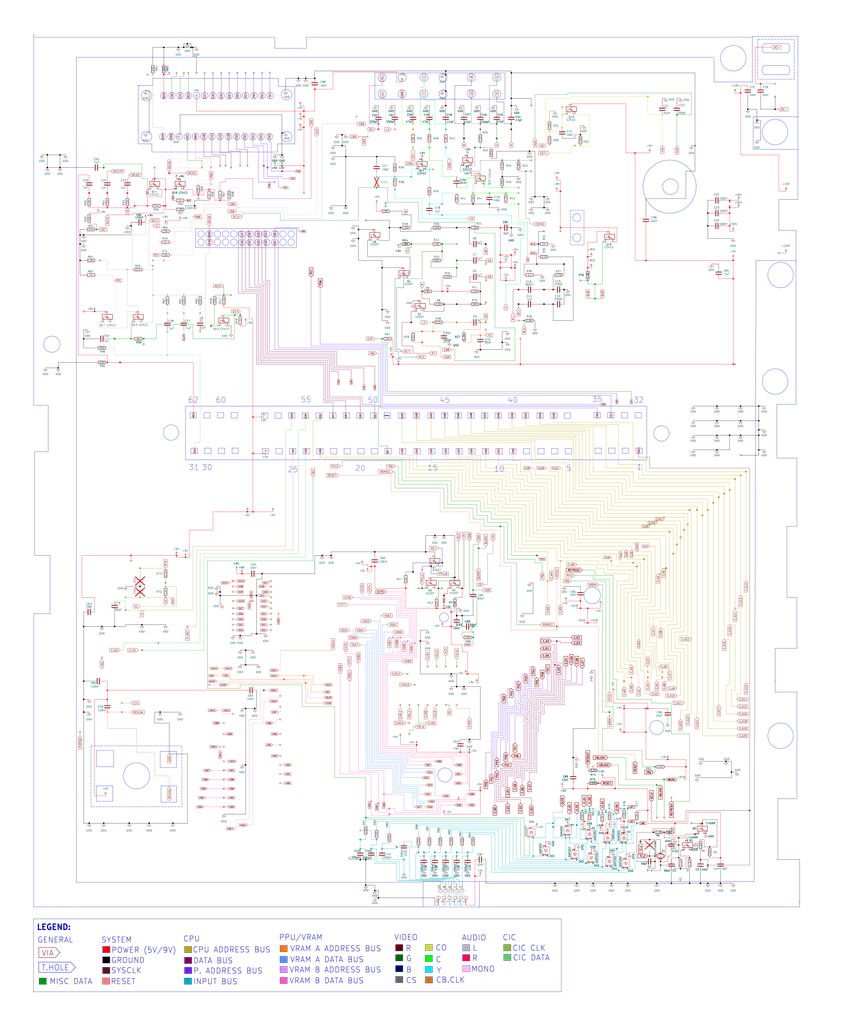
<source format=kicad_sch>
(kicad_sch (version 20250114) (generator "eeschema") (generator_version "9.0")
  (paper "User" 594.004 713.994)
  (title_block (title "SHVC-CPU-01") (date "2025-10-30") (rev "A (SP2)") (company "License: CERN-OHL-S") (comment 1 "This Document Is Not Endorsed By Nintendo") (comment 2 "Documented by starlightk7 for Repair Usage") (comment 3 "Originally Designed By Nintendo") (comment 4 "Used In Launch Super Famicoms and SNES Units"))
  (circle (center 174.625 168.91) (radius 2.2895))
  (rectangle (start 195.453 659.257) (end 200.533 663.702) (fill (type color) (color 255 120 0 1)))
  (circle (center 102.235 95.25) (radius 3.7027))
  (circle (center 137.16 66.675) (radius 2.2895))
  (rectangle (start 384.302 287.909) (end 388.747 291.719))
  (circle (center 36.195 240.03) (radius 5.6796))
  (circle (center 120.015 66.675) (radius 2.2895))
  (circle (center 346.71 65.405) (radius 2.8398))
  (circle (center 203.2 168.91) (radius 2.2895))
  (circle (center 163.195 168.91) (radius 2.2895))
  (circle (center 328.93 65.405) (radius 2.8398))
  (rectangle (start 161.29 287.655) (end 165.735 291.465))
  (rectangle (start 296.8583 681.0292) (end 301.9383 685.4742) (fill (type color) (color 204 115 31 1)))
  (rectangle (start 229.997 287.909) (end 234.442 291.719))
  (rectangle (start 326.517 287.909) (end 330.962 291.719))
  (circle (center 413.385 415.29) (radius 5.7502))
  (circle (center 266.7 65.405) (radius 2.8398))
  (rectangle (start 239.522 287.909) (end 243.967 291.719))
  (circle (center 197.485 168.91) (radius 2.2895))
  (circle (center 295.91 65.405) (radius 2.8398))
  (circle (center 346.71 53.975) (radius 2.8398))
  (rectangle (start 211.582 312.674) (end 216.027 316.484))
  (rectangle (start 278.892 312.674) (end 283.337 316.484))
  (circle (center 309.88 430.53) (radius 3.175))
  (circle (center 467.36 130.175) (radius 18.5459))
  (circle (center 176.53 95.25) (radius 2.2895))
  (rectangle (start 299.212 312.674) (end 303.657 316.484))
  (circle (center 153.67 95.25) (radius 2.2895))
  (circle (center 157.48 163.195) (radius 2.2895))
  (rectangle (start 112.395 548.005) (end 123.19 559.435))
  (rectangle (start 295.275 614.68) (end 334.645 632.46))
  (circle (center 541.02 266.065) (radius 8.9126))
  (rectangle (start 384.937 312.674) (end 389.382 316.484))
  (circle (center 310.515 540.385) (radius 4.9595))
  (circle (center 402.59 165.735) (radius 2.8398))
  (circle (center 146.05 163.195) (radius 2.2895))
  (circle (center 328.93 53.975) (radius 2.8398))
  (circle (center 114.3 66.675) (radius 2.2895))
  (rectangle (start 128.778 667.512) (end 133.858 671.957) (fill (type color) (color 127 0 80 1)))
  (arc (start 533.4 36.83) (mid 532.0849 33.655) (end 533.4 30.48))
  (rectangle (start 221.107 312.674) (end 225.552 316.484))
  (rectangle (start 415.29 312.42) (end 419.735 316.23))
  (circle (center 113.665 95.25) (radius 2.2895))
  (rectangle (start 296.799 673.735) (end 301.879 678.18) (fill (type color) (color 0 231 246 1)))
  (circle (center 544.83 191.77) (radius 8.9126))
  (rectangle (start 276.098 658.622) (end 281.178 663.067) (fill (type color) (color 100 0 0 1)))
  (circle (center 511.81 40.64) (radius 8.9126))
  (rectangle (start 230.632 312.674) (end 235.077 316.484))
  (rectangle (start 128.778 659.892) (end 133.858 664.337) (fill (type color) (color 182 165 0 1)))
  (rectangle (start 433.705 287.655) (end 438.15 291.465))
  (circle (center 461.645 302.26) (radius 5.3882))
  (circle (center 191.77 168.91) (radius 2.2895))
  (circle (center 197.485 163.195) (radius 2.2895))
  (circle (center 125.73 66.675) (radius 2.2895))
  (rectangle (start 111.76 523.875) (end 123.19 535.305))
  (circle (center 467.995 130.175) (radius 5.4625))
  (rectangle (start 71.501 681.863) (end 76.581 686.308) (fill (type color) (color 255 120 120 1)))
  (circle (center 170.815 95.25) (radius 2.2895))
  (rectangle (start 351.536 665.353) (end 356.616 669.798) (fill (type color) (color 91 201 106 1)))
  (circle (center 541.02 92.075) (radius 8.9126))
  (circle (center 151.765 163.195) (radius 2.2895))
  (circle (center 154.305 66.675) (radius 2.2895))
  (circle (center 119.38 301.625) (radius 5.3882))
  (circle (center 160.02 66.675) (radius 2.2895))
  (circle (center 140.335 168.91) (radius 2.2895))
  (rectangle (start 336.042 287.909) (end 340.487 291.719))
  (rectangle (start 322.834 665.607) (end 327.914 670.052) (fill (type color) (color 255 0 85 1)))
  (circle (center 159.385 95.25) (radius 2.2895))
  (rectangle (start 298.577 287.909) (end 303.022 291.719))
  (circle (center 165.735 66.675) (radius 2.2895))
  (rectangle (start 318.262 312.674) (end 322.707 316.484))
  (rectangle (start 375.412 312.674) (end 379.857 316.484))
  (rectangle (start 276.098 680.847) (end 281.178 685.292) (fill (type color) (color 100 100 100 1)))
  (rectangle (start 322.961 673.227) (end 328.041 677.672) (fill (type color) (color 255 186 229 1)))
  (rectangle (start 355.727 312.674) (end 360.172 316.484))
  (rectangle (start 128.651 681.99) (end 133.731 686.435) (fill (type color) (color 0 172 180 1)))
  (rectangle (start 136.525 159.385) (end 207.01 172.72))
  (circle (center 163.195 163.195) (radius 2.2895))
  (circle (center 147.955 95.25) (radius 2.2895))
  (rectangle (start 414.655 287.655) (end 419.1 291.465))
  (rectangle (start 152.4 312.42) (end 156.845 316.23))
  (rectangle (start 210.947 287.909) (end 215.392 291.719))
  (rectangle (start 398.145 146.685) (end 407.67 170.815) (stroke (width 0) (type dash)))
  (circle (center 140.335 163.195) (radius 2.2895))
  (rectangle (start 278.257 287.909) (end 282.702 291.719))
  (rectangle (start 23.368 640.715) (end 391.795 691.642))
  (rectangle (start 394.462 312.674) (end 398.907 316.484))
  (circle (center 182.88 66.675) (radius 2.2895))
  (circle (center 280.67 53.975) (radius 2.8398))
  (rectangle (start 133.35 312.42) (end 137.795 316.23))
  (circle (center 295.91 53.975) (radius 2.8398))
  (rectangle (start 249.047 287.909) (end 253.492 291.719))
  (circle (center 168.91 163.195) (radius 2.2895))
  (rectangle (start 393.827 287.909) (end 398.272 291.719))
  (circle (center 182.245 95.25) (radius 2.2895))
  (rectangle (start 296.799 666.115) (end 301.879 670.56) (fill (type color) (color 0 255 3 1)))
  (rectangle (start 424.18 287.655) (end 428.625 291.465))
  (rectangle (start 63.5 520.065) (end 127 562.61) (stroke (width 0) (type dash)))
  (rectangle (start 365.252 312.674) (end 369.697 316.484))
  (rectangle (start 202.057 312.674) (end 206.502 316.484))
  (arc (start 549.91 30.48) (mid 551.2251 33.655) (end 549.91 36.83))
  (circle (center 180.34 163.195) (radius 2.2895))
  (rectangle (start 374.777 287.909) (end 379.222 291.719))
  (rectangle (start 71.628 659.892) (end 76.708 664.337) (fill (type color) (color 255 0 0 1)))
  (rectangle (start 71.628 667.131) (end 76.708 671.576) (fill (type color) (color 0 0 0 1)))
  (rectangle (start 308.102 287.909) (end 312.547 291.719))
  (rectangle (start 132.715 287.655) (end 137.16 291.465))
  (rectangle (start 434.34 312.42) (end 438.785 316.23))
  (circle (center 95.25 541.02) (radius 9.1581))
  (rectangle (start 276.098 673.227) (end 281.178 677.672) (fill (type color) (color 0 0 100 1)))
  (rectangle (start 259.207 312.674) (end 263.652 316.484))
  (rectangle (start 240.157 312.674) (end 244.602 316.484))
  (circle (center 180.34 168.91) (radius 2.2895))
  (rectangle (start 308.737 312.674) (end 313.182 316.484))
  (circle (center 148.59 66.675) (radius 2.2895))
  (circle (center 125.095 95.25) (radius 2.2895))
  (rectangle (start 327.152 312.674) (end 331.597 316.484))
  (circle (center 309.245 53.975) (radius 2.8398))
  (rectangle (start 322.834 658.622) (end 327.914 663.067) (fill (type color) (color 180 180 180 1)))
  (circle (center 177.165 66.675) (radius 2.2895))
  (rectangle (start 195.453 666.877) (end 200.533 671.322) (fill (type color) (color 78 144 255 1)))
  (rectangle (start 289.052 312.674) (end 293.497 316.484))
  (circle (center 146.05 168.91) (radius 2.2895))
  (circle (center 280.67 65.405) (radius 2.8398))
  (rectangle (start 142.24 287.655) (end 146.685 291.465))
  (circle (center 309.245 65.405) (radius 2.8398))
  (rectangle (start 364.617 287.909) (end 369.062 291.719))
  (rectangle (start 192.532 312.674) (end 196.977 316.484))
  (rectangle (start 191.897 287.909) (end 196.342 291.719))
  (circle (center 151.765 168.91) (radius 2.2895))
  (circle (center 266.7 53.975) (radius 2.8398))
  (circle (center 130.81 95.25) (radius 2.2895))
  (circle (center 458.47 507.365) (radius 4.9595))
  (circle (center 191.77 163.195) (radius 2.2895))
  (rectangle (start 128.778 674.497) (end 133.858 678.942) (fill (type color) (color 103 29 255 1)))
  (rectangle (start 27.305 681.99) (end 32.385 686.435) (fill (type color) (color 0 150 0 1)))
  (circle (center 186.055 163.195) (radius 2.2895))
  (rectangle (start 528.955 27.305) (end 554.355 55.245) (stroke (width 0) (type dash)))
  (circle (center 544.83 513.08) (radius 8.9126))
  (rectangle (start 296.799 658.495) (end 301.879 662.94) (fill (type color) (color 201 213 53 1)))
  (rectangle (start 151.765 287.655) (end 156.21 291.465))
  (arc (start 533.4 52.07) (mid 532.0849 48.895) (end 533.4 45.72))
  (rectangle (start 424.815 312.42) (end 429.26 316.23))
  (rectangle (start 355.092 287.909) (end 359.537 291.719))
  (circle (center 165.1 95.25) (radius 2.2895))
  (rectangle (start 220.472 287.909) (end 224.917 291.719))
  (rectangle (start 268.097 287.909) (end 272.542 291.719))
  (rectangle (start 67.31 548.005) (end 78.74 558.8))
  (circle (center 168.91 168.91) (radius 2.2895))
  (rectangle (start 71.628 674.497) (end 76.708 678.942) (fill (type color) (color 85 22 22 1)))
  (rectangle (start 182.4535 287.9771) (end 186.8985 291.7871))
  (rectangle (start 288.417 287.909) (end 292.862 291.719))
  (rectangle (start 276.098 665.607) (end 281.178 670.052) (fill (type color) (color 0 100 0 1)))
  (circle (center 174.625 163.195) (radius 2.2895))
  (rectangle (start 268.732 312.674) (end 273.177 316.484))
  (circle (center 203.2 163.195) (radius 2.2895))
  (circle (center 119.38 95.25) (radius 2.2895))
  (rectangle (start 351.499 658.5984) (end 356.579 663.0434) (fill (type color) (color 137 180 50 1)))
  (circle (center 157.48 168.91) (radius 2.2895))
  (circle (center 131.445 66.675) (radius 2.2895))
  (circle (center 142.875 66.675) (radius 2.2895))
  (circle (center 186.055 168.91) (radius 2.2895))
  (arc (start 549.91 45.72) (mid 551.2251 48.895) (end 549.91 52.07))
  (rectangle (start 142.875 312.42) (end 147.32 316.23))
  (rectangle (start 336.677 312.674) (end 341.122 316.484))
  (circle (center 102.235 66.675) (radius 3.7027))
  (rectangle (start 67.31 523.24) (end 79.375 534.67))
  (rectangle (start 443.865 312.42) (end 448.31 316.23))
  (rectangle (start 258.572 287.909) (end 263.017 291.719))
  (circle (center 188.595 66.675) (radius 2.2895))
  (rectangle (start 346.202 312.674) (end 350.647 316.484))
  (rectangle (start 443.23 287.655) (end 447.675 291.465))
  (circle (center 402.59 151.765) (radius 2.8398))
  (circle (center 200.025 95.25) (radius 3.7027))
  (rectangle (start 261.62 50.8) (end 352.425 69.215))
  (circle (center 200.025 66.04) (radius 3.7027))
  (rectangle (start 183.0885 312.7421) (end 187.5335 316.5521))
  (rectangle (start 317.627 287.909) (end 322.072 291.719))
  (rectangle (start 161.925 312.42) (end 166.37 316.23))
  (rectangle (start 129.54 283.21) (end 451.485 320.675))
  (circle (center 142.24 95.25) (radius 2.2895))
  (rectangle (start 195.453 673.862) (end 200.533 678.307) (fill (type color) (color 215 142 230 1)))
  (rectangle (start 201.422 287.909) (end 205.867 291.719))
  (rectangle (start 554.355 50.165) (end 554.355 50.165))
  (rectangle (start 195.453 681.482) (end 200.533 685.927) (fill (type color) (color 255 87 179 1)))
  (circle (center 136.525 95.25) (radius 2.2895))
  (rectangle (start 345.567 287.909) (end 350.012 291.719))
  (rectangle (start 249.682 312.674) (end 254.127 316.484))
  (circle (center 187.96 95.25) (radius 2.2895))
  (circle (center 171.45 66.675) (radius 2.2895))
  (text "CIC CLK" (at 369.279 661.2654 0) (effects (font (size 3.81 3.81) (thickness 0.254) (bold yes))))
  (text "VRAM A DATA BUS" (at 228.219 669.29 0) (effects (font (size 3.81 3.81) (thickness 0.254) (bold yes))))
  (text "VRAM B ADDRESS BUS" (at 234.061 676.402 0) (effects (font (size 3.81 3.81) (thickness 0.254) (bold yes))))
  (text "GENERAL" (at 38.608 655.574 0) (effects (font (size 3.81 3.81) (thickness 0.254) (bold yes))))
  (text "Y" (at 306.451 676.783 0) (effects (font (size 3.81 3.81) (thickness 0.254) (bold yes))))
  (text "VRAM A ADDRESS BUS" (at 234.315 661.67 0) (effects (font (size 3.81 3.81) (thickness 0.254) (bold yes))))
  (text "G" (at 285.369 668.528 0) (effects (font (size 3.81 3.81) (thickness 0.254) (bold yes))))
  (text "1" (at 446.278 325.882 0) (effects (font (size 3.81 3.81))))
  (text "INPUT BUS\n" (at 150.368 684.657 0) (effects (font (size 3.81 3.81) (thickness 0.254) (bold yes))))
  (text "CPU" (at 133.731 654.812 0) (effects (font (size 3.81 3.81) (thickness 0.254) (bold yes))))
  (text "40" (at 357.886 279.146 0) (effects (font (size 3.81 3.81))))
  (text "MISC DATA\n" (at 49.53 684.53 0) (effects (font (size 3.81 3.81) (thickness 0.254) (bold yes))))
  (text "CS" (at 287.147 683.768 0) (effects (font (size 3.81 3.81) (thickness 0.254) (bold yes))))
  (text "32" (at 445.77 279.146 0) (effects (font (size 3.81 3.81))))
  (text "LEGEND:" (at 37.592 646.684 0) (effects (font (size 3.81 3.81) (thickness 0.762) (bold yes))))
  (text "SYSTEM" (at 81.407 655.574 0) (effects (font (size 3.81 3.81) (thickness 0.254) (bold yes))))
  (text "25" (at 204.47 327.66 0) (effects (font (size 3.81 3.81))))
  (text "B" (at 285.369 676.402 0) (effects (font (size 3.81 3.81) (thickness 0.254) (bold yes))))
  (text "55" (at 213.614 278.892 0) (effects (font (size 3.81 3.81))))
  (text "31" (at 135.382 326.136 0) (effects (font (size 3.81 3.81))))
  (text "L" (at 331.47 661.289 0) (effects (font (size 3.81 3.81) (thickness 0.254) (bold yes))))
  (text "CPU ADDRESS BUS" (at 161.671 662.432 0) (effects (font (size 3.81 3.81) (thickness 0.254) (bold yes))))
  (text "POWER (5V/9V)" (at 100.457 662.686 0) (effects (font (size 3.81 3.81) (thickness 0.254) (bold yes))))
  (text "15" (at 302.006 326.39 0) (effects (font (size 3.81 3.81))))
  (text "ROMSEL" (at 270.256 290.068 0) (effects (font (size 0.635 0.635))))
  (text "20" (at 251.46 326.644 0) (effects (font (size 3.81 3.81))))
  (text "VRAM B DATA BUS" (at 227.965 684.022 0) (effects (font (size 3.81 3.81) (thickness 0.254) (bold yes))))
  (text "50" (at 260.35 279.146 0) (effects (font (size 3.81 3.81))))
  (text "10" (at 348.488 327.152 0) (effects (font (size 3.81 3.81))))
  (text "SYSCLK" (at 88.265 676.91 0) (effects (font (size 3.81 3.81) (thickness 0.254) (bold yes))))
  (text "P. ADDRESS BUS" (at 159.131 677.164 0) (effects (font (size 3.81 3.81) (thickness 0.254) (bold yes))))
  (text "VIDEO" (at 283.337 653.796 0) (effects (font (size 3.81 3.81) (thickness 0.254) (bold yes))))
  (text "62" (at 134.874 279.146 0) (effects (font (size 3.81 3.81))))
  (text "35" (at 416.814 278.638 0) (effects (font (size 3.81 3.81))))
  (text "CIC DATA" (at 370.84 668.02 0) (effects (font (size 3.81 3.81) (thickness 0.254) (bold yes))))
  (text "RESET" (at 85.979 684.53 0) (effects (font (size 3.81 3.81) (thickness 0.254) (bold yes))))
  (text "30" (at 144.526 326.136 0) (effects (font (size 3.81 3.81))))
  (text "CO" (at 307.975 661.035 0) (effects (font (size 3.81 3.81) (thickness 0.254) (bold yes))))
  (text "MONO" (at 337.185 675.894 0) (effects (font (size 3.81 3.81) (thickness 0.254) (bold yes))))
  (text "CB.CLK" (at 314.452 683.514 0) (effects (font (size 3.81 3.81) (thickness 0.254) (bold yes))))
  (text "45" (at 310.388 279.146 0) (effects (font (size 3.81 3.81))))
  (text "R" (at 285.115 661.416 0) (effects (font (size 3.81 3.81) (thickness 0.254) (bold yes))))
  (text "R" (at 331.47 668.274 0) (effects (font (size 3.81 3.81) (thickness 0.254) (bold yes))))
  (text "CIC" (at 355.563 653.8994 0) (effects (font (size 3.81 3.81) (thickness 0.254) (bold yes))))
  (text "DATA BUS" (at 148.717 670.052 0) (effects (font (size 3.81 3.81) (thickness 0.254) (bold yes))))
  (text "GROUND" (at 89.281 669.798 0) (effects (font (size 3.81 3.81) (thickness 0.254) (bold yes))))
  (text "C" (at 306.07 669.29 0) (effects (font (size 3.81 3.81) (thickness 0.254) (bold yes))))
  (text "PPU/VRAM" (at 209.931 653.796 0) (effects (font (size 3.81 3.81) (thickness 0.254) (bold yes))))
  (text "5" (at 397.002 326.644 0) (effects (font (size 3.81 3.81))))
  (text "AUDIO" (at 330.835 654.05 0) (effects (font (size 3.81 3.81) (thickness 0.254) (bold yes))))
  (text "60" (at 154.178 279.146 0) (effects (font (size 3.81 3.81))))
  (junction (at 386.08 212.09) (color 0 0 100 1))
  (junction (at 529.59 293.37) (color 0 0 0 1))
  (junction (at 462.28 80.01) (color 201 213 53 1))
  (junction (at 304.8 424.18) (color 255 0 0 1))
  (junction (at 388.62 436.88) (color 255 0 0 1))
  (junction (at 424.18 580.39) (color 255 0 0 1))
  (junction (at 295.91 594.36) (color 0 172 180 1))
  (junction (at 128.27 33.02) (color 0 0 0 1))
  (junction (at 72.39 116.84))
  (junction (at 400.05 528.32) (color 0 0 0 1))
  (junction (at 359.41 186.69) (color 255 0 0 1))
  (junction (at 261.62 384.81) (color 0 0 0 1))
  (junction (at 300.99 394.97) (color 0 0 100 1))
  (junction (at 259.08 394.97) (color 255 0 0 1))
  (junction (at 264.16 626.11) (color 0 0 0 1))
  (junction (at 115.57 406.4) (color 137 180 50 1))
  (junction (at 309.88 415.29) (color 100 0 0 1))
  (junction (at 494.03 355.6) (color 182 165 0 1))
  (junction (at 356.87 68.58) (color 0 0 0 1))
  (junction (at 106.68 205.74) (color 180 180 180 1))
  (junction (at 392.43 88.9) (color 201 213 53 1))
  (junction (at 74.93 496.57) (color 255 120 120 1))
  (junction (at 91.44 236.22))
  (junction (at 374.65 184.15) (color 100 0 0 1))
  (junction (at 292.1 594.36) (color 0 172 180 1))
  (junction (at 198.12 473.71) (color 255 120 0 1))
  (junction (at 261.62 621.03) (color 0 0 0 1))
  (junction (at 450.85 181.61) (color 255 0 0 1))
  (junction (at 402.59 575.31) (color 0 172 180 1))
  (junction (at 111.76 496.57) (color 0 0 0 1))
  (junction (at 502.92 598.17) (color 255 0 0 1))
  (junction (at 308.61 149.86) (color 0 231 246 1))
  (junction (at 162.56 405.13) (color 255 120 0 1))
  (junction (at 111.76 168.91) (color 255 186 229 1))
  (junction (at 92.71 187.96) (color 180 180 180 1))
  (junction (at 153.67 415.29) (color 0 0 0 1))
  (junction (at 156.21 537.21) (color 255 87 179 1))
  (junction (at 444.5 574.04) (color 0 172 180 1))
  (junction (at 299.72 86.36) (color 0 255 3 1))
  (junction (at 473.71 598.17) (color 85 22 22 1))
  (junction (at 312.42 203.2) (color 255 0 0 1))
  (junction (at 425.45 496.57))
  (junction (at 379.73 212.09) (color 0 0 100 1))
  (junction (at 106.68 187.96) (color 180 180 180 1))
  (junction (at 452.12 472.44) (color 182 165 0 1))
  (junction (at 405.13 424.18) (color 255 0 0 1))
  (junction (at 139.7 218.44) (color 180 180 180 1))
  (junction (at 55.88 170.18) (color 0 0 0 1))
  (junction (at 67.31 160.02))
  (junction (at 388.62 447.04) (color 127 0 80 1))
  (junction (at 330.2 444.5))
  (junction (at 473.71 589.28) (color 85 22 22 1))
  (junction (at 114.3 143.51) (color 255 0 85 1))
  (junction (at 264.16 560.07) (color 255 87 179 1))
  (junction (at 184.15 115.57) (color 103 29 255 1))
  (junction (at 464.82 396.24) (color 182 165 0 1))
  (junction (at 314.96 469.9) (color 0 0 0 1))
  (junction (at 414.02 601.98) (color 0 172 180 1))
  (junction (at 171.45 533.4) (color 0 0 0 1))
  (junction (at 115.57 143.51) (color 255 0 85 1))
  (junction (at 443.23 106.68) (color 255 0 0 1))
  (junction (at 513.08 424.18) (color 182 165 0 1))
  (junction (at 474.98 374.65) (color 182 165 0 1))
  (junction (at 275.59 90.17) (color 180 180 180 1))
  (junction (at 297.18 118.11) (color 0 231 246 1))
  (junction (at 478.79 534.67) (color 255 0 0 1))
  (junction (at 457.2 534.67))
  (junction (at 130.81 436.88) (color 255 120 120 1))
  (junction (at 287.02 224.79) (color 100 0 0 1))
  (junction (at 156.21 556.26) (color 255 87 179 1))
  (junction (at 510.54 538.48) (color 0 0 0 1))
  (junction (at 335.28 212.09) (color 100 0 0 1))
  (junction (at 318.77 478.79) (color 0 0 0 1))
  (junction (at 349.25 177.8) (color 255 0 0 1))
  (junction (at 431.8 607.06) (color 0 172 180 1))
  (junction (at 281.94 599.44) (color 0 172 180 1))
  (junction (at 271.78 567.69) (color 255 87 179 1))
  (junction (at 394.97 599.44) (color 0 172 180 1))
  (junction (at 356.87 177.8) (color 255 0 0 1))
  (junction (at 97.79 416.56) (color 137 180 50 1))
  (junction (at 283.21 410.21) (color 255 0 0 1))
  (junction (at 288.29 398.78) (color 0 0 100 1))
  (junction (at 97.79 408.94) (color 0 0 0 1))
  (junction (at 330.2 411.48))
  (junction (at 387.35 463.55) (color 127 0 80 1))
  (junction (at 72.39 574.04) (color 0 0 0 1))
  (junction (at 74.93 252.73) (color 255 0 85 1))
  (junction (at 259.08 591.82) (color 0 172 180 1))
  (junction (at 107.95 124.46) (color 255 0 85 1))
  (junction (at 529.59 303.53) (color 0 0 0 1))
  (junction (at 441.96 392.43) (color 182 165 0 1))
  (junction (at 318.77 224.79) (color 204 115 31 1))
  (junction (at 369.57 105.41) (color 0 0 0 1))
  (junction (at 102.87 143.51) (color 255 0 85 1))
  (junction (at 116.84 218.44) (color 180 180 180 1))
  (junction (at 311.15 52.07) (color 0 0 0 1))
  (junction (at 279.4 158.75) (color 0 0 100 1))
  (junction (at 367.03 119.38) (color 100 100 100 1))
  (junction (at 278.13 254) (color 255 0 0 1))
  (junction (at 435.61 563.88) (color 0 172 180 1))
  (junction (at 516.89 331.47) (color 182 165 0 1))
  (junction (at 334.01 382.27))
  (junction (at 494.03 603.25) (color 85 22 22 1))
  (junction (at 485.14 101.6))
  (junction (at 486.41 355.6) (color 182 165 0 1))
  (junction (at 196.85 115.57) (color 255 0 0 1))
  (junction (at 427.99 567.69) (color 0 172 180 1))
  (junction (at 506.73 530.86) (color 0 0 0 1))
  (junction (at 410.21 549.91) (color 255 0 0 1))
  (junction (at 309.88 212.09) (color 100 0 0 1))
  (junction (at 481.33 615.95) (color 0 0 0 1))
  (junction (at 379.73 137.16) (color 0 0 0 1))
  (junction (at 346.71 96.52) (color 0 100 0 1))
  (junction (at 356.87 186.69) (color 255 0 0 1))
  (junction (at 100.33 236.22))
  (junction (at 430.53 591.82) (color 0 172 180 1))
  (junction (at 335.28 224.79) (color 204 115 31 1))
  (junction (at 302.26 224.79) (color 204 115 31 1))
  (junction (at 212.09 88.9) (color 255 0 0 1))
  (junction (at 500.38 313.69) (color 0 0 0 1))
  (junction (at 83.82 252.73) (color 255 0 85 1))
  (junction (at 386.08 574.04) (color 0 172 180 1))
  (junction (at 238.76 93.98) (color 0 0 0 1))
  (junction (at 405.13 101.6) (color 201 213 53 1))
  (junction (at 481.33 355.6) (color 182 165 0 1))
  (junction (at 293.37 447.04) (color 0 0 0 1))
  (junction (at 457.2 600.71) (color 85 22 22 1))
  (junction (at 299.72 142.24) (color 0 231 246 1))
  (junction (at 405.13 419.1) (color 255 0 0 1))
  (junction (at 494.03 148.59) (color 0 0 0 1))
  (junction (at 350.52 238.76) (color 0 0 0 1))
  (junction (at 426.72 604.52) (color 0 172 180 1))
  (junction (at 71.12 436.88) (color 0 0 0 1))
  (junction (at 58.42 474.98) (color 0 0 0 1))
  (junction (at 330.2 436.88))
  (junction (at 212.09 115.57) (color 255 0 0 1))
  (junction (at 294.64 231.14) (color 204 115 31 1))
  (junction (at 251.46 585.47) (color 0 172 180 1))
  (junction (at 511.81 181.61) (color 255 0 0 1))
  (junction (at 262.89 109.22) (color 0 0 0 1))
  (junction (at 477.52 369.57) (color 182 165 0 1))
  (junction (at 251.46 591.82) (color 0 172 180 1))
  (junction (at 379.73 201.93) (color 100 0 0 1))
  (junction (at 335.28 551.18) (color 255 0 0 1))
  (junction (at 146.05 132.08) (color 255 0 85 1))
  (junction (at 66.04 217.17) (color 255 0 0 1))
  (junction (at 326.39 594.36) (color 0 172 180 1))
  (junction (at 529.59 313.69) (color 0 0 0 1))
  (junction (at 74.93 134.62) (color 255 0 85 1))
  (junction (at 349.25 182.88) (color 255 0 0 1))
  (junction (at 318.77 186.69) (color 0 100 0 1))
  (junction (at 294.64 410.21) (color 0 100 0 1))
  (junction (at 299.72 118.11) (color 0 231 246 1))
  (junction (at 392.43 80.01) (color 201 213 53 1))
  (junction (at 363.22 254) (color 255 0 0 1))
  (junction (at 321.31 524.51) (color 255 0 0 1))
  (junction (at 426.72 615.95) (color 0 0 0 1))
  (junction (at 410.21 186.69) (color 255 0 0 1))
  (junction (at 435.61 510.54) (color 255 0 0 1))
  (junction (at 264.16 86.36) (color 255 0 85 1))
  (junction (at 266.7 591.82) (color 0 172 180 1))
  (junction (at 474.98 605.79) (color 85 22 22 1))
  (junction (at 99.06 453.39) (color 91 201 106 1))
  (junction (at 490.22 359.41) (color 182 165 0 1))
  (junction (at 411.48 563.88) (color 0 172 180 1))
  (junction (at 386.08 201.93) (color 100 0 0 1))
  (junction (at 58.42 163.83) (color 0 0 0 1))
  (junction (at 261.62 394.97) (color 255 0 0 1))
  (junction (at 375.92 170.18) (color 0 0 100 1))
  (junction (at 502.92 615.95) (color 0 0 0 1))
  (junction (at 311.15 594.36) (color 0 172 180 1))
  (junction (at 488.95 615.95) (color 0 0 0 1))
  (junction (at 303.53 373.38) (color 0 0 0 1))
  (junction (at 299.72 102.87) (color 0 255 3 1))
  (junction (at 274.32 444.5) (color 255 87 179 1))
  (junction (at 179.07 415.29) (color 0 0 0 1))
  (junction (at 356.87 50.8) (color 0 0 0 1))
  (junction (at 271.78 563.88) (color 255 87 179 1))
  (junction (at 397.51 584.2) (color 0 172 180 1))
  (junction (at 130.81 30.48) (color 0 0 0 1))
  (junction (at 118.11 120.65) (color 255 0 85 1))
  (junction (at 287.02 170.18) (color 0 100 0 1))
  (junction (at 250.19 166.37) (color 0 0 0 1))
  (junction (at 464.82 396.2399))
  (junction (at 124.46 33.02) (color 0 0 0 1))
  (junction (at 415.29 198.12))
  (junction (at 123.19 387.35) (color 255 0 0 1))
  (junction (at 516.89 293.37) (color 0 0 0 1))
  (junction (at 469.9 386.08) (color 182 165 0 1))
  (junction (at 458.47 363.22) (color 182 165 0 1))
  (junction (at 308.61 175.26) (color 0 100 0 1))
  (junction (at 372.11 596.9) (color 0 172 180 1))
  (junction (at 450.85 510.54) (color 255 0 0 1))
  (junction (at 213.36 54.61) (color 0 0 0 1))
  (junction (at 41.91 107.95) (color 0 0 0 1))
  (junction (at 521.97 76.2) (color 0 0 0 1))
  (junction (at 335.28 233.68) (color 204 115 31 1))
  (junction (at 138.43 135.89) (color 255 0 85 1))
  (junction (at 509.27 341.63) (color 182 165 0 1))
  (junction (at 458.47 547.37))
  (junction (at 528.32 83.82) (color 0 0 0 1))
  (junction (at 523.24 565.15) (color 85 22 22 1))
  (junction (at 391.16 391.16) (color 182 165 0 1))
  (junction (at 411.48 565.15) (color 0 172 180 1))
  (junction (at 402.59 615.95) (color 0 0 0 1))
  (junction (at 529.59 299.72) (color 0 0 0 1))
  (junction (at 295.91 596.9) (color 0 172 180 1))
  (junction (at 407.67 572.77) (color 255 0 0 1))
  (junction (at 147.32 227.33))
  (junction (at 509.27 157.48) (color 255 0 0 1))
  (junction (at 133.35 33.02) (color 0 0 0 1))
  (junction (at 452.12 565.15) (color 255 0 0 1))
  (junction (at 410.21 424.18) (color 255 0 0 1))
  (junction (at 379.73 144.78) (color 0 0 0 1))
  (junction (at 426.72 391.16) (color 182 165 0 1))
  (junction (at 391.16 133.35) (color 255 0 0 1))
  (junction (at 172.72 356.87) (color 255 0 0 1))
  (junction (at 331.47 102.87) (color 100 100 100 1))
  (junction (at 422.91 588.01) (color 0 172 180 1))
  (junction (at 461.01 400.0564) (color 182 165 0 1))
  (junction (at 241.3 143.51) (color 0 0 0 1))
  (junction (at 106.68 185.42) (color 180 180 180 1))
  (junction (at 361.95 212.09) (color 0 0 100 1))
  (junction (at 516.89 64.77) (color 255 0 0 1))
  (junction (at 153.67 412.75) (color 0 0 0 1))
  (junction (at 320.04 557.53) (color 255 87 179 1))
  (junction (at 417.83 546.1) (color 255 0 0 1))
  (junction (at 463.55 580.39) (color 85 22 22 1))
  (junction (at 318.77 181.61) (color 0 100 0 1))
  (junction (at 116.84 247.65) (color 180 180 180 1))
  (junction (at 318.77 158.75) (color 0 0 100 1))
  (junction (at 74.93 487.68) (color 255 0 0 1))
  (junction (at 171.45 463.55) (color 0 0 0 1))
  (junction (at 213.36 476.25) (color 255 120 0 1))
  (junction (at 361.95 142.24) (color 0 255 3 1))
  (junction (at 440.69 472.44) (color 182 165 0 1))
  (junction (at 410.21 585.47) (color 0 172 180 1))
  (junction (at 262.89 130.81))
  (junction (at 311.15 86.36) (color 0 231 246 1))
  (junction (at 335.28 102.87) (color 100 100 100 1))
  (junction (at 250.19 160.02) (color 0 0 0 1))
  (junction (at 339.09 170.18) (color 0 0 100 1))
  (junction (at 349.25 367.03))
  (junction (at 420.37 575.31) (color 255 0 0 1))
  (junction (at 472.44 379.73) (color 182 165 0 1))
  (junction (at 435.61 580.39) (color 255 0 0 1))
  (junction (at 306.07 410.21) (color 0 100 0 1))
  (junction (at 212.09 77.47) (color 255 0 0 1))
  (junction (at 99.06 435.61) (color 0 0 0 1))
  (junction (at 374.65 387.35))
  (junction (at 361.95 111.76) (color 100 100 100 1))
  (junction (at 335.28 243.84) (color 0 0 0 1))
  (junction (at 311.15 63.5) (color 0 0 0 1))
  (junction (at 196.85 92.71) (color 0 0 0 1))
  (junction (at 500.38 283.21) (color 0 0 0 1))
  (junction (at 176.53 356.87) (color 255 0 0 1))
  (junction (at 274.32 248.92) (color 255 0 0 1))
  (junction (at 327.66 524.51) (color 255 0 0 1))
  (junction (at 55.88 181.61) (color 0 0 0 1))
  (junction (at 275.59 123.19) (color 0 231 246 1))
  (junction (at 500.38 293.37) (color 0 0 0 1))
  (junction (at 450.85 494.03) (color 255 0 0 1))
  (junction (at 308.61 170.18) (color 0 100 0 1))
  (junction (at 128.27 205.74) (color 180 180 180 1))
  (junction (at 74.93 144.78) (color 255 0 85 1))
  (junction (at 501.65 346.71) (color 182 165 0 1))
  (junction (at 453.39 596.9) (color 85 22 22 1))
  (junction (at 516.89 303.53) (color 0 0 0 1))
  (junction (at 365.76 223.52))
  (junction (at 175.26 419.1) (color 255 120 0 1))
  (junction (at 255.27 570.23))
  (junction (at 494.03 157.48) (color 0 0 0 1))
  (junction (at 335.28 203.2) (color 100 0 0 1))
  (junction (at 167.64 443.23) (color 0 0 0 1))
  (junction (at 435.61 494.03) (color 255 0 0 1))
  (junction (at 322.58 410.21) (color 100 0 0 1))
  (junction (at 219.71 54.61) (color 0 0 0 1))
  (junction (at 153.67 520.7) (color 215 142 230 1))
  (junction (at 472.44 80.01))
  (junction (at 62.23 134.62) (color 255 0 85 1))
  (junction (at 394.97 584.2) (color 0 172 180 1))
  (junction (at 134.62 33.02) (color 0 0 0 1))
  (junction (at 111.76 177.8) (color 255 186 229 1))
  (junction (at 302.26 231.14) (color 204 115 31 1))
  (junction (at 116.84 231.14) (color 180 180 180 1))
  (junction (at 495.3 590.55) (color 85 22 22 1))
  (junction (at 438.15 563.88) (color 0 172 180 1))
  (junction (at 509.27 139.7) (color 255 0 0 1))
  (junction (at 410.21 195.58))
  (junction (at 96.52 217.17) (color 180 180 180 1))
  (junction (at 406.4 565.15) (color 0 172 180 1))
  (junction (at 511.81 194.31) (color 255 0 0 1))
  (junction (at 330.2 142.24) (color 0 0 0 1))
  (junction (at 116.84 205.74) (color 180 180 180 1))
  (junction (at 238.76 101.6) (color 0 0 0 1))
  (junction (at 231.14 387.35) (color 0 0 0 1))
  (junction (at 353.06 195.58) (color 255 0 0 1))
  (junction (at 509.27 144.78) (color 255 0 0 1))
  (junction (at 408.94 601.98) (color 0 172 180 1))
  (junction (at 438.15 605.79) (color 0 172 180 1))
  (junction (at 279.4 444.5) (color 255 87 179 1))
  (junction (at 288.29 86.36) (color 201 213 53 1))
  (junction (at 327.66 158.75) (color 0 0 100 1))
  (junction (at 349.25 186.69) (color 255 0 0 1))
  (junction (at 318.77 596.9) (color 0 172 180 1))
  (junction (at 490.22 574.04) (color 85 22 22 1))
  (junction (at 509.27 303.53) (color 0 0 0 1))
  (junction (at 58.42 496.57) (color 0 0 0 1))
  (junction (at 85.09 496.57) (color 255 120 120 1))
  (junction (at 449.58 389.89) (color 182 165 0 1))
  (junction (at 179.07 441.96) (color 0 0 0 1))
  (junction (at 308.61 203.2) (color 255 0 0 1))
  (junction (at 422.91 566.42) (color 0 172 180 1))
  (junction (at 391.16 158.75) (color 255 0 0 1))
  (junction (at 288.29 90.17) (color 201 213 53 1))
  (junction (at 264.16 90.17) (color 255 0 85 1))
  (junction (at 311.15 102.87) (color 0 231 246 1))
  (junction (at 414.02 615.95) (color 0 0 0 1))
  (junction (at 299.72 90.17) (color 0 255 3 1))
  (junction (at 88.9 144.78) (color 255 0 85 1))
  (junction (at 128.27 218.44) (color 180 180 180 1))
  (junction (at 341.63 142.24) (color 0 0 0 1))
  (junction (at 420.37 566.42) (color 0 172 180 1))
  (junction (at 156.21 205.74))
  (junction (at 361.95 201.93) (color 100 0 0 1))
  (junction (at 115.57 132.08) (color 255 0 85 1))
  (junction (at 509.27 148.59) (color 255 0 0 1))
  (junction (at 505.46 344.17) (color 182 165 0 1))
  (junction (at 212.09 471.17) (color 255 120 0 1))
  (junction (at 41.91 116.84) (color 0 0 0 1))
  (junction (at 156.21 549.91) (color 255 87 179 1))
  (junction (at 33.02 116.84) (color 0 0 0 1))
  (junction (at 383.54 91.44) (color 201 213 53 1))
  (junction (at 466.09 529.59) (color 255 0 0 1))
  (junction (at 303.53 596.9) (color 0 172 180 1))
  (junction (at 323.85 478.79) (color 0 0 0 1))
  (junction (at 171.45 494.03) (color 0 0 0 1))
  (junction (at 294.64 203.2) (color 100 0 0 1))
  (junction (at 434.34 588.01) (color 0 172 180 1))
  (junction (at 314.96 426.72) (color 255 0 0 1))
  (junction (at 259.08 558.8) (color 255 87 179 1))
  (junction (at 452.12 494.03) (color 255 0 0 1))
  (junction (at 97.79 396.24) (color 137 180 50 1))
  (junction (at 255.27 617.22) (color 0 0 0 1))
  (junction (at 410.21 179.07) (color 255 0 0 1))
  (junction (at 114.3 33.02) (color 0 0 0 1))
  (junction (at 311.15 73.66) (color 0 0 0 1))
  (junction (at 317.5 402.59) (color 0 0 0 1))
  (junction (at 176.53 290.83) (color 255 0 0 1))
  (junction (at 58.42 236.22) (color 0 0 0 1))
  (junction (at 88.9 187.96) (color 180 180 180 1))
  (junction (at 405.13 93.98) (color 0 0 0 1))
  (junction (at 69.85 181.61) (color 180 180 180 1))
  (junction (at 115.57 416.56) (color 137 180 50 1))
  (junction (at 186.69 116.84) (color 103 29 255 1))
  (junction (at 372.11 584.2) (color 0 172 180 1))
  (junction (at 497.84 350.52) (color 182 165 0 1))
  (junction (at 271.78 158.75) (color 0 0 100 1))
  (junction (at 314.96 436.88) (color 255 0 0 1))
  (junction (at 481.33 598.17) (color 85 22 22 1))
  (junction (at 292.1 590.55) (color 0 172 180 1))
  (junction (at 166.37 144.78) (color 255 186 229 1))
  (junction (at 288.29 102.87) (color 201 213 53 1))
  (junction (at 458.47 615.95) (color 0 0 0 1))
  (junction (at 106.68 52.07) (color 180 180 180 1))
  (junction (at 167.64 219.71))
  (junction (at 135.89 143.51) (color 0 0 0 1))
  (junction (at 468.63 615.95) (color 0 0 0 1))
  (junction (at 513.08 334.01) (color 182 165 0 1))
  (junction (at 163.83 219.71))
  (junction (at 308.61 392.43) (color 0 0 100 1))
  (junction (at 373.38 137.16) (color 0 0 0 1))
  (junction (at 412.75 586.74) (color 0 172 180 1))
  (junction (at 453.39 365.76) (color 182 165 0 1))
  (junction (at 262.89 585.47) (color 0 172 180 1))
  (junction (at 290.83 519.43) (color 255 0 0 1))
  (junction (at 350.52 130.81) (color 0 255 3 1))
  (junction (at 462.28 472.44) (color 182 165 0 1))
  (junction (at 110.49 448.31) (color 91 201 106 1))
  (junction (at 341.63 134.62) (color 0 255 3 1))
  (junction (at 90.17 574.04) (color 0 0 0 1))
  (junction (at 335.28 86.36) (color 100 100 100 1))
  (junction (at 156.21 543.56) (color 255 87 179 1))
  (junction (at 436.88 588.01) (color 0 172 180 1))
  (junction (at 62.23 574.04) (color 0 0 0 1))
  (junction (at 447.04 586.74) (color 85 22 22 1))
  (junction (at 303.53 594.36) (color 0 172 180 1))
  (junction (at 452.12 67.31) (color 201 213 53 1))
  (junction (at 309.88 373.38) (color 0 0 0 1))
  (junction (at 289.56 448.31) (color 255 87 179 1))
  (junction (at 224.79 387.35) (color 0 0 0 1))
  (junction (at 212.09 81.28) (color 255 0 0 1))
  (junction (at 500.38 303.53) (color 0 0 0 1))
  (junction (at 284.48 447.04) (color 255 87 179 1))
  (junction (at 356.87 86.36) (color 100 0 0 1))
  (junction (at 266.7 215.9) (color 0 0 0 1))
  (junction (at 156.21 562.61) (color 255 87 179 1))
  (junction (at 309.88 424.18) (color 255 0 0 1))
  (junction (at 287.02 123.19) (color 0 231 246 1))
  (junction (at 326.39 469.9) (color 255 0 0 1))
  (junction (at 318.77 212.09) (color 100 0 0 1))
  (junction (at 346.71 86.36) (color 0 100 0 1))
  (junction (at 219.71 62.23) (color 255 0 0 1))
  (junction (at 473.71 584.2) (color 85 22 22 1))
  (junction (at 529.59 283.21) (color 0 0 0 1))
  (junction (at 400.05 549.91) (color 255 0 0 1))
  (junction (at 323.85 86.36) (color 0 0 100 1))
  (junction (at 327.66 515.62) (color 0 0 0 1))
  (junction (at 177.8 494.03) (color 0 0 0 1))
  (junction (at 410.21 434.34) (color 255 0 0 1))
  (junction (at 393.7 184.15) (color 100 0 0 1))
  (junction (at 275.59 86.36) (color 180 180 180 1))
  (junction (at 88.9 134.62) (color 255 0 85 1))
  (junction (at 461.01 603.25) (color 85 22 22 1))
  (junction (at 401.32 101.6) (color 201 213 53 1))
  (junction (at 455.93 580.39) (color 85 22 22 1))
  (junction (at 480.06 365.76) (color 182 165 0 1))
  (junction (at 339.09 224.79) (color 204 115 31 1))
  (junction (at 520.7 328.93) (color 182 165 0 1))
  (junction (at 356.87 90.17) (color 100 0 0 1))
  (junction (at 276.86 590.55) (color 0 172 180 1))
  (junction (at 386.08 576.58) (color 0 172 180 1))
  (junction (at 40.64 256.54) (color 0 0 0 1))
  (junction (at 267.97 553.72) (color 255 87 179 1))
  (junction (at 58.42 487.68) (color 0 0 0 1))
  (junction (at 425.45 588.01) (color 0 172 180 1))
  (junction (at 74.93 481.33) (color 255 0 0 1))
  (junction (at 208.28 54.61) (color 0 0 0 1))
  (junction (at 196.85 107.95) (color 0 0 0 1))
  (junction (at 410.21 534.67) (color 255 120 120 1))
  (junction (at 356.87 73.66) (color 0 0 0 1))
  (junction (at 494.03 615.95) (color 0 0 0 1))
  (junction (at 311.15 596.9) (color 0 172 180 1))
  (junction (at 415.29 208.28))
  (junction (at 91.44 387.35) (color 255 0 0 1))
  (junction (at 420.37 604.52) (color 0 172 180 1))
  (junction (at 80.01 436.88) (color 0 0 0 1))
  (junction (at 251.46 599.44) (color 0 0 0 1))
  (junction (at 350.52 111.76) (color 100 100 100 1))
  (junction (at 262.89 123.19) (color 0 231 246 1))
  (junction (at 318.77 594.36) (color 0 172 180 1))
  (junction (at 382.27 405.13) (color 182 165 0 1))
  (junction (at 435.61 474.98) (color 182 165 0 1))
  (junction (at 387.35 615.95) (color 0 0 0 1))
  (junction (at 266.7 186.69) (color 0 0 0 1))
  (junction (at 119.38 177.8) (color 255 186 229 1))
  (junction (at 438.15 615.95) (color 0 0 0 1))
  (junction (at 255.27 599.44) (color 0 0 0 1))
  (junction (at 322.58 429.26) (color 0 0 0 1))
  (junction (at 129.54 388.62) (color 255 0 0 1))
  (junction (at 435.61 572.77) (color 255 0 0 1))
  (junction (at 402.59 599.44) (color 0 172 180 1))
  (junction (at 350.52 123.19) (color 0 0 0 1))
  (junction (at 463.55 543.56))
  (junction (at 471.17 574.04) (color 255 0 0 1))
  (junction (at 168.91 400.05) (color 255 0 0 1))
  (junction (at 182.88 400.05) (color 0 0 0 1))
  (junction (at 311.15 49.53) (color 0 0 0 1))
  (junction (at 297.18 384.81) (color 0 0 0 1))
  (junction (at 91.44 157.48) (color 0 0 0 1))
  (junction (at 461.01 600.71) (color 85 22 22 1))
  (junction (at 104.14 574.04) (color 0 0 0 1))
  (junction (at 326.39 596.9) (color 0 172 180 1))
  (junction (at 33.02 107.95) (color 0 0 0 1))
  (junction (at 467.36 370.84) (color 182 165 0 1))
  (junction (at 120.65 574.04) (color 0 0 0 1))
  (junction (at 511.81 254) (color 255 0 0 1))
  (junction (at 87.63 425.45) (color 137 180 50 1))
  (junction (at 485.14 581.66) (color 85 22 22 1))
  (junction (at 55.88 163.83) (color 0 0 0 1))
  (junction (at 275.59 132.08) (color 0 231 246 1))
  (junction (at 393.7 201.93) (color 0 0 0 1))
  (junction (at 311.15 90.17) (color 0 231 246 1))
  (junction (at 349.25 158.75) (color 255 0 0 1))
  (junction (at 318.77 429.26) (color 0 0 0 1))
  (junction (at 266.7 236.22))
  (junction (at 308.61 142.24) (color 0 231 246 1))
  (junction (at 139.7 229.87) (color 180 180 180 1))
  (junction (at 330.2 134.62) (color 0 255 3 1))
  (junction (at 147.32 128.27) (color 255 186 229 1))
  (junction (at 429.26 549.91) (color 255 0 0 1))
  (junction (at 331.47 610.87) (color 255 0 0 1))
  (junction (at 444.5 394.97) (color 182 165 0 1))
  (junction (at 171.45 453.39) (color 0 0 0 1))
  (junction (at 153.67 139.7) (color 255 0 85 1))
  (junction (at 335.28 90.17) (color 100 100 100 1))
  (junction (at 176.53 316.23) (color 255 0 0 1))
  (junction (at 337.82 128.27) (color 0 255 3 1))
  (junction (at 488.95 599.44) (color 85 22 22 1))
  (junction (at 115.57 408.94) (color 137 180 50 1))
  (junction (at 241.3 109.22) (color 0 0 0 1))
  (junction (at 114.3 52.07) (color 255 0 85 1))
  (junction (at 294.64 238.76) (color 204 115 31 1))
  (junction (at 516.89 283.21) (color 0 0 0 1))
  (junction (at 463.55 360.68) (color 182 165 0 1))
  (junction (at 530.86 58.42) (color 255 0 0 1))
  (junction (at 184.15 481.33))
  (junction (at 541.02 76.2) (color 0 0 0 1))
  (junction (at 457.2 596.9) (color 85 22 22 1))
  (junction (at 58.42 436.88) (color 0 0 0 1))
  (junction (at 356.87 158.75) (color 0 0 0 1))
  (junction (at 353.06 134.62) (color 0 255 3 1))
  (junction (at 93.98 143.51) (color 255 0 85 1))
  (junction (at 80.01 236.22))
  (junction (at 453.39 585.47) (color 85 22 22 1))
  (junction (at 323.85 96.52) (color 0 0 100 1))
  (junction (at 196.85 119.38) (color 103 29 255 1))
  (no_connect (at 382.27 596.9))
  (wire (pts (xy 118.11 525.78) (xy 130.81 525.78)) (stroke (width 0) (color 0 0 0 1)))
  (wire (pts (xy 506.73 497.84) (xy 514.35 497.84)) (stroke (width 0) (color 182 165 0 1)))
  (wire (pts (xy 298.45 558.8) (xy 292.1 558.8)) (stroke (width 0) (color 78 144 255 1)))
  (wire (pts (xy 457.2 600.71) (xy 457.2 605.79)) (stroke (width 0) (color 85 22 22 1)))
  (wire (pts (xy 314.96 579.12) (xy 314.96 582.93)) (stroke (width 0) (color 0 172 180 1)))
  (wire (pts (xy 335.28 243.84) (xy 332.74 243.84)) (stroke (width 0) (color 0 0 0 1)))
  (wire (pts (xy 372.11 598.17) (xy 363.22 598.17)) (stroke (width 0) (color 0 172 180 1)))
  (polyline (pts (xy 23.495 282.575) (xy 33.655 282.575)))
  (wire (pts (xy 351.79 547.37) (xy 351.79 538.48)) (stroke (width 0) (color 127 0 80 1)))
  (wire (pts (xy 304.8 424.18) (xy 283.21 424.18)) (stroke (width 0) (color 255 0 0 1)))
  (wire (pts (xy 243.84 474.98) (xy 243.84 538.48)) (stroke (width 0) (color 255 87 179 1)))
  (wire (pts (xy 62.23 148.59) (xy 68.58 148.59)) (stroke (width 0) (color 255 0 0 1)))
  (wire (pts (xy 486.918 593.09) (xy 486.918 588.01)) (stroke (width 0) (color 0 0 0 1)))
  (wire (pts (xy 210.82 477.52) (xy 210.82 492.76)))
  (wire (pts (xy 248.92 462.28) (xy 250.19 462.28)) (stroke (width 0) (color 255 87 179 1)))
  (wire (pts (xy 453.39 381) (xy 457.2 381)) (stroke (width 0) (color 182 165 0 1)))
  (wire (pts (xy 165.6541 50.7447) (xy 165.6541 64.7147)) (stroke (width 0) (color 103 29 255 1)))
  (wire (pts (xy 441.96 336.55) (xy 509.27 336.55)) (stroke (width 0) (color 182 165 0 1)))
  (wire (pts (xy 452.12 549.91) (xy 452.12 565.15)) (stroke (width 0) (color 255 0 0 1)))
  (wire (pts (xy 455.93 450.85) (xy 455.93 466.09)) (stroke (width 0) (color 182 165 0 1)))
  (wire (pts (xy 288.29 90.17) (xy 288.29 92.71)) (stroke (width 0) (color 201 213 53 1)))
  (wire (pts (xy 88.9 187.96) (xy 92.71 187.96)) (stroke (width 0) (color 180 180 180 1)))
  (wire (pts (xy 335.28 158.75) (xy 349.25 158.75)) (stroke (width 0) (color 255 0 0 1)))
  (wire (pts (xy 421.64 349.25) (xy 421.64 358.14)) (stroke (width 0) (color 182 165 0 1)))
  (wire (pts (xy 377.19 341.63) (xy 377.19 367.03)) (stroke (width 0) (color 182 165 0 1)))
  (wire (pts (xy 87.63 435.61) (xy 99.06 435.61)) (stroke (width 0) (color 0 0 0 1)))
  (wire (pts (xy 411.48 565.15) (xy 416.56 565.15)) (stroke (width 0) (color 0 172 180 1)))
  (wire (pts (xy 450.85 321.31) (xy 450.85 328.93)) (stroke (width 0) (color 182 165 0 1)))
  (wire (pts (xy 318.77 424.18) (xy 321.31 424.18)) (stroke (width 0) (color 0 0 0 1)))
  (wire (pts (xy 292.1 590.55) (xy 292.1 594.36)) (stroke (width 0) (color 0 172 180 1)))
  (wire (pts (xy 104.14 156.21) (xy 101.6 156.21)) (stroke (width 0) (color 180 180 180 1)))
  (wire (pts (xy 74.93 181.61) (xy 69.85 181.61)) (stroke (width 0) (color 180 180 180 1)))
  (wire (pts (xy 97.79 422.91) (xy 123.19 422.91)) (stroke (width 0) (color 137 180 50 1)))
  (wire (pts (xy 347.98 323.85) (xy 360.68 323.85)) (stroke (width 0) (color 182 165 0 1)))
  (wire (pts (xy 406.4 364.49) (xy 406.4 373.38)) (stroke (width 0) (color 182 165 0 1)))
  (wire (pts (xy 408.94 300.99) (xy 408.94 334.01)) (stroke (width 0) (color 182 165 0 1)))
  (wire (pts (xy 412.75 586.74) (xy 412.75 585.47)) (stroke (width 0) (color 0 172 180 1)))
  (wire (pts (xy 261.62 73.66) (xy 264.16 73.66)) (stroke (width 0) (color 0 0 0 1)))
  (wire (pts (xy 483.87 283.21) (xy 500.38 283.21)) (stroke (width 0) (color 0 0 0 1)))
  (polyline (pts (xy 194.31 54.61) (xy 194.31 60.325)))
  (wire (pts (xy 275.59 86.36) (xy 275.59 90.17)) (stroke (width 0) (color 180 180 180 1)))
  (wire (pts (xy 154.94 471.17) (xy 149.86 471.17)) (stroke (width 0) (color 255 120 0 1)))
  (wire (pts (xy 254 267.97) (xy 254 256.54)) (stroke (width 0) (color 127 0 80 1)))
  (wire (pts (xy 295.91 217.17) (xy 309.88 217.17)) (stroke (width 0) (color 100 0 0 1)))
  (wire (pts (xy 444.5 384.81) (xy 454.66 384.81)) (stroke (width 0) (color 182 165 0 1)))
  (wire (pts (xy 330.2 354.33) (xy 330.2 361.95)))
  (wire (pts (xy 255.27 599.44) (xy 255.27 617.22)) (stroke (width 0) (color 0 0 0 1)))
  (wire (pts (xy 318.77 613.41) (xy 320.6435 613.41)) (stroke (width 0) (color 0 172 180 1)))
  (wire (pts (xy 290.83 316.23) (xy 290.83 325.12)) (stroke (width 0) (color 182 165 0 1)))
  (wire (pts (xy 257.81 415.29) (xy 257.81 414.02)) (stroke (width 0) (color 255 87 179 1)))
  (wire (pts (xy 447.04 585.47) (xy 447.04 586.74)) (stroke (width 0) (color 85 22 22 1)))
  (wire (pts (xy 280.67 292.1) (xy 280.67 308.61)) (stroke (width 0) (color 182 165 0 1)))
  (wire (pts (xy 452.12 565.15) (xy 452.12 574.04)) (stroke (width 0) (color 255 0 0 1)))
  (wire (pts (xy 297.18 492.76) (xy 298.45 492.76)))
  (wire (pts (xy 218.44 391.16) (xy 144.78 391.16)))
  (wire (pts (xy 119.38 177.8) (xy 119.38 181.61)) (stroke (width 0) (color 255 186 229 1)))
  (wire (pts (xy 483.87 293.37) (xy 500.38 293.37)) (stroke (width 0) (color 0 0 0 1)))
  (wire (pts (xy 322.58 454.66) (xy 326.39 454.66)) (stroke (width 0) (color 255 0 0 1)))
  (wire (pts (xy 264.16 621.03) (xy 264.16 626.11)) (stroke (width 0) (color 0 0 0 1)))
  (wire (pts (xy 179.07 403.86) (xy 182.88 403.86)) (stroke (width 0) (color 0 0 0 1)))
  (wire (pts (xy 283.21 527.05) (xy 264.16 527.05)) (stroke (width 0) (color 78 144 255 1)))
  (wire (pts (xy 330.2 411.48) (xy 336.55 411.48)))
  (wire (pts (xy 375.92 502.92) (xy 375.92 496.57)) (stroke (width 0) (color 127 0 80 1)))
  (wire (pts (xy 350.52 604.52) (xy 350.52 577.85)) (stroke (width 0) (color 0 172 180 1)))
  (wire (pts (xy 171.45 161.29) (xy 173.99 161.29)) (stroke (width 0) (color 127 0 80 1)))
  (wire (pts (xy 520.7 328.93) (xy 520.7 405.13)) (stroke (width 0) (color 182 165 0 1)))
  (wire (pts (xy 180.34 102.87) (xy 180.34 127)) (stroke (width 0) (color 103 29 255 1)))
  (wire (pts (xy 113.6238 92.9733) (xy 113.6238 88.9)) (stroke (width 0) (color 180 180 180 1)))
  (wire (pts (xy 457.2 538.48) (xy 457.2 534.67)))
  (wire (pts (xy 269.24 274.32) (xy 269.24 240.03)) (stroke (width 0) (color 103 29 255 1)))
  (wire (pts (xy 339.09 382.27) (xy 334.01 382.27)))
  (wire (pts (xy 58.42 474.98) (xy 58.42 487.68)) (stroke (width 0) (color 0 0 0 1)))
  (wire (pts (xy 175.26 419.1) (xy 176.53 419.1)) (stroke (width 0) (color 255 120 0 1)))
  (wire (pts (xy 467.36 582.93) (xy 467.36 577.85)) (stroke (width 0) (color 85 22 22 1)))
  (wire (pts (xy 167.64 453.39) (xy 171.45 453.39)) (stroke (width 0) (color 0 0 0 1)))
  (wire (pts (xy 299.72 594.36) (xy 295.91 594.36)) (stroke (width 0) (color 0 172 180 1)))
  (wire (pts (xy 398.78 381) (xy 440.69 381)) (stroke (width 0) (color 182 165 0 1)))
  (wire (pts (xy 142.24 153.67) (xy 142.24 142.24)) (stroke (width 0) (color 180 180 180 1)))
  (wire (pts (xy 264.16 626.11) (xy 303.53 626.11)) (stroke (width 0) (color 0 0 0 1)))
  (wire (pts (xy 425.45 572.77) (xy 426.72 572.77)) (stroke (width 0) (color 255 0 0 1)))
  (wire (pts (xy 370.84 482.6) (xy 384.81 482.6)) (stroke (width 0) (color 127 0 80 1)))
  (wire (pts (xy 426.72 576.58) (xy 425.45 576.58)) (stroke (width 0) (color 255 0 0 1)))
  (wire (pts (xy 226.06 254) (xy 179.07 254)) (stroke (width 0) (color 127 0 80 1)))
  (wire (pts (xy 364.49 491.49) (xy 364.49 485.14)) (stroke (width 0) (color 103 29 255 1)))
  (wire (pts (xy 466.09 501.65) (xy 466.09 504.19)))
  (wire (pts (xy 364.49 354.33) (xy 364.49 379.73)) (stroke (width 0) (color 182 165 0 1)))
  (wire (pts (xy 388.62 447.04) (xy 384.81 447.04)) (stroke (width 0) (color 127 0 80 1)))
  (wire (pts (xy 331.47 102.87) (xy 335.28 102.87)) (stroke (width 0) (color 100 100 100 1)))
  (wire (pts (xy 317.5 426.72) (xy 314.96 426.72)) (stroke (width 0) (color 255 0 0 1)))
  (wire (pts (xy 461.01 400.0564) (xy 461.01 425.45)) (stroke (width 0) (color 182 165 0 1)))
  (wire (pts (xy 417.83 546.1) (xy 419.1 546.1)) (stroke (width 0) (color 255 120 120 1)))
  (wire (pts (xy 406.4 336.55) (xy 434.34 336.55)) (stroke (width 0) (color 182 165 0 1)))
  (wire (pts (xy 321.31 626.11) (xy 321.31 631.1692)) (stroke (width 0) (color 0 172 180 1)))
  (wire (pts (xy 123.19 422.91) (xy 123.19 408.94)) (stroke (width 0) (color 137 180 50 1)))
  (wire (pts (xy 369.57 596.9) (xy 365.76 596.9)))
  (wire (pts (xy 349.25 369.57) (xy 335.28 369.57)) (stroke (width 0) (color 255 120 120 1)))
  (wire (pts (xy 95.25 508) (xy 74.93 508)) (stroke (width 0) (color 255 120 120 1)))
  (wire (pts (xy 340.36 351.79) (xy 347.98 351.79)) (stroke (width 0) (color 182 165 0 1)))
  (wire (pts (xy 309.88 415.29) (xy 309.88 416.56)) (stroke (width 0) (color 100 0 0 1)))
  (wire (pts (xy 318.77 459.74) (xy 318.77 464.82)))
  (wire (pts (xy 58.42 236.22) (xy 58.42 242.57)) (stroke (width 0) (color 0 0 0 1)))
  (wire (pts (xy 62.23 574.04) (xy 72.39 574.04)) (stroke (width 0) (color 0 0 0 1)))
  (wire (pts (xy 269.24 86.36) (xy 269.24 68.58)) (stroke (width 0) (color 180 180 180 1)))
  (polyline (pts (xy 23.495 632.46) (xy 295.275 632.46)))
  (wire (pts (xy 270.51 140.97) (xy 292.1 140.97)))
  (polyline (pts (xy 556.26 482.6) (xy 556.26 556.895)))
  (polyline (pts (xy 96.52 59.69) (xy 106.68 59.69)))
  (wire (pts (xy 261.62 595.612) (xy 254.7733 595.612)) (stroke (width 0) (color 0 172 180 1)))
  (wire (pts (xy 285.7296 613.6011) (xy 311.1296 613.6011)) (stroke (width 0) (color 0 172 180 1)))
  (wire (pts (xy 330.2 438.15) (xy 330.2 436.88)))
  (wire (pts (xy 420.37 388.62) (xy 420.37 391.16)) (stroke (width 0) (color 182 165 0 1)))
  (wire (pts (xy 184.15 115.57) (xy 184.15 124.46)) (stroke (width 0) (color 103 29 255 1)))
  (wire (pts (xy 515.62 144.78) (xy 509.27 144.78)) (stroke (width 0) (color 255 0 0 1)))
  (wire (pts (xy 346.71 105.41) (xy 369.57 105.41)) (stroke (width 0) (color 0 0 0 1)))
  (wire (pts (xy 401.9473 304.8134) (xy 401.9473 341.6434)) (stroke (width 0) (color 182 165 0 1)))
  (wire (pts (xy 255.27 585.47) (xy 251.46 585.47)) (stroke (width 0) (color 0 172 180 1)))
  (polyline (pts (xy 106.68 59.69) (xy 106.68 54.61)))
  (wire (pts (xy 356.87 186.69) (xy 359.41 186.69)) (stroke (width 0) (color 255 0 0 1)))
  (wire (pts (xy 350.52 119.38) (xy 350.52 123.19)) (stroke (width 0) (color 0 0 0 1)))
  (wire (pts (xy 299.72 149.86) (xy 308.61 149.86)) (stroke (width 0) (color 0 231 246 1)))
  (wire (pts (xy 294.64 152.4) (xy 326.39 152.4)) (stroke (width 0) (color 0 231 246 1)))
  (wire (pts (xy 325.12 561.34) (xy 326.39 561.34)) (stroke (width 0) (color 255 87 179 1)))
  (wire (pts (xy 311.15 604.52) (xy 311.15 607.06)) (stroke (width 0) (color 0 0 0 1)))
  (wire (pts (xy 322.58 594.36) (xy 318.77 594.36)) (stroke (width 0) (color 0 172 180 1)))
  (wire (pts (xy 288.29 552.45) (xy 274.32 552.45)) (stroke (width 0) (color 78 144 255 1)))
  (wire (pts (xy 462.28 467.36) (xy 462.28 468.63)) (stroke (width 0) (color 182 165 0 1)))
  (wire (pts (xy 335.28 196.85) (xy 327.66 196.85)) (stroke (width 0) (color 100 0 0 1)))
  (wire (pts (xy 424.18 346.71) (xy 424.18 355.6)) (stroke (width 0) (color 182 165 0 1)))
  (wire (pts (xy 463.55 584.2) (xy 473.71 584.2)) (stroke (width 0) (color 85 22 22 1)))
  (wire (pts (xy 424.18 397.51) (xy 441.96 397.51)) (stroke (width 0) (color 182 165 0 1)))
  (wire (pts (xy 274.32 254) (xy 278.13 254)) (stroke (width 0) (color 255 0 0 1)))
  (wire (pts (xy 386.08 584.2) (xy 386.08 576.58)) (stroke (width 0) (color 0 172 180 1)))
  (wire (pts (xy 160.02 130.81) (xy 166.37 130.81)) (stroke (width 0) (color 255 186 229 1)))
  (wire (pts (xy 154.94 497.84) (xy 154.94 495.3)) (stroke (width 0) (color 215 142 230 1)))
  (wire (pts (xy 358.14 574.04) (xy 271.78 574.04)) (stroke (width 0) (color 0 172 180 1)))
  (wire (pts (xy 349.25 535.94) (xy 358.14 535.94)) (stroke (width 0) (color 127 0 80 1)))
  (wire (pts (xy 369.57 156.21) (xy 369.57 152.4)) (stroke (width 0) (color 100 100 100 1)))
  (wire (pts (xy 472.44 72.39) (xy 472.44 68.58)) (stroke (width 0) (color 0 0 0 1)))
  (wire (pts (xy 323.0122 631.1692) (xy 321.31 631.1692)) (stroke (width 0) (color 0 172 180 1)))
  (wire (pts (xy 293.3575 612.6887) (xy 314.9475 612.6887)) (stroke (width 0) (color 0 172 180 1)))
  (wire (pts (xy 375.92 170.18) (xy 375.92 161.29)) (stroke (width 0) (color 0 0 100 1)))
  (wire (pts (xy 369.57 502.92) (xy 369.57 497.84)) (stroke (width 0) (color 127 0 80 1)))
  (polyline (pts (xy 34.925 387.35) (xy 34.925 427.99)))
  (wire (pts (xy 307.34 342.9) (xy 273.05 342.9)) (stroke (width 0) (color 255 120 120 1)))
  (wire (pts (xy 271.78 167.64) (xy 271.78 158.75)) (stroke (width 0) (color 0 0 100 1)))
  (wire (pts (xy 407.67 599.44) (xy 407.67 588.01)) (stroke (width 0) (color 0 172 180 1)))
  (polyline (pts (xy 556.26 367.03) (xy 549.275 367.03)))
  (wire (pts (xy 138.43 138.43) (xy 138.43 135.89)) (stroke (width 0) (color 255 0 85 1)))
  (wire (pts (xy 375.92 494.03) (xy 375.92 487.68)) (stroke (width 0) (color 127 0 80 1)))
  (wire (pts (xy 106.68 157.48) (xy 104.14 157.48)) (stroke (width 0) (color 180 180 180 1)))
  (wire (pts (xy 326.39 546.1) (xy 326.39 525.78)) (stroke (width 0) (color 255 87 179 1)))
  (wire (pts (xy 529.59 299.72) (xy 529.59 303.53)) (stroke (width 0) (color 0 0 0 1)))
  (wire (pts (xy 369.57 349.25) (xy 369.57 374.65)) (stroke (width 0) (color 182 165 0 1)))
  (wire (pts (xy 281.94 425.45) (xy 281.94 412.75)) (stroke (width 0) (color 255 87 179 1)))
  (wire (pts (xy 261.62 617.22) (xy 261.62 621.03)) (stroke (width 0) (color 0 0 0 1)))
  (wire (pts (xy 182.88 200.66) (xy 173.99 200.66)) (stroke (width 0) (color 127 0 80 1)))
  (wire (pts (xy 266.7 599.44) (xy 281.94 599.44)) (stroke (width 0) (color 0 172 180 1)))
  (wire (pts (xy 430.53 588.01) (xy 425.45 588.01)) (stroke (width 0) (color 0 172 180 1)))
  (wire (pts (xy 137.16 68.58) (xy 137.16 77.47)) (stroke (width 0) (color 255 0 0 1)))
  (wire (pts (xy 422.91 580.39) (xy 424.18 580.39)) (stroke (width 0) (color 255 0 0 1)))
  (wire (pts (xy 452.12 387.35) (xy 452.12 417.83)) (stroke (width 0) (color 182 165 0 1)))
  (wire (pts (xy 410.21 533.4) (xy 410.21 534.67)) (stroke (width 0) (color 255 120 120 1)))
  (wire (pts (xy 308.61 134.62) (xy 318.77 134.62)) (stroke (width 0) (color 0 231 246 1)))
  (wire (pts (xy 307.34 567.69) (xy 307.34 561.34)) (stroke (width 0) (color 255 87 179 1)))
  (wire (pts (xy 176.53 124.46) (xy 157.48 124.46)) (stroke (width 0) (color 255 0 85 1)))
  (wire (pts (xy 361.95 111.76) (xy 370.84 111.76)) (stroke (width 0) (color 100 100 100 1)))
  (wire (pts (xy 458.47 471.17) (xy 462.28 471.17)) (stroke (width 0) (color 182 165 0 1)))
  (wire (pts (xy 351.79 71.12) (xy 346.71 71.12)) (stroke (width 0) (color 100 0 0 1)))
  (wire (pts (xy 153.67 139.7) (xy 160.02 139.7)) (stroke (width 0) (color 255 0 85 1)))
  (wire (pts (xy 256.54 179.07) (xy 286.258 179.07)) (stroke (width 0) (color 0 0 100 1)))
  (wire (pts (xy 288.29 86.36) (xy 288.29 90.17)) (stroke (width 0) (color 201 213 53 1)))
  (wire (pts (xy 431.8 339.2372) (xy 431.8 347.98)) (stroke (width 0) (color 182 165 0 1)))
  (wire (pts (xy 288.29 102.87) (xy 288.29 104.14)) (stroke (width 0) (color 201 213 53 1)))
  (wire (pts (xy 349.25 177.8) (xy 349.25 182.88)) (stroke (width 0) (color 255 0 0 1)))
  (wire (pts (xy 422.91 566.42) (xy 420.37 566.42)) (stroke (width 0) (color 0 172 180 1)))
  (wire (pts (xy 463.55 360.68) (xy 463.55 361.95)) (stroke (width 0) (color 182 165 0 1)))
  (wire (pts (xy 194.31 471.17) (xy 212.09 471.17)) (stroke (width 0) (color 255 120 0 1)))
  (wire (pts (xy 264.16 167.64) (xy 271.78 167.64)) (stroke (width 0) (color 0 0 100 1)))
  (wire (pts (xy 426.72 604.52) (xy 426.72 605.79)) (stroke (width 0) (color 0 172 180 1)))
  (wire (pts (xy 330.2 128.27) (xy 332.74 128.27)) (stroke (width 0) (color 0 255 3 1)))
  (wire (pts (xy 283.21 504.19) (xy 285.75 504.19)))
  (wire (pts (xy 295.91 604.52) (xy 295.91 607.06)) (stroke (width 0) (color 0 0 0 1)))
  (wire (pts (xy 285.75 73.66) (xy 288.29 73.66)) (stroke (width 0) (color 0 0 0 1)))
  (wire (pts (xy 135.89 139.7) (xy 146.05 139.7)) (stroke (width 0) (color 0 0 0 1)))
  (wire (pts (xy 275.59 123.19) (xy 287.02 123.19)) (stroke (width 0) (color 0 231 246 1)))
  (wire (pts (xy 452.12 67.31) (xy 452.12 80.01)) (stroke (width 0) (color 201 213 53 1)))
  (wire (pts (xy 328.93 440.69) (xy 328.93 438.15)))
  (wire (pts (xy 350.52 130.81) (xy 361.95 130.81)) (stroke (width 0) (color 0 255 3 1)))
  (wire (pts (xy 377.19 459.74) (xy 377.19 457.2)) (stroke (width 0) (color 127 0 80 1)))
  (wire (pts (xy 306.07 566.42) (xy 306.07 558.8)) (stroke (width 0) (color 255 87 179 1)))
  (wire (pts (xy 440.69 575.31) (xy 440.69 585.47)) (stroke (width 0) (color 0 172 180 1)))
  (wire (pts (xy 363.22 336.55) (xy 363.22 341.63)) (stroke (width 0) (color 182 165 0 1)))
  (wire (pts (xy 111.76 177.8) (xy 111.76 181.61)) (stroke (width 0) (color 255 186 229 1)))
  (wire (pts (xy 177.8 161.29) (xy 180.34 161.29)) (stroke (width 0) (color 127 0 80 1)))
  (wire (pts (xy 389.89 473.71) (xy 394.97 473.71)) (stroke (width 0) (color 127 0 80 1)))
  (wire (pts (xy 391.16 158.75) (xy 430.53 158.75)) (stroke (width 0) (color 255 0 0 1)))
  (wire (pts (xy 353.06 515.62) (xy 353.06 495.3)) (stroke (width 0) (color 103 29 255 1)))
  (wire (pts (xy 386.4725 291.8147) (xy 386.4725 294.64)) (stroke (width 0) (color 182 165 0 1)))
  (wire (pts (xy 416.56 586.74) (xy 412.75 586.74)) (stroke (width 0) (color 0 172 180 1)))
  (wire (pts (xy 373.38 501.65) (xy 374.65 501.65)) (stroke (width 0) (color 127 0 80 1)))
  (wire (pts (xy 433.07 407.67) (xy 433.07 466.09)) (stroke (width 0) (color 182 165 0 1)))
  (wire (pts (xy 218.44 477.52) (xy 226.06 477.52)) (stroke (width 0) (color 255 120 0 1)))
  (wire (pts (xy 365.76 223.52) (xy 365.76 227.33)))
  (wire (pts (xy 342.9 608.33) (xy 342.9 581.66)) (stroke (width 0) (color 0 172 180 1)))
  (wire (pts (xy 285.75 491.49) (xy 285.75 494.03)))
  (wire (pts (xy 264.16 73.66) (xy 264.16 78.74)) (stroke (width 0) (color 0 0 0 1)))
  (wire (pts (xy 339.09 223.52) (xy 339.09 224.79)) (stroke (width 0) (color 204 115 31 1)))
  (wire (pts (xy 59.69 191.77) (xy 55.88 191.77)) (stroke (width 0) (color 0 0 0 1)))
  (wire (pts (xy 521.97 67.31) (xy 521.97 76.2)) (stroke (width 0) (color 0 0 0 1)))
  (wire (pts (xy 330.2 581.66) (xy 330.2 582.93)) (stroke (width 0) (color 0 172 180 1)))
  (wire (pts (xy 511.81 180.34) (xy 511.81 181.61)) (stroke (width 0) (color 255 0 0 1)))
  (wire (pts (xy 160.02 469.9) (xy 160.02 473.71)) (stroke (width 0) (color 255 120 0 1)))
  (wire (pts (xy 481.33 596.9) (xy 474.98 596.9)) (stroke (width 0) (color 85 22 22 1)))
  (wire (pts (xy 184.15 481.33) (xy 187.96 481.33)) (stroke (width 0) (color 215 142 230 1)))
  (wire (pts (xy 327.66 158.75) (xy 327.66 170.18)) (stroke (width 0) (color 0 0 100 1)))
  (wire (pts (xy 294.64 138.43) (xy 294.64 152.4)) (stroke (width 0) (color 0 231 246 1)))
  (wire (pts (xy 445.77 334.01) (xy 513.08 334.01)) (stroke (width 0) (color 182 165 0 1)))
  (wire (pts (xy 276.86 200.66) (xy 276.86 243.84)) (stroke (width 0) (color 0 0 100 1)))
  (wire (pts (xy 438.15 412.75) (xy 438.15 461.01)) (stroke (width 0) (color 182 165 0 1)))
  (wire (pts (xy 199.39 299.72) (xy 203.611 299.72)) (stroke (width 0) (color 137 180 50 1)))
  (wire (pts (xy 133.35 33.02) (xy 128.27 33.02)) (stroke (width 0) (color 0 0 0 1)))
  (wire (pts (xy 411.48 563.88) (xy 414.02 563.88)) (stroke (width 0) (color 0 172 180 1)))
  (wire (pts (xy 58.42 217.17) (xy 66.04 217.17)) (stroke (width 0) (color 255 0 0 1)))
  (wire (pts (xy 364.49 547.37) (xy 364.49 543.56)) (stroke (width 0) (color 127 0 80 1)))
  (wire (pts (xy 196.85 123.19) (xy 196.85 124.46)) (stroke (width 0) (color 103 29 255 1)))
  (wire (pts (xy 319.045 623.4725) (xy 319.045 631.1774)) (stroke (width 0) (color 0 172 180 1)))
  (wire (pts (xy 356.87 68.58) (xy 356.87 50.8)) (stroke (width 0) (color 0 0 0 1)))
  (wire (pts (xy 184.15 124.46) (xy 194.31 124.46)) (stroke (width 0) (color 103 29 255 1)))
  (wire (pts (xy 177.142 50.7447) (xy 177.142 64.7147)) (stroke (width 0) (color 103 29 255 1)))
  (wire (pts (xy 490.22 350.52) (xy 490.22 359.41)) (stroke (width 0) (color 182 165 0 1)))
  (wire (pts (xy 280.67 469.9) (xy 284.48 469.9)))
  (wire (pts (xy 480.06 449.58) (xy 480.06 495.3)) (stroke (width 0) (color 182 165 0 1)))
  (wire (pts (xy 290.83 325.12) (xy 325.12 325.12)) (stroke (width 0) (color 182 165 0 1)))
  (wire (pts (xy 368.3 480.06) (xy 378.46 480.06)) (stroke (width 0) (color 103 29 255 1)))
  (wire (pts (xy 91.44 154.94) (xy 93.98 154.94)) (stroke (width 0) (color 0 0 0 1)))
  (wire (pts (xy 359.41 251.46) (xy 317.5 251.46)))
  (wire (pts (xy 102.87 143.51) (xy 105.41 143.51)) (stroke (width 0) (color 255 0 85 1)))
  (wire (pts (xy 425.45 565.15) (xy 427.99 565.15)) (stroke (width 0) (color 0 172 180 1)))
  (wire (pts (xy 351.79 86.36) (xy 351.79 71.12)) (stroke (width 0) (color 100 0 0 1)))
  (wire (pts (xy 176.53 316.23) (xy 185.42 316.23)) (stroke (width 0) (color 255 0 0 1)))
  (wire (pts (xy 530.86 67.31) (xy 530.86 76.2)) (stroke (width 0) (color 0 0 0 1)))
  (wire (pts (xy 405.13 424.18) (xy 405.13 419.1)) (stroke (width 0) (color 255 0 0 1)))
  (polyline (pts (xy 24.13 387.35) (xy 34.925 387.35)))
  (wire (pts (xy 374.65 170.18) (xy 375.92 170.18)) (stroke (width 0) (color 0 0 100 1)))
  (wire (pts (xy 307.34 561.34) (xy 317.5 561.34)) (stroke (width 0) (color 255 87 179 1)))
  (wire (pts (xy 468.63 607.06) (xy 468.63 615.95)) (stroke (width 0) (color 0 0 0 1)))
  (wire (pts (xy 137.16 39.37) (xy 134.62 39.37)) (stroke (width 0) (color 0 0 0 1)))
  (wire (pts (xy 370.84 68.58) (xy 370.84 73.66)) (stroke (width 0) (color 0 0 0 1)))
  (wire (pts (xy 372.11 490.22) (xy 372.11 483.87)) (stroke (width 0) (color 127 0 80 1)))
  (wire (pts (xy 289.56 448.31) (xy 287.02 448.31)) (stroke (width 0) (color 255 87 179 1)))
  (wire (pts (xy 196.85 80.01) (xy 125.73 80.01)) (stroke (width 0) (color 0 0 0 1)))
  (wire (pts (xy 358.14 529.59) (xy 365.76 529.59)) (stroke (width 0) (color 127 0 80 1)))
  (wire (pts (xy 191.77 161.29) (xy 194.31 161.29)) (stroke (width 0) (color 103 29 255 1)))
  (wire (pts (xy 391.16 158.75) (xy 391.16 133.35)) (stroke (width 0) (color 255 0 0 1)))
  (wire (pts (xy 255.27 582.93) (xy 255.27 585.47)) (stroke (width 0) (color 0 172 180 1)))
  (wire (pts (xy 165.1 400.05) (xy 165.1 397.51)) (stroke (width 0) (color 255 0 0 1)))
  (wire (pts (xy 115.57 408.94) (xy 115.57 406.4)) (stroke (width 0) (color 137 180 50 1)))
  (wire (pts (xy 181.61 201.93) (xy 171.45 201.93)) (stroke (width 0) (color 127 0 80 1)))
  (polyline (pts (xy 556.895 81.28) (xy 556.895 81.915)))
  (wire (pts (xy 417.83 407.67) (xy 420.37 407.67)))
  (wire (pts (xy 511.81 194.31) (xy 511.81 254)) (stroke (width 0) (color 255 0 0 1)))
  (wire (pts (xy 57.15 387.35) (xy 57.15 416.56)) (stroke (width 0) (color 255 0 0 1)))
  (wire (pts (xy 370.84 322.58) (xy 394.97 322.58)) (stroke (width 0) (color 182 165 0 1)))
  (wire (pts (xy 74.93 474.98) (xy 72.39 474.98)) (stroke (width 0) (color 255 0 0 1)))
  (wire (pts (xy 414.02 365.76) (xy 453.39 365.76)) (stroke (width 0) (color 182 165 0 1)))
  (wire (pts (xy 339.09 543.56) (xy 339.09 524.51)) (stroke (width 0) (color 103 29 255 1)))
  (wire (pts (xy 311.15 457.2) (xy 311.15 464.82)))
  (wire (pts (xy 369.57 464.82) (xy 372.11 464.82)) (stroke (width 0) (color 103 29 255 1)))
  (wire (pts (xy 152.4 520.7) (xy 153.67 520.7)) (stroke (width 0) (color 215 142 230 1)))
  (wire (pts (xy 308.61 436.88) (xy 314.96 436.88)) (stroke (width 0) (color 255 0 0 1)))
  (wire (pts (xy 356.87 361.95) (xy 356.87 387.35)))
  (wire (pts (xy 478.79 138.43) (xy 478.79 119.38)) (stroke (width 0) (color 0 0 0 1)))
  (wire (pts (xy 377.19 488.95) (xy 391.16 488.95)) (stroke (width 0) (color 127 0 80 1)))
  (wire (pts (xy 361.95 223.52) (xy 365.76 223.52)))
  (wire (pts (xy 391.16 474.98) (xy 398.78 474.98)) (stroke (width 0) (color 127 0 80 1)))
  (wire (pts (xy 426.72 615.95) (xy 438.15 615.95)) (stroke (width 0) (color 0 0 0 1)))
  (wire (pts (xy 100.33 236.22) (xy 109.22 236.22)))
  (wire (pts (xy 414.02 328.93) (xy 441.96 328.93)) (stroke (width 0) (color 182 165 0 1)))
  (wire (pts (xy 161.29 405.13) (xy 162.56 405.13)) (stroke (width 0) (color 255 120 0 1)))
  (wire (pts (xy 323.85 73.66) (xy 323.85 78.74)) (stroke (width 0) (color 0 0 0 1)))
  (wire (pts (xy 353.06 576.58) (xy 299.72 576.58)) (stroke (width 0) (color 0 172 180 1)))
  (wire (pts (xy 464.82 396.24) (xy 464.82 427.99)) (stroke (width 0) (color 182 165 0 1)))
  (wire (pts (xy 212.09 73.66) (xy 209.55 73.66)) (stroke (width 0) (color 255 0 0 1)))
  (wire (pts (xy 128.27 218.44) (xy 128.27 222.25)) (stroke (width 0) (color 180 180 180 1)))
  (wire (pts (xy 349.25 491.49) (xy 354.33 491.49)) (stroke (width 0) (color 103 29 255 1)))
  (wire (pts (xy 66.04 416.56) (xy 66.04 426.72)) (stroke (width 0) (color 255 0 0 1)))
  (wire (pts (xy 430.53 604.52) (xy 430.53 591.82)) (stroke (width 0) (color 0 172 180 1)))
  (wire (pts (xy 363.22 598.17) (xy 363.22 571.5)) (stroke (width 0) (color 0 172 180 1)))
  (wire (pts (xy 441.96 387.35) (xy 452.12 387.35)) (stroke (width 0) (color 182 165 0 1)))
  (wire (pts (xy 271.78 588.01) (xy 266.7 588.01)) (stroke (width 0) (color 0 172 180 1)))
  (wire (pts (xy 433.07 389.89) (xy 433.07 392.43)) (stroke (width 0) (color 182 165 0 1)))
  (polyline (pts (xy 191.77 26.035) (xy 191.77 33.655)))
  (wire (pts (xy 468.63 490.22) (xy 468.63 511.81)))
  (wire (pts (xy 114.3 33.02) (xy 114.3 44.45)) (stroke (width 0) (color 0 0 0 1)))
  (wire (pts (xy 392.43 549.91) (xy 400.05 549.91)) (stroke (width 0) (color 255 0 0 1)))
  (wire (pts (xy 279.4 444.5) (xy 276.86 444.5)) (stroke (width 0) (color 255 87 179 1)))
  (wire (pts (xy 384.81 459.74) (xy 377.19 459.74)) (stroke (width 0) (color 127 0 80 1)))
  (wire (pts (xy 162.56 419.1) (xy 165.1 419.1)) (stroke (width 0) (color 255 120 0 1)))
  (wire (pts (xy 62.23 121.92) (xy 54.61 121.92)) (stroke (width 0) (color 255 0 85 1)))
  (wire (pts (xy 440.69 383.54) (xy 441.96 383.54)) (stroke (width 0) (color 182 165 0 1)))
  (wire (pts (xy 339.09 381) (xy 339.09 382.27)))
  (wire (pts (xy 454.66 558.8) (xy 454.66 572.77)) (stroke (width 0) (color 85 22 22 1)))
  (wire (pts (xy 143.51 176.53) (xy 146.05 176.53)) (stroke (width 0) (color 180 180 180 1)))
  (wire (pts (xy 262.89 120.65) (xy 262.89 123.19)) (stroke (width 0) (color 0 231 246 1)))
  (wire (pts (xy 361.95 539.75) (xy 361.95 533.4)) (stroke (width 0) (color 127 0 80 1)))
  (wire (pts (xy 243.84 467.36) (xy 245.11 467.36)) (stroke (width 0) (color 255 87 179 1)))
  (wire (pts (xy 179.07 441.96) (xy 179.07 415.29)) (stroke (width 0) (color 0 0 0 1)))
  (wire (pts (xy 347.98 316.23) (xy 347.98 323.85)) (stroke (width 0) (color 182 165 0 1)))
  (wire (pts (xy 387.35 485.14) (xy 387.35 463.55)) (stroke (width 0) (color 127 0 80 1)))
  (wire (pts (xy 466.09 529.59) (xy 450.85 529.59)) (stroke (width 0) (color 255 0 0 1)))
  (wire (pts (xy 134.62 154.94) (xy 143.51 154.94)) (stroke (width 0) (color 255 186 229 1)))
  (wire (pts (xy 208.28 386.08) (xy 208.28 299.72)) (stroke (width 0) (color 91 201 106 1)))
  (wire (pts (xy 494.03 355.6) (xy 494.03 508)) (stroke (width 0) (color 182 165 0 1)))
  (wire (pts (xy 360.68 599.44) (xy 360.68 572.77)) (stroke (width 0) (color 0 172 180 1)))
  (wire (pts (xy 482.6 574.04) (xy 490.22 574.04)) (stroke (width 0) (color 85 22 22 1)))
  (wire (pts (xy 256.54 534.67) (xy 256.54 447.04)) (stroke (width 0) (color 78 144 255 1)))
  (wire (pts (xy 461.01 425.45) (xy 450.85 425.45)) (stroke (width 0) (color 182 165 0 1)))
  (wire (pts (xy 306.07 416.56) (xy 306.07 410.21)) (stroke (width 0) (color 0 100 0 1)))
  (wire (pts (xy 91.44 387.35) (xy 91.44 391.16)) (stroke (width 0) (color 255 0 0 1)))
  (wire (pts (xy 327.66 322.58) (xy 327.66 336.55)) (stroke (width 0) (color 182 165 0 1)))
  (wire (pts (xy 246.38 441.96) (xy 246.38 439.42)) (stroke (width 0) (color 78 144 255 1)))
  (wire (pts (xy 388.62 462.28) (xy 388.62 447.04)) (stroke (width 0) (color 127 0 80 1)))
  (wire (pts (xy 106.68 33.02) (xy 114.3 33.02)) (stroke (width 0) (color 0 0 0 1)))
  (wire (pts (xy 58.42 436.88) (xy 58.42 426.72)) (stroke (width 0) (color 0 0 0 1)))
  (wire (pts (xy 444.5 580.39) (xy 455.93 580.39)) (stroke (width 0) (color 85 22 22 1)))
  (wire (pts (xy 261.62 267.97) (xy 261.62 255.27)) (stroke (width 0) (color 127 0 80 1)))
  (wire (pts (xy 422.91 297.18) (xy 422.91 326.39)) (stroke (width 0) (color 182 165 0 1)))
  (wire (pts (xy 370.84 308.61) (xy 370.84 322.58)) (stroke (width 0) (color 182 165 0 1)))
  (wire (pts (xy 323.85 375.92) (xy 323.85 410.21)) (stroke (width 0) (color 100 0 0 1)))
  (wire (pts (xy 166.37 130.81) (xy 166.37 144.78)) (stroke (width 0) (color 255 186 229 1)))
  (wire (pts (xy 330.2 320.04) (xy 330.2 334.01)) (stroke (width 0) (color 182 165 0 1)))
  (wire (pts (xy 280.67 149.86) (xy 287.02 149.86)) (stroke (width 0) (color 0 0 100 1)))
  (wire (pts (xy 99.06 435.61) (xy 115.57 435.61)) (stroke (width 0) (color 0 0 0 1)))
  (wire (pts (xy 444.5 575.31) (xy 441.96 575.31)) (stroke (width 0) (color 0 172 180 1)))
  (wire (pts (xy 439.42 400.05) (xy 439.42 405.13)) (stroke (width 0) (color 182 165 0 1)))
  (wire (pts (xy 350.52 492.76) (xy 359.41 492.76)) (stroke (width 0) (color 103 29 255 1)))
  (wire (pts (xy 458.47 363.22) (xy 474.98 363.22)) (stroke (width 0) (color 182 165 0 1)))
  (wire (pts (xy 261.62 384.81) (xy 297.18 384.81)) (stroke (width 0) (color 0 0 0 1)))
  (wire (pts (xy 516.89 283.21) (xy 529.59 283.21)) (stroke (width 0) (color 0 0 0 1)))
  (wire (pts (xy 138.43 128.27) (xy 147.32 128.27)) (stroke (width 0) (color 255 186 229 1)))
  (polyline (pts (xy 525.145 57.15) (xy 498.475 57.15)))
  (wire (pts (xy 370.84 326.39) (xy 373.38 326.39)) (stroke (width 0) (color 182 165 0 1)))
  (wire (pts (xy 386.08 223.52) (xy 400.05 223.52)) (stroke (width 0) (color 0 0 100 1)))
  (wire (pts (xy 279.4 454.66) (xy 279.4 444.5)) (stroke (width 0) (color 255 87 179 1)))
  (wire (pts (xy 412.75 594.36) (xy 412.75 591.82)) (stroke (width 0) (color 0 0 0 1)))
  (wire (pts (xy 322.58 449.58) (xy 322.58 454.66)) (stroke (width 0) (color 255 0 0 1)))
  (wire (pts (xy 523.24 326.39) (xy 523.24 565.15)) (stroke (width 0) (color 85 22 22 1)))
  (wire (pts (xy 325.12 626.11) (xy 325.12 631.19)) (stroke (width 0) (color 255 0 0 1)))
  (wire (pts (xy 364.49 542.29) (xy 364.49 535.94)) (stroke (width 0) (color 127 0 80 1)))
  (wire (pts (xy 253.4475 591.802) (xy 254.7733 591.802)) (stroke (width 0) (color 0 172 180 1)))
  (wire (pts (xy 468.63 454.66) (xy 474.98 454.66)) (stroke (width 0) (color 182 165 0 1)))
  (wire (pts (xy 461.01 600.71) (xy 461.01 603.25)) (stroke (width 0) (color 85 22 22 1)))
  (wire (pts (xy 370.84 504.19) (xy 369.57 504.19)) (stroke (width 0) (color 127 0 80 1)))
  (wire (pts (xy 238.76 93.98) (xy 241.3 93.98)) (stroke (width 0) (color 0 0 0 1)))
  (wire (pts (xy 434.34 594.36) (xy 434.34 588.01)) (stroke (width 0) (color 0 172 180 1)))
  (wire (pts (xy 330.962 122.428) (xy 330.962 120.65)) (stroke (width 0) (color 255 0 0 1)))
  (wire (pts (xy 317.4622 631.1774) (xy 319.045 631.1774)) (stroke (width 0) (color 0 172 180 1)))
  (wire (pts (xy 502.92 615.95) (xy 511.81 615.95)) (stroke (width 0) (color 0 0 0 1)))
  (wire (pts (xy 474.98 485.14) (xy 472.44 485.14)) (stroke (width 0) (color 182 165 0 1)))
  (wire (pts (xy 358.14 201.93) (xy 361.95 201.93)) (stroke (width 0) (color 100 0 0 1)))
  (wire (pts (xy 161.29 116.84) (xy 161.29 106.68)) (stroke (width 0) (color 127 0 80 1)))
  (wire (pts (xy 494.03 599.44) (xy 494.03 603.25)) (stroke (width 0) (color 85 22 22 1)))
  (wire (pts (xy 267.97 558.8) (xy 267.97 553.72)) (stroke (width 0) (color 255 87 179 1)))
  (wire (pts (xy 151.13 477.52) (xy 146.05 477.52)) (stroke (width 0) (color 215 142 230 1)))
  (wire (pts (xy 414.02 403.86) (xy 414.02 401.32)))
  (wire (pts (xy 346.71 558.8) (xy 346.71 546.1)) (stroke (width 0) (color 127 0 80 1)))
  (wire (pts (xy 323.0122 623.5096) (xy 323.0122 631.1692)) (stroke (width 0) (color 0 172 180 1)))
  (wire (pts (xy 55.88 160.02) (xy 55.88 163.83)) (stroke (width 0) (color 0 0 0 1)))
  (wire (pts (xy 511.81 181.61) (xy 511.81 194.31)) (stroke (width 0) (color 255 0 0 1)))
  (polyline (pts (xy 556.26 319.405) (xy 556.26 367.03)))
  (wire (pts (xy 349.25 511.81) (xy 349.25 491.49)) (stroke (width 0) (color 103 29 255 1)))
  (wire (pts (xy 379.73 144.78) (xy 382.27 144.78)) (stroke (width 0) (color 0 0 0 1)))
  (wire (pts (xy 142.24 142.24) (xy 158.75 142.24)) (stroke (width 0) (color 180 180 180 1)))
  (wire (pts (xy 478.79 565.15) (xy 523.24 565.15)) (stroke (width 0) (color 85 22 22 1)))
  (wire (pts (xy 191.77 107.95) (xy 196.85 107.95)) (stroke (width 0) (color 0 0 0 1)))
  (wire (pts (xy 119.9512 64.4595) (xy 119.9512 53.34)))
  (wire (pts (xy 264.16 527.05) (xy 264.16 454.66)) (stroke (width 0) (color 78 144 255 1)))
  (wire (pts (xy 455.93 577.85) (xy 455.93 580.39)) (stroke (width 0) (color 85 22 22 1)))
  (wire (pts (xy 403.86 375.92) (xy 461.01 375.92)) (stroke (width 0) (color 182 165 0 1)))
  (wire (pts (xy 427.99 492.76) (xy 427.99 508)))
  (wire (pts (xy 288.29 246.38) (xy 299.72 246.38)) (stroke (width 0) (color 100 0 0 1)))
  (wire (pts (xy 295.91 60.96) (xy 295.91 55.88)) (stroke (width 0) (color 0 255 3 1)))
  (wire (pts (xy 359.41 474.98) (xy 359.41 492.76)) (stroke (width 0) (color 103 29 255 1)))
  (wire (pts (xy 444.5 600.71) (xy 444.5 580.39)) (stroke (width 0) (color 85 22 22 1)))
  (wire (pts (xy 365.76 184.15) (xy 374.65 184.15)) (stroke (width 0) (color 100 0 0 1)))
  (wire (pts (xy 146.05 132.08) (xy 149.86 132.08)) (stroke (width 0) (color 255 0 85 1)))
  (wire (pts (xy 109.22 226.06) (xy 134.62 226.06)))
  (wire (pts (xy 441.96 397.51) (xy 441.96 407.67)) (stroke (width 0) (color 182 165 0 1)))
  (wire (pts (xy 241.3 109.22) (xy 232.41 109.22)) (stroke (width 0) (color 0 0 0 1)))
  (wire (pts (xy 350.52 533.4) (xy 349.25 533.4)) (stroke (width 0) (color 103 29 255 1)))
  (wire (pts (xy 196.85 92.71) (xy 199.39 92.71)) (stroke (width 0) (color 0 0 0 1)))
  (wire (pts (xy 367.03 377.19) (xy 393.7 377.19)) (stroke (width 0) (color 182 165 0 1)))
  (wire (pts (xy 481.33 598.17) (xy 481.33 596.9)) (stroke (width 0) (color 85 22 22 1)))
  (wire (pts (xy 314.96 594.36) (xy 311.15 594.36)) (stroke (width 0) (color 0 172 180 1)))
  (wire (pts (xy 80.01 426.72) (xy 80.01 436.88)) (stroke (width 0) (color 0 0 0 1)))
  (wire (pts (xy 474.98 438.15) (xy 468.63 438.15)) (stroke (width 0) (color 182 165 0 1)))
  (wire (pts (xy 406.4 373.38) (xy 464.82 373.38)) (stroke (width 0) (color 182 165 0 1)))
  (wire (pts (xy 370.84 576.58) (xy 374.65 576.58)) (stroke (width 0) (color 255 0 0 1)))
  (wire (pts (xy 224.79 152.4) (xy 224.79 86.36)) (stroke (width 0) (color 180 180 180 1)))
  (wire (pts (xy 363.22 321.31) (xy 363.22 328.93)) (stroke (width 0) (color 182 165 0 1)))
  (wire (pts (xy 198.12 152.4) (xy 224.79 152.4)) (stroke (width 0) (color 180 180 180 1)))
  (wire (pts (xy 181.61 251.46) (xy 181.61 201.93)) (stroke (width 0) (color 127 0 80 1)))
  (wire (pts (xy 327.66 494.03) (xy 327.66 500.38)) (stroke (width 0) (color 255 120 120 1)))
  (wire (pts (xy 265.43 284.48) (xy 265.43 243.84)) (stroke (width 0) (color 103 29 255 1)))
  (wire (pts (xy 71.12 458.47) (xy 71.12 459.74)))
  (wire (pts (xy 386.08 483.87) (xy 386.08 454.66)) (stroke (width 0) (color 127 0 80 1)))
  (wire (pts (xy 287.02 123.19) (xy 287.02 118.11)) (stroke (width 0) (color 0 231 246 1)))
  (wire (pts (xy 448.31 422.91) (xy 448.31 453.39)) (stroke (width 0) (color 182 165 0 1)))
  (wire (pts (xy 349.25 548.64) (xy 353.06 548.64)) (stroke (width 0) (color 127 0 80 1)))
  (wire (pts (xy 262.89 560.07) (xy 264.16 560.07)) (stroke (width 0) (color 255 87 179 1)))
  (wire (pts (xy 391.16 379.73) (xy 391.16 388.62)) (stroke (width 0) (color 182 165 0 1)))
  (wire (pts (xy 241.3 455.93) (xy 248.92 455.93)) (stroke (width 0) (color 255 87 179 1)))
  (wire (pts (xy 78.74 195.58) (xy 80.01 195.58)) (stroke (width 0) (color 255 186 229 1)))
  (wire (pts (xy 265.43 147.32) (xy 262.89 147.32)) (stroke (width 0) (color 255 0 0 1)))
  (wire (pts (xy 238.76 101.6) (xy 232.41 101.6)) (stroke (width 0) (color 0 0 0 1)))
  (wire (pts (xy 251.46 417.83) (xy 251.46 416.56)) (stroke (width 0) (color 255 87 179 1)))
  (wire (pts (xy 411.48 331.47) (xy 439.42 331.47)) (stroke (width 0) (color 182 165 0 1)))
  (wire (pts (xy 182.88 403.86) (xy 182.88 400.05)) (stroke (width 0) (color 0 0 0 1)))
  (wire (pts (xy 250.19 537.21) (xy 267.97 537.21)) (stroke (width 0) (color 255 87 179 1)))
  (wire (pts (xy 398.78 474.98) (xy 398.78 463.55)) (stroke (width 0) (color 127 0 80 1)))
  (wire (pts (xy 88.9 134.62) (xy 88.9 137.16)) (stroke (width 0) (color 255 0 85 1)))
  (wire (pts (xy 179.07 481.33) (xy 179.07 494.03)) (stroke (width 0) (color 0 0 0 1)))
  (polyline (pts (xy 541.02 474.345) (xy 541.02 482.6)))
  (wire (pts (xy 481.33 558.8) (xy 468.63 558.8)))
  (wire (pts (xy 58.42 436.88) (xy 71.12 436.88)) (stroke (width 0) (color 0 0 0 1)))
  (wire (pts (xy 471.17 452.12) (xy 477.52 452.12)) (stroke (width 0) (color 182 165 0 1)))
  (wire (pts (xy 401.32 101.6) (xy 405.13 101.6)) (stroke (width 0) (color 201 213 53 1)))
  (wire (pts (xy 516.89 293.37) (xy 529.59 293.37)) (stroke (width 0) (color 0 0 0 1)))
  (wire (pts (xy 116.84 153.67) (xy 116.84 156.21)) (stroke (width 0) (color 255 0 0 1)))
  (wire (pts (xy 293.37 469.9) (xy 293.37 447.04)) (stroke (width 0) (color 0 0 0 1)))
  (wire (pts (xy 106.68 205.74) (xy 106.68 224.79)) (stroke (width 0) (color 180 180 180 1)))
  (wire (pts (xy 250.19 462.28) (xy 250.19 537.21)) (stroke (width 0) (color 255 87 179 1)))
  (wire (pts (xy 365.76 492.76) (xy 365.76 486.41)) (stroke (width 0) (color 103 29 255 1)))
  (wire (pts (xy 349.25 186.69) (xy 356.87 186.69)) (stroke (width 0) (color 255 0 0 1)))
  (wire (pts (xy 297.18 114.046) (xy 297.18 118.11)) (stroke (width 0) (color 0 231 246 1)))
  (wire (pts (xy 368.3 336.55) (xy 382.27 336.55)) (stroke (width 0) (color 182 165 0 1)))
  (wire (pts (xy 289.56 525.78) (xy 289.56 520.7)) (stroke (width 0) (color 255 87 179 1)))
  (wire (pts (xy 510.54 538.48) (xy 514.35 538.48)) (stroke (width 0) (color 0 0 0 1)))
  (wire (pts (xy 137.16 77.47) (xy 212.09 77.47)) (stroke (width 0) (color 255 0 0 1)))
  (wire (pts (xy 213.36 292.1) (xy 213.36 299.72)) (stroke (width 0) (color 91 201 106 1)))
  (wire (pts (xy 514.35 483.87) (xy 514.35 487.68)) (stroke (width 0) (color 182 165 0 1)))
  (wire (pts (xy 464.82 596.9) (xy 457.2 596.9)) (stroke (width 0) (color 85 22 22 1)))
  (wire (pts (xy 381 68.58) (xy 398.78 68.58)) (stroke (width 0) (color 201 213 53 1)))
  (wire (pts (xy 132.08 151.13) (xy 132.08 158.75)) (stroke (width 0) (color 255 186 229 1)))
  (wire (pts (xy 304.8 491.49) (xy 304.8 492.76)))
  (wire (pts (xy 317.5 251.46) (xy 317.5 243.84)))
  (wire (pts (xy 147.32 227.33) (xy 147.32 226.06)))
  (wire (pts (xy 165.1 147.32) (xy 198.12 147.32)) (stroke (width 0) (color 180 180 180 1)))
  (wire (pts (xy 421.64 400.05) (xy 439.42 400.05)) (stroke (width 0) (color 182 165 0 1)))
  (polyline (pts (xy 555.625 181.61) (xy 555.625 281.94)))
  (wire (pts (xy 185.42 247.65) (xy 185.42 198.12)) (stroke (width 0) (color 127 0 80 1)))
  (wire (pts (xy 101.6 152.4) (xy 101.6 154.94)) (stroke (width 0) (color 255 0 0 1)))
  (wire (pts (xy 317.4622 629.8178) (xy 317.4622 631.1774)) (stroke (width 0) (color 0 172 180 1)))
  (wire (pts (xy 320.04 344.17) (xy 340.36 344.17)) (stroke (width 0) (color 182 165 0 1)))
  (wire (pts (xy 369.57 477.52) (xy 369.57 464.82)) (stroke (width 0) (color 103 29 255 1)))
  (wire (pts (xy 449.58 415.29) (xy 440.69 415.29)) (stroke (width 0) (color 182 165 0 1)))
  (wire (pts (xy 74.93 134.62) (xy 74.93 137.16)) (stroke (width 0) (color 255 0 85 1)))
  (wire (pts (xy 513.08 481.33) (xy 510.54 481.33)) (stroke (width 0) (color 182 165 0 1)))
  (wire (pts (xy 383.54 91.44) (xy 383.54 93.98)) (stroke (width 0) (color 201 213 53 1)))
  (wire (pts (xy 360.68 339.09) (xy 360.68 344.17)) (stroke (width 0) (color 182 165 0 1)))
  (wire (pts (xy 139.7 448.31) (xy 139.7 386.08)) (stroke (width 0) (color 91 201 106 1)))
  (wire (pts (xy 212.09 88.9) (xy 212.09 115.57)) (stroke (width 0) (color 255 0 0 1)))
  (wire (pts (xy 55.88 170.18) (xy 58.42 170.18)) (stroke (width 0) (color 0 0 0 1)))
  (wire (pts (xy 297.18 373.38) (xy 297.18 384.81)) (stroke (width 0) (color 0 0 0 1)))
  (polyline (pts (xy 556.895 24.765) (xy 556.895 139.065)))
  (wire (pts (xy 153.67 412.75) (xy 153.67 415.29)) (stroke (width 0) (color 0 0 0 1)))
  (wire (pts (xy 350.52 354.33) (xy 364.49 354.33)) (stroke (width 0) (color 182 165 0 1)))
  (wire (pts (xy 119.38 181.61) (xy 114.3 181.61)) (stroke (width 0) (color 255 186 229 1)))
  (wire (pts (xy 278.13 248.92) (xy 290.83 248.92)) (stroke (width 0) (color 0 100 0 1)))
  (wire (pts (xy 416.56 363.22) (xy 458.47 363.22)) (stroke (width 0) (color 182 165 0 1)))
  (wire (pts (xy 275.59 130.81) (xy 275.59 132.08)) (stroke (width 0) (color 0 231 246 1)))
  (wire (pts (xy 314.96 449.58) (xy 322.58 449.58)) (stroke (width 0) (color 255 0 0 1)))
  (wire (pts (xy 448.31 331.47) (xy 516.89 331.47)) (stroke (width 0) (color 182 165 0 1)))
  (wire (pts (xy 339.09 599.44) (xy 339.09 615.95)) (stroke (width 0) (color 0 0 0 1)))
  (wire (pts (xy 323.85 86.36) (xy 323.85 96.52)) (stroke (width 0) (color 0 0 100 1)))
  (wire (pts (xy 379.73 364.49) (xy 406.4 364.49)) (stroke (width 0) (color 182 165 0 1)))
  (wire (pts (xy 191.77 158.75) (xy 208.28 158.75)) (stroke (width 0) (color 103 29 255 1)))
  (wire (pts (xy 435.61 494.03) (xy 435.61 510.54)) (stroke (width 0) (color 255 0 0 1)))
  (wire (pts (xy 264.16 311.15) (xy 270.51 311.15)))
  (wire (pts (xy 349.25 544.83) (xy 349.25 535.94)) (stroke (width 0) (color 127 0 80 1)))
  (wire (pts (xy 292.1 140.97) (xy 292.1 154.94)))
  (wire (pts (xy 287.02 118.11) (xy 292.1 118.11)) (stroke (width 0) (color 0 231 246 1)))
  (wire (pts (xy 312.42 337.82) (xy 312.42 351.79)))
  (wire (pts (xy 347.98 579.12) (xy 314.96 579.12)) (stroke (width 0) (color 0 172 180 1)))
  (wire (pts (xy 260.35 447.04) (xy 260.35 444.5)) (stroke (width 0) (color 78 144 255 1)))
  (wire (pts (xy 392.43 490.22) (xy 392.43 476.25)) (stroke (width 0) (color 127 0 80 1)))
  (wire (pts (xy 184.15 248.92) (xy 184.15 199.39)) (stroke (width 0) (color 127 0 80 1)))
  (wire (pts (xy 388.62 472.44) (xy 392.43 472.44)) (stroke (width 0) (color 127 0 80 1)))
  (wire (pts (xy 357.3562 291.7977) (xy 357.3562 298.45)) (stroke (width 0) (color 182 165 0 1)))
  (wire (pts (xy 322.58 596.9) (xy 322.58 621.03)) (stroke (width 0) (color 0 172 180 1)))
  (wire (pts (xy 163.83 219.71) (xy 167.64 219.71)))
  (wire (pts (xy 293.37 447.04) (xy 293.37 439.42)) (stroke (width 0) (color 0 0 0 1)))
  (wire (pts (xy 402.59 615.95) (xy 414.02 615.95)) (stroke (width 0) (color 0 0 0 1)))
  (wire (pts (xy 356.87 158.75) (xy 356.87 162.56)) (stroke (width 0) (color 0 0 0 1)))
  (wire (pts (xy 373.38 506.73) (xy 373.38 501.65)) (stroke (width 0) (color 127 0 80 1)))
  (polyline (pts (xy 556.26 556.895) (xy 542.925 556.895)))
  (wire (pts (xy 278.13 254) (xy 363.22 254)) (stroke (width 0) (color 255 0 0 1)))
  (wire (pts (xy 430.53 278.13) (xy 430.53 274.32)) (stroke (width 0) (color 103 29 255 1)))
  (wire (pts (xy 148.59 356.87) (xy 148.59 369.57)) (stroke (width 0) (color 255 0 0 1)))
  (wire (pts (xy 162.56 431.8) (xy 165.1 431.8)) (stroke (width 0) (color 78 144 255 1)))
  (wire (pts (xy 74.93 481.33) (xy 74.93 474.98)) (stroke (width 0) (color 255 0 0 1)))
  (wire (pts (xy 318.77 478.79) (xy 318.77 469.9)) (stroke (width 0) (color 0 0 0 1)))
  (wire (pts (xy 298.45 492.76) (xy 298.45 491.49)))
  (wire (pts (xy 288.29 398.78) (xy 288.29 392.43)) (stroke (width 0) (color 0 0 100 1)))
  (wire (pts (xy 233.68 256.54) (xy 254 256.54)) (stroke (width 0) (color 127 0 80 1)))
  (wire (pts (xy 88.9 124.46) (xy 90.17 124.46)) (stroke (width 0) (color 255 0 85 1)))
  (wire (pts (xy 368.3 496.57) (xy 369.57 496.57)) (stroke (width 0) (color 127 0 80 1)))
  (wire (pts (xy 514.35 483.87) (xy 516.89 483.87)) (stroke (width 0) (color 182 165 0 1)))
  (wire (pts (xy 226.06 482.6) (xy 217.17 482.6)) (stroke (width 0) (color 255 120 0 1)))
  (wire (pts (xy 223.52 293.37) (xy 218.44 293.37)) (stroke (width 0) (color 182 165 0 1)))
  (wire (pts (xy 494.03 615.95) (xy 502.92 615.95)) (stroke (width 0) (color 0 0 0 1)))
  (wire (pts (xy 331.47 154.94) (xy 331.47 162.56)))
  (wire (pts (xy 311.15 316.23) (xy 311.15 320.04)) (stroke (width 0) (color 182 165 0 1)))
  (wire (pts (xy 332.74 73.66) (xy 335.28 73.66)) (stroke (width 0) (color 0 0 0 1)))
  (wire (pts (xy 118.11 525.78) (xy 118.11 504.19)) (stroke (width 0) (color 0 0 0 1)))
  (wire (pts (xy 153.67 415.29) (xy 153.67 421.64)) (stroke (width 0) (color 0 0 0 1)))
  (wire (pts (xy 157.48 107.95) (xy 147.8989 107.95)) (stroke (width 0) (color 127 0 80 1)))
  (wire (pts (xy 315.7238 611.5194) (xy 315.7238 596.9)) (stroke (width 0) (color 0 172 180 1)))
  (wire (pts (xy 251.46 599.44) (xy 243.84 599.44)) (stroke (width 0) (color 0 0 0 1)))
  (wire (pts (xy 415.29 198.12) (xy 410.21 198.12)))
  (wire (pts (xy 459.74 467.36) (xy 462.28 467.36)) (stroke (width 0) (color 182 165 0 1)))
  (wire (pts (xy 234.95 93.98) (xy 238.76 93.98)) (stroke (width 0) (color 0 0 0 1)))
  (wire (pts (xy 72.39 574.04) (xy 90.17 574.04)) (stroke (width 0) (color 0 0 0 1)))
  (wire (pts (xy 360.68 538.48) (xy 360.68 532.13)) (stroke (width 0) (color 127 0 80 1)))
  (wire (pts (xy 482.6 80.01) (xy 482.6 64.77)))
  (wire (pts (xy 309.88 340.36) (xy 309.88 354.33)))
  (wire (pts (xy 295.91 560.07) (xy 290.83 560.07)) (stroke (width 0) (color 78 144 255 1)))
  (wire (pts (xy 482.6 64.77) (xy 396.24 64.77)))
  (wire (pts (xy 443.23 594.36) (xy 436.88 594.36)) (stroke (width 0) (color 0 172 180 1)))
  (wire (pts (xy 345.44 359.41) (xy 359.41 359.41)) (stroke (width 0) (color 182 165 0 1)))
  (wire (pts (xy 253.4475 591.802) (xy 253.4475 591.82)))
  (wire (pts (xy 422.91 587.2602) (xy 422.91 588.01)))
  (wire (pts (xy 144.78 480.06) (xy 167.64 480.06)))
  (wire (pts (xy 289.56 506.73) (xy 288.29 506.73)))
  (wire (pts (xy 251.46 288.29) (xy 251.46 278.13)) (stroke (width 0) (color 127 0 80 1)))
  (wire (pts (xy 275.59 566.42) (xy 306.07 566.42)) (stroke (width 0) (color 255 87 179 1)))
  (wire (pts (xy 361.95 382.27) (xy 388.62 382.27)) (stroke (width 0) (color 182 165 0 1)))
  (wire (pts (xy 312.42 351.79) (xy 332.74 351.79)))
  (wire (pts (xy 345.44 527.05) (xy 345.44 513.08)) (stroke (width 0) (color 103 29 255 1)))
  (wire (pts (xy 435.61 474.98) (xy 435.61 478.79)) (stroke (width 0) (color 182 165 0 1)))
  (wire (pts (xy 464.82 373.38) (xy 464.82 396.2399)) (stroke (width 0) (color 182 165 0 1)))
  (wire (pts (xy 471.17 574.04) (xy 480.06 574.04)) (stroke (width 0) (color 255 0 0 1)))
  (wire (pts (xy 101.6 163.83) (xy 92.71 163.83)) (stroke (width 0) (color 180 180 180 1)))
  (wire (pts (xy 325.12 557.53) (xy 325.12 553.72)) (stroke (width 0) (color 255 87 179 1)))
  (wire (pts (xy 279.4 158.75) (xy 279.4 161.29)) (stroke (width 0) (color 0 0 100 1)))
  (wire (pts (xy 478.79 572.77) (xy 478.79 565.15)) (stroke (width 0) (color 85 22 22 1)))
  (wire (pts (xy 285.75 330.2) (xy 320.04 330.2)) (stroke (width 0) (color 182 165 0 1)))
  (wire (pts (xy 171.45 533.4) (xy 171.45 567.69)) (stroke (width 0) (color 0 0 0 1)))
  (wire (pts (xy 330.962 120.65) (xy 335.28 120.65)) (stroke (width 0) (color 255 0 0 1)))
  (wire (pts (xy 356.87 86.36) (xy 356.87 90.17)) (stroke (width 0) (color 100 0 0 1)))
  (wire (pts (xy 91.44 224.79) (xy 93.98 224.79)))
  (wire (pts (xy 381 589.28) (xy 381 586.74)) (stroke (width 0) (color 0 0 0 1)))
  (wire (pts (xy 275.59 245.11) (xy 278.13 245.11)) (stroke (width 0) (color 0 100 0 1)))
  (wire (pts (xy 355.6 336.55) (xy 363.22 336.55)) (stroke (width 0) (color 182 165 0 1)))
  (wire (pts (xy 337.82 354.33) (xy 345.44 354.33)) (stroke (width 0) (color 182 165 0 1)))
  (wire (pts (xy 328.93 238.76) (xy 323.85 238.76)) (stroke (width 0) (color 204 115 31 1)))
  (wire (pts (xy 406.4 565.15) (xy 407.67 565.15)) (stroke (width 0) (color 0 172 180 1)))
  (polyline (pts (xy 541.02 452.12) (xy 541.02 475.615)))
  (wire (pts (xy 363.22 557.53) (xy 347.98 557.53)) (stroke (width 0) (color 127 0 80 1)))
  (wire (pts (xy 285.7296 590.55) (xy 276.86 590.55)) (stroke (width 0) (color 0 172 180 1)))
  (wire (pts (xy 400.05 223.52) (xy 400.05 179.07)) (stroke (width 0) (color 0 0 100 1)))
  (wire (pts (xy 369.57 584.2) (xy 369.57 596.9)))
  (wire (pts (xy 472.44 80.01) (xy 482.6 80.01)))
  (wire (pts (xy 469.9 459.74) (xy 469.9 474.98)) (stroke (width 0) (color 182 165 0 1)))
  (wire (pts (xy 283.21 398.78) (xy 288.29 398.78)) (stroke (width 0) (color 0 0 100 1)))
  (wire (pts (xy 83.82 453.39) (xy 86.36 453.39)) (stroke (width 0) (color 91 201 106 1)))
  (wire (pts (xy 238.76 101.6) (xy 238.76 93.98)) (stroke (width 0) (color 0 0 0 1)))
  (wire (pts (xy 443.23 417.83) (xy 443.23 455.93)) (stroke (width 0) (color 182 165 0 1)))
  (wire (pts (xy 300.99 322.58) (xy 327.66 322.58)) (stroke (width 0) (color 182 165 0 1)))
  (wire (pts (xy 321.31 523.24) (xy 321.31 524.51)) (stroke (width 0) (color 255 0 0 1)))
  (wire (pts (xy 107.95 496.57) (xy 111.76 496.57)) (stroke (width 0) (color 0 0 0 1)))
  (wire (pts (xy 355.6 328.93) (xy 355.6 336.55)) (stroke (width 0) (color 182 165 0 1)))
  (wire (pts (xy 543.56 133.35) (xy 548.64 133.35)) (stroke (width 0) (color 255 0 0 1)))
  (wire (pts (xy 317.5 86.36) (xy 317.5 59.69)) (stroke (width 0) (color 0 0 100 1)))
  (wire (pts (xy 472.44 379.73) (xy 472.44 435.61)) (stroke (width 0) (color 182 165 0 1)))
  (wire (pts (xy 501.65 184.15) (xy 501.65 186.69)) (stroke (width 0) (color 0 0 0 1)))
  (wire (pts (xy 125.73 93.98) (xy 124.46 93.98)) (stroke (width 0) (color 0 0 0 1)))
  (wire (pts (xy 335.28 567.69) (xy 309.88 567.69)) (stroke (width 0) (color 255 0 0 1)))
  (wire (pts (xy 250.19 160.02) (xy 250.19 157.48)) (stroke (width 0) (color 0 0 0 1)))
  (polyline (pts (xy 533.4 45.72) (xy 549.91 45.72)))
  (wire (pts (xy 308.61 63.5) (xy 311.15 63.5)) (stroke (width 0) (color 0 0 0 1)))
  (wire (pts (xy 288.29 73.66) (xy 288.29 78.74)) (stroke (width 0) (color 0 0 0 1)))
  (wire (pts (xy 478.79 119.38) (xy 485.14 119.38)) (stroke (width 0) (color 0 0 0 1)))
  (wire (pts (xy 443.23 181.61) (xy 443.23 106.68)) (stroke (width 0) (color 255 0 0 1)))
  (wire (pts (xy 358.14 535.94) (xy 358.14 529.59)) (stroke (width 0) (color 127 0 80 1)))
  (wire (pts (xy 266.7 215.9) (xy 266.7 223.52)) (stroke (width 0) (color 0 0 0 1)))
  (wire (pts (xy 119.9512 53.34) (xy 123.19 53.34)))
  (wire (pts (xy 308.61 73.66) (xy 311.15 73.66)) (stroke (width 0) (color 0 0 0 1)))
  (polyline (pts (xy 205.74 100.33) (xy 193.675 100.33)))
  (polyline (pts (xy 205.74 60.325) (xy 205.74 100.33)))
  (wire (pts (xy 308.61 193.04) (xy 308.61 203.2)) (stroke (width 0) (color 255 0 0 1)))
  (wire (pts (xy 332.74 415.29) (xy 327.66 415.29)))
  (wire (pts (xy 266.7 223.52) (xy 270.51 223.52)) (stroke (width 0) (color 0 0 0 1)))
  (wire (pts (xy 447.04 585.47) (xy 453.39 585.47)) (stroke (width 0) (color 85 22 22 1)))
  (wire (pts (xy 416.56 161.29) (xy 425.45 161.29)) (stroke (width 0) (color 255 0 0 1)))
  (wire (pts (xy 347.98 344.17) (xy 355.6 344.17)) (stroke (width 0) (color 182 165 0 1)))
  (wire (pts (xy 288.29 327.66) (xy 322.58 327.66)) (stroke (width 0) (color 182 165 0 1)))
  (wire (pts (xy 407.67 572.77) (xy 407.67 576.58)) (stroke (width 0) (color 255 0 0 1)))
  (wire (pts (xy 316.23 528.32) (xy 287.02 528.32)) (stroke (width 0) (color 255 87 179 1)))
  (wire (pts (xy 323.85 96.52) (xy 323.85 99.06)) (stroke (width 0) (color 0 0 100 1)))
  (wire (pts (xy 357.3562 298.45) (xy 414.02 298.45)) (stroke (width 0) (color 182 165 0 1)))
  (wire (pts (xy 392.43 80.01) (xy 392.43 88.9)) (stroke (width 0) (color 201 213 53 1)))
  (wire (pts (xy 358.14 600.71) (xy 358.14 574.04)) (stroke (width 0) (color 0 172 180 1)))
  (wire (pts (xy 417.83 525.78) (xy 443.23 525.78)) (stroke (width 0) (color 255 120 120 1)))
  (wire (pts (xy 400.05 546.1) (xy 400.05 549.91)) (stroke (width 0) (color 255 0 0 1)))
  (wire (pts (xy 447.04 467.36) (xy 449.58 467.36)) (stroke (width 0) (color 182 165 0 1)))
  (wire (pts (xy 97.79 396.24) (xy 97.79 401.32)) (stroke (width 0) (color 137 180 50 1)))
  (wire (pts (xy 325.12 325.12) (xy 325.12 339.09)) (stroke (width 0) (color 182 165 0 1)))
  (wire (pts (xy 320.6435 613.41) (xy 320.6435 623.5096)) (stroke (width 0) (color 0 172 180 1)))
  (wire (pts (xy 335.28 102.87) (xy 342.9 102.87)) (stroke (width 0) (color 100 100 100 1)))
  (wire (pts (xy 182.88 196.85) (xy 182.88 161.29)) (stroke (width 0) (color 127 0 80 1)))
  (wire (pts (xy 372.11 584.2) (xy 381 584.2)) (stroke (width 0) (color 0 172 180 1)))
  (wire (pts (xy 123.19 53.34) (xy 123.19 50.8)))
  (wire (pts (xy 171.45 453.39) (xy 176.53 453.39)) (stroke (width 0) (color 0 0 0 1)))
  (wire (pts (xy 294.64 200.66) (xy 294.64 203.2)) (stroke (width 0) (color 100 0 0 1)))
  (wire (pts (xy 171.45 201.93) (xy 171.45 161.29)) (stroke (width 0) (color 127 0 80 1)))
  (wire (pts (xy 171.45 453.39) (xy 171.45 463.55)) (stroke (width 0) (color 0 0 0 1)))
  (wire (pts (xy 114.3 52.07) (xy 118.11 52.07)) (stroke (width 0) (color 255 0 85 1)))
  (wire (pts (xy 299.72 86.36) (xy 299.72 90.17)) (stroke (width 0) (color 0 255 3 1)))
  (wire (pts (xy 441.96 588.01) (xy 436.88 588.01)) (stroke (width 0) (color 0 172 180 1)))
  (wire (pts (xy 294.64 231.14) (xy 302.26 231.14)) (stroke (width 0) (color 204 115 31 1)))
  (wire (pts (xy 176.53 575.31) (xy 176.53 504.19)) (stroke (width 0) (color 215 142 230 1)))
  (wire (pts (xy 365.76 537.21) (xy 373.38 537.21)) (stroke (width 0) (color 127 0 80 1)))
  (wire (pts (xy 283.21 424.18) (xy 283.21 410.21)) (stroke (width 0) (color 255 0 0 1)))
  (wire (pts (xy 151.13 408.94) (xy 153.67 408.94)) (stroke (width 0) (color 0 0 0 1)))
  (wire (pts (xy 311.15 73.66) (xy 311.15 78.74)) (stroke (width 0) (color 0 0 0 1)))
  (wire (pts (xy 270.51 461.01) (xy 280.67 461.01)) (stroke (width 0) (color 255 87 179 1)))
  (wire (pts (xy 212.09 81.28) (xy 209.55 81.28)) (stroke (width 0) (color 255 0 0 1)))
  (wire (pts (xy 252.73 281.94) (xy 252.73 276.86)) (stroke (width 0) (color 127 0 80 1)))
  (wire (pts (xy 274.32 444.5) (xy 271.78 444.5)) (stroke (width 0) (color 255 87 179 1)))
  (wire (pts (xy 307.34 356.87) (xy 307.34 342.9)) (stroke (width 0) (color 255 120 120 1)))
  (wire (pts (xy 509.27 435.61) (xy 513.08 435.61)) (stroke (width 0) (color 182 165 0 1)))
  (wire (pts (xy 448.31 323.85) (xy 448.31 331.47)) (stroke (width 0) (color 182 165 0 1)))
  (wire (pts (xy 443.23 181.61) (xy 450.85 181.61)) (stroke (width 0) (color 255 0 0 1)))
  (wire (pts (xy 422.9015 585.9508) (xy 429.1606 585.9508)) (stroke (width 0) (color 0 172 180 1)))
  (wire (pts (xy 454.66 472.44) (xy 452.12 472.44)) (stroke (width 0) (color 182 165 0 1)))
  (wire (pts (xy 280.67 241.3) (xy 288.29 241.3)) (stroke (width 0) (color 100 0 0 1)))
  (wire (pts (xy 471.17 605.79) (xy 474.98 605.79)) (stroke (width 0) (color 85 22 22 1)))
  (wire (pts (xy 353.06 539.75) (xy 361.95 539.75)) (stroke (width 0) (color 127 0 80 1)))
  (wire (pts (xy 193.04 504.19) (xy 190.5 504.19)) (stroke (width 0) (color 215 142 230 1)))
  (wire (pts (xy 58.42 236.22) (xy 58.42 229.87)) (stroke (width 0) (color 0 0 0 1)))
  (wire (pts (xy 195.58 467.36) (xy 195.58 453.39)) (stroke (width 0) (color 215 142 230 1)))
  (wire (pts (xy 394.97 599.44) (xy 400.05 599.44)) (stroke (width 0) (color 0 172 180 1)))
  (wire (pts (xy 111.76 161.29) (xy 111.76 168.91)) (stroke (width 0) (color 255 186 229 1)))
  (wire (pts (xy 125.73 124.46) (xy 123.19 124.46)) (stroke (width 0) (color 255 0 0 1)))
  (wire (pts (xy 287.02 528.32) (xy 287.02 523.24)) (stroke (width 0) (color 255 87 179 1)))
  (wire (pts (xy 369.57 481.33) (xy 382.27 481.33)) (stroke (width 0) (color 103 29 255 1)))
  (wire (pts (xy 279.4 457.2) (xy 289.56 457.2)) (stroke (width 0) (color 255 87 179 1)))
  (wire (pts (xy 344.17 527.05) (xy 345.44 527.05)) (stroke (width 0) (color 103 29 255 1)))
  (wire (pts (xy 115.57 146.05) (xy 115.57 143.51)) (stroke (width 0) (color 255 0 85 1)))
  (wire (pts (xy 466.09 494.03) (xy 452.12 494.03)) (stroke (width 0) (color 255 0 0 1)))
  (wire (pts (xy 299.72 86.36) (xy 293.37 86.36)) (stroke (width 0) (color 0 255 3 1)))
  (wire (pts (xy 452.12 490.22) (xy 427.99 490.22)) (stroke (width 0) (color 255 0 0 1)))
  (wire (pts (xy 134.62 154.94) (xy 134.62 177.8)) (stroke (width 0) (color 255 186 229 1)))
  (wire (pts (xy 303.53 594.36) (xy 303.53 596.9)) (stroke (width 0) (color 0 172 180 1)))
  (wire (pts (xy 339.09 172.72) (xy 339.09 170.18)) (stroke (width 0) (color 0 0 100 1)))
  (wire (pts (xy 361.95 201.93) (xy 365.76 201.93)) (stroke (width 0) (color 100 0 0 1)))
  (wire (pts (xy 302.26 231.14) (xy 309.88 231.14)) (stroke (width 0) (color 204 115 31 1)))
  (wire (pts (xy 330.2 449.58) (xy 330.2 444.5)))
  (wire (pts (xy 401.32 96.52) (xy 401.32 93.98)) (stroke (width 0) (color 0 0 0 1)))
  (wire (pts (xy 181.61 481.33) (xy 184.15 481.33)) (stroke (width 0) (color 215 142 230 1)))
  (wire (pts (xy 176.53 504.19) (xy 184.15 504.19)) (stroke (width 0) (color 215 142 230 1)))
  (wire (pts (xy 363.22 328.93) (xy 370.84 328.93)) (stroke (width 0) (color 182 165 0 1)))
  (wire (pts (xy 194.31 511.81) (xy 195.58 511.81)) (stroke (width 0) (color 215 142 230 1)))
  (wire (pts (xy 365.76 596.9) (xy 365.76 570.23)))
  (wire (pts (xy 356.87 158.75) (xy 363.22 158.75)) (stroke (width 0) (color 0 0 0 1)))
  (wire (pts (xy 374.65 501.65) (xy 374.65 495.3)) (stroke (width 0) (color 127 0 80 1)))
  (wire (pts (xy 256.54 393.7) (xy 252.73 393.7)) (stroke (width 0) (color 255 0 0 1)))
  (wire (pts (xy 288.29 317.5) (xy 288.29 327.66)) (stroke (width 0) (color 182 165 0 1)))
  (wire (pts (xy 391.16 125.73) (xy 388.62 125.73)) (stroke (width 0) (color 255 0 0 1)))
  (wire (pts (xy 279.4 547.37) (xy 279.4 530.86)) (stroke (width 0) (color 78 144 255 1)))
  (wire (pts (xy 453.39 365.76) (xy 453.39 367.03)) (stroke (width 0) (color 182 165 0 1)))
  (wire (pts (xy 361.95 212.09) (xy 365.76 212.09)) (stroke (width 0) (color 0 0 100 1)))
  (wire (pts (xy 347.98 356.87) (xy 361.95 356.87)) (stroke (width 0) (color 182 165 0 1)))
  (wire (pts (xy 33.02 107.95) (xy 29.21 107.95)) (stroke (width 0) (color 0 0 0 1)))
  (wire (pts (xy 341.63 86.36) (xy 341.63 59.69)) (stroke (width 0) (color 0 100 0 1)))
  (wire (pts (xy 311.15 491.49) (xy 313.69 491.49)))
  (wire (pts (xy 478.79 582.93) (xy 467.36 582.93)) (stroke (width 0) (color 85 22 22 1)))
  (wire (pts (xy 350.52 238.76) (xy 354.33 238.76)) (stroke (width 0) (color 0 0 0 1)))
  (wire (pts (xy 520.7 415.29) (xy 520.7 476.25)) (stroke (width 0) (color 182 165 0 1)))
  (wire (pts (xy 306.07 382.27) (xy 308.61 382.27)) (stroke (width 0) (color 0 0 100 1)))
  (wire (pts (xy 281.94 553.72) (xy 281.94 565.15)) (stroke (width 0) (color 255 87 179 1)))
  (wire (pts (xy 375.92 161.29) (xy 379.73 161.29)) (stroke (width 0) (color 0 0 100 1)))
  (wire (pts (xy 314.96 624.84) (xy 314.96 631.19)) (stroke (width 0) (color 0 172 180 1)))
  (wire (pts (xy 168.91 494.03) (xy 171.45 494.03)) (stroke (width 0) (color 0 0 0 1)))
  (wire (pts (xy 375.92 509.27) (xy 375.92 504.19)) (stroke (width 0) (color 127 0 80 1)))
  (wire (pts (xy 275.59 138.43) (xy 294.64 138.43)) (stroke (width 0) (color 0 231 246 1)))
  (wire (pts (xy 91.44 157.48) (xy 91.44 163.83)) (stroke (width 0) (color 0 0 0 1)))
  (wire (pts (xy 426.515 275.59) (xy 267.97 275.59)) (stroke (width 0) (color 103 29 255 1)))
  (wire (pts (xy 341.63 59.69) (xy 346.71 59.69)) (stroke (width 0) (color 0 100 0 1)))
  (wire (pts (xy 379.73 137.16) (xy 382.27 137.16)) (stroke (width 0) (color 0 0 0 1)))
  (wire (pts (xy 420.37 579.12) (xy 419.1 579.12)) (stroke (width 0) (color 255 0 0 1)))
  (wire (pts (xy 90.17 121.92) (xy 90.17 124.46)) (stroke (width 0) (color 255 0 85 1)))
  (wire (pts (xy 303.53 492.76) (xy 304.8 492.76)))
  (wire (pts (xy 322.58 546.1) (xy 326.39 546.1)) (stroke (width 0) (color 255 87 179 1)))
  (wire (pts (xy 321.31 524.51) (xy 327.66 524.51)) (stroke (width 0) (color 255 0 0 1)))
  (wire (pts (xy 430.53 572.77) (xy 430.53 588.01)) (stroke (width 0) (color 0 172 180 1)))
  (wire (pts (xy 299.72 118.11) (xy 302.26 118.11)) (stroke (width 0) (color 0 231 246 1)))
  (wire (pts (xy 359.41 384.81) (xy 382.27 384.81)) (stroke (width 0) (color 182 165 0 1)))
  (wire (pts (xy 128.27 229.87) (xy 128.27 232.41)) (stroke (width 0) (color 180 180 180 1)))
  (wire (pts (xy 345.44 346.71) (xy 353.06 346.71)) (stroke (width 0) (color 182 165 0 1)))
  (wire (pts (xy 325.12 469.9) (xy 326.39 469.9)) (stroke (width 0) (color 255 0 0 1)))
  (wire (pts (xy 463.1043 396.2399) (xy 464.82 396.2399)) (stroke (width 0) (color 182 165 0 1)))
  (wire (pts (xy 317.5 424.18) (xy 317.5 426.72)) (stroke (width 0) (color 255 0 0 1)))
  (wire (pts (xy 427.99 490.22) (xy 427.99 482.6)) (stroke (width 0) (color 255 0 0 1)))
  (wire (pts (xy 142.24 388.62) (xy 213.36 388.62)) (stroke (width 0) (color 91 201 106 1)))
  (wire (pts (xy 410.21 186.69) (xy 410.21 187.96)) (stroke (width 0) (color 255 0 0 1)))
  (wire (pts (xy 341.63 134.62) (xy 353.06 134.62)) (stroke (width 0) (color 0 255 3 1)))
  (wire (pts (xy 292.1 504.19) (xy 297.18 504.19)))
  (wire (pts (xy 318.77 130.81) (xy 326.39 130.81)) (stroke (width 0) (color 0 255 3 1)))
  (wire (pts (xy 505.46 339.09) (xy 505.46 344.17)) (stroke (width 0) (color 182 165 0 1)))
  (wire (pts (xy 349.25 394.97) (xy 349.25 369.57)) (stroke (width 0) (color 255 120 120 1)))
  (wire (pts (xy 354.33 364.49) (xy 354.33 389.89)))
  (wire (pts (xy 299.72 142.24) (xy 308.61 142.24)) (stroke (width 0) (color 0 231 246 1)))
  (wire (pts (xy 87.63 408.94) (xy 97.79 408.94)) (stroke (width 0) (color 0 0 0 1)))
  (wire (pts (xy 180.34 198.12) (xy 180.34 171.45)) (stroke (width 0) (color 127 0 80 1)))
  (wire (pts (xy 269.24 521.97) (xy 269.24 459.74)) (stroke (width 0) (color 255 87 179 1)))
  (wire (pts (xy 349.25 158.75) (xy 349.25 177.8)) (stroke (width 0) (color 255 0 0 1)))
  (wire (pts (xy 314.9475 613.9136) (xy 314.96 613.9136)))
  (wire (pts (xy 347.98 336.55) (xy 347.98 344.17)) (stroke (width 0) (color 182 165 0 1)))
  (wire (pts (xy 438.15 563.88) (xy 438.15 575.31)) (stroke (width 0) (color 0 172 180 1)))
  (wire (pts (xy 501.65 346.71) (xy 501.65 491.49)) (stroke (width 0) (color 182 165 0 1)))
  (wire (pts (xy 58.42 474.98) (xy 58.42 436.88)) (stroke (width 0) (color 0 0 0 1)))
  (wire (pts (xy 478.79 605.79) (xy 478.79 598.17)) (stroke (width 0) (color 85 22 22 1)))
  (wire (pts (xy 401.32 80.01) (xy 411.48 80.01)) (stroke (width 0) (color 201 213 53 1)))
  (wire (pts (xy 255.27 571.5) (xy 255.27 575.31)) (stroke (width 0) (color 0 172 180 1)))
  (wire (pts (xy 497.84 502.92) (xy 514.35 502.92)) (stroke (width 0) (color 182 165 0 1)))
  (wire (pts (xy 278.13 337.82) (xy 312.42 337.82)))
  (wire (pts (xy 284.48 447.04) (xy 284.48 455.93)) (stroke (width 0) (color 255 87 179 1)))
  (wire (pts (xy 422.9015 587.2602) (xy 422.9015 585.9508)) (stroke (width 0) (color 0 172 180 1)))
  (wire (pts (xy 422.91 565.15) (xy 422.91 566.42)) (stroke (width 0) (color 0 172 180 1)))
  (wire (pts (xy 494.03 347.98) (xy 494.03 355.6)) (stroke (width 0) (color 182 165 0 1)))
  (wire (pts (xy 135.0379 252.73) (xy 135.0379 287.6654)) (stroke (width 0) (color 255 0 85 1)))
  (wire (pts (xy 156.21 199.39) (xy 156.21 205.74)))
  (wire (pts (xy 266.7 59.69) (xy 266.7 57.15)) (stroke (width 0) (color 255 0 85 1)))
  (wire (pts (xy 92.71 148.59) (xy 92.71 149.86)) (stroke (width 0) (color 255 0 85 1)))
  (wire (pts (xy 317.5 332.74) (xy 317.5 346.71)) (stroke (width 0) (color 182 165 0 1)))
  (wire (pts (xy 33.02 116.84) (xy 41.91 116.84)) (stroke (width 0) (color 0 0 0 1)))
  (wire (pts (xy 372.11 596.9) (xy 372.11 598.17)) (stroke (width 0) (color 0 172 180 1)))
  (wire (pts (xy 354.33 516.89) (xy 354.33 496.57)) (stroke (width 0) (color 103 29 255 1)))
  (wire (pts (xy 278.13 417.83) (xy 251.46 417.83)) (stroke (width 0) (color 255 87 179 1)))
  (wire (pts (xy 455.93 538.48) (xy 457.2 538.48)))
  (wire (pts (xy 430.53 468.63) (xy 435.61 468.63)) (stroke (width 0) (color 182 165 0 1)))
  (wire (pts (xy 500.38 293.37) (xy 516.89 293.37)) (stroke (width 0) (color 0 0 0 1)))
  (wire (pts (xy 391.16 391.16) (xy 417.83 391.16)) (stroke (width 0) (color 182 165 0 1)))
  (wire (pts (xy 373.38 307.34) (xy 373.38 320.04)) (stroke (width 0) (color 182 165 0 1)))
  (wire (pts (xy 67.31 252.73) (xy 40.64 252.73)) (stroke (width 0) (color 0 0 0 1)))
  (wire (pts (xy 356.87 149.86) (xy 356.87 156.21)) (stroke (width 0) (color 0 231 246 1)))
  (wire (pts (xy 337.82 367.03) (xy 349.25 367.03)))
  (wire (pts (xy 307.3322 615.95) (xy 307.3322 614.3566)) (stroke (width 0) (color 0 172 180 1)))
  (wire (pts (xy 346.71 535.94) (xy 344.17 535.94)) (stroke (width 0) (color 103 29 255 1)))
  (polyline (pts (xy 555.625 181.61) (xy 527.685 181.61)))
  (wire (pts (xy 322.58 416.56) (xy 317.5 416.56)) (stroke (width 0) (color 100 0 0 1)))
  (wire (pts (xy 328.93 55.88) (xy 328.93 59.69)) (stroke (width 0) (color 0 0 100 1)))
  (wire (pts (xy 250.19 95.25) (xy 256.54 95.25)) (stroke (width 0) (color 255 0 85 1)))
  (wire (pts (xy 267.97 454.66) (xy 267.97 440.69)) (stroke (width 0) (color 78 144 255 1)))
  (wire (pts (xy 330.2 429.26) (xy 330.2 419.1)) (stroke (width 0) (color 0 0 0 1)))
  (wire (pts (xy 276.8083 50.1968) (xy 276.8083 57.15)) (stroke (width 0) (color 255 0 0 1)))
  (wire (pts (xy 308.61 394.97) (xy 306.07 394.97)) (stroke (width 0) (color 0 0 100 1)))
  (wire (pts (xy 279.4 514.35) (xy 279.4 519.43)) (stroke (width 0) (color 255 0 0 1)))
  (wire (pts (xy 195.58 486.41) (xy 187.96 486.41)) (stroke (width 0) (color 215 142 230 1)))
  (wire (pts (xy 195.58 148.59) (xy 168.91 148.59)))
  (wire (pts (xy 172.72 115.57) (xy 172.72 104.14)) (stroke (width 0) (color 127 0 80 1)))
  (wire (pts (xy 314.96 613.9136) (xy 314.96 621.03)) (stroke (width 0) (color 0 172 180 1)))
  (wire (pts (xy 373.38 494.03) (xy 375.92 494.03)) (stroke (width 0) (color 127 0 80 1)))
  (wire (pts (xy 116.84 229.87) (xy 116.84 231.14)) (stroke (width 0) (color 180 180 180 1)))
  (wire (pts (xy 279.4 519.43) (xy 290.83 519.43)) (stroke (width 0) (color 255 0 0 1)))
  (wire (pts (xy 283.21 320.04) (xy 283.21 332.74)) (stroke (width 0) (color 182 165 0 1)))
  (wire (pts (xy 88.9 132.08) (xy 88.9 134.62)) (stroke (width 0) (color 255 0 85 1)))
  (wire (pts (xy 364.49 492.76) (xy 365.76 492.76)) (stroke (width 0) (color 103 29 255 1)))
  (wire (pts (xy 294.64 241.3) (xy 294.64 238.76)) (stroke (width 0) (color 204 115 31 1)))
  (wire (pts (xy 382.27 361.95) (xy 408.94 361.95)) (stroke (width 0) (color 182 165 0 1)))
  (wire (pts (xy 468.63 585.47) (xy 471.17 585.47)) (stroke (width 0) (color 0 0 0 1)))
  (wire (pts (xy 332.74 476.25) (xy 334.01 476.25)) (stroke (width 0) (color 255 0 0 1)))
  (wire (pts (xy 431.8 547.37) (xy 431.8 533.4)))
  (wire (pts (xy 232.41 280.67) (xy 226.06 280.67)) (stroke (width 0) (color 127 0 80 1)))
  (wire (pts (xy 392.43 462.28) (xy 388.62 462.28)) (stroke (width 0) (color 127 0 80 1)))
  (wire (pts (xy 440.69 458.47) (xy 447.04 458.47)) (stroke (width 0) (color 182 165 0 1)))
  (wire (pts (xy 381 586.74) (xy 383.54 586.74)) (stroke (width 0) (color 0 0 0 1)))
  (wire (pts (xy 458.47 570.23) (xy 458.47 547.37)))
  (wire (pts (xy 353.06 198.12) (xy 353.06 212.09)) (stroke (width 0) (color 0 231 246 1)))
  (wire (pts (xy 228.6 251.46) (xy 181.61 251.46)) (stroke (width 0) (color 127 0 80 1)))
  (wire (pts (xy 328.93 449.58) (xy 330.2 449.58)))
  (wire (pts (xy 134.62 381) (xy 199.39 381)) (stroke (width 0) (color 137 180 50 1)))
  (wire (pts (xy 337.82 130.81) (xy 350.52 130.81)) (stroke (width 0) (color 0 255 3 1)))
  (wire (pts (xy 280.67 542.29) (xy 280.67 529.59)) (stroke (width 0) (color 78 144 255 1)))
  (wire (pts (xy 196.85 119.38) (xy 205.74 119.38)) (stroke (width 0) (color 103 29 255 1)))
  (wire (pts (xy 340.36 344.17) (xy 340.36 351.79)) (stroke (width 0) (color 182 165 0 1)))
  (wire (pts (xy 281.94 412.75) (xy 269.24 412.75)) (stroke (width 0) (color 255 87 179 1)))
  (wire (pts (xy 264.16 560.07) (xy 264.16 566.42)) (stroke (width 0) (color 255 87 179 1)))
  (wire (pts (xy 457.2 448.31) (xy 457.2 464.82)) (stroke (width 0) (color 182 165 0 1)))
  (wire (pts (xy 363.22 560.07) (xy 363.22 557.53)) (stroke (width 0) (color 127 0 80 1)))
  (polyline (pts (xy 542.29 599.44) (xy 558.165 599.44)))
  (wire (pts (xy 168.91 203.2) (xy 168.91 171.45)) (stroke (width 0) (color 127 0 80 1)))
  (wire (pts (xy 212.09 77.47) (xy 212.09 81.28)) (stroke (width 0) (color 255 0 0 1)))
  (wire (pts (xy 275.59 563.88) (xy 275.59 566.42)) (stroke (width 0) (color 255 87 179 1)))
  (wire (pts (xy 327.66 356.87) (xy 307.34 356.87)) (stroke (width 0) (color 255 120 120 1)))
  (wire (pts (xy 431.8 607.06) (xy 435.61 607.06)) (stroke (width 0) (color 0 172 180 1)))
  (wire (pts (xy 165.1 577.85) (xy 165.1 571.5)) (stroke (width 0) (color 215 142 230 1)))
  (wire (pts (xy 420.37 168.91) (xy 420.37 198.12)))
  (wire (pts (xy 356.87 68.58) (xy 370.84 68.58)) (stroke (width 0) (color 0 0 0 1)))
  (wire (pts (xy 426.72 572.77) (xy 426.72 576.58)) (stroke (width 0) (color 255 0 0 1)))
  (wire (pts (xy 278.7004 613.996) (xy 278.7004 600.71)) (stroke (width 0) (color 0 172 180 1)))
  (wire (pts (xy 308.6395 611.8322) (xy 317.5295 611.8322)) (stroke (width 0) (color 0 172 180 1)))
  (wire (pts (xy 208.28 54.61) (xy 213.36 54.61)) (stroke (width 0) (color 0 0 0 1)))
  (wire (pts (xy 142.24 453.39) (xy 142.24 388.62)) (stroke (width 0) (color 91 201 106 1)))
  (wire (pts (xy 485.14 101.6) (xy 485.14 50.8)) (stroke (width 0) (color 0 0 0 1)))
  (wire (pts (xy 430.53 158.75) (xy 430.53 168.91)) (stroke (width 0) (color 255 0 0 1)))
  (wire (pts (xy 381 326.39) (xy 383.54 326.39)) (stroke (width 0) (color 182 165 0 1)))
  (wire (pts (xy 191.77 115.57) (xy 196.85 115.57)) (stroke (width 0) (color 255 0 0 1)))
  (wire (pts (xy 106.68 205.74) (xy 116.84 205.74)) (stroke (width 0) (color 180 180 180 1)))
  (wire (pts (xy 74.93 187.96) (xy 74.93 181.61)) (stroke (width 0) (color 180 180 180 1)))
  (wire (pts (xy 92.71 163.83) (xy 92.71 187.96)) (stroke (width 0) (color 180 180 180 1)))
  (wire (pts (xy 262.89 600.71) (xy 262.89 591.82)) (stroke (width 0) (color 0 172 180 1)))
  (wire (pts (xy 345.44 513.08) (xy 350.52 513.08)) (stroke (width 0) (color 103 29 255 1)))
  (wire (pts (xy 62.23 144.78) (xy 74.93 144.78)) (stroke (width 0) (color 255 0 85 1)))
  (wire (pts (xy 342.9 349.25) (xy 350.52 349.25)) (stroke (width 0) (color 182 165 0 1)))
  (wire (pts (xy 365.76 166.37) (xy 363.22 166.37)) (stroke (width 0) (color 0 231 246 1)))
  (wire (pts (xy 435.61 607.06) (xy 435.61 605.79)) (stroke (width 0) (color 0 172 180 1)))
  (wire (pts (xy 62.23 132.08) (xy 62.23 134.62)) (stroke (width 0) (color 255 0 85 1)))
  (wire (pts (xy 326.39 594.36) (xy 326.39 596.9)) (stroke (width 0) (color 0 172 180 1)))
  (polyline (pts (xy 193.675 106.045) (xy 106.045 106.045)))
  (wire (pts (xy 472.44 80.01) (xy 472.44 101.6)))
  (wire (pts (xy 377.19 497.84) (xy 379.73 497.84)) (stroke (width 0) (color 127 0 80 1)))
  (wire (pts (xy 480.06 365.76) (xy 480.06 443.23)) (stroke (width 0) (color 182 165 0 1)))
  (wire (pts (xy 351.79 392.43) (xy 360.68 392.43)))
  (wire (pts (xy 322.58 341.63) (xy 342.9 341.63)) (stroke (width 0) (color 182 165 0 1)))
  (wire (pts (xy 194.31 467.36) (xy 195.58 467.36)) (stroke (width 0) (color 215 142 230 1)))
  (wire (pts (xy 359.41 518.16) (xy 359.41 499.11)) (stroke (width 0) (color 103 29 255 1)))
  (wire (pts (xy 172.72 356.87) (xy 148.59 356.87)) (stroke (width 0) (color 255 0 0 1)))
  (wire (pts (xy 279.4 491.49) (xy 279.4 494.03)))
  (wire (pts (xy 180.34 203.2) (xy 168.91 203.2)) (stroke (width 0) (color 127 0 80 1)))
  (wire (pts (xy 468.63 596.9) (xy 466.09 596.9)) (stroke (width 0) (color 85 22 22 1)))
  (wire (pts (xy 415.29 198.12) (xy 415.29 208.28)))
  (wire (pts (xy 342.9 524.51) (xy 342.9 510.54)) (stroke (width 0) (color 103 29 255 1)))
  (wire (pts (xy 335.28 193.04) (xy 339.09 193.04)) (stroke (width 0) (color 100 0 0 1)))
  (wire (pts (xy 288.29 392.43) (xy 308.61 392.43)) (stroke (width 0) (color 0 0 100 1)))
  (wire (pts (xy 454.66 453.39) (xy 454.66 472.44)) (stroke (width 0) (color 182 165 0 1)))
  (wire (pts (xy 171.45 494.03) (xy 177.8 494.03)) (stroke (width 0) (color 0 0 0 1)))
  (wire (pts (xy 453.39 427.99) (xy 453.39 448.31)) (stroke (width 0) (color 182 165 0 1)))
  (wire (pts (xy 186.69 439.42) (xy 189.23 439.42)) (stroke (width 0) (color 78 144 255 1)))
  (wire (pts (xy 345.44 339.09) (xy 345.44 346.71)) (stroke (width 0) (color 182 165 0 1)))
  (wire (pts (xy 281.94 599.44) (xy 281.94 608.33)) (stroke (width 0) (color 0 172 180 1)))
  (wire (pts (xy 356.87 156.21) (xy 365.76 156.21)) (stroke (width 0) (color 0 231 246 1)))
  (wire (pts (xy 355.6 601.98) (xy 408.94 601.98)) (stroke (width 0) (color 0 172 180 1)))
  (wire (pts (xy 326.39 525.78) (xy 289.56 525.78)) (stroke (width 0) (color 255 87 179 1)))
  (wire (pts (xy 500.38 283.21) (xy 516.89 283.21)) (stroke (width 0) (color 0 0 0 1)))
  (wire (pts (xy 288.29 100.33) (xy 288.29 102.87)) (stroke (width 0) (color 201 213 53 1)))
  (wire (pts (xy 290.83 560.07) (xy 290.83 556.26)) (stroke (width 0) (color 78 144 255 1)))
  (wire (pts (xy 72.39 116.84) (xy 72.39 114.3)))
  (wire (pts (xy 323.85 86.36) (xy 317.5 86.36)) (stroke (width 0) (color 0 0 100 1)))
  (wire (pts (xy 387.35 449.58) (xy 377.19 449.58)) (stroke (width 0) (color 127 0 80 1)))
  (wire (pts (xy 439.42 331.47) (xy 439.42 339.09)) (stroke (width 0) (color 182 165 0 1)))
  (wire (pts (xy 421.64 358.14) (xy 480.06 358.14)) (stroke (width 0) (color 182 165 0 1)))
  (wire (pts (xy 304.8 424.18) (xy 309.88 424.18)) (stroke (width 0) (color 255 0 0 1)))
  (wire (pts (xy 162.56 439.42) (xy 165.1 439.42)) (stroke (width 0) (color 78 144 255 1)))
  (wire (pts (xy 420.37 508) (xy 420.37 523.24)))
  (wire (pts (xy 200.66 149.86) (xy 200.66 144.78)) (stroke (width 0) (color 255 186 229 1)))
  (wire (pts (xy 104.14 153.67) (xy 104.14 156.21)) (stroke (width 0) (color 180 180 180 1)))
  (wire (pts (xy 104.14 574.04) (xy 120.65 574.04)) (stroke (width 0) (color 0 0 0 1)))
  (wire (pts (xy 261.62 384.81) (xy 231.14 384.81)) (stroke (width 0) (color 0 0 0 1)))
  (wire (pts (xy 368.3 488.95) (xy 370.84 488.95)) (stroke (width 0) (color 127 0 80 1)))
  (wire (pts (xy 264.16 450.85) (xy 264.16 433.07)) (stroke (width 0) (color 78 144 255 1)))
  (wire (pts (xy 267.97 275.59) (xy 267.97 241.3)) (stroke (width 0) (color 103 29 255 1)))
  (wire (pts (xy 379.73 339.09) (xy 379.73 364.49)) (stroke (width 0) (color 182 165 0 1)))
  (wire (pts (xy 435.61 463.55) (xy 440.69 463.55)) (stroke (width 0) (color 182 165 0 1)))
  (wire (pts (xy 363.22 341.63) (xy 377.19 341.63)) (stroke (width 0) (color 182 165 0 1)))
  (wire (pts (xy 300.99 400.05) (xy 300.99 394.97)) (stroke (width 0) (color 0 0 100 1)))
  (wire (pts (xy 110.49 448.31) (xy 139.7 448.31)) (stroke (width 0) (color 91 201 106 1)))
  (wire (pts (xy 401.32 401.32) (xy 414.02 401.32)))
  (wire (pts (xy 383.54 77.47) (xy 387.35 77.47)))
  (wire (pts (xy 271.78 574.04) (xy 271.78 580.39)) (stroke (width 0) (color 0 172 180 1)))
  (wire (pts (xy 311.15 320.04) (xy 330.2 320.04)) (stroke (width 0) (color 182 165 0 1)))
  (wire (pts (xy 516.89 331.47) (xy 516.89 415.29)) (stroke (width 0) (color 182 165 0 1)))
  (wire (pts (xy 346.71 96.52) (xy 346.71 99.06)) (stroke (width 0) (color 0 100 0 1)))
  (wire (pts (xy 463.55 459.74) (xy 469.9 459.74)) (stroke (width 0) (color 182 165 0 1)))
  (wire (pts (xy 311.15 63.5) (xy 311.15 52.07)) (stroke (width 0) (color 0 0 0 1)))
  (wire (pts (xy 271.78 567.69) (xy 307.34 567.69)) (stroke (width 0) (color 255 87 179 1)))
  (wire (pts (xy 370.84 488.95) (xy 370.84 482.6)) (stroke (width 0) (color 127 0 80 1)))
  (wire (pts (xy 135.89 139.7) (xy 135.89 143.51)) (stroke (width 0) (color 0 0 0 1)))
  (wire (pts (xy 299.72 118.11) (xy 299.72 129.54)) (stroke (width 0) (color 0 231 246 1)))
  (wire (pts (xy 469.9 386.08) (xy 469.9 433.07)) (stroke (width 0) (color 182 165 0 1)))
  (wire (pts (xy 349.25 182.88) (xy 353.06 182.88)) (stroke (width 0) (color 255 0 0 1)))
  (wire (pts (xy 375.92 504.19) (xy 377.19 504.19)) (stroke (width 0) (color 127 0 80 1)))
  (wire (pts (xy 448.31 523.24) (xy 448.31 534.67)))
  (wire (pts (xy 461.01 607.06) (xy 461.01 603.25)) (stroke (width 0) (color 85 22 22 1)))
  (wire (pts (xy 80.01 419.1) (xy 87.63 419.1)) (stroke (width 0) (color 137 180 50 1)))
  (wire (pts (xy 134.62 33.02) (xy 133.35 33.02)) (stroke (width 0) (color 0 0 0 1)))
  (wire (pts (xy 405.13 408.94) (xy 405.13 410.21)) (stroke (width 0) (color 0 0 0 1)))
  (wire (pts (xy 393.7 191.77) (xy 393.7 184.15)) (stroke (width 0) (color 100 0 0 1)))
  (wire (pts (xy 452.12 464.82) (xy 452.12 468.63)) (stroke (width 0) (color 182 165 0 1)))
  (wire (pts (xy 361.95 490.22) (xy 363.22 490.22)) (stroke (width 0) (color 103 29 255 1)))
  (wire (pts (xy 261.62 160.02) (xy 250.19 160.02)) (stroke (width 0) (color 0 0 0 1)))
  (wire (pts (xy 342.9 525.78) (xy 344.17 525.78)) (stroke (width 0) (color 103 29 255 1)))
  (wire (pts (xy 304.8 565.15) (xy 304.8 557.53)) (stroke (width 0) (color 255 87 179 1)))
  (wire (pts (xy 115.57 132.08) (xy 115.57 143.51)) (stroke (width 0) (color 255 0 85 1)))
  (wire (pts (xy 424.18 528.32) (xy 436.88 528.32)))
  (wire (pts (xy 288.29 427.99) (xy 279.4 427.99)) (stroke (width 0) (color 255 87 179 1)))
  (wire (pts (xy 300.99 402.59) (xy 317.5 402.59)) (stroke (width 0) (color 0 0 0 1)))
  (wire (pts (xy 330.2 440.69) (xy 330.2 444.5)))
  (polyline (pts (xy 556.26 452.12) (xy 541.02 452.12)))
  (wire (pts (xy 266.7 215.9) (xy 270.51 215.9)) (stroke (width 0) (color 0 0 0 1)))
  (wire (pts (xy 167.64 480.06) (xy 167.64 477.52)))
  (wire (pts (xy 280.67 317.5) (xy 288.29 317.5)) (stroke (width 0) (color 182 165 0 1)))
  (polyline (pts (xy 533.4 52.07) (xy 549.91 52.07)))
  (wire (pts (xy 369.57 538.48) (xy 374.65 538.48)) (stroke (width 0) (color 127 0 80 1)))
  (wire (pts (xy 387.35 331.47) (xy 387.35 356.87)) (stroke (width 0) (color 182 165 0 1)))
  (wire (pts (xy 290.688 307.34) (xy 373.38 307.34)) (stroke (width 0) (color 182 165 0 1)))
  (wire (pts (xy 213.36 490.22) (xy 213.36 476.25)) (stroke (width 0) (color 255 120 0 1)))
  (wire (pts (xy 299.72 73.66) (xy 299.72 78.74)) (stroke (width 0) (color 0 0 0 1)))
  (wire (pts (xy 140.97 111.76) (xy 140.97 116.84)))
  (wire (pts (xy 394.97 584.2) (xy 394.97 599.44)) (stroke (width 0) (color 0 172 180 1)))
  (wire (pts (xy 444.5 574.04) (xy 444.5 575.31)) (stroke (width 0) (color 0 172 180 1)))
  (wire (pts (xy 368.3 154.94) (xy 368.3 179.07)) (stroke (width 0) (color 0 255 3 1)))
  (wire (pts (xy 288.29 447.04) (xy 288.29 427.99)) (stroke (width 0) (color 255 87 179 1)))
  (wire (pts (xy 438.15 605.79) (xy 443.23 605.79)) (stroke (width 0) (color 0 172 180 1)))
  (wire (pts (xy 438.15 562.61) (xy 438.15 563.88)) (stroke (width 0) (color 0 172 180 1)))
  (polyline (pts (xy 53.34 615.315) (xy 295.275 615.315)))
  (wire (pts (xy 274.32 248.92) (xy 274.32 254)) (stroke (width 0) (color 255 0 0 1)))
  (wire (pts (xy 365.76 570.23) (xy 255.27 570.23)))
  (wire (pts (xy 199.39 63.5) (xy 199.39 54.61)) (stroke (width 0) (color 0 0 0 1)))
  (wire (pts (xy 262.89 585.47) (xy 262.89 589.28)) (stroke (width 0) (color 0 172 180 1)))
  (wire (pts (xy 269.24 68.58) (xy 266.7 68.58)) (stroke (width 0) (color 180 180 180 1)))
  (wire (pts (xy 74.93 488.95) (xy 74.93 487.68)) (stroke (width 0) (color 255 0 0 1)))
  (polyline (pts (xy 525.145 57.15) (xy 525.145 56.515)))
  (wire (pts (xy 303.53 494.03) (xy 303.53 492.76)))
  (wire (pts (xy 384.81 482.6) (xy 384.81 459.74)) (stroke (width 0) (color 127 0 80 1)))
  (wire (pts (xy 374.65 486.41) (xy 388.62 486.41)) (stroke (width 0) (color 127 0 80 1)))
  (wire (pts (xy 307.34 577.85) (xy 307.34 582.93)) (stroke (width 0) (color 0 172 180 1)))
  (wire (pts (xy 340.36 364.49) (xy 354.33 364.49)))
  (wire (pts (xy 414.02 356.87) (xy 414.02 365.76)) (stroke (width 0) (color 182 165 0 1)))
  (wire (pts (xy 231.14 384.81) (xy 231.14 387.35)) (stroke (width 0) (color 0 0 0 1)))
  (wire (pts (xy 294.64 410.21) (xy 298.45 410.21)) (stroke (width 0) (color 0 100 0 1)))
  (wire (pts (xy 509.27 313.69) (xy 509.27 303.53)) (stroke (width 0) (color 0 0 0 1)))
  (wire (pts (xy 528.32 83.82) (xy 528.32 76.2)) (stroke (width 0) (color 0 0 0 1)))
  (wire (pts (xy 262.89 123.19) (xy 275.59 123.19)) (stroke (width 0) (color 0 231 246 1)))
  (wire (pts (xy 276.86 454.66) (xy 279.4 454.66)) (stroke (width 0) (color 255 87 179 1)))
  (wire (pts (xy 435.61 563.88) (xy 438.15 563.88)) (stroke (width 0) (color 0 172 180 1)))
  (wire (pts (xy 273.05 90.17) (xy 275.59 90.17)) (stroke (width 0) (color 180 180 180 1)))
  (wire (pts (xy 148.59 369.57) (xy 132.08 369.57)) (stroke (width 0) (color 255 0 0 1)))
  (wire (pts (xy 290.83 519.43) (xy 290.83 524.51)) (stroke (width 0) (color 255 0 0 1)))
  (wire (pts (xy 397.51 320.04) (xy 397.51 346.71)) (stroke (width 0) (color 182 165 0 1)))
  (wire (pts (xy 303.53 604.52) (xy 303.53 607.06)) (stroke (width 0) (color 0 0 0 1)))
  (wire (pts (xy 303.53 410.21) (xy 306.07 410.21)) (stroke (width 0) (color 0 100 0 1)))
  (wire (pts (xy 416.56 396.24) (xy 421.64 396.24)) (stroke (width 0) (color 182 165 0 1)))
  (wire (pts (xy 280.67 316.23) (xy 280.67 317.5)) (stroke (width 0) (color 182 165 0 1)))
  (polyline (pts (xy 525.145 25.4) (xy 556.895 25.4)))
  (polyline (pts (xy 24.13 314.96) (xy 24.13 387.35)))
  (wire (pts (xy 62.23 574.04) (xy 58.42 574.04)) (stroke (width 0) (color 0 0 0 1)))
  (wire (pts (xy 370.84 534.67) (xy 370.84 505.46)) (stroke (width 0) (color 127 0 80 1)))
  (wire (pts (xy 429.1606 577.4084) (xy 424.0891 577.4084)) (stroke (width 0) (color 0 172 180 1)))
  (wire (pts (xy 363.22 490.22) (xy 363.22 483.87)) (stroke (width 0) (color 103 29 255 1)))
  (wire (pts (xy 271.78 563.88) (xy 275.59 563.88)) (stroke (width 0) (color 255 87 179 1)))
  (wire (pts (xy 92.71 148.59) (xy 114.3 148.59)) (stroke (width 0) (color 255 0 85 1)))
  (wire (pts (xy 194.31 124.46) (xy 194.31 130.81)) (stroke (width 0) (color 103 29 255 1)))
  (wire (pts (xy 285.75 443.23) (xy 285.75 430.53)) (stroke (width 0) (color 255 87 179 1)))
  (wire (pts (xy 379.73 137.16) (xy 379.73 144.78)) (stroke (width 0) (color 0 0 0 1)))
  (wire (pts (xy 58.42 229.87) (xy 60.96 229.87)) (stroke (width 0) (color 0 0 0 1)))
  (wire (pts (xy 58.42 496.57) (xy 62.23 496.57)) (stroke (width 0) (color 0 0 0 1)))
  (wire (pts (xy 290.83 549.91) (xy 276.86 549.91)) (stroke (width 0) (color 78 144 255 1)))
  (wire (pts (xy 265.43 525.78) (xy 265.43 455.93)) (stroke (width 0) (color 255 87 179 1)))
  (wire (pts (xy 326.39 130.81) (xy 326.39 123.952)) (stroke (width 0) (color 0 255 3 1)))
  (wire (pts (xy 392.43 562.61) (xy 392.43 566.42)) (stroke (width 0) (color 0 172 180 1)))
  (wire (pts (xy 187.96 412.75) (xy 189.23 412.75)) (stroke (width 0) (color 255 120 0 1)))
  (wire (pts (xy 290.688 291.7786) (xy 290.688 307.34)) (stroke (width 0) (color 182 165 0 1)))
  (wire (pts (xy 275.59 132.08) (xy 275.59 138.43)) (stroke (width 0) (color 0 231 246 1)))
  (wire (pts (xy 74.93 236.22) (xy 80.01 236.22)))
  (wire (pts (xy 279.4 170.18) (xy 279.4 172.72)) (stroke (width 0) (color 255 0 0 1)))
  (wire (pts (xy 300.99 316.23) (xy 300.99 322.58)) (stroke (width 0) (color 182 165 0 1)))
  (wire (pts (xy 180.34 400.05) (xy 182.88 400.05)) (stroke (width 0) (color 0 0 0 1)))
  (wire (pts (xy 88.9 157.48) (xy 91.44 157.48)) (stroke (width 0) (color 0 0 0 1)))
  (wire (pts (xy 378.46 480.06) (xy 378.46 473.71)) (stroke (width 0) (color 103 29 255 1)))
  (wire (pts (xy 273.05 342.9) (xy 273.05 331.47)) (stroke (width 0) (color 255 120 120 1)))
  (wire (pts (xy 80.01 236.22) (xy 91.44 236.22)))
  (wire (pts (xy 369.57 374.65) (xy 396.24 374.65)) (stroke (width 0) (color 182 165 0 1)))
  (wire (pts (xy 374.65 495.3) (xy 377.19 495.3)) (stroke (width 0) (color 127 0 80 1)))
  (wire (pts (xy 217.17 193.04) (xy 217.17 241.3)) (stroke (width 0) (color 103 29 255 1)))
  (wire (pts (xy 130.7769 97.4705) (xy 130.7769 111.76)))
  (wire (pts (xy 335.28 111.76) (xy 350.52 111.76)) (stroke (width 0) (color 100 100 100 1)))
  (wire (pts (xy 468.63 593.09) (xy 468.63 596.9)) (stroke (width 0) (color 85 22 22 1)))
  (wire (pts (xy 472.44 365.76) (xy 472.44 379.73)) (stroke (width 0) (color 182 165 0 1)))
  (wire (pts (xy 530.86 76.2) (xy 541.02 76.2)) (stroke (width 0) (color 0 0 0 1)))
  (wire (pts (xy 325.12 539.75) (xy 325.12 527.05)) (stroke (width 0) (color 255 87 179 1)))
  (wire (pts (xy 367.03 487.68) (xy 369.57 487.68)) (stroke (width 0) (color 103 29 255 1)))
  (wire (pts (xy 337.82 346.71) (xy 337.82 354.33)) (stroke (width 0) (color 182 165 0 1)))
  (wire (pts (xy 293.37 86.36) (xy 293.37 60.96)) (stroke (width 0) (color 0 255 3 1)))
  (wire (pts (xy 440.69 472.44) (xy 440.69 476.25)) (stroke (width 0) (color 182 165 0 1)))
  (wire (pts (xy 328.7928 291.8214) (xy 328.7928 302.26)) (stroke (width 0) (color 182 165 0 1)))
  (wire (pts (xy 146.05 543.56) (xy 156.21 543.56)) (stroke (width 0) (color 255 87 179 1)))
  (wire (pts (xy 506.73 530.86) (xy 510.54 530.86)) (stroke (width 0) (color 0 0 0 1)))
  (polyline (pts (xy 533.4 36.83) (xy 549.91 36.83)))
  (polyline (pts (xy 23.495 262.89) (xy 23.495 24.13)))
  (wire (pts (xy 161.29 406.4) (xy 161.29 405.13)) (stroke (width 0) (color 255 120 0 1)))
  (wire (pts (xy 509.27 445.77) (xy 509.27 477.52)) (stroke (width 0) (color 182 165 0 1)))
  (wire (pts (xy 355.6 497.84) (xy 364.49 497.84)) (stroke (width 0) (color 103 29 255 1)))
  (wire (pts (xy 317.5295 611.8322) (xy 317.5295 615.95)) (stroke (width 0) (color 0 172 180 1)))
  (polyline (pts (xy 542.29 281.94) (xy 542.29 319.405)))
  (wire (pts (xy 304.8 400.05) (xy 300.99 400.05)) (stroke (width 0) (color 0 0 100 1)))
  (wire (pts (xy 424.18 393.7) (xy 424.18 397.51)) (stroke (width 0) (color 182 165 0 1)))
  (polyline (pts (xy 33.655 314.96) (xy 24.13 314.96)))
  (polyline (pts (xy 106.045 100.33) (xy 96.52 100.33)))
  (wire (pts (xy 490.22 359.41) (xy 490.22 513.08)) (stroke (width 0) (color 182 165 0 1)))
  (wire (pts (xy 118.11 548.64) (xy 118.11 541.02)) (stroke (width 0) (color 255 120 120 1)))
  (wire (pts (xy 347.98 547.37) (xy 351.79 547.37)) (stroke (width 0) (color 127 0 80 1)))
  (wire (pts (xy 275.59 109.22) (xy 275.59 113.03)) (stroke (width 0) (color 0 0 0 1)))
  (wire (pts (xy 154.94 469.9) (xy 154.94 471.17)) (stroke (width 0) (color 255 120 0 1)))
  (wire (pts (xy 171.45 50.8) (xy 171.45 64.77)) (stroke (width 0) (color 103 29 255 1)))
  (wire (pts (xy 369.57 496.57) (xy 369.57 490.22)) (stroke (width 0) (color 127 0 80 1)))
  (wire (pts (xy 91.44 224.79) (xy 91.44 236.22)))
  (wire (pts (xy 410.21 208.28) (xy 415.29 208.28)))
  (wire (pts (xy 274.32 552.45) (xy 274.32 535.94)) (stroke (width 0) (color 78 144 255 1)))
  (wire (pts (xy 467.36 462.28) (xy 467.36 467.36)) (stroke (width 0) (color 182 165 0 1)))
  (wire (pts (xy 177.8 199.39) (xy 177.8 161.29)) (stroke (width 0) (color 127 0 80 1)))
  (wire (pts (xy 99.06 124.46) (xy 102.87 124.46)))
  (wire (pts (xy 115.57 132.08) (xy 123.19 132.08)) (stroke (width 0) (color 255 0 85 1)))
  (wire (pts (xy 266.7 281.94) (xy 419.1 281.94)) (stroke (width 0) (color 103 29 255 1)))
  (wire (pts (xy 458.47 462.28) (xy 467.36 462.28)) (stroke (width 0) (color 182 165 0 1)))
  (wire (pts (xy 300.6153 596.9) (xy 300.6153 612.328)) (stroke (width 0) (color 0 172 180 1)))
  (wire (pts (xy 62.23 121.92) (xy 62.23 124.46)) (stroke (width 0) (color 255 0 85 1)))
  (wire (pts (xy 462.28 473.71) (xy 458.47 473.71)) (stroke (width 0) (color 182 165 0 1)))
  (wire (pts (xy 387.35 576.58) (xy 387.35 570.23)) (stroke (width 0) (color 0 172 180 1)))
  (wire (pts (xy 266.7 457.2) (xy 276.86 457.2)) (stroke (width 0) (color 255 87 179 1)))
  (wire (pts (xy 330.2 361.95) (xy 337.82 361.95)))
  (wire (pts (xy 346.71 73.66) (xy 346.71 78.74)) (stroke (width 0) (color 0 0 0 1)))
  (wire (pts (xy 80.01 247.65) (xy 116.84 247.65)) (stroke (width 0) (color 180 180 180 1)))
  (wire (pts (xy 318.77 181.61) (xy 318.77 186.69)) (stroke (width 0) (color 0 100 0 1)))
  (wire (pts (xy 342.9 539.75) (xy 342.9 525.78)) (stroke (width 0) (color 103 29 255 1)))
  (wire (pts (xy 387.35 570.23) (xy 397.51 570.23)) (stroke (width 0) (color 0 172 180 1)))
  (wire (pts (xy 308.61 175.26) (xy 308.61 181.61)) (stroke (width 0) (color 0 100 0 1)))
  (wire (pts (xy 285.75 530.86) (xy 285.75 524.51)) (stroke (width 0) (color 255 87 179 1)))
  (wire (pts (xy 438.15 383.54) (xy 438.15 389.89)) (stroke (width 0) (color 182 165 0 1)))
  (wire (pts (xy 375.92 487.68) (xy 389.89 487.68)) (stroke (width 0) (color 127 0 80 1)))
  (wire (pts (xy 232.41 247.65) (xy 232.41 257.81)) (stroke (width 0) (color 127 0 80 1)))
  (wire (pts (xy 513.08 334.01) (xy 513.08 424.18)) (stroke (width 0) (color 182 165 0 1)))
  (wire (pts (xy 459.74 464.82) (xy 459.74 467.36)) (stroke (width 0) (color 182 165 0 1)))
  (wire (pts (xy 257.81 533.4) (xy 257.81 448.31)) (stroke (width 0) (color 78 144 255 1)))
  (wire (pts (xy 287.02 224.79) (xy 280.67 224.79)) (stroke (width 0) (color 100 0 0 1)))
  (wire (pts (xy 369.57 487.68) (xy 369.57 481.33)) (stroke (width 0) (color 103 29 255 1)))
  (wire (pts (xy 275.59 194.31) (xy 275.59 245.11)) (stroke (width 0) (color 0 100 0 1)))
  (wire (pts (xy 307.34 248.92) (xy 307.34 241.3)) (stroke (width 0) (color 204 115 31 1)))
  (wire (pts (xy 281.94 538.48) (xy 281.94 528.32)) (stroke (width 0) (color 78 144 255 1)))
  (wire (pts (xy 187.96 422.91) (xy 187.96 424.18)) (stroke (width 0) (color 255 120 0 1)))
  (wire (pts (xy 292.1 410.21) (xy 294.64 410.21)) (stroke (width 0) (color 0 100 0 1)))
  (wire (pts (xy 433.07 510.54) (xy 435.61 510.54)) (stroke (width 0) (color 255 0 0 1)))
  (wire (pts (xy 444.5 394.97) (xy 444.5 410.21)) (stroke (width 0) (color 182 165 0 1)))
  (wire (pts (xy 473.71 443.23) (xy 473.71 449.58)) (stroke (width 0) (color 182 165 0 1)))
  (wire (pts (xy 391.16 161.29) (xy 391.16 158.75)) (stroke (width 0) (color 255 0 0 1)))
  (wire (pts (xy 320.04 330.2) (xy 320.04 344.17)) (stroke (width 0) (color 182 165 0 1)))
  (wire (pts (xy 370.84 497.84) (xy 370.84 491.49)) (stroke (width 0) (color 127 0 80 1)))
  (polyline (pts (xy 213.995 33.02) (xy 213.995 26.035)))
  (wire (pts (xy 344.17 386.08) (xy 344.17 377.19)) (stroke (width 0) (color 100 100 100 1)))
  (wire (pts (xy 370.84 472.44) (xy 374.65 472.44)) (stroke (width 0) (color 103 29 255 1)))
  (wire (pts (xy 398.78 106.68) (xy 398.78 101.6)) (stroke (width 0) (color 201 213 53 1)))
  (wire (pts (xy 162.56 412.75) (xy 165.1 412.75)) (stroke (width 0) (color 255 120 0 1)))
  (wire (pts (xy 392.43 351.79) (xy 419.1 351.79)) (stroke (width 0) (color 182 165 0 1)))
  (wire (pts (xy 393.7 377.19) (xy 393.7 386.08)) (stroke (width 0) (color 182 165 0 1)))
  (wire (pts (xy 388.62 91.44) (xy 388.62 88.9)) (stroke (width 0) (color 201 213 53 1)))
  (wire (pts (xy 435.61 494.03) (xy 450.85 494.03)) (stroke (width 0) (color 255 0 0 1)))
  (wire (pts (xy 388.62 88.9) (xy 392.43 88.9)) (stroke (width 0) (color 201 213 53 1)))
  (wire (pts (xy 400.05 344.17) (xy 426.72 344.17)) (stroke (width 0) (color 182 165 0 1)))
  (wire (pts (xy 115.57 406.4) (xy 115.57 403.86)) (stroke (width 0) (color 137 180 50 1)))
  (wire (pts (xy 405.13 101.6) (xy 411.48 101.6)) (stroke (width 0) (color 201 213 53 1)))
  (wire (pts (xy 415.29 401.32) (xy 427.99 401.32)))
  (wire (pts (xy 254.7733 595.612) (xy 254.7733 591.802)) (stroke (width 0) (color 0 172 180 1)))
  (wire (pts (xy 328.93 115.57) (xy 331.47 115.57)) (stroke (width 0) (color 100 100 100 1)))
  (wire (pts (xy 321.31 73.66) (xy 323.85 73.66)) (stroke (width 0) (color 0 0 0 1)))
  (wire (pts (xy 125.73 110.49) (xy 125.73 116.84)) (stroke (width 0) (color 255 186 229 1)))
  (wire (pts (xy 365.76 486.41) (xy 368.3 486.41)) (stroke (width 0) (color 103 29 255 1)))
  (wire (pts (xy 309.88 212.09) (xy 318.77 212.09)) (stroke (width 0) (color 100 0 0 1)))
  (wire (pts (xy 397.51 584.2) (xy 397.51 582.93)) (stroke (width 0) (color 0 172 180 1)))
  (wire (pts (xy 373.38 491.49) (xy 373.38 485.14)) (stroke (width 0) (color 127 0 80 1)))
  (wire (pts (xy 335.28 100.33) (xy 335.28 102.87)) (stroke (width 0) (color 100 100 100 1)))
  (wire (pts (xy 280.67 321.31) (xy 280.67 335.28)))
  (wire (pts (xy 266.7 524.51) (xy 266.7 457.2)) (stroke (width 0) (color 255 87 179 1)))
  (wire (pts (xy 388.62 382.27) (xy 388.62 391.16)) (stroke (width 0) (color 182 165 0 1)))
  (wire (pts (xy 356.87 177.8) (xy 359.41 177.8)) (stroke (width 0) (color 255 0 0 1)))
  (wire (pts (xy 264.16 626.11) (xy 261.62 626.11)) (stroke (width 0) (color 0 0 0 1)))
  (wire (pts (xy 97.79 396.24) (xy 115.57 396.24)) (stroke (width 0) (color 137 180 50 1)))
  (wire (pts (xy 314.96 469.9) (xy 293.37 469.9)) (stroke (width 0) (color 0 0 0 1)))
  (wire (pts (xy 187.96 405.13) (xy 189.23 405.13)) (stroke (width 0) (color 255 120 0 1)))
  (wire (pts (xy 317.5295 615.95) (xy 318.77 615.95)) (stroke (width 0) (color 0 172 180 1)))
  (wire (pts (xy 270.51 140.97) (xy 270.51 130.81)))
  (wire (pts (xy 327.66 336.55) (xy 347.98 336.55)) (stroke (width 0) (color 182 165 0 1)))
  (polyline (pts (xy 525.145 25.4) (xy 525.145 57.15)))
  (wire (pts (xy 176.53 356.87) (xy 190.5 356.87)) (stroke (width 0) (color 255 0 0 1)))
  (wire (pts (xy 410.21 534.67) (xy 410.21 537.21)) (stroke (width 0) (color 255 120 120 1)))
  (wire (pts (xy 312.9766 624.84) (xy 314.96 624.84)) (stroke (width 0) (color 0 172 180 1)))
  (wire (pts (xy 95.25 524.51) (xy 95.25 508)) (stroke (width 0) (color 255 120 120 1)))
  (wire (pts (xy 445.77 326.39) (xy 445.77 334.01)) (stroke (width 0) (color 182 165 0 1)))
  (wire (pts (xy 331.47 610.87) (xy 331.47 631.19)) (stroke (width 0) (color 255 0 0 1)))
  (wire (pts (xy 430.53 591.82) (xy 425.45 591.82)) (stroke (width 0) (color 0 172 180 1)))
  (wire (pts (xy 318.77 224.79) (xy 327.66 224.79)) (stroke (width 0) (color 204 115 31 1)))
  (wire (pts (xy 156.21 530.86) (xy 158.75 530.86)) (stroke (width 0) (color 215 142 230 1)))
  (wire (pts (xy 347.8001 291.7977) (xy 347.8001 299.72)) (stroke (width 0) (color 182 165 0 1)))
  (wire (pts (xy 408.94 334.01) (xy 436.88 334.01)) (stroke (width 0) (color 182 165 0 1)))
  (wire (pts (xy 394.97 584.2) (xy 394.97 582.93)) (stroke (width 0) (color 0 172 180 1)))
  (wire (pts (xy 290.83 554.99) (xy 290.83 549.91)) (stroke (width 0) (color 78 144 255 1)))
  (wire (pts (xy 219.71 387.35) (xy 219.71 400.05)) (stroke (width 0) (color 0 0 0 1)))
  (polyline (pts (xy 558.165 599.44) (xy 558.165 629.285)))
  (wire (pts (xy 386.08 566.42) (xy 386.08 574.04)) (stroke (width 0) (color 0 172 180 1)))
  (wire (pts (xy 54.61 247.65) (xy 74.93 247.65)) (stroke (width 0) (color 255 0 85 1)))
  (wire (pts (xy 349.25 533.4) (xy 349.25 515.62)) (stroke (width 0) (color 103 29 255 1)))
  (wire (pts (xy 509.27 341.63) (xy 509.27 435.61)) (stroke (width 0) (color 182 165 0 1)))
  (wire (pts (xy 358.14 334.01) (xy 365.76 334.01)) (stroke (width 0) (color 182 165 0 1)))
  (wire (pts (xy 462.28 472.44) (xy 462.28 473.71)) (stroke (width 0) (color 182 165 0 1)))
  (wire (pts (xy 477.52 369.57) (xy 477.52 440.69)) (stroke (width 0) (color 182 165 0 1)))
  (wire (pts (xy 185.42 415.29) (xy 187.96 415.29)) (stroke (width 0) (color 255 120 0 1)))
  (wire (pts (xy 417.83 436.88) (xy 417.83 525.78)) (stroke (width 0) (color 255 120 120 1)))
  (wire (pts (xy 450.85 149.86) (xy 450.85 138.43)) (stroke (width 0) (color 0 0 0 1)))
  (wire (pts (xy 396.24 374.65) (xy 396.24 383.54)) (stroke (width 0) (color 182 165 0 1)))
  (wire (pts (xy 147.8989 97.7339) (xy 147.8989 107.95)) (stroke (width 0) (color 127 0 80 1)))
  (wire (pts (xy 311.15 73.66) (xy 311.15 63.5)) (stroke (width 0) (color 0 0 0 1)))
  (wire (pts (xy 270.51 311.15) (xy 270.51 313.69)))
  (wire (pts (xy 353.06 495.3) (xy 361.95 495.3)) (stroke (width 0) (color 103 29 255 1)))
  (wire (pts (xy 335.28 551.18) (xy 335.28 567.69)) (stroke (width 0) (color 255 0 0 1)))
  (wire (pts (xy 464.82 534.67) (xy 478.79 534.67)) (stroke (width 0) (color 255 0 0 1)))
  (wire (pts (xy 106.68 33.02) (xy 106.68 44.45)) (stroke (width 0) (color 0 0 0 1)))
  (wire (pts (xy 318.77 212.09) (xy 327.66 212.09)) (stroke (width 0) (color 100 0 0 1)))
  (wire (pts (xy 488.95 593.09) (xy 488.95 599.44)) (stroke (width 0) (color 85 22 22 1)))
  (wire (pts (xy 374.65 176.53) (xy 374.65 184.15)) (stroke (width 0) (color 100 0 0 1)))
  (wire (pts (xy 195.58 485.14) (xy 195.58 486.41)) (stroke (width 0) (color 215 142 230 1)))
  (wire (pts (xy 454.66 487.68) (xy 454.66 490.22)))
  (wire (pts (xy 500.38 313.69) (xy 509.27 313.69)) (stroke (width 0) (color 0 0 0 1)))
  (wire (pts (xy 196.85 115.57) (xy 212.09 115.57)) (stroke (width 0) (color 255 0 0 1)))
  (wire (pts (xy 356.87 86.36) (xy 351.79 86.36)) (stroke (width 0) (color 100 0 0 1)))
  (wire (pts (xy 149.86 132.08) (xy 149.86 139.7)) (stroke (width 0) (color 255 0 85 1)))
  (wire (pts (xy 346.71 86.36) (xy 346.71 96.52)) (stroke (width 0) (color 0 100 0 1)))
  (wire (pts (xy 365.76 494.03) (xy 367.03 494.03)) (stroke (width 0) (color 103 29 255 1)))
  (wire (pts (xy 356.87 186.69) (xy 356.87 177.8)) (stroke (width 0) (color 255 0 0 1)))
  (wire (pts (xy 187.96 486.41) (xy 187.96 488.95)) (stroke (width 0) (color 215 142 230 1)))
  (wire (pts (xy 375.92 170.18) (xy 375.92 179.07)) (stroke (width 0) (color 0 0 100 1)))
  (wire (pts (xy 441.96 294.64) (xy 441.96 321.31)) (stroke (width 0) (color 182 165 0 1)))
  (wire (pts (xy 358.14 346.71) (xy 372.11 346.71)) (stroke (width 0) (color 182 165 0 1)))
  (wire (pts (xy 421.64 396.24) (xy 421.64 400.05)) (stroke (width 0) (color 182 165 0 1)))
  (wire (pts (xy 133.35 153.67) (xy 142.24 153.67)) (stroke (width 0) (color 180 180 180 1)))
  (wire (pts (xy 375.92 509.27) (xy 374.65 509.27)) (stroke (width 0) (color 127 0 80 1)))
  (wire (pts (xy 311.15 86.36) (xy 311.15 90.17)) (stroke (width 0) (color 0 231 246 1)))
  (wire (pts (xy 410.21 434.34) (xy 416.56 434.34)) (stroke (width 0) (color 255 0 0 1)))
  (wire (pts (xy 90.17 574.04) (xy 104.14 574.04)) (stroke (width 0) (color 0 0 0 1)))
  (wire (pts (xy 171.45 533.4) (xy 168.91 533.4)) (stroke (width 0) (color 0 0 0 1)))
  (wire (pts (xy 273.05 331.47) (xy 236.22 331.47)) (stroke (width 0) (color 255 120 120 1)))
  (wire (pts (xy 426.72 391.16) (xy 426.72 388.62)) (stroke (width 0) (color 182 165 0 1)))
  (wire (pts (xy 275.59 328.93) (xy 275.59 340.36)))
  (wire (pts (xy 279.4 416.56) (xy 252.73 416.56)) (stroke (width 0) (color 255 87 179 1)))
  (wire (pts (xy 295.91 69.85) (xy 295.91 67.31)) (stroke (width 0) (color 0 231 246 1)))
  (wire (pts (xy 353.06 516.89) (xy 354.33 516.89)) (stroke (width 0) (color 103 29 255 1)))
  (wire (pts (xy 353.06 351.79) (xy 367.03 351.79)) (stroke (width 0) (color 182 165 0 1)))
  (wire (pts (xy 227.33 279.4) (xy 227.33 252.73)) (stroke (width 0) (color 127 0 80 1)))
  (wire (pts (xy 405.13 424.18) (xy 410.21 424.18)) (stroke (width 0) (color 255 0 0 1)))
  (wire (pts (xy 280.67 335.28) (xy 314.96 335.28)))
  (wire (pts (xy 326.39 469.9) (xy 334.01 469.9)) (stroke (width 0) (color 255 0 0 1)))
  (wire (pts (xy 326.39 123.952) (xy 337.82 123.952)) (stroke (width 0) (color 0 255 3 1)))
  (wire (pts (xy 176.53 222.25) (xy 176.53 290.83)) (stroke (width 0) (color 255 0 0 1)))
  (wire (pts (xy 266.7 236.22) (xy 266.7 238.76)))
  (wire (pts (xy 354.33 560.07) (xy 354.33 558.8)) (stroke (width 0) (color 127 0 80 1)))
  (wire (pts (xy 467.36 430.53) (xy 455.93 430.53)) (stroke (width 0) (color 182 165 0 1)))
  (wire (pts (xy 107.95 524.51) (xy 95.25 524.51)) (stroke (width 0) (color 255 120 120 1)))
  (wire (pts (xy 86.36 453.39) (xy 86.36 448.31)) (stroke (width 0) (color 91 201 106 1)))
  (wire (pts (xy 171.45 567.69) (xy 156.21 567.69)) (stroke (width 0) (color 0 0 0 1)))
  (wire (pts (xy 290.83 524.51) (xy 321.31 524.51)) (stroke (width 0) (color 255 0 0 1)))
  (wire (pts (xy 264.16 566.42) (xy 270.51 566.42)) (stroke (width 0) (color 255 87 179 1)))
  (wire (pts (xy 355.6 527.05) (xy 355.6 497.84)) (stroke (width 0) (color 103 29 255 1)))
  (wire (pts (xy 262.89 453.39) (xy 266.7 453.39)) (stroke (width 0) (color 78 144 255 1)))
  (wire (pts (xy 279.4 459.74) (xy 279.4 457.2)) (stroke (width 0) (color 255 87 179 1)))
  (wire (pts (xy 195.58 453.39) (xy 232.41 453.39)) (stroke (width 0) (color 255 120 0 1)))
  (wire (pts (xy 405.13 585.47) (xy 405.13 565.15)) (stroke (width 0) (color 0 172 180 1)))
  (wire (pts (xy 382.27 405.13) (xy 382.27 421.64)) (stroke (width 0) (color 182 165 0 1)))
  (wire (pts (xy 426.72 391.16) (xy 426.72 394.97)) (stroke (width 0) (color 182 165 0 1)))
  (wire (pts (xy 344.17 73.66) (xy 346.71 73.66)) (stroke (width 0) (color 0 0 0 1)))
  (wire (pts (xy 187.96 424.18) (xy 189.23 424.18)) (stroke (width 0) (color 255 120 0 1)))
  (wire (pts (xy 509.27 303.53) (xy 516.89 303.53)) (stroke (width 0) (color 0 0 0 1)))
  (wire (pts (xy 464.82 596.9) (xy 464.82 589.28)) (stroke (width 0) (color 85 22 22 1)))
  (wire (pts (xy 330.2 590.55) (xy 330.2 594.36)) (stroke (width 0) (color 0 172 180 1)))
  (wire (pts (xy 436.88 106.68) (xy 436.88 72.39)) (stroke (width 0) (color 255 0 0 1)))
  (wire (pts (xy 474.98 454.66) (xy 474.98 485.14)) (stroke (width 0) (color 182 165 0 1)))
  (wire (pts (xy 87.63 416.56) (xy 97.79 416.56)) (stroke (width 0) (color 137 180 50 1)))
  (polyline (pts (xy 194.31 60.325) (xy 205.74 60.325)))
  (wire (pts (xy 325.12 527.05) (xy 288.29 527.05)) (stroke (width 0) (color 255 87 179 1)))
  (polyline (pts (xy 542.29 319.405) (xy 556.26 319.405)))
  (wire (pts (xy 179.07 254) (xy 179.07 204.47)) (stroke (width 0) (color 127 0 80 1)))
  (wire (pts (xy 293.37 60.96) (xy 295.91 60.96)) (stroke (width 0) (color 0 255 3 1)))
  (wire (pts (xy 309.88 631.19) (xy 311.15 631.19)) (stroke (width 0) (color 0 172 180 1)))
  (wire (pts (xy 165.1 97.79) (xy 165.1 104.14)) (stroke (width 0) (color 127 0 80 1)))
  (wire (pts (xy 297.18 562.61) (xy 295.91 562.61)) (stroke (width 0) (color 78 144 255 1)))
  (wire (pts (xy 114.3 62.23) (xy 114.3 52.07)) (stroke (width 0) (color 255 0 85 1)))
  (wire (pts (xy 521.97 59.69) (xy 516.89 59.69)) (stroke (width 0) (color 255 0 0 1)))
  (wire (pts (xy 377.19 495.3) (xy 377.19 488.95)) (stroke (width 0) (color 127 0 80 1)))
  (wire (pts (xy 295.91 562.61) (xy 295.91 560.07)) (stroke (width 0) (color 78 144 255 1)))
  (wire (pts (xy 473.71 589.28) (xy 473.71 598.17)) (stroke (width 0) (color 85 22 22 1)))
  (wire (pts (xy 250.19 153.67) (xy 195.58 153.67)))
  (wire (pts (xy 147.32 110.49) (xy 136.4842 110.49)) (stroke (width 0) (color 255 120 120 1)))
  (wire (pts (xy 311.15 86.36) (xy 303.53 86.36)) (stroke (width 0) (color 0 231 246 1)))
  (wire (pts (xy 299.72 90.17) (xy 299.72 92.71)) (stroke (width 0) (color 0 255 3 1)))
  (wire (pts (xy 270.51 238.76) (xy 266.7 238.76)))
  (wire (pts (xy 347.98 605.79) (xy 347.98 579.12)) (stroke (width 0) (color 0 172 180 1)))
  (wire (pts (xy 204.47 316.23) (xy 204.47 383.54)) (stroke (width 0) (color 255 120 120 1)))
  (wire (pts (xy 426.72 353.06) (xy 486.41 353.06)) (stroke (width 0) (color 182 165 0 1)))
  (wire (pts (xy 241.3 109.22) (xy 241.3 143.51)) (stroke (width 0) (color 0 0 0 1)))
  (wire (pts (xy 365.76 543.56) (xy 365.76 537.21)) (stroke (width 0) (color 127 0 80 1)))
  (wire (pts (xy 339.09 210.82) (xy 339.09 212.09)) (stroke (width 0) (color 100 0 0 1)))
  (wire (pts (xy 187.96 245.11) (xy 187.96 195.58)) (stroke (width 0) (color 127 0 80 1)))
  (wire (pts (xy 430.53 389.89) (xy 433.07 389.89)) (stroke (width 0) (color 182 165 0 1)))
  (wire (pts (xy 198.12 473.71) (xy 160.02 473.71)) (stroke (width 0) (color 255 120 0 1)))
  (wire (pts (xy 510.54 542.29) (xy 486.41 542.29)) (stroke (width 0) (color 0 0 0 1)))
  (wire (pts (xy 106.68 185.42) (xy 106.68 187.96)) (stroke (width 0) (color 180 180 180 1)))
  (wire (pts (xy 429.26 542.29) (xy 429.26 549.91)) (stroke (width 0) (color 255 0 0 1)))
  (wire (pts (xy 280.67 529.59) (xy 261.62 529.59)) (stroke (width 0) (color 78 144 255 1)))
  (wire (pts (xy 303.53 554.99) (xy 303.53 535.94)) (stroke (width 0) (color 78 144 255 1)))
  (wire (pts (xy 416.56 393.7) (xy 416.56 396.24)) (stroke (width 0) (color 182 165 0 1)))
  (wire (pts (xy 173.99 571.5) (xy 173.99 501.65)) (stroke (width 0) (color 215 142 230 1)))
  (wire (pts (xy 337.82 128.27) (xy 337.82 130.81)) (stroke (width 0) (color 0 255 3 1)))
  (wire (pts (xy 308.61 248.92) (xy 307.34 248.92)) (stroke (width 0) (color 204 115 31 1)))
  (wire (pts (xy 370.84 499.11) (xy 372.11 499.11)) (stroke (width 0) (color 127 0 80 1)))
  (wire (pts (xy 463.55 438.15) (xy 463.55 459.74)) (stroke (width 0) (color 182 165 0 1)))
  (wire (pts (xy 227.33 252.73) (xy 180.34 252.73)) (stroke (width 0) (color 127 0 80 1)))
  (wire (pts (xy 284.48 525.78) (xy 265.43 525.78)) (stroke (width 0) (color 255 87 179 1)))
  (wire (pts (xy 187.96 419.1) (xy 187.96 420.37)) (stroke (width 0) (color 255 120 0 1)))
  (wire (pts (xy 261.62 410.21) (xy 283.21 410.21)) (stroke (width 0) (color 255 0 0 1)))
  (wire (pts (xy 410.21 179.07) (xy 410.21 186.69)) (stroke (width 0) (color 255 0 0 1)))
  (wire (pts (xy 261.62 90.17) (xy 264.16 90.17)) (stroke (width 0) (color 255 0 85 1)))
  (wire (pts (xy 400.05 528.32) (xy 402.59 528.32)) (stroke (width 0) (color 0 0 0 1)))
  (wire (pts (xy 273.05 73.66) (xy 275.59 73.66)) (stroke (width 0) (color 0 0 0 1)))
  (wire (pts (xy 494.03 139.7) (xy 496.57 139.7)) (stroke (width 0) (color 0 0 0 1)))
  (wire (pts (xy 504.19 139.7) (xy 509.27 139.7)) (stroke (width 0) (color 255 0 0 1)))
  (wire (pts (xy 186.69 435.61) (xy 189.23 435.61)) (stroke (width 0) (color 78 144 255 1)))
  (wire (pts (xy 466.09 435.61) (xy 466.09 457.2)) (stroke (width 0) (color 182 165 0 1)))
  (wire (pts (xy 91.44 154.94) (xy 91.44 157.48)) (stroke (width 0) (color 0 0 0 1)))
  (wire (pts (xy 160.02 406.4) (xy 161.29 406.4)) (stroke (width 0) (color 255 120 0 1)))
  (wire (pts (xy 408.94 588.01) (xy 410.21 588.01)) (stroke (width 0) (color 0 172 180 1)))
  (wire (pts (xy 250.19 181.61) (xy 266.7 181.61)) (stroke (width 0) (color 0 0 0 1)))
  (wire (pts (xy 467.36 370.84) (xy 467.36 430.53)) (stroke (width 0) (color 182 165 0 1)))
  (wire (pts (xy 411.48 299.72) (xy 411.48 331.47)) (stroke (width 0) (color 182 165 0 1)))
  (wire (pts (xy 322.58 436.88) (xy 322.58 429.26)) (stroke (width 0) (color 0 0 0 1)))
  (wire (pts (xy 322.58 580.39) (xy 322.58 582.93)) (stroke (width 0) (color 0 172 180 1)))
  (wire (pts (xy 322.58 440.69) (xy 328.93 440.69)))
  (wire (pts (xy 238.76 321.31) (xy 280.67 321.31)))
  (wire (pts (xy 284.48 194.31) (xy 294.64 194.31)) (stroke (width 0) (color 0 100 0 1)))
  (wire (pts (xy 123.19 387.35) (xy 123.19 388.62)) (stroke (width 0) (color 255 0 0 1)))
  (wire (pts (xy 386.4725 294.64) (xy 441.96 294.64)) (stroke (width 0) (color 182 165 0 1)))
  (wire (pts (xy 374.65 492.76) (xy 374.65 486.41)) (stroke (width 0) (color 127 0 80 1)))
  (wire (pts (xy 232.41 288.29) (xy 232.41 280.67)) (stroke (width 0) (color 127 0 80 1)))
  (wire (pts (xy 363.22 236.22) (xy 363.22 254)) (stroke (width 0) (color 255 0 0 1)))
  (wire (pts (xy 477.52 543.56) (xy 478.79 543.56)) (stroke (width 0) (color 255 0 0 1)))
  (wire (pts (xy 351.79 514.35) (xy 351.79 494.03)) (stroke (width 0) (color 103 29 255 1)))
  (wire (pts (xy 529.59 299.72) (xy 533.4 299.72)) (stroke (width 0) (color 0 0 0 1)))
  (wire (pts (xy 355.6 575.31) (xy 292.1 575.31)) (stroke (width 0) (color 0 172 180 1)))
  (wire (pts (xy 208.28 161.29) (xy 209.55 161.29)) (stroke (width 0) (color 103 29 255 1)))
  (wire (pts (xy 259.08 394.97) (xy 259.08 398.78)) (stroke (width 0) (color 255 0 0 1)))
  (wire (pts (xy 516.89 415.29) (xy 520.7 415.29)) (stroke (width 0) (color 182 165 0 1)))
  (wire (pts (xy 360.68 494.03) (xy 360.68 488.95)) (stroke (width 0) (color 103 29 255 1)))
  (wire (pts (xy 267.97 458.47) (xy 278.13 458.47)) (stroke (width 0) (color 255 87 179 1)))
  (wire (pts (xy 387.35 463.55) (xy 387.35 449.58)) (stroke (width 0) (color 127 0 80 1)))
  (wire (pts (xy 311.15 109.22) (xy 313.69 109.22)) (stroke (width 0) (color 0 231 246 1)))
  (wire (pts (xy 223.52 200.66) (xy 223.52 240.03)) (stroke (width 0) (color 103 29 255 1)))
  (wire (pts (xy 444.5 461.01) (xy 444.5 469.9)) (stroke (width 0) (color 182 165 0 1)))
  (wire (pts (xy 386.08 454.66) (xy 377.19 454.66)) (stroke (width 0) (color 127 0 80 1)))
  (wire (pts (xy 96.52 217.17) (xy 88.9 217.17)) (stroke (width 0) (color 180 180 180 1)))
  (wire (pts (xy 453.39 585.47) (xy 461.01 585.47)) (stroke (width 0) (color 85 22 22 1)))
  (wire (pts (xy 292.1 575.31) (xy 292.1 582.93)) (stroke (width 0) (color 0 172 180 1)))
  (polyline (pts (xy 533.4 30.48) (xy 549.91 30.48)))
  (wire (pts (xy 55.88 510.54) (xy 55.88 513.08)))
  (wire (pts (xy 74.93 481.33) (xy 171.45 481.33)) (stroke (width 0) (color 255 0 0 1)))
  (wire (pts (xy 259.08 599.44) (xy 255.27 599.44)) (stroke (width 0) (color 0 0 0 1)))
  (wire (pts (xy 226.06 486.41) (xy 214.63 486.41)) (stroke (width 0) (color 215 142 230 1)))
  (wire (pts (xy 445.77 469.9) (xy 445.77 478.79)) (stroke (width 0) (color 182 165 0 1)))
  (wire (pts (xy 171.45 463.55) (xy 167.64 463.55)) (stroke (width 0) (color 0 0 0 1)))
  (wire (pts (xy 309.88 217.17) (xy 309.88 212.09)) (stroke (width 0) (color 100 0 0 1)))
  (wire (pts (xy 398.78 405.13) (xy 422.91 405.13)))
  (wire (pts (xy 275.59 551.18) (xy 275.59 534.67)) (stroke (width 0) (color 78 144 255 1)))
  (wire (pts (xy 309.88 238.76) (xy 313.69 238.76)) (stroke (width 0) (color 0 0 0 1)))
  (wire (pts (xy 452.12 80.01) (xy 462.28 80.01)) (stroke (width 0) (color 201 213 53 1)))
  (wire (pts (xy 267.97 440.69) (xy 274.32 440.69)) (stroke (width 0) (color 78 144 255 1)))
  (wire (pts (xy 349.25 177.8) (xy 356.87 177.8)) (stroke (width 0) (color 255 0 0 1)))
  (wire (pts (xy 349.25 515.62) (xy 353.06 515.62)) (stroke (width 0) (color 103 29 255 1)))
  (wire (pts (xy 187.96 420.37) (xy 189.23 420.37)) (stroke (width 0) (color 255 120 0 1)))
  (wire (pts (xy 303.53 596.9) (xy 300.6153 596.9)) (stroke (width 0) (color 0 172 180 1)))
  (wire (pts (xy 372.11 500.38) (xy 373.38 500.38)) (stroke (width 0) (color 127 0 80 1)))
  (wire (pts (xy 128.27 205.74) (xy 139.7 205.74)) (stroke (width 0) (color 180 180 180 1)))
  (wire (pts (xy 342.9 110.49) (xy 346.71 110.49)) (stroke (width 0) (color 0 0 0 1)))
  (wire (pts (xy 364.49 535.94) (xy 372.11 535.94)) (stroke (width 0) (color 127 0 80 1)))
  (wire (pts (xy 303.53 626.11) (xy 303.53 631.19)) (stroke (width 0) (color 0 0 0 1)))
  (wire (pts (xy 420.37 575.31) (xy 422.91 575.31)) (stroke (width 0) (color 255 0 0 1)))
  (wire (pts (xy 472.44 435.61) (xy 466.09 435.61)) (stroke (width 0) (color 182 165 0 1)))
  (wire (pts (xy 218.44 471.17) (xy 218.44 477.52)) (stroke (width 0) (color 255 120 0 1)))
  (wire (pts (xy 401.32 93.98) (xy 405.13 93.98)) (stroke (width 0) (color 0 0 0 1)))
  (wire (pts (xy 436.88 106.68) (xy 443.23 106.68)) (stroke (width 0) (color 255 0 0 1)))
  (wire (pts (xy 287.02 590.55) (xy 287.02 586.74)) (stroke (width 0) (color 0 172 180 1)))
  (wire (pts (xy 430.53 386.08) (xy 430.53 389.89)) (stroke (width 0) (color 182 165 0 1)))
  (wire (pts (xy 422.91 492.76) (xy 427.99 492.76)))
  (polyline (pts (xy 23.495 24.765) (xy 24.13 24.765)))
  (wire (pts (xy 383.54 91.44) (xy 388.62 91.44)) (stroke (width 0) (color 201 213 53 1)))
  (wire (pts (xy 404.1948 339.2372) (xy 431.8 339.2372)) (stroke (width 0) (color 182 165 0 1)))
  (wire (pts (xy 162.56 424.18) (xy 165.1 424.18)) (stroke (width 0) (color 78 144 255 1)))
  (wire (pts (xy 361.95 142.24) (xy 361.95 154.94)) (stroke (width 0) (color 0 255 3 1)))
  (wire (pts (xy 455.93 430.53) (xy 455.93 436.88)) (stroke (width 0) (color 182 165 0 1)))
  (wire (pts (xy 97.79 416.56) (xy 115.57 416.56)) (stroke (width 0) (color 137 180 50 1)))
  (wire (pts (xy 113.03 137.16) (xy 113.03 132.08)) (stroke (width 0) (color 255 0 85 1)))
  (wire (pts (xy 436.88 72.39) (xy 398.78 72.39)) (stroke (width 0) (color 255 0 0 1)))
  (wire (pts (xy 462.28 72.39) (xy 462.28 68.58)) (stroke (width 0) (color 0 0 0 1)))
  (wire (pts (xy 331.47 599.44) (xy 331.47 610.87)) (stroke (width 0) (color 255 0 0 1)))
  (wire (pts (xy 458.47 547.37) (xy 431.8 547.37)))
  (wire (pts (xy 185.42 408.94) (xy 189.23 408.94)) (stroke (width 0) (color 255 120 0 1)))
  (wire (pts (xy 130.81 574.04) (xy 120.65 574.04)) (stroke (width 0) (color 0 0 0 1)))
  (wire (pts (xy 78.74 195.58) (xy 78.74 191.77)) (stroke (width 0) (color 255 186 229 1)))
  (wire (pts (xy 106.68 187.96) (xy 100.33 187.96)) (stroke (width 0) (color 180 180 180 1)))
  (wire (pts (xy 318.77 469.9) (xy 314.96 469.9)) (stroke (width 0) (color 0 0 0 1)))
  (wire (pts (xy 483.87 313.69) (xy 500.38 313.69)) (stroke (width 0) (color 0 0 0 1)))
  (wire (pts (xy 119.38 168.91) (xy 121.92 168.91)) (stroke (width 0) (color 180 180 180 1)))
  (polyline (pts (xy 106.045 106.045) (xy 106.045 100.33)))
  (wire (pts (xy 314.96 349.25) (xy 335.28 349.25)))
  (wire (pts (xy 365.76 499.11) (xy 365.76 494.03)) (stroke (width 0) (color 103 29 255 1)))
  (wire (pts (xy 527.05 33.02) (xy 527.05 58.42)) (stroke (width 0) (color 255 0 0 1)))
  (wire (pts (xy 453.39 378.46) (xy 453.39 381)) (stroke (width 0) (color 182 165 0 1)))
  (wire (pts (xy 119.38 177.8) (xy 134.62 177.8)) (stroke (width 0) (color 255 186 229 1)))
  (wire (pts (xy 374.65 184.15) (xy 393.7 184.15)) (stroke (width 0) (color 100 0 0 1)))
  (wire (pts (xy 427.99 567.69) (xy 427.99 572.77)) (stroke (width 0) (color 0 172 180 1)))
  (wire (pts (xy 293.37 447.04) (xy 298.45 447.04)) (stroke (width 0) (color 0 0 0 1)))
  (wire (pts (xy 389.89 354.33) (xy 416.56 354.33)) (stroke (width 0) (color 182 165 0 1)))
  (wire (pts (xy 388.62 391.16) (xy 391.16 391.16)) (stroke (width 0) (color 182 165 0 1)))
  (wire (pts (xy 313.69 631.19) (xy 313.69 626.11)) (stroke (width 0) (color 0 172 180 1)))
  (wire (pts (xy 262.89 109.22) (xy 275.59 109.22)) (stroke (width 0) (color 0 0 0 1)))
  (wire (pts (xy 332.74 318.77) (xy 332.74 331.47)) (stroke (width 0) (color 182 165 0 1)))
  (wire (pts (xy 195.58 153.67) (xy 195.58 148.59)))
  (wire (pts (xy 327.66 377.19) (xy 327.66 415.29)))
  (wire (pts (xy 325.12 558.8) (xy 325.12 561.34)) (stroke (width 0) (color 255 87 179 1)))
  (wire (pts (xy 416.56 354.33) (xy 416.56 363.22)) (stroke (width 0) (color 182 165 0 1)))
  (wire (pts (xy 377.19 449.58) (xy 377.19 444.5)) (stroke (width 0) (color 127 0 80 1)))
  (wire (pts (xy 270.51 273.05) (xy 270.51 238.76)))
  (wire (pts (xy 444.5 469.9) (xy 445.77 469.9)) (stroke (width 0) (color 182 165 0 1)))
  (wire (pts (xy 143.51 556.26) (xy 156.21 556.26)) (stroke (width 0) (color 255 87 179 1)))
  (wire (pts (xy 140.97 111.76) (xy 130.7769 111.76)))
  (wire (pts (xy 410.21 534.67) (xy 414.02 534.67)) (stroke (width 0) (color 255 120 120 1)))
  (wire (pts (xy 408.94 601.98) (xy 408.94 588.01)) (stroke (width 0) (color 0 172 180 1)))
  (wire (pts (xy 359.41 544.83) (xy 359.41 542.29)) (stroke (width 0) (color 127 0 80 1)))
  (wire (pts (xy 410.21 434.34) (xy 410.21 424.18)) (stroke (width 0) (color 255 0 0 1)))
  (wire (pts (xy 439.42 339.09) (xy 505.46 339.09)) (stroke (width 0) (color 182 165 0 1)))
  (wire (pts (xy 469.9 474.98) (xy 463.55 474.98)) (stroke (width 0) (color 182 165 0 1)))
  (wire (pts (xy 233.68 246.38) (xy 186.69 246.38)) (stroke (width 0) (color 127 0 80 1)))
  (wire (pts (xy 320.04 556.26) (xy 320.04 557.53)) (stroke (width 0) (color 255 87 179 1)))
  (wire (pts (xy 153.67 520.7) (xy 156.21 520.7)) (stroke (width 0) (color 215 142 230 1)))
  (wire (pts (xy 454.66 420.37) (xy 445.77 420.37)) (stroke (width 0) (color 182 165 0 1)))
  (wire (pts (xy 474.98 495.3) (xy 474.98 501.65)) (stroke (width 0) (color 182 165 0 1)))
  (wire (pts (xy 74.93 144.78) (xy 88.9 144.78)) (stroke (width 0) (color 255 0 85 1)))
  (wire (pts (xy 494.03 157.48) (xy 494.03 148.59)) (stroke (width 0) (color 0 0 0 1)))
  (wire (pts (xy 166.37 144.78) (xy 200.66 144.78)) (stroke (width 0) (color 255 186 229 1)))
  (wire (pts (xy 219.71 62.23) (xy 219.71 77.47)) (stroke (width 0) (color 255 0 0 1)))
  (wire (pts (xy 471.17 574.04) (xy 471.17 580.39)) (stroke (width 0) (color 255 0 0 1)))
  (wire (pts (xy 344.17 511.81) (xy 349.25 511.81)) (stroke (width 0) (color 103 29 255 1)))
  (wire (pts (xy 529.59 313.69) (xy 533.4 313.69)) (stroke (width 0) (color 0 0 0 1)))
  (wire (pts (xy 290.1166 595.63) (xy 290.1166 613.1315)) (stroke (width 0) (color 0 172 180 1)))
  (wire (pts (xy 391.16 133.35) (xy 388.62 133.35)) (stroke (width 0) (color 255 0 0 1)))
  (wire (pts (xy 388.62 447.04) (xy 391.16 447.04)) (stroke (width 0) (color 127 0 80 1)))
  (wire (pts (xy 276.86 243.84) (xy 279.4 243.84)) (stroke (width 0) (color 0 0 100 1)))
  (wire (pts (xy 292.1 554.99) (xy 290.83 554.99)) (stroke (width 0) (color 78 144 255 1)))
  (wire (pts (xy 146.098 157.48) (xy 146.098 160.8364)) (stroke (width 0) (color 255 0 85 1)))
  (wire (pts (xy 321.31 515.62) (xy 327.66 515.62)) (stroke (width 0) (color 0 0 0 1)))
  (wire (pts (xy 392.43 472.44) (xy 392.43 462.28)) (stroke (width 0) (color 127 0 80 1)))
  (wire (pts (xy 311.15 596.9) (xy 308.6395 596.9)) (stroke (width 0) (color 0 172 180 1)))
  (wire (pts (xy 265.43 455.93) (xy 274.32 455.93)) (stroke (width 0) (color 255 87 179 1)))
  (polyline (pts (xy 525.78 81.28) (xy 556.895 81.28)))
  (wire (pts (xy 388.62 439.42) (xy 356.87 439.42)) (stroke (width 0) (color 255 120 120 1)))
  (wire (pts (xy 386.08 212.09) (xy 386.08 223.52)) (stroke (width 0) (color 0 0 100 1)))
  (wire (pts (xy 297.18 73.66) (xy 299.72 73.66)) (stroke (width 0) (color 0 0 0 1)))
  (wire (pts (xy 262.89 147.32) (xy 262.89 142.24)) (stroke (width 0) (color 255 0 0 1)))
  (wire (pts (xy 350.52 546.1) (xy 350.52 537.21)) (stroke (width 0) (color 127 0 80 1)))
  (wire (pts (xy 191.77 161.29) (xy 191.77 158.75)) (stroke (width 0) (color 103 29 255 1)))
  (wire (pts (xy 139.7 213.36) (xy 139.7 218.44)) (stroke (width 0) (color 180 180 180 1)))
  (wire (pts (xy 119.38 158.75) (xy 132.08 158.75)) (stroke (width 0) (color 255 186 229 1)))
  (wire (pts (xy 245.11 467.36) (xy 245.11 474.98)) (stroke (width 0) (color 255 87 179 1)))
  (wire (pts (xy 480.06 574.04) (xy 480.06 566.42)) (stroke (width 0) (color 255 0 0 1)))
  (wire (pts (xy 217.17 138.43) (xy 176.53 138.43)) (stroke (width 0) (color 255 0 85 1)))
  (wire (pts (xy 393.7 201.93) (xy 393.7 212.09)) (stroke (width 0) (color 0 0 0 1)))
  (wire (pts (xy 33.02 116.84) (xy 33.02 107.95)) (stroke (width 0) (color 0 0 0 1)))
  (wire (pts (xy 441.96 383.54) (xy 441.96 387.35)) (stroke (width 0) (color 182 165 0 1)))
  (wire (pts (xy 100.33 236.22) (xy 100.33 240.03)))
  (wire (pts (xy 129.54 143.51) (xy 135.89 143.51)) (stroke (width 0) (color 0 0 0 1)))
  (wire (pts (xy 431.8 607.06) (xy 431.8 594.36)) (stroke (width 0) (color 0 172 180 1)))
  (wire (pts (xy 270.51 520.7) (xy 270.51 461.01)) (stroke (width 0) (color 255 87 179 1)))
  (wire (pts (xy 285.75 318.77) (xy 285.75 330.2)) (stroke (width 0) (color 182 165 0 1)))
  (polyline (pts (xy 525.78 104.14) (xy 556.895 104.14)))
  (wire (pts (xy 400.05 306.07) (xy 400.05 344.17)) (stroke (width 0) (color 182 165 0 1)))
  (wire (pts (xy 335.28 86.36) (xy 335.28 90.17)) (stroke (width 0) (color 100 100 100 1)))
  (wire (pts (xy 262.89 589.28) (xy 259.08 589.28)) (stroke (width 0) (color 0 172 180 1)))
  (wire (pts (xy 457.2 464.82) (xy 459.74 464.82)) (stroke (width 0) (color 182 165 0 1)))
  (wire (pts (xy 234.95 255.27) (xy 261.62 255.27)) (stroke (width 0) (color 127 0 80 1)))
  (wire (pts (xy 278.7004 600.71) (xy 262.89 600.71)) (stroke (width 0) (color 0 172 180 1)))
  (wire (pts (xy 447.04 392.43) (xy 447.04 412.75)) (stroke (width 0) (color 182 165 0 1)))
  (wire (pts (xy 328.93 233.68) (xy 328.93 238.76)) (stroke (width 0) (color 204 115 31 1)))
  (wire (pts (xy 350.52 513.08) (xy 350.52 492.76)) (stroke (width 0) (color 103 29 255 1)))
  (wire (pts (xy 278.13 429.26) (xy 278.13 417.83)) (stroke (width 0) (color 255 87 179 1)))
  (wire (pts (xy 412.75 591.82) (xy 415.29 591.82)) (stroke (width 0) (color 0 0 0 1)))
  (wire (pts (xy 318.77 615.95) (xy 318.77 621.03)) (stroke (width 0) (color 0 172 180 1)))
  (wire (pts (xy 408.94 370.84) (xy 467.36 370.84)) (stroke (width 0) (color 182 165 0 1)))
  (wire (pts (xy 181.61 501.65) (xy 181.61 481.33)) (stroke (width 0) (color 215 142 230 1)))
  (wire (pts (xy 153.67 127) (xy 153.67 132.08)) (stroke (width 0) (color 255 0 85 1)))
  (wire (pts (xy 314.96 335.28) (xy 314.96 349.25)))
  (wire (pts (xy 441.96 407.67) (xy 433.07 407.67)) (stroke (width 0) (color 182 165 0 1)))
  (wire (pts (xy 473.71 589.28) (xy 473.71 584.2)) (stroke (width 0) (color 85 22 22 1)))
  (wire (pts (xy 326.39 604.52) (xy 326.39 607.06)) (stroke (width 0) (color 0 0 0 1)))
  (wire (pts (xy 231.14 259.08) (xy 236.22 259.08)) (stroke (width 0) (color 127 0 80 1)))
  (wire (pts (xy 41.91 116.84) (xy 63.5 116.84)) (stroke (width 0) (color 0 0 0 1)))
  (wire (pts (xy 67.31 160.02) (xy 68.58 160.02)))
  (wire (pts (xy 424.0891 577.4084) (xy 424.0891 574.04)) (stroke (width 0) (color 0 172 180 1)))
  (wire (pts (xy 149.86 213.36) (xy 149.86 226.06)))
  (wire (pts (xy 318.77 193.04) (xy 316.23 193.04)) (stroke (width 0) (color 0 100 0 1)))
  (wire (pts (xy 388.62 403.86) (xy 388.62 436.88)) (stroke (width 0) (color 255 120 120 1)))
  (wire (pts (xy 378.46 392.43) (xy 378.46 398.78)))
  (wire (pts (xy 157.48 124.46) (xy 157.48 127)) (stroke (width 0) (color 255 0 85 1)))
  (wire (pts (xy 285.75 524.51) (xy 266.7 524.51)) (stroke (width 0) (color 255 87 179 1)))
  (wire (pts (xy 80.01 242.57) (xy 80.01 247.65)) (stroke (width 0) (color 180 180 180 1)))
  (wire (pts (xy 261.62 394.97) (xy 261.62 410.21)) (stroke (width 0) (color 255 0 0 1)))
  (wire (pts (xy 379.73 212.09) (xy 386.08 212.09)) (stroke (width 0) (color 0 0 100 1)))
  (wire (pts (xy 259.08 579.12) (xy 259.08 585.47)) (stroke (width 0) (color 0 172 180 1)))
  (wire (pts (xy 302.26 212.09) (xy 299.72 212.09)) (stroke (width 0) (color 100 0 0 1)))
  (wire (pts (xy 494.03 603.25) (xy 494.03 604.52)) (stroke (width 0) (color 85 22 22 1)))
  (wire (pts (xy 347.98 510.54) (xy 347.98 490.22)) (stroke (width 0) (color 103 29 255 1)))
  (wire (pts (xy 149.86 139.7) (xy 153.67 139.7)) (stroke (width 0) (color 255 0 85 1)))
  (wire (pts (xy 368.3 331.47) (xy 368.3 336.55)) (stroke (width 0) (color 182 165 0 1)))
  (wire (pts (xy 424.18 355.6) (xy 481.33 355.6)) (stroke (width 0) (color 182 165 0 1)))
  (wire (pts (xy 290.83 556.26) (xy 289.56 556.26)) (stroke (width 0) (color 78 144 255 1)))
  (wire (pts (xy 391.16 133.35) (xy 391.16 125.73)) (stroke (width 0) (color 255 0 0 1)))
  (wire (pts (xy 350.52 334.01) (xy 350.52 341.63)) (stroke (width 0) (color 182 165 0 1)))
  (wire (pts (xy 54.61 121.92) (xy 54.61 247.65)) (stroke (width 0) (color 255 0 85 1)))
  (wire (pts (xy 261.62 236.22) (xy 266.7 236.22)))
  (wire (pts (xy 339.09 615.95) (xy 387.35 615.95)) (stroke (width 0) (color 0 0 0 1)))
  (wire (pts (xy 288.29 521.97) (xy 269.24 521.97)) (stroke (width 0) (color 255 87 179 1)))
  (wire (pts (xy 415.29 397.51) (xy 415.29 401.32)))
  (wire (pts (xy 372.11 535.94) (xy 372.11 506.73)) (stroke (width 0) (color 127 0 80 1)))
  (wire (pts (xy 74.93 247.65) (xy 74.93 252.73)) (stroke (width 0) (color 255 0 85 1)))
  (wire (pts (xy 450.85 510.54) (xy 450.85 529.59)) (stroke (width 0) (color 255 0 0 1)))
  (wire (pts (xy 231.14 248.92) (xy 231.14 259.08)) (stroke (width 0) (color 127 0 80 1)))
  (wire (pts (xy 335.28 73.66) (xy 335.28 78.74)) (stroke (width 0) (color 0 0 0 1)))
  (wire (pts (xy 190.5 519.43) (xy 195.58 519.43)) (stroke (width 0) (color 215 142 230 1)))
  (wire (pts (xy 335.28 224.79) (xy 339.09 224.79)) (stroke (width 0) (color 204 115 31 1)))
  (wire (pts (xy 367.03 119.38) (xy 370.84 119.38)) (stroke (width 0) (color 100 100 100 1)))
  (wire (pts (xy 474.98 374.65) (xy 474.98 438.15)) (stroke (width 0) (color 182 165 0 1)))
  (wire (pts (xy 384.81 359.41) (xy 411.48 359.41)) (stroke (width 0) (color 182 165 0 1)))
  (wire (pts (xy 303.53 69.85) (xy 295.91 69.85)) (stroke (width 0) (color 0 231 246 1)))
  (wire (pts (xy 166.37 161.29) (xy 168.91 161.29)) (stroke (width 0) (color 127 0 80 1)))
  (wire (pts (xy 281.686 200.66) (xy 281.686 190.5)) (stroke (width 0) (color 0 0 100 1)))
  (wire (pts (xy 350.52 604.52) (xy 420.37 604.52)) (stroke (width 0) (color 0 172 180 1)))
  (wire (pts (xy 308.61 142.24) (xy 308.61 134.62)) (stroke (width 0) (color 0 231 246 1)))
  (wire (pts (xy 370.84 328.93) (xy 370.84 334.01)) (stroke (width 0) (color 182 165 0 1)))
  (wire (pts (xy 345.44 544.83) (xy 349.25 544.83)) (stroke (width 0) (color 127 0 80 1)))
  (wire (pts (xy 208.28 158.75) (xy 208.28 161.29)) (stroke (width 0) (color 103 29 255 1)))
  (wire (pts (xy 422.91 326.39) (xy 445.77 326.39)) (stroke (width 0) (color 182 165 0 1)))
  (wire (pts (xy 435.61 410.21) (xy 435.61 463.55)) (stroke (width 0) (color 182 165 0 1)))
  (wire (pts (xy 414.02 601.98) (xy 414.02 603.25)) (stroke (width 0) (color 0 172 180 1)))
  (wire (pts (xy 259.08 532.13) (xy 259.08 449.58)) (stroke (width 0) (color 78 144 255 1)))
  (wire (pts (xy 184.15 488.95) (xy 187.96 488.95)) (stroke (width 0) (color 215 142 230 1)))
  (wire (pts (xy 74.93 508) (xy 74.93 496.57)) (stroke (width 0) (color 255 120 120 1)))
  (wire (pts (xy 288.29 231.14) (xy 294.64 231.14)) (stroke (width 0) (color 204 115 31 1)))
  (wire (pts (xy 182.1429 100.33) (xy 186.69 100.33)) (stroke (width 0) (color 103 29 255 1)))
  (wire (pts (xy 372.11 427.99) (xy 364.49 427.99)) (stroke (width 0) (color 0 0 0 1)))
  (wire (pts (xy 431.8 323.85) (xy 448.31 323.85)) (stroke (width 0) (color 182 165 0 1)))
  (wire (pts (xy 194.31 161.29) (xy 194.31 242.57)) (stroke (width 0) (color 103 29 255 1)))
  (wire (pts (xy 453.39 365.76) (xy 472.44 365.76)) (stroke (width 0) (color 182 165 0 1)))
  (wire (pts (xy 175.26 441.96) (xy 179.07 441.96)) (stroke (width 0) (color 0 0 0 1)))
  (wire (pts (xy 373.38 331.47) (xy 387.35 331.47)) (stroke (width 0) (color 182 165 0 1)))
  (wire (pts (xy 351.79 367.03) (xy 351.79 392.43)))
  (wire (pts (xy 427.99 168.91) (xy 430.53 168.91)) (stroke (width 0) (color 255 0 0 1)))
  (wire (pts (xy 384.81 334.01) (xy 384.81 359.41)) (stroke (width 0) (color 182 165 0 1)))
  (wire (pts (xy 320.04 377.19) (xy 320.04 405.13)) (stroke (width 0) (color 0 100 0 1)))
  (polyline (pts (xy 213.995 26.035) (xy 525.145 26.035)))
  (wire (pts (xy 429.26 350.52) (xy 490.22 350.52)) (stroke (width 0) (color 182 165 0 1)))
  (wire (pts (xy 411.48 562.61) (xy 411.48 563.88)) (stroke (width 0) (color 0 172 180 1)))
  (wire (pts (xy 494.03 603.25) (xy 523.24 603.25)) (stroke (width 0) (color 85 22 22 1)))
  (wire (pts (xy 359.41 359.41) (xy 359.41 384.81)) (stroke (width 0) (color 182 165 0 1)))
  (wire (pts (xy 387.35 463.55) (xy 389.89 463.55)) (stroke (width 0) (color 127 0 80 1)))
  (wire (pts (xy 401.32 378.46) (xy 453.39 378.46)) (stroke (width 0) (color 182 165 0 1)))
  (wire (pts (xy 367.03 494.03) (xy 367.03 487.68)) (stroke (width 0) (color 103 29 255 1)))
  (wire (pts (xy 472.44 68.58) (xy 474.98 68.58)) (stroke (width 0) (color 0 0 0 1)))
  (wire (pts (xy 486.41 355.6) (xy 486.41 500.38)) (stroke (width 0) (color 182 165 0 1)))
  (wire (pts (xy 303.53 384.81) (xy 303.53 387.35)) (stroke (width 0) (color 0 0 0 1)))
  (wire (pts (xy 134.62 425.45) (xy 134.62 381)) (stroke (width 0) (color 137 180 50 1)))
  (wire (pts (xy 300.7922 291.8214) (xy 300.7922 306.07)) (stroke (width 0) (color 182 165 0 1)))
  (wire (pts (xy 383.54 170.18) (xy 386.08 170.18)) (stroke (width 0) (color 0 0 0 1)))
  (wire (pts (xy 335.28 364.49) (xy 327.66 364.49)) (stroke (width 0) (color 255 120 120 1)))
  (wire (pts (xy 149.86 205.74) (xy 156.21 205.74)))
  (wire (pts (xy 87.63 435.61) (xy 87.63 436.88)) (stroke (width 0) (color 0 0 0 1)))
  (wire (pts (xy 330.2 594.36) (xy 326.39 594.36)) (stroke (width 0) (color 0 172 180 1)))
  (wire (pts (xy 349.25 186.69) (xy 349.25 195.58)) (stroke (width 0) (color 255 0 0 1)))
  (wire (pts (xy 359.41 537.21) (xy 359.41 530.86)) (stroke (width 0) (color 127 0 80 1)))
  (wire (pts (xy 468.63 511.81) (xy 481.33 511.81)))
  (wire (pts (xy 271.78 158.75) (xy 271.78 153.67)) (stroke (width 0) (color 0 0 100 1)))
  (wire (pts (xy 146.05 176.53) (xy 146.05 171.45)) (stroke (width 0) (color 180 180 180 1)))
  (wire (pts (xy 454.66 490.22) (xy 468.63 490.22)))
  (wire (pts (xy 287.02 523.24) (xy 267.97 523.24)) (stroke (width 0) (color 255 87 179 1)))
  (wire (pts (xy 420.37 575.31) (xy 420.37 579.12)) (stroke (width 0) (color 255 0 0 1)))
  (wire (pts (xy 377.0105 291.8147) (xy 377.0105 295.91)) (stroke (width 0) (color 182 165 0 1)))
  (wire (pts (xy 104.14 92.71) (xy 104.14 63.5)) (stroke (width 0) (color 0 0 0 1)))
  (wire (pts (xy 441.96 321.31) (xy 450.85 321.31)) (stroke (width 0) (color 182 165 0 1)))
  (wire (pts (xy 153.67 97.79) (xy 153.67 106.68)) (stroke (width 0) (color 127 0 80 1)))
  (wire (pts (xy 212.09 77.47) (xy 212.09 73.66)) (stroke (width 0) (color 255 0 0 1)))
  (wire (pts (xy 306.07 405.13) (xy 306.07 410.21)) (stroke (width 0) (color 0 100 0 1)))
  (wire (pts (xy 313.69 491.49) (xy 313.69 494.03)))
  (wire (pts (xy 314.96 590.55) (xy 314.96 594.36)) (stroke (width 0) (color 0 172 180 1)))
  (wire (pts (xy 96.52 213.36) (xy 96.52 217.17)) (stroke (width 0) (color 180 180 180 1)))
  (wire (pts (xy 139.7 247.65) (xy 139.7 308.61)) (stroke (width 0) (color 180 180 180 1)))
  (wire (pts (xy 166.37 204.47) (xy 166.37 161.29)) (stroke (width 0) (color 127 0 80 1)))
  (wire (pts (xy 64.77 474.98) (xy 58.42 474.98)) (stroke (width 0) (color 0 0 0 1)))
  (wire (pts (xy 438.15 389.89) (xy 449.58 389.89)) (stroke (width 0) (color 182 165 0 1)))
  (wire (pts (xy 186.69 246.38) (xy 186.69 196.85)) (stroke (width 0) (color 127 0 80 1)))
  (wire (pts (xy 434.34 345.44) (xy 497.84 345.44)) (stroke (width 0) (color 182 165 0 1)))
  (wire (pts (xy 377.19 444.5) (xy 398.78 444.5)) (stroke (width 0) (color 127 0 80 1)))
  (wire (pts (xy 541.02 76.2) (xy 543.56 76.2)) (stroke (width 0) (color 0 0 0 1)))
  (wire (pts (xy 339.09 229.87) (xy 339.09 233.68)) (stroke (width 0) (color 204 115 31 1)))
  (wire (pts (xy 306.07 558.8) (xy 325.12 558.8)) (stroke (width 0) (color 255 87 179 1)))
  (wire (pts (xy 104.14 185.42) (xy 106.68 185.42)) (stroke (width 0) (color 180 180 180 1)))
  (wire (pts (xy 292.1 491.49) (xy 292.1 504.19)))
  (wire (pts (xy 137.16 436.88) (xy 130.81 436.88)) (stroke (width 0) (color 255 120 120 1)))
  (wire (pts (xy 195.58 496.57) (xy 194.31 496.57)) (stroke (width 0) (color 215 142 230 1)))
  (wire (pts (xy 182.1429 97.7339) (xy 182.1429 100.33)) (stroke (width 0) (color 103 29 255 1)))
  (wire (pts (xy 287.02 429.26) (xy 278.13 429.26)) (stroke (width 0) (color 255 87 179 1)))
  (wire (pts (xy 145.954 157.48) (xy 146.098 157.48)))
  (wire (pts (xy 513.08 424.18) (xy 513.08 425.45)) (stroke (width 0) (color 182 165 0 1)))
  (wire (pts (xy 509.27 336.55) (xy 509.27 341.63)) (stroke (width 0) (color 182 165 0 1)))
  (wire (pts (xy 322.58 410.21) (xy 322.58 416.56)) (stroke (width 0) (color 100 0 0 1)))
  (wire (pts (xy 274.32 455.93) (xy 274.32 444.5)) (stroke (width 0) (color 255 87 179 1)))
  (wire (pts (xy 457.2 605.79) (xy 452.12 605.79)) (stroke (width 0) (color 85 22 22 1)))
  (wire (pts (xy 259.08 539.75) (xy 259.08 558.8)) (stroke (width 0) (color 255 87 179 1)))
  (wire (pts (xy 287.02 217.17) (xy 290.83 217.17)) (stroke (width 0) (color 100 0 0 1)))
  (wire (pts (xy 369.57 490.22) (xy 372.11 490.22)) (stroke (width 0) (color 127 0 80 1)))
  (wire (pts (xy 284.48 447.04) (xy 281.94 447.04)) (stroke (width 0) (color 255 87 179 1)))
  (wire (pts (xy 299.72 590.55) (xy 299.72 594.36)) (stroke (width 0) (color 0 172 180 1)))
  (wire (pts (xy 74.93 132.08) (xy 74.93 134.62)) (stroke (width 0) (color 255 0 85 1)))
  (wire (pts (xy 308.61 170.18) (xy 308.61 175.26)) (stroke (width 0) (color 0 100 0 1)))
  (wire (pts (xy 331.47 102.87) (xy 331.47 115.57)) (stroke (width 0) (color 100 100 100 1)))
  (wire (pts (xy 290.83 425.45) (xy 281.94 425.45)) (stroke (width 0) (color 255 87 179 1)))
  (wire (pts (xy 288.29 241.3) (xy 288.29 246.38)) (stroke (width 0) (color 100 0 0 1)))
  (wire (pts (xy 128.27 132.08) (xy 134.62 132.08)) (stroke (width 0) (color 255 0 85 1)))
  (wire (pts (xy 420.37 168.91) (xy 422.91 168.91)))
  (wire (pts (xy 309.88 626.11) (xy 309.88 631.19)) (stroke (width 0) (color 0 172 180 1)))
  (wire (pts (xy 360.68 73.66) (xy 360.68 74.93)) (stroke (width 0) (color 0 0 0 1)))
  (wire (pts (xy 280.67 308.61) (xy 370.84 308.61)) (stroke (width 0) (color 182 165 0 1)))
  (wire (pts (xy 372.11 156.21) (xy 369.57 156.21)) (stroke (width 0) (color 100 100 100 1)))
  (wire (pts (xy 278.13 245.11) (xy 278.13 248.92)) (stroke (width 0) (color 0 100 0 1)))
  (wire (pts (xy 264.16 433.07) (xy 259.08 433.07)) (stroke (width 0) (color 78 144 255 1)))
  (wire (pts (xy 372.11 596.9) (xy 379.73 596.9)) (stroke (width 0) (color 0 172 180 1)))
  (wire (pts (xy 233.68 492.76) (xy 233.68 542.29)))
  (wire (pts (xy 478.79 543.56) (xy 478.79 534.67)) (stroke (width 0) (color 255 0 0 1)))
  (wire (pts (xy 427.99 567.69) (xy 430.53 567.69)) (stroke (width 0) (color 0 172 180 1)))
  (wire (pts (xy 101.6 92.71) (xy 104.14 92.71)) (stroke (width 0) (color 0 0 0 1)))
  (wire (pts (xy 314.96 631.19) (xy 313.69 631.19)) (stroke (width 0) (color 0 172 180 1)))
  (wire (pts (xy 283.21 410.21) (xy 283.21 407.67)) (stroke (width 0) (color 255 0 0 1)))
  (wire (pts (xy 80.01 436.88) (xy 87.63 436.88)) (stroke (width 0) (color 0 0 0 1)))
  (wire (pts (xy 288.29 209.55) (xy 288.29 212.09)) (stroke (width 0) (color 0 0 0 1)))
  (wire (pts (xy 281.686 190.5) (xy 286.258 190.5)) (stroke (width 0) (color 0 0 100 1)))
  (polyline (pts (xy 33.655 282.575) (xy 33.655 314.96)))
  (wire (pts (xy 420.37 604.52) (xy 420.37 591.82)) (stroke (width 0) (color 0 172 180 1)))
  (wire (pts (xy 271.78 153.67) (xy 255.27 153.67)) (stroke (width 0) (color 0 0 100 1)))
  (wire (pts (xy 331.47 162.56) (xy 345.44 162.56)))
  (wire (pts (xy 134.62 33.02) (xy 137.16 33.02)) (stroke (width 0) (color 0 0 0 1)))
  (wire (pts (xy 334.01 469.9) (xy 334.01 476.25)) (stroke (width 0) (color 255 0 0 1)))
  (wire (pts (xy 267.97 523.24) (xy 267.97 458.47)) (stroke (width 0) (color 255 87 179 1)))
  (wire (pts (xy 356.87 387.35) (xy 374.65 387.35)))
  (wire (pts (xy 294.64 194.31) (xy 294.64 175.26)) (stroke (width 0) (color 0 100 0 1)))
  (wire (pts (xy 172.72 356.87) (xy 176.53 356.87)) (stroke (width 0) (color 255 0 0 1)))
  (wire (pts (xy 309.88 224.79) (xy 318.77 224.79)) (stroke (width 0) (color 204 115 31 1)))
  (wire (pts (xy 464.82 589.28) (xy 473.71 589.28)) (stroke (width 0) (color 85 22 22 1)))
  (wire (pts (xy 541.02 67.31) (xy 541.02 76.2)) (stroke (width 0) (color 0 0 0 1)))
  (wire (pts (xy 309.88 414.02) (xy 312.42 414.02)) (stroke (width 0) (color 100 0 0 1)))
  (wire (pts (xy 468.63 556.26) (xy 468.63 558.8)))
  (wire (pts (xy 438.15 615.95) (xy 458.47 615.95)) (stroke (width 0) (color 0 0 0 1)))
  (wire (pts (xy 259.08 394.97) (xy 256.54 394.97)) (stroke (width 0) (color 255 0 0 1)))
  (wire (pts (xy 293.3575 596.9) (xy 293.3575 612.6887)) (stroke (width 0) (color 0 172 180 1)))
  (wire (pts (xy 142.24 135.89) (xy 142.24 132.08)) (stroke (width 0) (color 255 0 85 1)))
  (wire (pts (xy 257.81 59.69) (xy 266.7 59.69)) (stroke (width 0) (color 255 0 85 1)))
  (wire (pts (xy 356.87 73.66) (xy 356.87 68.58)) (stroke (width 0) (color 0 0 0 1)))
  (wire (pts (xy 505.46 445.77) (xy 509.27 445.77)) (stroke (width 0) (color 182 165 0 1)))
  (wire (pts (xy 394.97 584.2) (xy 386.08 584.2)) (stroke (width 0) (color 0 172 180 1)))
  (wire (pts (xy 338.2976 300.99) (xy 408.94 300.99)) (stroke (width 0) (color 182 165 0 1)))
  (wire (pts (xy 151.13 474.98) (xy 214.63 474.98)) (stroke (width 0) (color 215 142 230 1)))
  (wire (pts (xy 237.49 469.9) (xy 237.49 539.75)) (stroke (width 0) (color 255 87 179 1)))
  (wire (pts (xy 332.74 359.41) (xy 340.36 359.41)))
  (wire (pts (xy 530.86 83.82) (xy 528.32 83.82)) (stroke (width 0) (color 0 0 0 1)))
  (wire (pts (xy 450.85 494.03) (xy 452.12 494.03)) (stroke (width 0) (color 255 0 0 1)))
  (wire (pts (xy 402.59 424.18) (xy 405.13 424.18)) (stroke (width 0) (color 255 0 0 1)))
  (wire (pts (xy 363.22 491.49) (xy 364.49 491.49)) (stroke (width 0) (color 103 29 255 1)))
  (wire (pts (xy 368.3 532.13) (xy 368.3 502.92)) (stroke (width 0) (color 127 0 80 1)))
  (wire (pts (xy 180.34 252.73) (xy 180.34 203.2)) (stroke (width 0) (color 127 0 80 1)))
  (wire (pts (xy 212.09 88.9) (xy 212.09 81.28)) (stroke (width 0) (color 255 0 0 1)))
  (wire (pts (xy 435.61 468.63) (xy 435.61 474.98)) (stroke (width 0) (color 182 165 0 1)))
  (wire (pts (xy 330.2 142.24) (xy 341.63 142.24)) (stroke (width 0) (color 0 0 0 1)))
  (wire (pts (xy 217.17 88.9) (xy 217.17 138.43)) (stroke (width 0) (color 255 0 85 1)))
  (wire (pts (xy 294.64 542.29) (xy 280.67 542.29)) (stroke (width 0) (color 78 144 255 1)))
  (wire (pts (xy 179.07 415.29) (xy 179.07 403.86)) (stroke (width 0) (color 0 0 0 1)))
  (wire (pts (xy 364.49 379.73) (xy 391.16 379.73)) (stroke (width 0) (color 182 165 0 1)))
  (wire (pts (xy 143.51 144.78) (xy 166.37 144.78)) (stroke (width 0) (color 255 186 229 1)))
  (wire (pts (xy 179.07 204.47) (xy 166.37 204.47)) (stroke (width 0) (color 127 0 80 1)))
  (wire (pts (xy 243.84 598.17) (xy 243.84 599.44)))
  (wire (pts (xy 55.88 191.77) (xy 55.88 181.61)) (stroke (width 0) (color 0 0 0 1)))
  (wire (pts (xy 392.43 80.01) (xy 396.24 80.01)) (stroke (width 0) (color 201 213 53 1)))
  (wire (pts (xy 353.06 134.62) (xy 361.95 134.62)) (stroke (width 0) (color 0 255 3 1)))
  (wire (pts (xy 478.79 534.67) (xy 478.79 529.59)) (stroke (width 0) (color 255 0 0 1)))
  (wire (pts (xy 370.84 556.26) (xy 349.25 556.26)) (stroke (width 0) (color 127 0 80 1)))
  (wire (pts (xy 86.36 448.31) (xy 110.49 448.31)) (stroke (width 0) (color 91 201 106 1)))
  (wire (pts (xy 292.1 548.64) (xy 278.13 548.64)) (stroke (width 0) (color 78 144 255 1)))
  (wire (pts (xy 292.1 558.8) (xy 292.1 554.99)) (stroke (width 0) (color 78 144 255 1)))
  (wire (pts (xy 66.04 554.99) (xy 66.04 487.68)) (stroke (width 0) (color 255 0 0 1)))
  (wire (pts (xy 440.69 381) (xy 440.69 383.54)) (stroke (width 0) (color 182 165 0 1)))
  (wire (pts (xy 167.64 105.41) (xy 167.64 115.57)) (stroke (width 0) (color 127 0 80 1)))
  (wire (pts (xy 156.21 205.74) (xy 161.29 205.74)))
  (wire (pts (xy 77.47 224.79) (xy 80.01 224.79)) (stroke (width 0) (color 255 186 229 1)))
  (wire (pts (xy 271.78 158.75) (xy 279.4 158.75)) (stroke (width 0) (color 0 0 100 1)))
  (wire (pts (xy 501.65 342.9) (xy 501.65 346.71)) (stroke (width 0) (color 182 165 0 1)))
  (wire (pts (xy 420.37 565.15) (xy 420.37 566.42)) (stroke (width 0) (color 0 172 180 1)))
  (wire (pts (xy 253.4475 591.82) (xy 251.46 591.82)) (stroke (width 0) (color 0 172 180 1)))
  (wire (pts (xy 303.53 631.19) (xy 306.07 631.19)) (stroke (width 0) (color 0 0 0 1)))
  (wire (pts (xy 449.58 389.89) (xy 449.58 415.29)) (stroke (width 0) (color 182 165 0 1)))
  (wire (pts (xy 58.42 487.68) (xy 58.42 496.57)) (stroke (width 0) (color 0 0 0 1)))
  (wire (pts (xy 358.14 341.63) (xy 358.14 346.71)) (stroke (width 0) (color 182 165 0 1)))
  (wire (pts (xy 134.62 135.89) (xy 138.43 135.89)) (stroke (width 0) (color 255 0 85 1)))
  (wire (pts (xy 438.15 472.44) (xy 440.69 472.44)) (stroke (width 0) (color 182 165 0 1)))
  (wire (pts (xy 68.58 224.79) (xy 72.39 224.79)) (stroke (width 0) (color 180 180 180 1)))
  (wire (pts (xy 287.02 170.18) (xy 287.02 172.72)) (stroke (width 0) (color 0 100 0 1)))
  (wire (pts (xy 271.78 568.96) (xy 271.78 567.69)) (stroke (width 0) (color 255 87 179 1)))
  (wire (pts (xy 400.05 528.32) (xy 400.05 538.48)) (stroke (width 0) (color 0 0 0 1)))
  (wire (pts (xy 500.38 590.55) (xy 495.3 590.55)) (stroke (width 0) (color 85 22 22 1)))
  (wire (pts (xy 300.99 186.69) (xy 318.77 186.69)) (stroke (width 0) (color 0 100 0 1)))
  (wire (pts (xy 486.41 353.06) (xy 486.41 355.6)) (stroke (width 0) (color 182 165 0 1)))
  (wire (pts (xy 339.09 316.23) (xy 339.09 326.39)) (stroke (width 0) (color 182 165 0 1)))
  (wire (pts (xy 530.86 97.79) (xy 530.86 83.82)) (stroke (width 0) (color 0 0 0 1)))
  (wire (pts (xy 434.34 585.47) (xy 440.69 585.47)) (stroke (width 0) (color 0 172 180 1)))
  (wire (pts (xy 328.9358 86.36) (xy 328.9358 67.9697)) (stroke (width 0) (color 100 100 100 1)))
  (wire (pts (xy 381 101.6) (xy 381 68.58)) (stroke (width 0) (color 201 213 53 1)))
  (wire (pts (xy 311.15 594.36) (xy 311.15 596.9)) (stroke (width 0) (color 0 172 180 1)))
  (wire (pts (xy 267.97 241.3) (xy 217.17 241.3)) (stroke (width 0) (color 103 29 255 1)))
  (wire (pts (xy 328.676 122.428) (xy 330.962 122.428)) (stroke (width 0) (color 255 0 0 1)))
  (wire (pts (xy 414.02 603.25) (xy 353.06 603.25)) (stroke (width 0) (color 0 172 180 1)))
  (wire (pts (xy 510.54 481.33) (xy 510.54 492.76)) (stroke (width 0) (color 182 165 0 1)))
  (wire (pts (xy 309.88 424.18) (xy 314.96 424.18)) (stroke (width 0) (color 255 0 0 1)))
  (wire (pts (xy 415.29 508) (xy 415.29 467.36)) (stroke (width 0) (color 0 0 0 1)))
  (wire (pts (xy 444.5 410.21) (xy 435.61 410.21)) (stroke (width 0) (color 182 165 0 1)))
  (wire (pts (xy 153.67 115.57) (xy 153.67 109.22)) (stroke (width 0) (color 127 0 80 1)))
  (wire (pts (xy 528.32 97.79) (xy 530.86 97.79)) (stroke (width 0) (color 0 0 0 1)))
  (wire (pts (xy 256.54 167.64) (xy 256.54 179.07)) (stroke (width 0) (color 0 0 100 1)))
  (wire (pts (xy 111.76 168.91) (xy 111.76 177.8)) (stroke (width 0) (color 255 186 229 1)))
  (wire (pts (xy 280.67 415.29) (xy 257.81 415.29)) (stroke (width 0) (color 255 87 179 1)))
  (wire (pts (xy 405.13 565.15) (xy 406.4 565.15)) (stroke (width 0) (color 0 172 180 1)))
  (wire (pts (xy 162.56 427.99) (xy 165.1 427.99)) (stroke (width 0) (color 78 144 255 1)))
  (wire (pts (xy 314.96 478.79) (xy 318.77 478.79)) (stroke (width 0) (color 0 0 0 1)))
  (wire (pts (xy 365.76 529.59) (xy 365.76 500.38)) (stroke (width 0) (color 127 0 80 1)))
  (wire (pts (xy 353.06 331.47) (xy 353.06 339.09)) (stroke (width 0) (color 182 165 0 1)))
  (wire (pts (xy 160.02 477.52) (xy 158.75 477.52)) (stroke (width 0) (color 255 120 0 1)))
  (wire (pts (xy 369.57 533.4) (xy 369.57 504.19)) (stroke (width 0) (color 127 0 80 1)))
  (wire (pts (xy 431.8 347.98) (xy 494.03 347.98)) (stroke (width 0) (color 182 165 0 1)))
  (wire (pts (xy 485.14 119.38) (xy 485.14 101.6)) (stroke (width 0) (color 0 0 0 1)))
  (wire (pts (xy 346.71 514.35) (xy 351.79 514.35)) (stroke (width 0) (color 103 29 255 1)))
  (wire (pts (xy 212.09 134.62) (xy 212.09 115.57)) (stroke (width 0) (color 255 0 0 1)))
  (wire (pts (xy 311.15 49.53) (xy 311.15 52.07)) (stroke (width 0) (color 0 0 0 1)))
  (wire (pts (xy 288.29 238.76) (xy 294.64 238.76)) (stroke (width 0) (color 204 115 31 1)))
  (wire (pts (xy 306.07 626.11) (xy 306.07 631.19)) (stroke (width 0) (color 0 0 0 1)))
  (wire (pts (xy 369.57 105.41) (xy 373.38 105.41)) (stroke (width 0) (color 0 0 0 1)))
  (wire (pts (xy 383.54 328.93) (xy 389.89 328.93)) (stroke (width 0) (color 182 165 0 1)))
  (wire (pts (xy 321.31 119.38) (xy 335.28 119.38)) (stroke (width 0) (color 100 100 100 1)))
  (wire (pts (xy 337.82 123.952) (xy 337.82 128.27)) (stroke (width 0) (color 0 255 3 1)))
  (wire (pts (xy 173.99 222.25) (xy 176.53 222.25)) (stroke (width 0) (color 255 0 0 1)))
  (wire (pts (xy 349.25 490.22) (xy 349.25 483.87)) (stroke (width 0) (color 103 29 255 1)))
  (wire (pts (xy 461.01 438.15) (xy 463.55 438.15)) (stroke (width 0) (color 182 165 0 1)))
  (wire (pts (xy 299.72 102.87) (xy 299.72 111.76)) (stroke (width 0) (color 0 255 3 1)))
  (wire (pts (xy 349.25 195.58) (xy 353.06 195.58)) (stroke (width 0) (color 255 0 0 1)))
  (wire (pts (xy 355.6 349.25) (xy 369.57 349.25)) (stroke (width 0) (color 182 165 0 1)))
  (wire (pts (xy 429.1606 585.9508) (xy 429.1606 577.4084)) (stroke (width 0) (color 0 172 180 1)))
  (wire (pts (xy 176.53 290.83) (xy 176.53 316.23)) (stroke (width 0) (color 255 0 0 1)))
  (wire (pts (xy 220.98 149.86) (xy 200.66 149.86)) (stroke (width 0) (color 255 186 229 1)))
  (wire (pts (xy 213.36 476.25) (xy 160.02 476.25)) (stroke (width 0) (color 255 120 0 1)))
  (wire (pts (xy 416.7703 287.7123) (xy 416.7703 284.48)) (stroke (width 0) (color 103 29 255 1)))
  (wire (pts (xy 480.06 584.2) (xy 480.06 585.47)) (stroke (width 0) (color 85 22 22 1)))
  (wire (pts (xy 509.27 148.59) (xy 509.27 157.48)) (stroke (width 0) (color 255 0 0 1)))
  (wire (pts (xy 509.27 139.7) (xy 509.27 140.97)) (stroke (width 0) (color 255 0 0 1)))
  (wire (pts (xy 159.4014 97.6461) (xy 159.4014 105.41)) (stroke (width 0) (color 127 0 80 1)))
  (wire (pts (xy 438.15 605.79) (xy 438.15 608.33)) (stroke (width 0) (color 0 172 180 1)))
  (wire (pts (xy 410.21 424.18) (xy 419.1 424.18)) (stroke (width 0) (color 255 0 0 1)))
  (wire (pts (xy 186.69 419.1) (xy 187.96 419.1)) (stroke (width 0) (color 255 120 0 1)))
  (wire (pts (xy 87.63 425.45) (xy 134.62 425.45)) (stroke (width 0) (color 137 180 50 1)))
  (wire (pts (xy 474.98 598.17) (xy 473.71 598.17)) (stroke (width 0) (color 85 22 22 1)))
  (wire (pts (xy 121.92 146.05) (xy 115.57 146.05)) (stroke (width 0) (color 255 0 85 1)))
  (wire (pts (xy 393.7 491.49) (xy 393.7 477.52)) (stroke (width 0) (color 127 0 80 1)))
  (wire (pts (xy 259.08 449.58) (xy 262.89 449.58)) (stroke (width 0) (color 78 144 255 1)))
  (wire (pts (xy 116.84 247.65) (xy 139.7 247.65)) (stroke (width 0) (color 180 180 180 1)))
  (wire (pts (xy 262.89 109.22) (xy 241.3 109.22)) (stroke (width 0) (color 0 0 0 1)))
  (wire (pts (xy 359.41 499.11) (xy 365.76 499.11)) (stroke (width 0) (color 103 29 255 1)))
  (wire (pts (xy 125.73 153.67) (xy 116.84 153.67)) (stroke (width 0) (color 255 0 0 1)))
  (wire (pts (xy 402.59 393.7) (xy 416.56 393.7)) (stroke (width 0) (color 182 165 0 1)))
  (wire (pts (xy 367.03 530.86) (xy 367.03 501.65)) (stroke (width 0) (color 127 0 80 1)))
  (wire (pts (xy 311.15 102.87) (xy 311.15 109.22)) (stroke (width 0) (color 0 231 246 1)))
  (wire (pts (xy 466.09 600.71) (xy 461.01 600.71)) (stroke (width 0) (color 85 22 22 1)))
  (wire (pts (xy 144.78 391.16) (xy 144.78 480.06)))
  (wire (pts (xy 280.67 149.86) (xy 280.67 147.32)) (stroke (width 0) (color 0 0 100 1)))
  (wire (pts (xy 218.44 320.04) (xy 283.21 320.04)) (stroke (width 0) (color 182 165 0 1)))
  (wire (pts (xy 219.71 49.53) (xy 219.71 54.61)) (stroke (width 0) (color 0 0 0 1)))
  (wire (pts (xy 156.21 543.56) (xy 158.75 543.56)) (stroke (width 0) (color 255 87 179 1)))
  (wire (pts (xy 335.28 356.87) (xy 342.9 356.87)))
  (wire (pts (xy 463.55 543.56) (xy 436.88 543.56)))
  (wire (pts (xy 353.06 339.09) (xy 360.68 339.09)) (stroke (width 0) (color 182 165 0 1)))
  (wire (pts (xy 187.96 415.29) (xy 187.96 416.56)) (stroke (width 0) (color 255 120 0 1)))
  (wire (pts (xy 262.89 113.03) (xy 262.89 109.22)) (stroke (width 0) (color 0 0 0 1)))
  (wire (pts (xy 88.9 217.17) (xy 88.9 228.6)) (stroke (width 0) (color 180 180 180 1)))
  (wire (pts (xy 284.48 533.4) (xy 284.48 525.78)) (stroke (width 0) (color 255 87 179 1)))
  (polyline (pts (xy 106.68 54.61) (xy 194.31 54.61)))
  (wire (pts (xy 350.52 123.19) (xy 361.95 123.19)) (stroke (width 0) (color 0 0 0 1)))
  (wire (pts (xy 382.27 405.13) (xy 384.81 405.13)) (stroke (width 0) (color 182 165 0 1)))
  (wire (pts (xy 468.63 438.15) (xy 468.63 454.66)) (stroke (width 0) (color 182 165 0 1)))
  (wire (pts (xy 414.02 615.95) (xy 426.72 615.95)) (stroke (width 0) (color 0 0 0 1)))
  (wire (pts (xy 436.88 543.56) (xy 436.88 528.32)))
  (wire (pts (xy 321.31 115.57) (xy 321.31 119.38)) (stroke (width 0) (color 100 100 100 1)))
  (wire (pts (xy 335.28 119.38) (xy 335.28 111.76)) (stroke (width 0) (color 100 100 100 1)))
  (wire (pts (xy 137.16 383.54) (xy 204.47 383.54)) (stroke (width 0) (color 255 120 120 1)))
  (wire (pts (xy 354.33 548.64) (xy 354.33 541.02)) (stroke (width 0) (color 127 0 80 1)))
  (wire (pts (xy 142.8248 50.8178) (xy 142.8248 64.7878)) (stroke (width 0) (color 127 0 80 1)))
  (polyline (pts (xy 23.495 262.89) (xy 23.495 282.575)))
  (wire (pts (xy 444.5 572.77) (xy 444.5 574.04)) (stroke (width 0) (color 0 172 180 1)))
  (wire (pts (xy 55.88 170.18) (xy 55.88 163.83)) (stroke (width 0) (color 0 0 0 1)))
  (wire (pts (xy 402.59 599.44) (xy 407.67 599.44)) (stroke (width 0) (color 0 172 180 1)))
  (polyline (pts (xy 555.625 281.94) (xy 542.29 281.94)))
  (wire (pts (xy 482.6 355.6) (xy 481.33 355.6)))
  (wire (pts (xy 481.33 615.95) (xy 488.95 615.95)) (stroke (width 0) (color 0 0 0 1)))
  (wire (pts (xy 335.28 170.18) (xy 339.09 170.18)) (stroke (width 0) (color 0 0 100 1)))
  (polyline (pts (xy 556.26 416.56) (xy 556.26 452.12)))
  (wire (pts (xy 279.4 161.29) (xy 300.99 161.29)) (stroke (width 0) (color 0 0 100 1)))
  (wire (pts (xy 350.52 537.21) (xy 359.41 537.21)) (stroke (width 0) (color 127 0 80 1)))
  (wire (pts (xy 131.4505 50.7548) (xy 131.4505 64.2232)))
  (wire (pts (xy 365.76 334.01) (xy 365.76 339.09)) (stroke (width 0) (color 182 165 0 1)))
  (wire (pts (xy 125.73 80.01) (xy 125.73 93.98)) (stroke (width 0) (color 0 0 0 1)))
  (wire (pts (xy 394.97 322.58) (xy 394.97 349.25)) (stroke (width 0) (color 182 165 0 1)))
  (wire (pts (xy 276.86 549.91) (xy 276.86 533.4)) (stroke (width 0) (color 78 144 255 1)))
  (wire (pts (xy 345.44 354.33) (xy 345.44 359.41)) (stroke (width 0) (color 182 165 0 1)))
  (wire (pts (xy 363.22 254) (xy 511.81 254)) (stroke (width 0) (color 255 0 0 1)))
  (wire (pts (xy 397.51 588.01) (xy 397.51 584.2)) (stroke (width 0) (color 0 172 180 1)))
  (wire (pts (xy 370.84 334.01) (xy 384.81 334.01)) (stroke (width 0) (color 182 165 0 1)))
  (wire (pts (xy 373.38 485.14) (xy 387.35 485.14)) (stroke (width 0) (color 127 0 80 1)))
  (wire (pts (xy 420.37 407.67) (xy 420.37 496.57)))
  (wire (pts (xy 405.13 93.98) (xy 405.13 87.63)) (stroke (width 0) (color 0 0 0 1)))
  (wire (pts (xy 147.32 227.33) (xy 153.67 227.33)))
  (wire (pts (xy 497.84 345.44) (xy 497.84 350.52)) (stroke (width 0) (color 182 165 0 1)))
  (wire (pts (xy 134.62 226.06) (xy 134.62 236.22)))
  (wire (pts (xy 374.65 502.92) (xy 375.92 502.92)) (stroke (width 0) (color 127 0 80 1)))
  (wire (pts (xy 457.2 381) (xy 457.2 422.91)) (stroke (width 0) (color 182 165 0 1)))
  (wire (pts (xy 278.13 455.93) (xy 284.48 455.93)) (stroke (width 0) (color 255 87 179 1)))
  (wire (pts (xy 440.69 278.13) (xy 440.69 273.05)))
  (wire (pts (xy 450.85 138.43) (xy 478.79 138.43)) (stroke (width 0) (color 0 0 0 1)))
  (wire (pts (xy 189.23 99.06) (xy 189.23 119.38)) (stroke (width 0) (color 103 29 255 1)))
  (wire (pts (xy 297.18 547.37) (xy 279.4 547.37)) (stroke (width 0) (color 78 144 255 1)))
  (wire (pts (xy 370.84 478.79) (xy 370.84 472.44)) (stroke (width 0) (color 103 29 255 1)))
  (wire (pts (xy 187.96 195.58) (xy 185.42 195.58)) (stroke (width 0) (color 127 0 80 1)))
  (wire (pts (xy 194.31 527.05) (xy 195.58 527.05)) (stroke (width 0) (color 215 142 230 1)))
  (wire (pts (xy 433.07 580.39) (xy 435.61 580.39)) (stroke (width 0) (color 255 0 0 1)))
  (wire (pts (xy 265.43 243.84) (xy 191.77 243.84)) (stroke (width 0) (color 103 29 255 1)))
  (wire (pts (xy 67.31 181.61) (xy 69.85 181.61)) (stroke (width 0) (color 180 180 180 1)))
  (wire (pts (xy 411.48 359.41) (xy 411.48 368.3)) (stroke (width 0) (color 182 165 0 1)))
  (wire (pts (xy 275.59 194.31) (xy 279.4 194.31)) (stroke (width 0) (color 0 100 0 1)))
  (wire (pts (xy 317.5 59.69) (xy 328.93 59.69)) (stroke (width 0) (color 0 0 100 1)))
  (wire (pts (xy 463.55 543.56) (xy 464.82 543.56)))
  (wire (pts (xy 144.78 549.91) (xy 156.21 549.91)) (stroke (width 0) (color 255 87 179 1)))
  (wire (pts (xy 318.77 611.5194) (xy 315.7238 611.5194)) (stroke (width 0) (color 0 172 180 1)))
  (wire (pts (xy 237.49 325.12) (xy 238.76 325.12)))
  (wire (pts (xy 447.04 458.47) (xy 447.04 467.36)) (stroke (width 0) (color 182 165 0 1)))
  (wire (pts (xy 364.49 469.9) (xy 367.03 469.9)) (stroke (width 0) (color 103 29 255 1)))
  (wire (pts (xy 318.77 494.03) (xy 327.66 494.03)) (stroke (width 0) (color 255 120 120 1)))
  (wire (pts (xy 74.93 252.73) (xy 83.82 252.73)) (stroke (width 0) (color 255 0 85 1)))
  (wire (pts (xy 167.64 217.17) (xy 167.64 219.71)))
  (wire (pts (xy 229.87 276.86) (xy 229.87 250.19)) (stroke (width 0) (color 127 0 80 1)))
  (wire (pts (xy 506.73 477.52) (xy 506.73 497.84)) (stroke (width 0) (color 182 165 0 1)))
  (wire (pts (xy 71.12 116.84) (xy 72.39 116.84)))
  (wire (pts (xy 72.39 114.3) (xy 99.06 114.3)))
  (wire (pts (xy 323.85 229.87) (xy 335.28 229.87)) (stroke (width 0) (color 204 115 31 1)))
  (wire (pts (xy 136.4842 97.5583) (xy 136.4842 110.49)) (stroke (width 0) (color 255 120 120 1)))
  (wire (pts (xy 289.56 426.72) (xy 280.67 426.72)) (stroke (width 0) (color 255 87 179 1)))
  (wire (pts (xy 353.06 195.58) (xy 359.41 195.58)) (stroke (width 0) (color 255 0 0 1)))
  (wire (pts (xy 182.88 250.19) (xy 182.88 200.66)) (stroke (width 0) (color 127 0 80 1)))
  (wire (pts (xy 458.47 547.37) (xy 461.01 547.37)))
  (wire (pts (xy 350.52 349.25) (xy 350.52 354.33)) (stroke (width 0) (color 182 165 0 1)))
  (wire (pts (xy 351.79 538.48) (xy 360.68 538.48)) (stroke (width 0) (color 127 0 80 1)))
  (wire (pts (xy 406.4 397.51) (xy 415.29 397.51)))
  (wire (pts (xy 133.35 33.02) (xy 133.35 30.48)) (stroke (width 0) (color 0 0 0 1)))
  (wire (pts (xy 318.77 594.36) (xy 318.77 596.9)) (stroke (width 0) (color 0 172 180 1)))
  (wire (pts (xy 510.54 530.86) (xy 510.54 538.48)) (stroke (width 0) (color 0 0 0 1)))
  (wire (pts (xy 175.26 443.23) (xy 175.26 441.96)) (stroke (width 0) (color 0 0 0 1)))
  (wire (pts (xy 491.49 585.47) (xy 488.95 585.47)) (stroke (width 0) (color 85 22 22 1)))
  (wire (pts (xy 143.51 154.94) (xy 143.51 144.78)) (stroke (width 0) (color 255 186 229 1)))
  (wire (pts (xy 363.22 198.12) (xy 353.06 198.12)) (stroke (width 0) (color 0 231 246 1)))
  (wire (pts (xy 288.29 527.05) (xy 288.29 521.97)) (stroke (width 0) (color 255 87 179 1)))
  (wire (pts (xy 67.31 236.22) (xy 58.42 236.22)) (stroke (width 0) (color 0 0 0 1)))
  (wire (pts (xy 351.79 494.03) (xy 360.68 494.03)) (stroke (width 0) (color 103 29 255 1)))
  (wire (pts (xy 364.49 543.56) (xy 365.76 543.56)) (stroke (width 0) (color 127 0 80 1)))
  (wire (pts (xy 346.71 86.36) (xy 341.63 86.36)) (stroke (width 0) (color 0 100 0 1)))
  (wire (pts (xy 410.21 585.47) (xy 405.13 585.47)) (stroke (width 0) (color 0 172 180 1)))
  (wire (pts (xy 223.52 318.77) (xy 285.75 318.77)) (stroke (width 0) (color 182 165 0 1)))
  (wire (pts (xy 224.79 387.35) (xy 231.14 387.35)) (stroke (width 0) (color 0 0 0 1)))
  (wire (pts (xy 283.21 332.74) (xy 317.5 332.74)) (stroke (width 0) (color 182 165 0 1)))
  (wire (pts (xy 153.67 421.64) (xy 154.94 421.64)) (stroke (width 0) (color 0 0 0 1)))
  (wire (pts (xy 330.2 134.62) (xy 341.63 134.62)) (stroke (width 0) (color 0 255 3 1)))
  (wire (pts (xy 495.3 598.17) (xy 502.92 598.17)) (stroke (width 0) (color 255 0 0 1)))
  (wire (pts (xy 234.95 245.11) (xy 187.96 245.11)) (stroke (width 0) (color 127 0 80 1)))
  (polyline (pts (xy 556.895 139.065) (xy 543.56 139.065)))
  (wire (pts (xy 334.01 379.73) (xy 334.01 378.46)))
  (wire (pts (xy 251.46 585.47) (xy 251.46 591.82)) (stroke (width 0) (color 0 172 180 1)))
  (wire (pts (xy 455.93 466.09) (xy 458.47 466.09)) (stroke (width 0) (color 182 165 0 1)))
  (wire (pts (xy 511.81 254) (xy 513.08 254)) (stroke (width 0) (color 255 0 0 1)))
  (wire (pts (xy 118.11 120.65) (xy 129.54 120.65)) (stroke (width 0) (color 255 0 85 1)))
  (wire (pts (xy 402.59 567.69) (xy 402.59 575.31)) (stroke (width 0) (color 0 172 180 1)))
  (wire (pts (xy 393.7 477.52) (xy 406.4 477.52)) (stroke (width 0) (color 127 0 80 1)))
  (wire (pts (xy 365.76 339.09) (xy 379.73 339.09)) (stroke (width 0) (color 182 165 0 1)))
  (wire (pts (xy 118.11 119.38) (xy 118.11 120.65)) (stroke (width 0) (color 255 0 85 1)))
  (wire (pts (xy 219.71 400.05) (xy 182.88 400.05)) (stroke (width 0) (color 0 0 0 1)))
  (wire (pts (xy 341.63 144.78) (xy 347.98 144.78)) (stroke (width 0) (color 0 0 0 1)))
  (wire (pts (xy 494.03 148.59) (xy 496.57 148.59)) (stroke (width 0) (color 0 0 0 1)))
  (wire (pts (xy 288.29 86.36) (xy 280.67 86.36)) (stroke (width 0) (color 201 213 53 1)))
  (wire (pts (xy 500.38 571.5) (xy 490.22 571.5)) (stroke (width 0) (color 85 22 22 1)))
  (wire (pts (xy 327.66 515.62) (xy 335.28 515.62)) (stroke (width 0) (color 0 0 0 1)))
  (wire (pts (xy 317.5 402.59) (xy 317.5 373.38)) (stroke (width 0) (color 0 0 0 1)))
  (wire (pts (xy 368.3 486.41) (xy 368.3 480.06)) (stroke (width 0) (color 103 29 255 1)))
  (wire (pts (xy 420.37 542.29) (xy 429.26 542.29)) (stroke (width 0) (color 255 0 0 1)))
  (wire (pts (xy 402.59 600.71) (xy 402.59 599.44)) (stroke (width 0) (color 0 172 180 1)))
  (wire (pts (xy 420.37 198.12) (xy 415.29 198.12)))
  (wire (pts (xy 510.54 492.76) (xy 514.35 492.76)) (stroke (width 0) (color 182 165 0 1)))
  (wire (pts (xy 388.62 436.88) (xy 417.83 436.88)) (stroke (width 0) (color 255 120 120 1)))
  (polyline (pts (xy 558.165 629.285) (xy 557.53 629.285)))
  (wire (pts (xy 474.98 605.79) (xy 478.79 605.79)) (stroke (width 0) (color 85 22 22 1)))
  (wire (pts (xy 334.01 382.27) (xy 334.01 396.24)))
  (wire (pts (xy 407.67 562.61) (xy 407.67 565.15)) (stroke (width 0) (color 0 172 180 1)))
  (wire (pts (xy 316.6964 612.328) (xy 316.6964 623.4725)) (stroke (width 0) (color 0 172 180 1)))
  (wire (pts (xy 391.16 388.62) (xy 420.37 388.62)) (stroke (width 0) (color 182 165 0 1)))
  (wire (pts (xy 430.53 405.13) (xy 430.53 468.63)) (stroke (width 0) (color 182 165 0 1)))
  (wire (pts (xy 290.83 594.36) (xy 290.83 595.63)) (stroke (width 0) (color 0 172 180 1)))
  (wire (pts (xy 383.54 83.82) (xy 383.54 77.47)))
  (wire (pts (xy 250.19 160.02) (xy 250.19 166.37)) (stroke (width 0) (color 0 0 0 1)))
  (wire (pts (xy 74.93 242.57) (xy 80.01 242.57)) (stroke (width 0) (color 180 180 180 1)))
  (wire (pts (xy 372.11 499.11) (xy 372.11 492.76)) (stroke (width 0) (color 127 0 80 1)))
  (wire (pts (xy 212.09 471.17) (xy 218.44 471.17)) (stroke (width 0) (color 255 120 0 1)))
  (wire (pts (xy 231.14 143.51) (xy 241.3 143.51)) (stroke (width 0) (color 0 0 0 1)))
  (polyline (pts (xy 541.02 482.6) (xy 556.26 482.6)))
  (wire (pts (xy 356.87 90.17) (xy 356.87 99.06)) (stroke (width 0) (color 100 0 0 1)))
  (wire (pts (xy 431.8 607.06) (xy 345.44 607.06)) (stroke (width 0) (color 0 172 180 1)))
  (wire (pts (xy 419.1 360.68) (xy 463.55 360.68)) (stroke (width 0) (color 182 165 0 1)))
  (wire (pts (xy 102.87 132.08) (xy 105.41 132.08)))
  (wire (pts (xy 463.55 360.68) (xy 477.52 360.68)) (stroke (width 0) (color 182 165 0 1)))
  (wire (pts (xy 410.21 585.47) (xy 410.21 588.01)) (stroke (width 0) (color 0 172 180 1)))
  (wire (pts (xy 317.5 243.84) (xy 314.96 243.84)))
  (wire (pts (xy 339.09 181.61) (xy 335.28 181.61)) (stroke (width 0) (color 0 100 0 1)))
  (wire (pts (xy 245.11 474.98) (xy 243.84 474.98)) (stroke (width 0) (color 255 87 179 1)))
  (wire (pts (xy 474.98 593.09) (xy 477.52 593.09)) (stroke (width 0) (color 85 22 22 1)))
  (wire (pts (xy 175.26 417.83) (xy 175.26 419.1)) (stroke (width 0) (color 255 120 0 1)))
  (wire (pts (xy 243.84 538.48) (xy 264.16 538.48)) (stroke (width 0) (color 255 87 179 1)))
  (wire (pts (xy 274.32 328.93) (xy 275.59 328.93)))
  (wire (pts (xy 186.69 123.19) (xy 196.85 123.19)) (stroke (width 0) (color 103 29 255 1)))
  (wire (pts (xy 335.28 241.3) (xy 335.28 243.84)) (stroke (width 0) (color 0 0 0 1)))
  (wire (pts (xy 480.06 497.84) (xy 482.6 497.84)) (stroke (width 0) (color 182 165 0 1)))
  (wire (pts (xy 422.9015 587.2602) (xy 422.91 587.2602)))
  (wire (pts (xy 354.33 480.06) (xy 356.87 480.06)) (stroke (width 0) (color 103 29 255 1)))
  (wire (pts (xy 276.86 430.53) (xy 276.86 421.64)) (stroke (width 0) (color 255 87 179 1)))
  (wire (pts (xy 160.02 476.25) (xy 160.02 477.52)) (stroke (width 0) (color 255 120 0 1)))
  (wire (pts (xy 107.95 504.19) (xy 107.95 496.57)) (stroke (width 0) (color 0 0 0 1)))
  (wire (pts (xy 361.95 488.95) (xy 361.95 482.6)) (stroke (width 0) (color 103 29 255 1)))
  (wire (pts (xy 335.28 478.79) (xy 323.85 478.79)) (stroke (width 0) (color 0 0 0 1)))
  (wire (pts (xy 83.82 252.73) (xy 135.0379 252.73)) (stroke (width 0) (color 255 0 85 1)))
  (wire (pts (xy 509.27 139.7) (xy 515.62 139.7)) (stroke (width 0) (color 255 0 0 1)))
  (wire (pts (xy 452.12 574.04) (xy 471.17 574.04)) (stroke (width 0) (color 255 0 0 1)))
  (wire (pts (xy 471.17 603.25) (xy 471.17 605.79)) (stroke (width 0) (color 85 22 22 1)))
  (wire (pts (xy 177.8 494.03) (xy 179.07 494.03)) (stroke (width 0) (color 0 0 0 1)))
  (wire (pts (xy 170.7283 102.87) (xy 180.34 102.87)) (stroke (width 0) (color 103 29 255 1)))
  (wire (pts (xy 461.01 375.92) (xy 461.01 400.0564)) (stroke (width 0) (color 182 165 0 1)))
  (wire (pts (xy 450.85 494.03) (xy 450.85 510.54)) (stroke (width 0) (color 255 0 0 1)))
  (wire (pts (xy 241.3 454.66) (xy 241.3 455.93)) (stroke (width 0) (color 255 87 179 1)))
  (wire (pts (xy 138.43 116.84) (xy 138.43 125.73)) (stroke (width 0) (color 255 186 229 1)))
  (wire (pts (xy 406.4 302.26) (xy 406.4 336.55)) (stroke (width 0) (color 182 165 0 1)))
  (wire (pts (xy 445.77 318.77) (xy 453.39 318.77)) (stroke (width 0) (color 85 22 22 1)))
  (wire (pts (xy 457.2 596.9) (xy 457.2 600.71)) (stroke (width 0) (color 85 22 22 1)))
  (wire (pts (xy 443.23 455.93) (xy 449.58 455.93)) (stroke (width 0) (color 182 165 0 1)))
  (wire (pts (xy 176.53 101.6) (xy 184.15 101.6)) (stroke (width 0) (color 103 29 255 1)))
  (wire (pts (xy 435.61 572.77) (xy 435.61 575.31)) (stroke (width 0) (color 255 0 0 1)))
  (polyline (pts (xy 543.56 160.655) (xy 555.625 160.655)))
  (wire (pts (xy 299.72 208.28) (xy 294.64 208.28)) (stroke (width 0) (color 100 0 0 1)))
  (wire (pts (xy 289.56 551.18) (xy 275.59 551.18)) (stroke (width 0) (color 78 144 255 1)))
  (wire (pts (xy 365.76 184.15) (xy 365.76 191.77)) (stroke (width 0) (color 100 0 0 1)))
  (wire (pts (xy 266.7 186.69) (xy 281.94 186.69)) (stroke (width 0) (color 0 0 0 1)))
  (wire (pts (xy 364.49 485.14) (xy 367.03 485.14)) (stroke (width 0) (color 103 29 255 1)))
  (wire (pts (xy 458.47 473.71) (xy 458.47 474.98)) (stroke (width 0) (color 182 165 0 1)))
  (wire (pts (xy 302.26 203.2) (xy 308.61 203.2)) (stroke (width 0) (color 255 0 0 1)))
  (wire (pts (xy 276.8083 57.15) (xy 280.67 57.15)) (stroke (width 0) (color 255 0 0 1)))
  (wire (pts (xy 309.1804 623.57) (xy 309.1804 613.996)) (stroke (width 0) (color 0 172 180 1)))
  (wire (pts (xy 448.31 534.67) (xy 457.2 534.67)))
  (wire (pts (xy 328.93 317.5) (xy 335.28 317.5)) (stroke (width 0) (color 182 165 0 1)))
  (wire (pts (xy 196.85 124.46) (xy 201.93 124.46)) (stroke (width 0) (color 103 29 255 1)))
  (wire (pts (xy 186.69 100.33) (xy 186.69 116.84)) (stroke (width 0) (color 103 29 255 1)))
  (wire (pts (xy 217.17 473.71) (xy 198.12 473.71)) (stroke (width 0) (color 255 120 0 1)))
  (wire (pts (xy 464.82 427.99) (xy 453.39 427.99)) (stroke (width 0) (color 182 165 0 1)))
  (wire (pts (xy 387.35 356.87) (xy 414.02 356.87)) (stroke (width 0) (color 182 165 0 1)))
  (wire (pts (xy 40.64 252.73) (xy 40.64 256.54)) (stroke (width 0) (color 0 0 0 1)))
  (wire (pts (xy 381 574.04) (xy 386.08 574.04)) (stroke (width 0) (color 0 172 180 1)))
  (wire (pts (xy 319.8018 291.8214) (xy 319.8018 303.6772)) (stroke (width 0) (color 182 165 0 1)))
  (wire (pts (xy 185.42 195.58) (xy 185.42 171.45)) (stroke (width 0) (color 127 0 80 1)))
  (wire (pts (xy 407.67 588.01) (xy 397.51 588.01)) (stroke (width 0) (color 0 172 180 1)))
  (wire (pts (xy 298.45 224.79) (xy 302.26 224.79)) (stroke (width 0) (color 204 115 31 1)))
  (wire (pts (xy 115.57 124.46) (xy 115.57 132.08)) (stroke (width 0) (color 255 0 85 1)))
  (wire (pts (xy 463.55 580.39) (xy 463.55 584.2)) (stroke (width 0) (color 85 22 22 1)))
  (wire (pts (xy 290.1166 613.1315) (xy 312.9766 613.1315)) (stroke (width 0) (color 0 172 180 1)))
  (wire (pts (xy 135.89 308.61) (xy 135.89 312.42)) (stroke (width 0) (color 180 180 180 1)))
  (wire (pts (xy 241.3 279.4) (xy 227.33 279.4)) (stroke (width 0) (color 127 0 80 1)))
  (wire (pts (xy 363.22 534.67) (xy 370.84 534.67)) (stroke (width 0) (color 127 0 80 1)))
  (wire (pts (xy 55.88 170.18) (xy 55.88 181.61)) (stroke (width 0) (color 0 0 0 1)))
  (wire (pts (xy 388.62 436.88) (xy 388.62 439.42)) (stroke (width 0) (color 255 0 0 1)))
  (wire (pts (xy 91.44 163.83) (xy 58.42 163.83)) (stroke (width 0) (color 0 0 0 1)))
  (wire (pts (xy 317.5 629.8178) (xy 317.5 626.11)) (stroke (width 0) (color 0 172 180 1)))
  (wire (pts (xy 411.48 563.88) (xy 411.48 565.15)) (stroke (width 0) (color 0 172 180 1)))
  (wire (pts (xy 266.7 186.69) (xy 266.7 215.9)) (stroke (width 0) (color 0 0 0 1)))
  (wire (pts (xy 394.97 473.71) (xy 394.97 464.82)) (stroke (width 0) (color 127 0 80 1)))
  (wire (pts (xy 266.7 181.61) (xy 266.7 186.69)) (stroke (width 0) (color 0 0 0 1)))
  (wire (pts (xy 267.97 537.21) (xy 267.97 553.72)) (stroke (width 0) (color 255 87 179 1)))
  (wire (pts (xy 523.24 565.15) (xy 523.24 603.25)) (stroke (width 0) (color 85 22 22 1)))
  (wire (pts (xy 281.94 528.32) (xy 262.89 528.32)) (stroke (width 0) (color 78 144 255 1)))
  (wire (pts (xy 275.59 325.12) (xy 278.13 325.12)))
  (wire (pts (xy 391.16 448.31) (xy 398.78 448.31)) (stroke (width 0) (color 127 0 80 1)))
  (wire (pts (xy 365.76 483.87) (xy 365.76 477.52)) (stroke (width 0) (color 103 29 255 1)))
  (wire (pts (xy 485.14 50.8) (xy 356.87 50.8)) (stroke (width 0) (color 0 0 0 1)))
  (wire (pts (xy 529.59 293.37) (xy 529.59 299.72)) (stroke (width 0) (color 0 0 0 1)))
  (wire (pts (xy 300.99 394.97) (xy 294.64 394.97)) (stroke (width 0) (color 0 0 100 1)))
  (wire (pts (xy 278.13 532.13) (xy 259.08 532.13)) (stroke (width 0) (color 78 144 255 1)))
  (wire (pts (xy 335.28 515.62) (xy 335.28 478.79)) (stroke (width 0) (color 0 0 0 1)))
  (wire (pts (xy 139.7 229.87) (xy 139.7 231.14)) (stroke (width 0) (color 180 180 180 1)))
  (wire (pts (xy 208.28 299.72) (xy 213.36 299.72)) (stroke (width 0) (color 91 201 106 1)))
  (wire (pts (xy 151.13 474.98) (xy 151.13 477.52)) (stroke (width 0) (color 215 142 230 1)))
  (wire (pts (xy 292.1 590.55) (xy 287.02 590.55)) (stroke (width 0) (color 0 172 180 1)))
  (wire (pts (xy 67.31 156.21) (xy 67.31 160.02)))
  (wire (pts (xy 107.95 541.02) (xy 107.95 524.51)) (stroke (width 0) (color 255 120 120 1)))
  (wire (pts (xy 482.6 593.09) (xy 486.918 593.09)) (stroke (width 0) (color 0 0 0 1)))
  (wire (pts (xy 365.76 156.21) (xy 365.76 166.37)) (stroke (width 0) (color 0 231 246 1)))
  (wire (pts (xy 139.7 218.44) (xy 139.7 222.25)) (stroke (width 0) (color 180 180 180 1)))
  (wire (pts (xy 248.92 81.28) (xy 248.92 86.36)) (stroke (width 0) (color 180 180 180 1)))
  (wire (pts (xy 516.89 424.18) (xy 516.89 483.87)) (stroke (width 0) (color 182 165 0 1)))
  (wire (pts (xy 431.8 295.91) (xy 431.8 323.85)) (stroke (width 0) (color 182 165 0 1)))
  (wire (pts (xy 401.9473 341.6434) (xy 429.26 341.6434)) (stroke (width 0) (color 182 165 0 1)))
  (wire (pts (xy 422.91 405.13) (xy 422.91 492.76)))
  (wire (pts (xy 410.21 546.1) (xy 410.21 549.91)) (stroke (width 0) (color 255 0 0 1)))
  (wire (pts (xy 403.86 367.03) (xy 403.86 375.92)) (stroke (width 0) (color 182 165 0 1)))
  (wire (pts (xy 335.28 317.5) (xy 335.28 328.93)) (stroke (width 0) (color 182 165 0 1)))
  (wire (pts (xy 102.87 137.16) (xy 113.03 137.16)) (stroke (width 0) (color 255 0 85 1)))
  (wire (pts (xy 449.58 600.71) (xy 444.5 600.71)) (stroke (width 0) (color 85 22 22 1)))
  (wire (pts (xy 374.65 508) (xy 373.38 508)) (stroke (width 0) (color 127 0 80 1)))
  (wire (pts (xy 317.4622 629.8178) (xy 317.5 629.8178)) (stroke (width 0) (color 0 172 180 1)))
  (wire (pts (xy 314.96 426.72) (xy 314.96 436.88)) (stroke (width 0) (color 255 0 0 1)))
  (wire (pts (xy 318.77 181.61) (xy 327.66 181.61)) (stroke (width 0) (color 0 100 0 1)))
  (wire (pts (xy 195.58 501.65) (xy 193.04 501.65)) (stroke (width 0) (color 215 142 230 1)))
  (wire (pts (xy 311.15 623.57) (xy 309.1804 623.57)) (stroke (width 0) (color 0 172 180 1)))
  (wire (pts (xy 461.01 433.07) (xy 461.01 438.15)) (stroke (width 0) (color 182 165 0 1)))
  (wire (pts (xy 386.08 566.42) (xy 392.43 566.42)) (stroke (width 0) (color 0 172 180 1)))
  (wire (pts (xy 373.38 320.04) (xy 397.51 320.04)) (stroke (width 0) (color 182 165 0 1)))
  (wire (pts (xy 295.91 594.36) (xy 295.91 596.9)) (stroke (width 0) (color 0 172 180 1)))
  (wire (pts (xy 356.87 527.05) (xy 355.6 527.05)) (stroke (width 0) (color 103 29 255 1)))
  (wire (pts (xy 195.58 546.1) (xy 198.12 546.1)) (stroke (width 0) (color 215 142 230 1)))
  (wire (pts (xy 358.14 600.71) (xy 402.59 600.71)) (stroke (width 0) (color 0 172 180 1)))
  (wire (pts (xy 494.03 148.59) (xy 494.03 139.7)) (stroke (width 0) (color 0 0 0 1)))
  (wire (pts (xy 283.21 400.05) (xy 283.21 398.78)) (stroke (width 0) (color 0 0 100 1)))
  (wire (pts (xy 259.08 398.78) (xy 256.54 398.78)) (stroke (width 0) (color 255 0 0 1)))
  (wire (pts (xy 377.19 504.19) (xy 377.19 497.84)) (stroke (width 0) (color 127 0 80 1)))
  (wire (pts (xy 461.01 400.0564) (xy 459.2483 400.0564)) (stroke (width 0) (color 182 165 0 1)))
  (wire (pts (xy 405.13 87.63) (xy 407.67 87.63)) (stroke (width 0) (color 0 0 0 1)))
  (wire (pts (xy 250.19 166.37) (xy 250.19 181.61)) (stroke (width 0) (color 0 0 0 1)))
  (wire (pts (xy 496.57 184.15) (xy 501.65 184.15)) (stroke (width 0) (color 0 0 0 1)))
  (wire (pts (xy 361.95 482.6) (xy 364.49 482.6)) (stroke (width 0) (color 103 29 255 1)))
  (wire (pts (xy 354.33 491.49) (xy 354.33 480.06)) (stroke (width 0) (color 103 29 255 1)))
  (wire (pts (xy 62.23 156.21) (xy 67.31 156.21)))
  (wire (pts (xy 189.23 119.38) (xy 196.85 119.38)) (stroke (width 0) (color 103 29 255 1)))
  (wire (pts (xy 289.56 457.2) (xy 289.56 448.31)) (stroke (width 0) (color 255 87 179 1)))
  (wire (pts (xy 320.04 316.23) (xy 320.04 318.77)) (stroke (width 0) (color 182 165 0 1)))
  (polyline (pts (xy 193.675 100.33) (xy 193.675 106.045)))
  (wire (pts (xy 264.16 86.36) (xy 257.81 86.36)) (stroke (width 0) (color 255 0 85 1)))
  (wire (pts (xy 80.01 195.58) (xy 80.01 224.79)) (stroke (width 0) (color 255 186 229 1)))
  (wire (pts (xy 109.22 236.22) (xy 109.22 226.06)))
  (wire (pts (xy 59.69 160.02) (xy 55.88 160.02)) (stroke (width 0) (color 0 0 0 1)))
  (wire (pts (xy 441.96 575.31) (xy 441.96 588.01)) (stroke (width 0) (color 0 172 180 1)))
  (polyline (pts (xy 213.995 33.02) (xy 213.995 33.655)))
  (wire (pts (xy 170.7283 97.8217) (xy 170.7283 102.87)) (stroke (width 0) (color 103 29 255 1)))
  (wire (pts (xy 410.21 186.69) (xy 412.75 186.69)) (stroke (width 0) (color 255 0 0 1)))
  (wire (pts (xy 281.94 594.36) (xy 281.94 599.44)) (stroke (width 0) (color 0 172 180 1)))
  (wire (pts (xy 372.11 505.46) (xy 370.84 505.46)) (stroke (width 0) (color 127 0 80 1)))
  (wire (pts (xy 182.88 50.8) (xy 182.88 64.77)) (stroke (width 0) (color 103 29 255 1)))
  (wire (pts (xy 500.38 571.5) (xy 500.38 590.55)) (stroke (width 0) (color 85 22 22 1)))
  (wire (pts (xy 308.6395 596.9) (xy 308.6395 611.8322)) (stroke (width 0) (color 0 172 180 1)))
  (wire (pts (xy 449.58 455.93) (xy 449.58 464.82)) (stroke (width 0) (color 182 165 0 1)))
  (wire (pts (xy 121.92 168.91) (xy 121.92 161.29)) (stroke (width 0) (color 180 180 180 1)))
  (wire (pts (xy 142.24 132.08) (xy 146.05 132.08)) (stroke (width 0) (color 255 0 85 1)))
  (wire (pts (xy 194.31 427.99) (xy 194.31 430.53)) (stroke (width 0) (color 255 120 0 1)))
  (wire (pts (xy 335.28 328.93) (xy 355.6 328.93)) (stroke (width 0) (color 182 165 0 1)))
  (wire (pts (xy 195.58 533.4) (xy 198.12 533.4)) (stroke (width 0) (color 215 142 230 1)))
  (wire (pts (xy 153.67 408.94) (xy 153.67 412.75)) (stroke (width 0) (color 0 0 0 1)))
  (wire (pts (xy 468.63 598.17) (xy 468.63 599.44)) (stroke (width 0) (color 85 22 22 1)))
  (wire (pts (xy 288.29 562.61) (xy 288.29 552.45)) (stroke (width 0) (color 78 144 255 1)))
  (wire (pts (xy 297.18 494.03) (xy 297.18 492.76)))
  (wire (pts (xy 372.11 372.11) (xy 398.78 372.11)) (stroke (width 0) (color 182 165 0 1)))
  (wire (pts (xy 529.59 283.21) (xy 533.4 283.21)) (stroke (width 0) (color 0 0 0 1)))
  (wire (pts (xy 338.2976 291.8214) (xy 338.2976 300.99)) (stroke (width 0) (color 182 165 0 1)))
  (wire (pts (xy 300.6153 612.328) (xy 316.6964 612.328)) (stroke (width 0) (color 0 172 180 1)))
  (wire (pts (xy 275.59 86.36) (xy 269.24 86.36)) (stroke (width 0) (color 180 180 180 1)))
  (wire (pts (xy 356.87 50.8) (xy 356.87 49.53)) (stroke (width 0) (color 0 0 0 1)))
  (wire (pts (xy 397.51 570.23) (xy 397.51 567.69)) (stroke (width 0) (color 0 172 180 1)))
  (wire (pts (xy 516.89 64.77) (xy 513.08 64.77)) (stroke (width 0) (color 255 0 0 1)))
  (wire (pts (xy 147.32 537.21) (xy 156.21 537.21)) (stroke (width 0) (color 255 87 179 1)))
  (wire (pts (xy 425.45 403.86) (xy 425.45 482.6)))
  (wire (pts (xy 335.28 203.2) (xy 335.28 196.85)) (stroke (width 0) (color 100 0 0 1)))
  (wire (pts (xy 285.75 509.27) (xy 285.75 511.81)))
  (wire (pts (xy 116.84 213.36) (xy 116.84 218.44)) (stroke (width 0) (color 180 180 180 1)))
  (wire (pts (xy 312.9766 613.1315) (xy 312.9766 624.84)) (stroke (width 0) (color 0 172 180 1)))
  (wire (pts (xy 427.99 401.32) (xy 427.99 473.71)))
  (wire (pts (xy 372.11 584.2) (xy 372.11 596.9)) (stroke (width 0) (color 0 172 180 1)))
  (wire (pts (xy 330.2 379.73) (xy 334.01 379.73)))
  (wire (pts (xy 405.13 195.58) (xy 410.21 195.58)))
  (wire (pts (xy 438.15 466.09) (xy 438.15 472.44)) (stroke (width 0) (color 182 165 0 1)))
  (wire (pts (xy 340.36 386.08) (xy 344.17 386.08)) (stroke (width 0) (color 100 100 100 1)))
  (wire (pts (xy 307.3322 614.3566) (xy 276.8522 614.3566)) (stroke (width 0) (color 0 172 180 1)))
  (wire (pts (xy 420.37 523.24) (xy 448.31 523.24)))
  (wire (pts (xy 71.12 436.88) (xy 80.01 436.88)) (stroke (width 0) (color 0 0 0 1)))
  (wire (pts (xy 314.96 436.88) (xy 314.96 449.58)) (stroke (width 0) (color 255 0 0 1)))
  (wire (pts (xy 331.47 610.87) (xy 335.28 610.87)) (stroke (width 0) (color 255 0 0 1)))
  (wire (pts (xy 382.27 469.9) (xy 382.27 481.33)) (stroke (width 0) (color 103 29 255 1)))
  (wire (pts (xy 160.02 130.81) (xy 160.02 132.08)) (stroke (width 0) (color 255 186 229 1)))
  (wire (pts (xy 172.72 575.31) (xy 176.53 575.31)) (stroke (width 0) (color 215 142 230 1)))
  (wire (pts (xy 290.1166 595.63) (xy 290.83 595.63)) (stroke (width 0) (color 0 172 180 1)))
  (wire (pts (xy 433.07 572.77) (xy 435.61 572.77)) (stroke (width 0) (color 255 0 0 1)))
  (wire (pts (xy 167.64 477.52) (xy 210.82 477.52)))
  (wire (pts (xy 246.38 439.42) (xy 243.84 439.42)) (stroke (width 0) (color 78 144 255 1)))
  (wire (pts (xy 289.56 562.61) (xy 288.29 562.61)) (stroke (width 0) (color 78 144 255 1)))
  (wire (pts (xy 288.29 506.73) (xy 288.29 509.27)))
  (wire (pts (xy 466.09 457.2) (xy 472.44 457.2)) (stroke (width 0) (color 182 165 0 1)))
  (wire (pts (xy 256.54 447.04) (xy 260.35 447.04)) (stroke (width 0) (color 78 144 255 1)))
  (wire (pts (xy 120.65 139.7) (xy 121.92 139.7)))
  (wire (pts (xy 259.08 568.96) (xy 271.78 568.96)) (stroke (width 0) (color 255 87 179 1)))
  (wire (pts (xy 429.26 341.6434) (xy 429.26 350.52)) (stroke (width 0) (color 182 165 0 1)))
  (wire (pts (xy 125.7788 53.34) (xy 128.27 53.34)))
  (wire (pts (xy 295.91 533.4) (xy 284.48 533.4)) (stroke (width 0) (color 255 87 179 1)))
  (wire (pts (xy 360.68 392.43) (xy 360.68 435.61)))
  (wire (pts (xy 396.24 64.77) (xy 396.24 66.04)))
  (wire (pts (xy 516.89 107.95) (xy 543.56 107.95)) (stroke (width 0) (color 255 0 0 1)))
  (wire (pts (xy 308.61 554.99) (xy 303.53 554.99)) (stroke (width 0) (color 78 144 255 1)))
  (wire (pts (xy 340.36 359.41) (xy 340.36 364.49)))
  (wire (pts (xy 264.16 86.36) (xy 264.16 90.17)) (stroke (width 0) (color 255 0 85 1)))
  (wire (pts (xy 139.7 229.87) (xy 143.51 229.87)) (stroke (width 0) (color 180 180 180 1)))
  (wire (pts (xy 153.67 415.29) (xy 179.07 415.29)) (stroke (width 0) (color 0 0 0 1)))
  (wire (pts (xy 436.88 334.01) (xy 436.88 342.9)) (stroke (width 0) (color 182 165 0 1)))
  (wire (pts (xy 438.15 575.31) (xy 440.69 575.31)) (stroke (width 0) (color 0 172 180 1)))
  (wire (pts (xy 332.74 331.47) (xy 353.06 331.47)) (stroke (width 0) (color 182 165 0 1)))
  (wire (pts (xy 167.64 105.41) (xy 159.4014 105.41)) (stroke (width 0) (color 127 0 80 1)))
  (polyline (pts (xy 543.56 139.065) (xy 543.56 160.655)))
  (wire (pts (xy 427.99 508) (xy 420.37 508)))
  (wire (pts (xy 420.37 574.04) (xy 420.37 575.31)) (stroke (width 0) (color 255 0 0 1)))
  (wire (pts (xy 182.88 161.29) (xy 185.42 161.29)) (stroke (width 0) (color 127 0 80 1)))
  (wire (pts (xy 270.51 130.81) (xy 262.89 130.81)))
  (wire (pts (xy 372.11 346.71) (xy 372.11 372.11)) (stroke (width 0) (color 182 165 0 1)))
  (wire (pts (xy 273.05 248.92) (xy 274.32 248.92)) (stroke (width 0) (color 255 0 0 1)))
  (wire (pts (xy 132.08 369.57) (xy 132.08 388.62)) (stroke (width 0) (color 255 0 0 1)))
  (wire (pts (xy 416.56 168.91) (xy 410.21 168.91)) (stroke (width 0) (color 255 0 0 1)))
  (wire (pts (xy 346.71 110.49) (xy 346.71 105.41)) (stroke (width 0) (color 0 0 0 1)))
  (wire (pts (xy 279.4 444.5) (xy 287.02 444.5)) (stroke (width 0) (color 255 87 179 1)))
  (wire (pts (xy 99.06 224.79) (xy 106.68 224.79)) (stroke (width 0) (color 180 180 180 1)))
  (wire (pts (xy 417.83 588.01) (xy 417.83 601.98)) (stroke (width 0) (color 0 172 180 1)))
  (wire (pts (xy 180.34 463.55) (xy 171.45 463.55)) (stroke (width 0) (color 0 0 0 1)))
  (polyline (pts (xy 334.645 614.68) (xy 526.415 614.68)))
  (wire (pts (xy 488.95 607.06) (xy 488.95 615.95)) (stroke (width 0) (color 0 0 0 1)))
  (wire (pts (xy 210.82 492.76) (xy 233.68 492.76)))
  (wire (pts (xy 335.28 233.68) (xy 339.09 233.68)) (stroke (width 0) (color 204 115 31 1)))
  (wire (pts (xy 234.95 245.11) (xy 234.95 255.27)) (stroke (width 0) (color 127 0 80 1)))
  (wire (pts (xy 313.69 109.22) (xy 313.69 110.49)) (stroke (width 0) (color 0 231 246 1)))
  (wire (pts (xy 116.84 156.21) (xy 115.57 156.21)) (stroke (width 0) (color 255 0 0 1)))
  (wire (pts (xy 66.04 217.17) (xy 74.93 217.17)) (stroke (width 0) (color 255 0 0 1)))
  (wire (pts (xy 509.27 143.51) (xy 509.27 144.78)) (stroke (width 0) (color 255 0 0 1)))
  (wire (pts (xy 458.47 436.88) (xy 458.47 462.28)) (stroke (width 0) (color 182 165 0 1)))
  (wire (pts (xy 433.07 392.43) (xy 441.96 392.43)) (stroke (width 0) (color 182 165 0 1)))
  (wire (pts (xy 494.03 508) (xy 514.35 508)) (stroke (width 0) (color 182 165 0 1)))
  (wire (pts (xy 449.58 483.87) (xy 453.39 483.87)) (stroke (width 0) (color 182 165 0 1)))
  (wire (pts (xy 257.81 448.31) (xy 261.62 448.31)) (stroke (width 0) (color 78 144 255 1)))
  (wire (pts (xy 259.08 589.28) (xy 259.08 591.82)) (stroke (width 0) (color 0 172 180 1)))
  (wire (pts (xy 300.99 161.29) (xy 300.99 158.75)) (stroke (width 0) (color 0 0 100 1)))
  (wire (pts (xy 356.87 73.66) (xy 360.68 73.66)) (stroke (width 0) (color 0 0 0 1)))
  (wire (pts (xy 114.2906 62.23) (xy 114.2906 64.3141)) (stroke (width 0) (color 255 0 85 1)))
  (wire (pts (xy 361.95 495.3) (xy 361.95 490.22)) (stroke (width 0) (color 103 29 255 1)))
  (wire (pts (xy 373.38 191.77) (xy 378.46 191.77)) (stroke (width 0) (color 0 0 0 1)))
  (wire (pts (xy 478.79 529.59) (xy 466.09 529.59)) (stroke (width 0) (color 255 0 0 1)))
  (wire (pts (xy 223.52 292.1) (xy 223.52 293.37)) (stroke (width 0) (color 182 165 0 1)))
  (wire (pts (xy 426.72 344.17) (xy 426.72 353.06)) (stroke (width 0) (color 182 165 0 1)))
  (wire (pts (xy 147.32 125.73) (xy 147.32 128.27)) (stroke (width 0) (color 255 186 229 1)))
  (wire (pts (xy 255.27 535.94) (xy 255.27 449.58)) (stroke (width 0) (color 78 144 255 1)))
  (wire (pts (xy 346.71 59.69) (xy 346.71 55.88)) (stroke (width 0) (color 0 100 0 1)))
  (wire (pts (xy 233.68 246.38) (xy 233.68 256.54)) (stroke (width 0) (color 127 0 80 1)))
  (wire (pts (xy 299.72 111.76) (xy 308.61 111.76)) (stroke (width 0) (color 0 255 3 1)))
  (wire (pts (xy 300.7922 306.07) (xy 400.05 306.07)) (stroke (width 0) (color 182 165 0 1)))
  (wire (pts (xy 414.02 403.86) (xy 425.45 403.86)))
  (wire (pts (xy 325.12 553.72) (xy 326.39 553.72)) (stroke (width 0) (color 255 87 179 1)))
  (wire (pts (xy 297.18 118.11) (xy 299.72 118.11)) (stroke (width 0) (color 0 231 246 1)))
  (wire (pts (xy 392.43 476.25) (xy 402.59 476.25)) (stroke (width 0) (color 127 0 80 1)))
  (wire (pts (xy 232.41 257.81) (xy 245.11 257.81)) (stroke (width 0) (color 127 0 80 1)))
  (wire (pts (xy 318.77 142.24) (xy 330.2 142.24)) (stroke (width 0) (color 0 0 0 1)))
  (wire (pts (xy 261.62 281.94) (xy 252.73 281.94)) (stroke (width 0) (color 127 0 80 1)))
  (wire (pts (xy 356.87 439.42) (xy 356.87 394.97)) (stroke (width 0) (color 255 120 120 1)))
  (polyline (pts (xy 53.34 40.005) (xy 498.475 40.005)))
  (wire (pts (xy 426.72 605.79) (xy 347.98 605.79)) (stroke (width 0) (color 0 172 180 1)))
  (wire (pts (xy 308.61 382.27) (xy 308.61 392.43)) (stroke (width 0) (color 0 0 100 1)))
  (wire (pts (xy 417.83 393.7) (xy 424.18 393.7)) (stroke (width 0) (color 182 165 0 1)))
  (wire (pts (xy 153.67 504.19) (xy 156.21 504.19)) (stroke (width 0) (color 215 142 230 1)))
  (wire (pts (xy 330.2 334.01) (xy 350.52 334.01)) (stroke (width 0) (color 182 165 0 1)))
  (wire (pts (xy 261.62 601.98) (xy 261.62 595.612)) (stroke (width 0) (color 0 172 180 1)))
  (wire (pts (xy 373.38 223.52) (xy 373.38 228.6)) (stroke (width 0) (color 0 0 0 1)))
  (wire (pts (xy 316.23 533.4) (xy 316.23 528.32)) (stroke (width 0) (color 255 87 179 1)))
  (wire (pts (xy 490.22 571.5) (xy 490.22 574.04)) (stroke (width 0) (color 85 22 22 1)))
  (wire (pts (xy 363.22 541.02) (xy 363.22 534.67)) (stroke (width 0) (color 127 0 80 1)))
  (wire (pts (xy 482.6 355.6) (xy 482.6 497.84)) (stroke (width 0) (color 182 165 0 1)))
  (wire (pts (xy 306.07 410.21) (xy 308.61 410.21)) (stroke (width 0) (color 0 100 0 1)))
  (wire (pts (xy 165.1 400.05) (xy 168.91 400.05)) (stroke (width 0) (color 255 0 0 1)))
  (wire (pts (xy 179.07 441.96) (xy 185.42 441.96)) (stroke (width 0) (color 0 0 0 1)))
  (wire (pts (xy 411.48 101.6) (xy 411.48 80.01)) (stroke (width 0) (color 201 213 53 1)))
  (wire (pts (xy 494.03 157.48) (xy 496.57 157.48)) (stroke (width 0) (color 0 0 0 1)))
  (wire (pts (xy 398.78 101.6) (xy 401.32 101.6)) (stroke (width 0) (color 201 213 53 1)))
  (wire (pts (xy 226.06 280.67) (xy 226.06 254)) (stroke (width 0) (color 127 0 80 1)))
  (wire (pts (xy 345.44 580.39) (xy 322.58 580.39)) (stroke (width 0) (color 0 172 180 1)))
  (wire (pts (xy 251.46 599.44) (xy 255.27 599.44)) (stroke (width 0) (color 0 0 0 1)))
  (wire (pts (xy 389.89 328.93) (xy 389.89 354.33)) (stroke (width 0) (color 182 165 0 1)))
  (wire (pts (xy 367.03 485.14) (xy 367.03 478.79)) (stroke (width 0) (color 103 29 255 1)))
  (wire (pts (xy 153.67 109.22) (xy 142.24 109.22)) (stroke (width 0) (color 127 0 80 1)))
  (wire (pts (xy 142.24 97.79) (xy 142.24 109.22)) (stroke (width 0) (color 127 0 80 1)))
  (wire (pts (xy 486.918 588.01) (xy 485.14 588.01)) (stroke (width 0) (color 0 0 0 1)))
  (wire (pts (xy 214.63 474.98) (xy 214.63 486.41)) (stroke (width 0) (color 215 142 230 1)))
  (wire (pts (xy 163.83 577.85) (xy 165.1 577.85)) (stroke (width 0) (color 215 142 230 1)))
  (wire (pts (xy 74.93 149.86) (xy 92.71 149.86)) (stroke (width 0) (color 255 0 85 1)))
  (wire (pts (xy 252.73 276.86) (xy 229.87 276.86)) (stroke (width 0) (color 127 0 80 1)))
  (wire (pts (xy 279.4 530.86) (xy 260.35 530.86)) (stroke (width 0) (color 78 144 255 1)))
  (wire (pts (xy 504.19 157.48) (xy 509.27 157.48)) (stroke (width 0) (color 255 0 0 1)))
  (wire (pts (xy 398.78 68.58) (xy 398.78 67.31)) (stroke (width 0) (color 201 213 53 1)))
  (wire (pts (xy 266.7 242.57) (xy 266.7 281.94)) (stroke (width 0) (color 103 29 255 1)))
  (wire (pts (xy 119.38 110.49) (xy 125.73 110.49)) (stroke (width 0) (color 255 186 229 1)))
  (wire (pts (xy 369.57 497.84) (xy 370.84 497.84)) (stroke (width 0) (color 127 0 80 1)))
  (wire (pts (xy 405.13 419.1) (xy 405.13 417.83)) (stroke (width 0) (color 255 0 0 1)))
  (wire (pts (xy 41.91 107.95) (xy 45.72 107.95)) (stroke (width 0) (color 0 0 0 1)))
  (wire (pts (xy 373.38 326.39) (xy 373.38 331.47)) (stroke (width 0) (color 182 165 0 1)))
  (wire (pts (xy 279.4 427.99) (xy 279.4 416.56)) (stroke (width 0) (color 255 87 179 1)))
  (wire (pts (xy 463.55 570.23) (xy 463.55 543.56)))
  (polyline (pts (xy 23.495 427.99) (xy 23.495 632.46)))
  (wire (pts (xy 335.28 349.25) (xy 335.28 356.87)))
  (wire (pts (xy 440.69 415.29) (xy 440.69 458.47)) (stroke (width 0) (color 182 165 0 1)))
  (wire (pts (xy 55.88 181.61) (xy 59.69 181.61)) (stroke (width 0) (color 0 0 0 1)))
  (wire (pts (xy 377.19 367.03) (xy 403.86 367.03)) (stroke (width 0) (color 182 165 0 1)))
  (wire (pts (xy 281.94 565.15) (xy 304.8 565.15)) (stroke (width 0) (color 255 87 179 1)))
  (wire (pts (xy 335.28 212.09) (xy 339.09 212.09)) (stroke (width 0) (color 100 0 0 1)))
  (wire (pts (xy 353.06 142.24) (xy 361.95 142.24)) (stroke (width 0) (color 0 255 3 1)))
  (wire (pts (xy 292.1 154.94) (xy 331.47 154.94)))
  (wire (pts (xy 199.39 381) (xy 199.39 299.72)) (stroke (width 0) (color 137 180 50 1)))
  (wire (pts (xy 509.27 157.48) (xy 509.27 161.29)) (stroke (width 0) (color 255 0 0 1)))
  (wire (pts (xy 276.86 591.82) (xy 266.7 591.82)) (stroke (width 0) (color 0 172 180 1)))
  (wire (pts (xy 160.02 50.8) (xy 160.02 64.77)) (stroke (width 0) (color 127 0 80 1)))
  (wire (pts (xy 261.62 441.96) (xy 246.38 441.96)) (stroke (width 0) (color 78 144 255 1)))
  (wire (pts (xy 114.2906 62.23) (xy 114.3 62.23)))
  (wire (pts (xy 320.04 318.77) (xy 332.74 318.77)) (stroke (width 0) (color 182 165 0 1)))
  (wire (pts (xy 332.74 351.79) (xy 332.74 359.41)))
  (wire (pts (xy 494.03 166.37) (xy 494.03 157.48)) (stroke (width 0) (color 0 0 0 1)))
  (wire (pts (xy 340.36 407.67) (xy 340.36 386.08)) (stroke (width 0) (color 100 100 100 1)))
  (wire (pts (xy 93.98 144.78) (xy 88.9 144.78)) (stroke (width 0) (color 255 0 85 1)))
  (wire (pts (xy 407.67 576.58) (xy 406.4 576.58)) (stroke (width 0) (color 255 0 0 1)))
  (wire (pts (xy 262.89 246.38) (xy 264.16 246.38)))
  (wire (pts (xy 194.31 242.57) (xy 266.7 242.57)) (stroke (width 0) (color 103 29 255 1)))
  (wire (pts (xy 255.27 542.29) (xy 255.27 570.23)))
  (wire (pts (xy 363.22 483.87) (xy 365.76 483.87)) (stroke (width 0) (color 103 29 255 1)))
  (wire (pts (xy 457.2 422.91) (xy 448.31 422.91)) (stroke (width 0) (color 182 165 0 1)))
  (wire (pts (xy 400.05 508) (xy 400.05 528.32)) (stroke (width 0) (color 0 0 0 1)))
  (wire (pts (xy 278.13 172.72) (xy 279.4 172.72)) (stroke (width 0) (color 255 0 0 1)))
  (wire (pts (xy 142.24 562.61) (xy 156.21 562.61)) (stroke (width 0) (color 255 87 179 1)))
  (wire (pts (xy 184.15 199.39) (xy 177.8 199.39)) (stroke (width 0) (color 127 0 80 1)))
  (wire (pts (xy 350.52 341.63) (xy 358.14 341.63)) (stroke (width 0) (color 182 165 0 1)))
  (wire (pts (xy 490.22 513.08) (xy 514.35 513.08)) (stroke (width 0) (color 182 165 0 1)))
  (wire (pts (xy 241.3 288.29) (xy 241.3 279.4)) (stroke (width 0) (color 127 0 80 1)))
  (wire (pts (xy 347.98 490.22) (xy 349.25 490.22)) (stroke (width 0) (color 103 29 255 1)))
  (wire (pts (xy 280.67 147.32) (xy 273.05 147.32)) (stroke (width 0) (color 0 0 100 1)))
  (wire (pts (xy 473.71 584.2) (xy 480.06 584.2)) (stroke (width 0) (color 85 22 22 1)))
  (wire (pts (xy 488.95 599.44) (xy 494.03 599.44)) (stroke (width 0) (color 85 22 22 1)))
  (wire (pts (xy 481.33 605.79) (xy 481.33 615.95)) (stroke (width 0) (color 0 0 0 1)))
  (wire (pts (xy 123.19 408.94) (xy 115.57 408.94)) (stroke (width 0) (color 137 180 50 1)))
  (wire (pts (xy 372.11 483.87) (xy 386.08 483.87)) (stroke (width 0) (color 127 0 80 1)))
  (polyline (pts (xy 53.34 116.205) (xy 53.34 615.315)))
  (wire (pts (xy 350.52 238.76) (xy 350.52 231.14)) (stroke (width 0) (color 0 0 0 1)))
  (wire (pts (xy 187.96 406.4) (xy 187.96 405.13)) (stroke (width 0) (color 255 120 0 1)))
  (wire (pts (xy 513.08 435.61) (xy 513.08 481.33)) (stroke (width 0) (color 182 165 0 1)))
  (wire (pts (xy 318.77 429.26) (xy 322.58 429.26)) (stroke (width 0) (color 0 0 0 1)))
  (wire (pts (xy 259.08 558.8) (xy 259.08 568.96)) (stroke (width 0) (color 255 87 179 1)))
  (wire (pts (xy 162.56 408.94) (xy 165.1 408.94)) (stroke (width 0) (color 255 120 0 1)))
  (wire (pts (xy 186.69 431.8) (xy 189.23 431.8)) (stroke (width 0) (color 78 144 255 1)))
  (wire (pts (xy 397.51 584.2) (xy 402.59 584.2)) (stroke (width 0) (color 0 172 180 1)))
  (wire (pts (xy 68.58 228.6) (xy 68.58 224.79)) (stroke (width 0) (color 180 180 180 1)))
  (wire (pts (xy 327.66 196.85) (xy 327.66 193.04)) (stroke (width 0) (color 100 0 0 1)))
  (wire (pts (xy 309.1804 613.996) (xy 278.7004 613.996)) (stroke (width 0) (color 0 172 180 1)))
  (wire (pts (xy 311.1296 615.5924) (xy 311.1296 613.6011)) (stroke (width 0) (color 0 172 180 1)))
  (wire (pts (xy 118.11 504.19) (xy 107.95 504.19)) (stroke (width 0) (color 0 0 0 1)))
  (wire (pts (xy 269.24 459.74) (xy 279.4 459.74)) (stroke (width 0) (color 255 87 179 1)))
  (wire (pts (xy 461.01 603.25) (xy 471.17 603.25)) (stroke (width 0) (color 85 22 22 1)))
  (wire (pts (xy 360.68 323.85) (xy 360.68 331.47)) (stroke (width 0) (color 182 165 0 1)))
  (wire (pts (xy 434.34 585.47) (xy 434.34 588.01)) (stroke (width 0) (color 0 172 180 1)))
  (wire (pts (xy 217.17 482.6) (xy 217.17 473.71)) (stroke (width 0) (color 255 120 0 1)))
  (wire (pts (xy 438.15 608.33) (xy 342.9 608.33)) (stroke (width 0) (color 0 172 180 1)))
  (wire (pts (xy 85.09 496.57) (xy 91.44 496.57)) (stroke (width 0) (color 255 120 120 1)))
  (wire (pts (xy 261.62 529.59) (xy 261.62 452.12)) (stroke (width 0) (color 78 144 255 1)))
  (wire (pts (xy 420.37 604.52) (xy 424.18 604.52)) (stroke (width 0) (color 0 172 180 1)))
  (wire (pts (xy 232.41 247.65) (xy 185.42 247.65)) (stroke (width 0) (color 127 0 80 1)))
  (wire (pts (xy 275.59 534.67) (xy 256.54 534.67)) (stroke (width 0) (color 78 144 255 1)))
  (wire (pts (xy 379.73 201.93) (xy 386.08 201.93)) (stroke (width 0) (color 100 0 0 1)))
  (wire (pts (xy 341.63 142.24) (xy 341.63 144.78)) (stroke (width 0) (color 0 0 0 1)))
  (wire (pts (xy 228.6 278.13) (xy 228.6 251.46)) (stroke (width 0) (color 127 0 80 1)))
  (wire (pts (xy 502.92 566.42) (xy 502.92 598.17)) (stroke (width 0) (color 255 0 0 1)))
  (polyline (pts (xy 334.645 632.46) (xy 558.165 632.46)))
  (wire (pts (xy 295.91 596.9) (xy 293.3575 596.9)) (stroke (width 0) (color 0 172 180 1)))
  (wire (pts (xy 311.1296 615.5924) (xy 311.15 615.5924)) (stroke (width 0) (color 0 172 180 1)))
  (wire (pts (xy 102.87 143.51) (xy 102.87 137.16)) (stroke (width 0) (color 255 0 85 1)))
  (wire (pts (xy 304.8 557.53) (xy 320.04 557.53)) (stroke (width 0) (color 255 87 179 1)))
  (wire (pts (xy 359.41 474.98) (xy 361.95 474.98)) (stroke (width 0) (color 103 29 255 1)))
  (wire (pts (xy 237.49 539.75) (xy 259.08 539.75)) (stroke (width 0) (color 255 87 179 1)))
  (wire (pts (xy 186.69 422.91) (xy 187.96 422.91)) (stroke (width 0) (color 255 120 0 1)))
  (wire (pts (xy 153.67 520.7) (xy 153.67 523.24)) (stroke (width 0) (color 215 142 230 1)))
  (wire (pts (xy 85.09 490.22) (xy 91.44 490.22)) (stroke (width 0) (color 137 180 50 1)))
  (wire (pts (xy 156.21 219.71) (xy 163.83 219.71)))
  (wire (pts (xy 406.4 477.52) (xy 406.4 466.09)) (stroke (width 0) (color 127 0 80 1)))
  (wire (pts (xy 303.53 86.36) (xy 303.53 69.85)) (stroke (width 0) (color 0 231 246 1)))
  (wire (pts (xy 116.84 231.14) (xy 116.84 247.65)) (stroke (width 0) (color 180 180 180 1)))
  (wire (pts (xy 274.32 444.5) (xy 274.32 443.23)) (stroke (width 0) (color 255 87 179 1)))
  (wire (pts (xy 251.46 278.13) (xy 228.6 278.13)) (stroke (width 0) (color 127 0 80 1)))
  (wire (pts (xy 116.84 218.44) (xy 116.84 222.25)) (stroke (width 0) (color 180 180 180 1)))
  (wire (pts (xy 401.32 589.28) (xy 403.86 589.28)) (stroke (width 0) (color 0 0 0 1)))
  (wire (pts (xy 393.7 386.08) (xy 430.53 386.08)) (stroke (width 0) (color 182 165 0 1)))
  (wire (pts (xy 342.9 581.66) (xy 330.2 581.66)) (stroke (width 0) (color 0 172 180 1)))
  (wire (pts (xy 509.27 477.52) (xy 506.73 477.52)) (stroke (width 0) (color 182 165 0 1)))
  (wire (pts (xy 433.07 575.31) (xy 433.07 580.39)) (stroke (width 0) (color 255 0 0 1)))
  (wire (pts (xy 373.38 137.16) (xy 370.84 137.16)) (stroke (width 0) (color 0 0 0 1)))
  (wire (pts (xy 276.86 590.55) (xy 276.86 591.82)) (stroke (width 0) (color 0 172 180 1)))
  (wire (pts (xy 372.11 505.46) (xy 372.11 500.38)) (stroke (width 0) (color 127 0 80 1)))
  (wire (pts (xy 420.37 591.82) (xy 422.91 591.82)) (stroke (width 0) (color 0 172 180 1)))
  (wire (pts (xy 374.65 508) (xy 374.65 502.92)) (stroke (width 0) (color 127 0 80 1)))
  (wire (pts (xy 462.28 471.17) (xy 462.28 472.44)) (stroke (width 0) (color 182 165 0 1)))
  (wire (pts (xy 270.51 566.42) (xy 270.51 563.88)) (stroke (width 0) (color 255 87 179 1)))
  (wire (pts (xy 307.34 241.3) (xy 294.64 241.3)) (stroke (width 0) (color 204 115 31 1)))
  (wire (pts (xy 279.4 243.84) (xy 279.4 245.11)) (stroke (width 0) (color 0 0 100 1)))
  (wire (pts (xy 453.39 448.31) (xy 457.2 448.31)) (stroke (width 0) (color 182 165 0 1)))
  (wire (pts (xy 474.98 596.9) (xy 474.98 593.09)) (stroke (width 0) (color 85 22 22 1)))
  (wire (pts (xy 416.56 565.15) (xy 416.56 586.74)) (stroke (width 0) (color 0 172 180 1)))
  (wire (pts (xy 318.77 429.26) (xy 318.77 424.18)) (stroke (width 0) (color 0 0 0 1)))
  (wire (pts (xy 477.52 360.68) (xy 477.52 369.57)) (stroke (width 0) (color 182 165 0 1)))
  (wire (pts (xy 128.27 213.36) (xy 128.27 218.44)) (stroke (width 0) (color 180 180 180 1)))
  (wire (pts (xy 297.18 538.48) (xy 281.94 538.48)) (stroke (width 0) (color 78 144 255 1)))
  (wire (pts (xy 433.07 466.09) (xy 438.15 466.09)) (stroke (width 0) (color 182 165 0 1)))
  (wire (pts (xy 279.4 245.11) (xy 280.67 245.11)) (stroke (width 0) (color 0 0 100 1)))
  (wire (pts (xy 152.4 466.09) (xy 156.21 466.09)) (stroke (width 0) (color 255 120 0 1)))
  (wire (pts (xy 538.48 33.02) (xy 527.05 33.02)) (stroke (width 0) (color 255 0 0 1)))
  (wire (pts (xy 276.8522 614.3566) (xy 276.8522 601.98)) (stroke (width 0) (color 0 172 180 1)))
  (wire (pts (xy 317.5 346.71) (xy 337.82 346.71)) (stroke (width 0) (color 182 165 0 1)))
  (wire (pts (xy 500.38 303.53) (xy 509.27 303.53)) (stroke (width 0) (color 0 0 0 1)))
  (wire (pts (xy 462.28 80.01) (xy 462.28 101.6)) (stroke (width 0) (color 201 213 53 1)))
  (wire (pts (xy 311.15 90.17) (xy 311.15 92.71)) (stroke (width 0) (color 0 231 246 1)))
  (wire (pts (xy 195.58 539.75) (xy 198.12 539.75)) (stroke (width 0) (color 215 142 230 1)))
  (wire (pts (xy 361.95 356.87) (xy 361.95 382.27)) (stroke (width 0) (color 182 165 0 1)))
  (wire (pts (xy 78.74 191.77) (xy 67.31 191.77)) (stroke (width 0) (color 255 186 229 1)))
  (wire (pts (xy 452.12 490.22) (xy 452.12 494.03)) (stroke (width 0) (color 255 0 0 1)))
  (wire (pts (xy 354.33 541.02) (xy 363.22 541.02)) (stroke (width 0) (color 127 0 80 1)))
  (wire (pts (xy 369.57 544.83) (xy 369.57 538.48)) (stroke (width 0) (color 127 0 80 1)))
  (wire (pts (xy 360.68 331.47) (xy 368.3 331.47)) (stroke (width 0) (color 182 165 0 1)))
  (wire (pts (xy 193.04 501.65) (xy 193.04 504.19)) (stroke (width 0) (color 215 142 230 1)))
  (wire (pts (xy 347.98 351.79) (xy 347.98 356.87)) (stroke (width 0) (color 182 165 0 1)))
  (wire (pts (xy 488.95 615.95) (xy 494.03 615.95)) (stroke (width 0) (color 0 0 0 1)))
  (wire (pts (xy 328.93 316.23) (xy 328.93 317.5)) (stroke (width 0) (color 182 165 0 1)))
  (wire (pts (xy 347.8001 299.72) (xy 411.48 299.72)) (stroke (width 0) (color 182 165 0 1)))
  (wire (pts (xy 400.05 549.91) (xy 410.21 549.91)) (stroke (width 0) (color 255 0 0 1)))
  (wire (pts (xy 374.65 369.57) (xy 401.32 369.57)) (stroke (width 0) (color 182 165 0 1)))
  (wire (pts (xy 267.97 553.72) (xy 281.94 553.72)) (stroke (width 0) (color 255 87 179 1)))
  (wire (pts (xy 186.69 427.99) (xy 189.23 427.99)) (stroke (width 0) (color 255 120 0 1)))
  (wire (pts (xy 366.9124 291.7977) (xy 366.9124 297.18)) (stroke (width 0) (color 182 165 0 1)))
  (wire (pts (xy 323.85 231.14) (xy 323.85 229.87)) (stroke (width 0) (color 204 115 31 1)))
  (wire (pts (xy 431.8 533.4) (xy 426.72 533.4)))
  (wire (pts (xy 88.9 228.6) (xy 68.58 228.6)) (stroke (width 0) (color 180 180 180 1)))
  (wire (pts (xy 321.31 115.57) (xy 323.85 115.57)) (stroke (width 0) (color 100 100 100 1)))
  (wire (pts (xy 311.15 49.53) (xy 356.87 49.53)) (stroke (width 0) (color 0 0 0 1)))
  (wire (pts (xy 58.42 574.04) (xy 58.42 496.57)) (stroke (width 0) (color 0 0 0 1)))
  (wire (pts (xy 255.27 449.58) (xy 251.46 449.58)) (stroke (width 0) (color 78 144 255 1)))
  (wire (pts (xy 156.21 562.61) (xy 158.75 562.61)) (stroke (width 0) (color 255 87 179 1)))
  (wire (pts (xy 468.63 615.95) (xy 481.33 615.95)) (stroke (width 0) (color 0 0 0 1)))
  (wire (pts (xy 261.62 448.31) (xy 261.62 441.96)) (stroke (width 0) (color 78 144 255 1)))
  (wire (pts (xy 335.28 229.87) (xy 335.28 224.79)) (stroke (width 0) (color 204 115 31 1)))
  (wire (pts (xy 356.87 78.74) (xy 356.87 73.66)) (stroke (width 0) (color 0 0 0 1)))
  (wire (pts (xy 373.38 212.09) (xy 379.73 212.09)) (stroke (width 0) (color 0 0 100 1)))
  (wire (pts (xy 111.76 181.61) (xy 106.68 181.61)) (stroke (width 0) (color 255 186 229 1)))
  (wire (pts (xy 350.52 231.14) (xy 354.33 231.14)) (stroke (width 0) (color 0 0 0 1)))
  (wire (pts (xy 176.53 138.43) (xy 176.53 124.46)) (stroke (width 0) (color 255 0 85 1)))
  (wire (pts (xy 449.58 464.82) (xy 452.12 464.82)) (stroke (width 0) (color 182 165 0 1)))
  (wire (pts (xy 337.82 361.95) (xy 337.82 367.03)))
  (wire (pts (xy 308.61 111.76) (xy 308.61 123.19)) (stroke (width 0) (color 0 255 3 1)))
  (wire (pts (xy 274.32 236.22) (xy 274.32 248.92)) (stroke (width 0) (color 255 0 0 1)))
  (wire (pts (xy 360.68 572.77) (xy 262.89 572.77)) (stroke (width 0) (color 0 172 180 1)))
  (wire (pts (xy 368.3 501.65) (xy 367.03 501.65)) (stroke (width 0) (color 127 0 80 1)))
  (wire (pts (xy 266.7 588.01) (xy 266.7 591.82)) (stroke (width 0) (color 0 172 180 1)))
  (wire (pts (xy 396.24 66.04) (xy 373.38 66.04)))
  (wire (pts (xy 280.67 458.47) (xy 290.83 458.47)) (stroke (width 0) (color 255 87 179 1)))
  (wire (pts (xy 137.16 50.8) (xy 137.16 39.37)) (stroke (width 0) (color 0 0 0 1)))
  (wire (pts (xy 393.7 201.93) (xy 396.24 201.93)) (stroke (width 0) (color 0 0 0 1)))
  (wire (pts (xy 448.31 453.39) (xy 454.66 453.39)) (stroke (width 0) (color 182 165 0 1)))
  (wire (pts (xy 412.75 588.01) (xy 417.83 588.01)) (stroke (width 0) (color 0 172 180 1)))
  (polyline (pts (xy 96.52 100.33) (xy 96.52 59.69)))
  (wire (pts (xy 353.06 603.25) (xy 353.06 576.58)) (stroke (width 0) (color 0 172 180 1)))
  (wire (pts (xy 398.78 372.11) (xy 398.78 381)) (stroke (width 0) (color 182 165 0 1)))
  (wire (pts (xy 322.58 444.5) (xy 322.58 440.69)))
  (wire (pts (xy 379.73 497.84) (xy 379.73 491.49)) (stroke (width 0) (color 127 0 80 1)))
  (wire (pts (xy 477.52 452.12) (xy 477.52 490.22)) (stroke (width 0) (color 182 165 0 1)))
  (wire (pts (xy 168.91 148.59) (xy 168.91 151.13)))
  (wire (pts (xy 212.09 77.47) (xy 219.71 77.47)) (stroke (width 0) (color 255 0 0 1)))
  (wire (pts (xy 311.15 100.33) (xy 311.15 102.87)) (stroke (width 0) (color 0 231 246 1)))
  (wire (pts (xy 361.95 154.94) (xy 368.3 154.94)) (stroke (width 0) (color 0 255 3 1)))
  (wire (pts (xy 452.12 605.79) (xy 452.12 607.06)) (stroke (width 0) (color 85 22 22 1)))
  (wire (pts (xy 274.32 535.94) (xy 255.27 535.94)) (stroke (width 0) (color 78 144 255 1)))
  (wire (pts (xy 516.89 59.69) (xy 516.89 64.77)) (stroke (width 0) (color 255 0 0 1)))
  (wire (pts (xy 288.29 509.27) (xy 285.75 509.27)))
  (wire (pts (xy 347.98 557.53) (xy 347.98 547.37)) (stroke (width 0) (color 127 0 80 1)))
  (wire (pts (xy 287.02 172.72) (xy 284.48 172.72)) (stroke (width 0) (color 0 100 0 1)))
  (wire (pts (xy 280.67 426.72) (xy 280.67 415.29)) (stroke (width 0) (color 255 87 179 1)))
  (wire (pts (xy 370.84 504.19) (xy 370.84 499.11)) (stroke (width 0) (color 127 0 80 1)))
  (wire (pts (xy 443.23 605.79) (xy 443.23 594.36)) (stroke (width 0) (color 0 172 180 1)))
  (wire (pts (xy 345.44 228.6) (xy 359.41 228.6)))
  (wire (pts (xy 315.7238 596.9) (xy 318.77 596.9)) (stroke (width 0) (color 0 172 180 1)))
  (wire (pts (xy 485.14 581.66) (xy 478.79 581.66)) (stroke (width 0) (color 85 22 22 1)))
  (wire (pts (xy 308.61 158.75) (xy 318.77 158.75)) (stroke (width 0) (color 0 0 100 1)))
  (wire (pts (xy 480.06 495.3) (xy 474.98 495.3)) (stroke (width 0) (color 182 165 0 1)))
  (wire (pts (xy 57.15 387.35) (xy 91.44 387.35)) (stroke (width 0) (color 255 0 0 1)))
  (wire (pts (xy 381 584.2) (xy 381 574.04)) (stroke (width 0) (color 0 172 180 1)))
  (wire (pts (xy 410.21 179.07) (xy 412.75 179.07)) (stroke (width 0) (color 255 0 0 1)))
  (wire (pts (xy 238.76 325.12) (xy 238.76 321.31)))
  (wire (pts (xy 383.54 106.68) (xy 398.78 106.68)) (stroke (width 0) (color 201 213 53 1)))
  (wire (pts (xy 262.89 591.82) (xy 259.08 591.82)) (stroke (width 0) (color 0 172 180 1)))
  (wire (pts (xy 342.9 356.87) (xy 342.9 361.95)))
  (wire (pts (xy 259.08 585.47) (xy 262.89 585.47)) (stroke (width 0) (color 0 172 180 1)))
  (wire (pts (xy 275.59 73.66) (xy 275.59 78.74)) (stroke (width 0) (color 0 0 0 1)))
  (wire (pts (xy 130.81 30.48) (xy 128.27 30.48)) (stroke (width 0) (color 0 0 0 1)))
  (polyline (pts (xy 53.34 116.205) (xy 53.34 40.005)))
  (wire (pts (xy 335.28 90.17) (xy 335.28 92.71)) (stroke (width 0) (color 100 100 100 1)))
  (wire (pts (xy 392.43 548.64) (xy 392.43 549.91)) (stroke (width 0) (color 255 0 0 1)))
  (wire (pts (xy 280.67 224.79) (xy 280.67 241.3)) (stroke (width 0) (color 100 0 0 1)))
  (wire (pts (xy 417.83 601.98) (xy 414.02 601.98)) (stroke (width 0) (color 0 172 180 1)))
  (wire (pts (xy 259.08 394.97) (xy 261.62 394.97)) (stroke (width 0) (color 255 0 0 1)))
  (wire (pts (xy 66.04 487.68) (xy 74.93 487.68)) (stroke (width 0) (color 255 0 0 1)))
  (wire (pts (xy 373.38 506.73) (xy 372.11 506.73)) (stroke (width 0) (color 127 0 80 1)))
  (wire (pts (xy 295.91 553.72) (xy 292.1 553.72)) (stroke (width 0) (color 78 144 255 1)))
  (wire (pts (xy 417.83 537.21) (xy 417.83 546.1)) (stroke (width 0) (color 255 120 120 1)))
  (wire (pts (xy 260.35 450.85) (xy 264.16 450.85)) (stroke (width 0) (color 78 144 255 1)))
  (wire (pts (xy 369.57 502.92) (xy 368.3 502.92)) (stroke (width 0) (color 127 0 80 1)))
  (wire (pts (xy 374.65 538.48) (xy 374.65 509.27)) (stroke (width 0) (color 127 0 80 1)))
  (wire (pts (xy 257.81 558.8) (xy 259.08 558.8)) (stroke (width 0) (color 255 87 179 1)))
  (wire (pts (xy 397.51 346.71) (xy 424.18 346.71)) (stroke (width 0) (color 182 165 0 1)))
  (wire (pts (xy 346.71 71.12) (xy 346.71 67.31)) (stroke (width 0) (color 100 0 0 1)))
  (wire (pts (xy 129.54 146.05) (xy 129.54 143.51)) (stroke (width 0) (color 0 0 0 1)))
  (wire (pts (xy 502.92 607.06) (xy 502.92 615.95)) (stroke (width 0) (color 0 0 0 1)))
  (wire (pts (xy 310.3827 304.8134) (xy 401.9473 304.8134)) (stroke (width 0) (color 182 165 0 1)))
  (wire (pts (xy 218.44 332.74) (xy 218.44 391.16)))
  (wire (pts (xy 363.22 496.57) (xy 363.22 491.49)) (stroke (width 0) (color 103 29 255 1)))
  (wire (pts (xy 360.68 435.61) (xy 377.19 435.61)))
  (wire (pts (xy 372.11 406.4) (xy 372.11 427.99)) (stroke (width 0) (color 0 0 0 1)))
  (wire (pts (xy 326.39 454.66) (xy 326.39 469.9)) (stroke (width 0) (color 255 0 0 1)))
  (wire (pts (xy 306.07 405.13) (xy 320.04 405.13)) (stroke (width 0) (color 0 100 0 1)))
  (wire (pts (xy 294.64 407.67) (xy 294.64 410.21)) (stroke (width 0) (color 0 100 0 1)))
  (wire (pts (xy 337.82 407.67) (xy 340.36 407.67)) (stroke (width 0) (color 100 100 100 1)))
  (wire (pts (xy 528.32 76.2) (xy 521.97 76.2)) (stroke (width 0) (color 0 0 0 1)))
  (wire (pts (xy 419.1 351.79) (xy 419.1 360.68)) (stroke (width 0) (color 182 165 0 1)))
  (wire (pts (xy 317.5 373.38) (xy 309.88 373.38)) (stroke (width 0) (color 0 0 0 1)))
  (wire (pts (xy 88.9 213.36) (xy 96.52 213.36)) (stroke (width 0) (color 180 180 180 1)))
  (wire (pts (xy 290.576 114.046) (xy 297.18 114.046)) (stroke (width 0) (color 0 231 246 1)))
  (wire (pts (xy 319.8018 303.6772) (xy 404.1948 303.6772)) (stroke (width 0) (color 182 165 0 1)))
  (wire (pts (xy 402.59 476.25) (xy 402.59 464.82)) (stroke (width 0) (color 127 0 80 1)))
  (wire (pts (xy 422.91 575.31) (xy 422.91 580.39)) (stroke (width 0) (color 255 0 0 1)))
  (polyline (pts (xy 191.77 33.655) (xy 213.995 33.655)))
  (wire (pts (xy 370.84 491.49) (xy 373.38 491.49)) (stroke (width 0) (color 127 0 80 1)))
  (wire (pts (xy 231.14 248.92) (xy 184.15 248.92)) (stroke (width 0) (color 127 0 80 1)))
  (wire (pts (xy 461.01 585.47) (xy 461.01 593.09)) (stroke (width 0) (color 85 22 22 1)))
  (wire (pts (xy 346.71 537.21) (xy 346.71 535.94)) (stroke (width 0) (color 103 29 255 1)))
  (wire (pts (xy 441.96 392.43) (xy 447.04 392.43)) (stroke (width 0) (color 182 165 0 1)))
  (wire (pts (xy 408.94 361.95) (xy 408.94 370.84)) (stroke (width 0) (color 182 165 0 1)))
  (wire (pts (xy 124.46 33.02) (xy 114.3 33.02)) (stroke (width 0) (color 0 0 0 1)))
  (wire (pts (xy 440.69 273.05) (xy 270.51 273.05)))
  (wire (pts (xy 450.85 181.61) (xy 511.81 181.61)) (stroke (width 0) (color 255 0 0 1)))
  (wire (pts (xy 482.6 101.6) (xy 485.14 101.6)) (stroke (width 0) (color 0 0 0 1)))
  (wire (pts (xy 527.05 58.42) (xy 530.86 58.42)) (stroke (width 0) (color 255 0 0 1)))
  (wire (pts (xy 294.64 208.28) (xy 294.64 203.2)) (stroke (width 0) (color 100 0 0 1)))
  (wire (pts (xy 161.29 106.68) (xy 153.67 106.68)) (stroke (width 0) (color 127 0 80 1)))
  (wire (pts (xy 435.61 575.31) (xy 433.07 575.31)) (stroke (width 0) (color 255 0 0 1)))
  (wire (pts (xy 218.44 293.37) (xy 218.44 320.04)) (stroke (width 0) (color 182 165 0 1)))
  (wire (pts (xy 102.87 52.07) (xy 106.68 52.07)) (stroke (width 0) (color 180 180 180 1)))
  (wire (pts (xy 391.16 488.95) (xy 391.16 474.98)) (stroke (width 0) (color 127 0 80 1)))
  (wire (pts (xy 495.3 590.55) (xy 491.49 590.55)) (stroke (width 0) (color 85 22 22 1)))
  (wire (pts (xy 342.9 361.95) (xy 356.87 361.95)))
  (wire (pts (xy 73.66 554.99) (xy 66.04 554.99)) (stroke (width 0) (color 255 0 0 1)))
  (wire (pts (xy 488.95 530.86) (xy 506.73 530.86)) (stroke (width 0) (color 0 0 0 1)))
  (wire (pts (xy 316.6964 623.4725) (xy 319.045 623.4725)) (stroke (width 0) (color 0 172 180 1)))
  (wire (pts (xy 241.3 101.6) (xy 238.76 101.6)) (stroke (width 0) (color 0 0 0 1)))
  (wire (pts (xy 314.96 424.18) (xy 314.96 426.72)) (stroke (width 0) (color 255 0 0 1)))
  (wire (pts (xy 350.52 111.76) (xy 361.95 111.76)) (stroke (width 0) (color 100 100 100 1)))
  (wire (pts (xy 184.15 504.19) (xy 184.15 488.95)) (stroke (width 0) (color 215 142 230 1)))
  (wire (pts (xy 175.26 419.1) (xy 173.99 419.1)) (stroke (width 0) (color 255 120 0 1)))
  (wire (pts (xy 372.11 406.4) (xy 369.57 406.4)) (stroke (width 0) (color 0 0 0 1)))
  (wire (pts (xy 96.52 453.39) (xy 99.06 453.39)) (stroke (width 0) (color 91 201 106 1)))
  (wire (pts (xy 311.15 631.19) (xy 311.15 623.57)) (stroke (width 0) (color 0 172 180 1)))
  (wire (pts (xy 158.75 227.33) (xy 161.29 227.33)) (stroke (width 0) (color 0 0 0 1)))
  (wire (pts (xy 449.58 467.36) (xy 449.58 483.87)) (stroke (width 0) (color 182 165 0 1)))
  (wire (pts (xy 435.61 510.54) (xy 450.85 510.54)) (stroke (width 0) (color 255 0 0 1)))
  (wire (pts (xy 425.45 596.9) (xy 425.45 594.36)) (stroke (width 0) (color 0 0 0 1)))
  (wire (pts (xy 430.53 487.68) (xy 454.66 487.68)))
  (wire (pts (xy 93.98 143.51) (xy 93.98 144.78)) (stroke (width 0) (color 255 0 85 1)))
  (wire (pts (xy 407.67 572.77) (xy 411.48 572.77)) (stroke (width 0) (color 255 0 0 1)))
  (wire (pts (xy 290.83 458.47) (xy 290.83 425.45)) (stroke (width 0) (color 255 87 179 1)))
  (wire (pts (xy 335.28 369.57) (xy 335.28 364.49)) (stroke (width 0) (color 255 120 120 1)))
  (wire (pts (xy 302.26 224.79) (xy 302.26 231.14)) (stroke (width 0) (color 204 115 31 1)))
  (wire (pts (xy 101.6 156.21) (xy 101.6 163.83)) (stroke (width 0) (color 180 180 180 1)))
  (wire (pts (xy 447.04 412.75) (xy 438.15 412.75)) (stroke (width 0) (color 182 165 0 1)))
  (wire (pts (xy 367.03 119.38) (xy 367.03 152.4)) (stroke (width 0) (color 100 100 100 1)))
  (wire (pts (xy 415.29 208.28) (xy 420.37 208.28)))
  (wire (pts (xy 93.98 143.51) (xy 102.87 143.51)) (stroke (width 0) (color 255 0 85 1)))
  (wire (pts (xy 373.38 66.04) (xy 373.38 96.52)))
  (wire (pts (xy 335.28 86.36) (xy 328.9358 86.36)) (stroke (width 0) (color 100 100 100 1)))
  (wire (pts (xy 466.09 596.9) (xy 466.09 600.71)) (stroke (width 0) (color 85 22 22 1)))
  (wire (pts (xy 426.515 287.6814) (xy 426.515 275.59)) (stroke (width 0) (color 103 29 255 1)))
  (wire (pts (xy 299.72 137.16) (xy 299.72 142.24)) (stroke (width 0) (color 0 231 246 1)))
  (wire (pts (xy 57.15 416.56) (xy 66.04 416.56)) (stroke (width 0) (color 255 0 0 1)))
  (wire (pts (xy 447.04 586.74) (xy 447.04 588.01)) (stroke (width 0) (color 85 22 22 1)))
  (wire (pts (xy 457.2 596.9) (xy 453.39 596.9)) (stroke (width 0) (color 85 22 22 1)))
  (wire (pts (xy 359.41 542.29) (xy 364.49 542.29)) (stroke (width 0) (color 127 0 80 1)))
  (wire (pts (xy 454.66 607.06) (xy 461.01 607.06)) (stroke (width 0) (color 85 22 22 1)))
  (wire (pts (xy 226.06 490.22) (xy 213.36 490.22)) (stroke (width 0) (color 255 120 0 1)))
  (wire (pts (xy 91.44 387.35) (xy 123.19 387.35)) (stroke (width 0) (color 255 0 0 1)))
  (wire (pts (xy 269.24 240.03) (xy 223.52 240.03)) (stroke (width 0) (color 103 29 255 1)))
  (wire (pts (xy 199.39 54.61) (xy 208.28 54.61)) (stroke (width 0) (color 0 0 0 1)))
  (wire (pts (xy 314.9475 612.6887) (xy 314.9475 613.9136)) (stroke (width 0) (color 0 172 180 1)))
  (wire (pts (xy 320.04 557.53) (xy 325.12 557.53)) (stroke (width 0) (color 255 87 179 1)))
  (wire (pts (xy 243.84 464.82) (xy 243.84 467.36)) (stroke (width 0) (color 255 87 179 1)))
  (wire (pts (xy 427.99 572.77) (xy 430.53 572.77)) (stroke (width 0) (color 0 172 180 1)))
  (wire (pts (xy 353.06 346.71) (xy 353.06 351.79)) (stroke (width 0) (color 182 165 0 1)))
  (wire (pts (xy 443.23 106.68) (xy 453.39 106.68)) (stroke (width 0) (color 255 0 0 1)))
  (wire (pts (xy 113.03 143.51) (xy 114.3 143.51)) (stroke (width 0) (color 255 0 85 1)))
  (wire (pts (xy 355.6 344.17) (xy 355.6 349.25)) (stroke (width 0) (color 182 165 0 1)))
  (wire (pts (xy 529.59 303.53) (xy 529.59 313.69)) (stroke (width 0) (color 0 0 0 1)))
  (wire (pts (xy 424.0891 574.04) (xy 422.91 574.04)) (stroke (width 0) (color 0 172 180 1)))
  (wire (pts (xy 292.1 594.36) (xy 290.83 594.36)) (stroke (width 0) (color 0 172 180 1)))
  (wire (pts (xy 297.18 384.81) (xy 303.53 384.81)) (stroke (width 0) (color 0 0 0 1)))
  (wire (pts (xy 328.7928 302.26) (xy 406.4 302.26)) (stroke (width 0) (color 182 165 0 1)))
  (wire (pts (xy 530.86 58.42) (xy 530.86 59.69)) (stroke (width 0) (color 255 0 0 1)))
  (wire (pts (xy 360.68 532.13) (xy 368.3 532.13)) (stroke (width 0) (color 127 0 80 1)))
  (wire (pts (xy 375.92 387.35) (xy 374.65 387.35)))
  (wire (pts (xy 368.3 495.3) (xy 368.3 488.95)) (stroke (width 0) (color 127 0 80 1)))
  (wire (pts (xy 284.48 447.04) (xy 288.29 447.04)) (stroke (width 0) (color 255 87 179 1)))
  (wire (pts (xy 344.17 535.94) (xy 344.17 527.05)) (stroke (width 0) (color 103 29 255 1)))
  (wire (pts (xy 381 101.6) (xy 383.54 101.6)) (stroke (width 0) (color 201 213 53 1)))
  (wire (pts (xy 106.68 88.9) (xy 106.68 52.07)) (stroke (width 0) (color 180 180 180 1)))
  (wire (pts (xy 473.71 598.17) (xy 468.63 598.17)) (stroke (width 0) (color 85 22 22 1)))
  (wire (pts (xy 408.94 601.98) (xy 411.48 601.98)) (stroke (width 0) (color 0 172 180 1)))
  (wire (pts (xy 318.77 478.79) (xy 323.85 478.79)) (stroke (width 0) (color 0 0 0 1)))
  (wire (pts (xy 257.81 86.36) (xy 257.81 59.69)) (stroke (width 0) (color 255 0 85 1)))
  (wire (pts (xy 245.11 264.16) (xy 245.11 257.81)) (stroke (width 0) (color 127 0 80 1)))
  (wire (pts (xy 198.12 147.32) (xy 198.12 152.4)) (stroke (width 0) (color 180 180 180 1)))
  (wire (pts (xy 114.3 143.51) (xy 115.57 143.51)) (stroke (width 0) (color 255 0 85 1)))
  (wire (pts (xy 373.38 500.38) (xy 373.38 494.03)) (stroke (width 0) (color 127 0 80 1)))
  (wire (pts (xy 294.64 175.26) (xy 308.61 175.26)) (stroke (width 0) (color 0 100 0 1)))
  (wire (pts (xy 436.88 598.17) (xy 436.88 595.63)) (stroke (width 0) (color 0 0 0 1)))
  (wire (pts (xy 349.25 556.26) (xy 349.25 548.64)) (stroke (width 0) (color 127 0 80 1)))
  (wire (pts (xy 173.99 214.63) (xy 173.99 222.25)) (stroke (width 0) (color 255 0 0 1)))
  (wire (pts (xy 287.02 477.52) (xy 289.56 477.52)))
  (wire (pts (xy 167.64 443.23) (xy 175.26 443.23)) (stroke (width 0) (color 0 0 0 1)))
  (wire (pts (xy 236.22 264.16) (xy 236.22 259.08)) (stroke (width 0) (color 127 0 80 1)))
  (wire (pts (xy 303.53 373.38) (xy 309.88 373.38)) (stroke (width 0) (color 0 0 0 1)))
  (wire (pts (xy 219.71 49.53) (xy 311.15 49.53)) (stroke (width 0) (color 0 0 0 1)))
  (wire (pts (xy 162.56 435.61) (xy 165.1 435.61)) (stroke (width 0) (color 78 144 255 1)))
  (wire (pts (xy 318.77 186.69) (xy 318.77 193.04)) (stroke (width 0) (color 0 100 0 1)))
  (wire (pts (xy 318.77 613.41) (xy 318.77 611.5194)) (stroke (width 0) (color 0 172 180 1)))
  (wire (pts (xy 184.15 101.6) (xy 184.15 115.57)) (stroke (width 0) (color 103 29 255 1)))
  (wire (pts (xy 444.5 574.04) (xy 445.77 574.04)) (stroke (width 0) (color 0 172 180 1)))
  (wire (pts (xy 361.95 119.38) (xy 367.03 119.38)) (stroke (width 0) (color 100 100 100 1)))
  (wire (pts (xy 387.35 615.95) (xy 402.59 615.95)) (stroke (width 0) (color 0 0 0 1)))
  (wire (pts (xy 287.02 170.18) (xy 300.99 170.18)) (stroke (width 0) (color 0 100 0 1)))
  (wire (pts (xy 373.38 105.41) (xy 373.38 137.16)) (stroke (width 0) (color 0 0 0 1)))
  (wire (pts (xy 265.43 452.12) (xy 265.43 429.26)) (stroke (width 0) (color 78 144 255 1)))
  (wire (pts (xy 365.76 477.52) (xy 369.57 477.52)) (stroke (width 0) (color 103 29 255 1)))
  (wire (pts (xy 308.61 123.19) (xy 318.77 123.19)) (stroke (width 0) (color 0 255 3 1)))
  (wire (pts (xy 132.08 151.13) (xy 134.62 151.13)) (stroke (width 0) (color 255 186 229 1)))
  (wire (pts (xy 287.02 444.5) (xy 287.02 429.26)) (stroke (width 0) (color 255 87 179 1)))
  (wire (pts (xy 310.3827 291.8214) (xy 310.3827 304.8134)) (stroke (width 0) (color 182 165 0 1)))
  (wire (pts (xy 223.52 316.23) (xy 223.52 318.77)))
  (wire (pts (xy 168.91 400.05) (xy 172.72 400.05)) (stroke (width 0) (color 255 0 0 1)))
  (wire (pts (xy 441.96 328.93) (xy 441.96 336.55)) (stroke (width 0) (color 182 165 0 1)))
  (wire (pts (xy 275.59 340.36) (xy 309.88 340.36)))
  (wire (pts (xy 326.39 596.9) (xy 322.58 596.9)) (stroke (width 0) (color 0 172 180 1)))
  (wire (pts (xy 312.42 410.21) (xy 312.42 414.02)) (stroke (width 0) (color 100 0 0 1)))
  (wire (pts (xy 392.43 74.93) (xy 392.43 80.01)) (stroke (width 0) (color 201 213 53 1)))
  (wire (pts (xy 250.19 444.5) (xy 260.35 444.5)) (stroke (width 0) (color 78 144 255 1)))
  (wire (pts (xy 173.99 200.66) (xy 173.99 171.45)) (stroke (width 0) (color 127 0 80 1)))
  (wire (pts (xy 373.38 201.93) (xy 379.73 201.93)) (stroke (width 0) (color 100 0 0 1)))
  (wire (pts (xy 322.58 327.66) (xy 322.58 341.63)) (stroke (width 0) (color 182 165 0 1)))
  (polyline (pts (xy 525.78 81.28) (xy 525.78 104.14)))
  (wire (pts (xy 196.85 92.71) (xy 196.85 80.01)) (stroke (width 0) (color 0 0 0 1)))
  (wire (pts (xy 115.57 416.56) (xy 120.65 416.56)) (stroke (width 0) (color 137 180 50 1)))
  (wire (pts (xy 359.41 195.58) (xy 359.41 186.69)) (stroke (width 0) (color 255 0 0 1)))
  (wire (pts (xy 361.95 533.4) (xy 369.57 533.4)) (stroke (width 0) (color 127 0 80 1)))
  (wire (pts (xy 350.52 243.84) (xy 350.52 238.76)) (stroke (width 0) (color 0 0 0 1)))
  (wire (pts (xy 156.21 214.63) (xy 156.21 213.36)) (stroke (width 0) (color 255 0 0 1)))
  (wire (pts (xy 88.9 187.96) (xy 88.9 213.36)) (stroke (width 0) (color 180 180 180 1)))
  (wire (pts (xy 370.84 561.34) (xy 370.84 556.26)) (stroke (width 0) (color 127 0 80 1)))
  (wire (pts (xy 344.17 525.78) (xy 344.17 511.81)) (stroke (width 0) (color 103 29 255 1)))
  (wire (pts (xy 299.72 212.09) (xy 299.72 208.28)) (stroke (width 0) (color 100 0 0 1)))
  (wire (pts (xy 350.52 577.85) (xy 307.34 577.85)) (stroke (width 0) (color 0 172 180 1)))
  (wire (pts (xy 74.93 187.96) (xy 88.9 187.96)) (stroke (width 0) (color 180 180 180 1)))
  (wire (pts (xy 429.26 549.91) (xy 410.21 549.91)) (stroke (width 0) (color 255 0 0 1)))
  (wire (pts (xy 99.06 453.39) (xy 142.24 453.39)) (stroke (width 0) (color 91 201 106 1)))
  (wire (pts (xy 130.81 525.78) (xy 130.81 574.04)) (stroke (width 0) (color 0 0 0 1)))
  (wire (pts (xy 232.5031 50.1968) (xy 276.8083 50.1968)) (stroke (width 0) (color 255 0 0 1)))
  (wire (pts (xy 425.45 588.01) (xy 425.45 591.82)) (stroke (width 0) (color 0 172 180 1)))
  (wire (pts (xy 383.54 179.07) (xy 400.05 179.07)) (stroke (width 0) (color 0 0 100 1)))
  (wire (pts (xy 309.88 354.33) (xy 330.2 354.33)))
  (wire (pts (xy 444.5 565.15) (xy 452.12 565.15)) (stroke (width 0) (color 255 0 0 1)))
  (wire (pts (xy 453.39 596.9) (xy 453.39 593.09)) (stroke (width 0) (color 85 22 22 1)))
  (wire (pts (xy 252.73 416.56) (xy 252.73 414.02)) (stroke (width 0) (color 255 87 179 1)))
  (wire (pts (xy 264.16 538.48) (xy 264.16 560.07)) (stroke (width 0) (color 255 87 179 1)))
  (wire (pts (xy 480.06 443.23) (xy 473.71 443.23)) (stroke (width 0) (color 182 165 0 1)))
  (wire (pts (xy 261.62 621.03) (xy 264.16 621.03)) (stroke (width 0) (color 0 0 0 1)))
  (wire (pts (xy 125.73 116.84) (xy 138.43 116.84)) (stroke (width 0) (color 255 186 229 1)))
  (wire (pts (xy 429.26 549.91) (xy 452.12 549.91)) (stroke (width 0) (color 255 0 0 1)))
  (wire (pts (xy 219.71 62.23) (xy 232.5031 62.23)) (stroke (width 0) (color 255 0 0 1)))
  (polyline (pts (xy 498.475 57.15) (xy 498.475 40.64)))
  (wire (pts (xy 356.87 394.97) (xy 349.25 394.97)) (stroke (width 0) (color 255 120 120 1)))
  (wire (pts (xy 361.95 212.09) (xy 361.95 214.63)) (stroke (width 0) (color 0 0 100 1)))
  (wire (pts (xy 445.77 420.37) (xy 445.77 445.77)) (stroke (width 0) (color 182 165 0 1)))
  (wire (pts (xy 153.67 127) (xy 157.48 127)) (stroke (width 0) (color 255 0 85 1)))
  (wire (pts (xy 407.67 434.34) (xy 410.21 434.34)) (stroke (width 0) (color 255 0 0 1)))
  (wire (pts (xy 186.69 196.85) (xy 182.88 196.85)) (stroke (width 0) (color 127 0 80 1)))
  (wire (pts (xy 359.41 228.6) (xy 359.41 251.46)))
  (wire (pts (xy 382.27 384.81) (xy 382.27 405.13)) (stroke (width 0) (color 182 165 0 1)))
  (wire (pts (xy 224.79 387.35) (xy 219.71 387.35)) (stroke (width 0) (color 0 0 0 1)))
  (wire (pts (xy 363.22 571.5) (xy 255.27 571.5)) (stroke (width 0) (color 0 172 180 1)))
  (wire (pts (xy 327.66 364.49) (xy 327.66 356.87)) (stroke (width 0) (color 255 120 120 1)))
  (wire (pts (xy 314.96 436.88) (xy 318.77 436.88)) (stroke (width 0) (color 255 0 0 1)))
  (wire (pts (xy 345.44 561.34) (xy 345.44 544.83)) (stroke (width 0) (color 127 0 80 1)))
  (wire (pts (xy 307.3322 615.95) (xy 307.34 615.95)) (stroke (width 0) (color 0 172 180 1)))
  (wire (pts (xy 530.86 58.42) (xy 541.02 58.42)) (stroke (width 0) (color 255 0 0 1)))
  (wire (pts (xy 233.68 542.29) (xy 255.27 542.29)))
  (polyline (pts (xy 527.685 181.61) (xy 526.415 614.68)))
  (wire (pts (xy 287.02 217.17) (xy 287.02 224.79)) (stroke (width 0) (color 100 0 0 1)))
  (wire (pts (xy 454.66 384.81) (xy 454.66 420.37)) (stroke (width 0) (color 182 165 0 1)))
  (wire (pts (xy 375.92 389.89) (xy 375.92 387.35)))
  (wire (pts (xy 186.69 116.84) (xy 186.69 123.19)) (stroke (width 0) (color 103 29 255 1)))
  (polyline (pts (xy 558.165 628.65) (xy 558.165 632.46)))
  (wire (pts (xy 33.02 107.95) (xy 41.91 107.95)) (stroke (width 0) (color 0 0 0 1)))
  (wire (pts (xy 391.16 326.39) (xy 392.43 326.39)) (stroke (width 0) (color 182 165 0 1)))
  (polyline (pts (xy 96.52 59.69) (xy 97.79 59.69)))
  (wire (pts (xy 327.66 524.51) (xy 327.66 551.18)) (stroke (width 0) (color 255 0 0 1)))
  (wire (pts (xy 300.99 181.61) (xy 300.99 186.69)) (stroke (width 0) (color 0 100 0 1)))
  (wire (pts (xy 289.56 520.7) (xy 270.51 520.7)) (stroke (width 0) (color 255 87 179 1)))
  (wire (pts (xy 77.47 119.38) (xy 74.93 119.38)) (stroke (width 0) (color 255 0 85 1)))
  (polyline (pts (xy 24.13 26.035) (xy 191.77 26.035)))
  (wire (pts (xy 265.43 429.26) (xy 266.7 429.26)))
  (wire (pts (xy 264.16 246.38) (xy 264.16 311.15)))
  (wire (pts (xy 327.66 551.18) (xy 335.28 551.18)) (stroke (width 0) (color 255 0 0 1)))
  (wire (pts (xy 134.62 132.08) (xy 134.62 135.89)) (stroke (width 0) (color 255 0 85 1)))
  (wire (pts (xy 419.1 421.64) (xy 419.1 424.18)) (stroke (width 0) (color 255 0 0 1)))
  (wire (pts (xy 281.686 200.66) (xy 276.86 200.66)) (stroke (width 0) (color 0 0 100 1)))
  (wire (pts (xy 320.6435 623.5096) (xy 323.0122 623.5096)) (stroke (width 0) (color 0 172 180 1)))
  (wire (pts (xy 415.29 467.36) (xy 412.75 467.36)) (stroke (width 0) (color 0 0 0 1)))
  (wire (pts (xy 156.21 549.91) (xy 158.75 549.91)) (stroke (width 0) (color 255 87 179 1)))
  (wire (pts (xy 410.21 168.91) (xy 410.21 179.07)) (stroke (width 0) (color 255 0 0 1)))
  (wire (pts (xy 115.57 124.46) (xy 107.95 124.46)) (stroke (width 0) (color 255 0 85 1)))
  (wire (pts (xy 308.61 392.43) (xy 308.61 394.97)) (stroke (width 0) (color 0 0 100 1)))
  (wire (pts (xy 430.53 274.32) (xy 269.24 274.32)) (stroke (width 0) (color 103 29 255 1)))
  (wire (pts (xy 74.93 487.68) (xy 74.93 481.33)) (stroke (width 0) (color 255 0 0 1)))
  (wire (pts (xy 262.89 449.58) (xy 262.89 439.42)) (stroke (width 0) (color 78 144 255 1)))
  (wire (pts (xy 404.1948 303.6772) (xy 404.1948 339.2372)) (stroke (width 0) (color 182 165 0 1)))
  (wire (pts (xy 480.06 566.42) (xy 502.92 566.42)) (stroke (width 0) (color 255 0 0 1)))
  (wire (pts (xy 543.56 107.95) (xy 543.56 133.35)) (stroke (width 0) (color 255 0 0 1)))
  (wire (pts (xy 304.8 459.74) (xy 304.8 464.82)))
  (wire (pts (xy 143.51 176.53) (xy 143.51 229.87)) (stroke (width 0) (color 180 180 180 1)))
  (wire (pts (xy 452.12 472.44) (xy 452.12 474.98)) (stroke (width 0) (color 182 165 0 1)))
  (wire (pts (xy 379.73 491.49) (xy 393.7 491.49)) (stroke (width 0) (color 127 0 80 1)))
  (wire (pts (xy 266.7 453.39) (xy 266.7 435.61)) (stroke (width 0) (color 78 144 255 1)))
  (wire (pts (xy 427.99 473.71) (xy 430.53 473.71)))
  (wire (pts (xy 436.88 342.9) (xy 501.65 342.9)) (stroke (width 0) (color 182 165 0 1)))
  (wire (pts (xy 262.89 130.81) (xy 250.19 130.81)))
  (wire (pts (xy 288.29 209.55) (xy 293.37 209.55)) (stroke (width 0) (color 0 0 0 1)))
  (wire (pts (xy 107.95 116.84) (xy 107.95 124.46)) (stroke (width 0) (color 255 0 85 1)))
  (wire (pts (xy 311.15 615.5924) (xy 311.15 621.03)) (stroke (width 0) (color 0 172 180 1)))
  (wire (pts (xy 474.98 363.22) (xy 474.98 374.65)) (stroke (width 0) (color 182 165 0 1)))
  (wire (pts (xy 358.14 321.31) (xy 363.22 321.31)) (stroke (width 0) (color 182 165 0 1)))
  (wire (pts (xy 392.43 326.39) (xy 392.43 351.79)) (stroke (width 0) (color 182 165 0 1)))
  (wire (pts (xy 435.61 572.77) (xy 435.61 571.5)) (stroke (width 0) (color 255 0 0 1)))
  (wire (pts (xy 529.59 313.69) (xy 529.59 317.5)) (stroke (width 0) (color 0 0 0 1)))
  (wire (pts (xy 543.56 176.53) (xy 548.64 176.53)) (stroke (width 0) (color 255 0 0 1)))
  (wire (pts (xy 497.84 350.52) (xy 497.84 502.92)) (stroke (width 0) (color 182 165 0 1)))
  (wire (pts (xy 139.7 386.08) (xy 208.28 386.08)) (stroke (width 0) (color 91 201 106 1)))
  (wire (pts (xy 287.02 586.74) (xy 281.94 586.74)) (stroke (width 0) (color 0 172 180 1)))
  (wire (pts (xy 113.6238 88.9) (xy 106.68 88.9)) (stroke (width 0) (color 180 180 180 1)))
  (wire (pts (xy 425.45 496.57) (xy 425.45 499.11)))
  (wire (pts (xy 171.45 224.79) (xy 171.45 227.33)) (stroke (width 0) (color 255 0 0 1)))
  (wire (pts (xy 232.5031 62.23) (xy 232.5031 50.1968)) (stroke (width 0) (color 255 0 0 1)))
  (wire (pts (xy 360.68 344.17) (xy 374.65 344.17)) (stroke (width 0) (color 182 165 0 1)))
  (wire (pts (xy 162.56 443.23) (xy 167.64 443.23)) (stroke (width 0) (color 0 0 0 1)))
  (wire (pts (xy 410.21 198.12) (xy 410.21 195.58)))
  (wire (pts (xy 114.3 148.59) (xy 114.3 143.51)) (stroke (width 0) (color 255 0 85 1)))
  (wire (pts (xy 138.43 125.73) (xy 147.32 125.73)) (stroke (width 0) (color 255 186 229 1)))
  (wire (pts (xy 317.5 533.4) (xy 316.23 533.4)) (stroke (width 0) (color 255 87 179 1)))
  (wire (pts (xy 349.25 367.03) (xy 351.79 367.03)))
  (wire (pts (xy 187.96 99.06) (xy 189.23 99.06)) (stroke (width 0) (color 103 29 255 1)))
  (wire (pts (xy 118.11 541.02) (xy 107.95 541.02)) (stroke (width 0) (color 255 120 120 1)))
  (wire (pts (xy 261.62 452.12) (xy 265.43 452.12)) (stroke (width 0) (color 78 144 255 1)))
  (wire (pts (xy 378.46 496.57) (xy 378.46 490.22)) (stroke (width 0) (color 127 0 80 1)))
  (wire (pts (xy 411.48 368.3) (xy 469.9 368.3)) (stroke (width 0) (color 182 165 0 1)))
  (polyline (pts (xy 555.625 181.61) (xy 555.625 181.61)))
  (wire (pts (xy 354.33 558.8) (xy 346.71 558.8)) (stroke (width 0) (color 127 0 80 1)))
  (wire (pts (xy 156.21 556.26) (xy 158.75 556.26)) (stroke (width 0) (color 255 87 179 1)))
  (wire (pts (xy 416.56 168.91) (xy 416.56 161.29)) (stroke (width 0) (color 255 0 0 1)))
  (wire (pts (xy 157.48 115.57) (xy 157.48 107.95)) (stroke (width 0) (color 127 0 80 1)))
  (wire (pts (xy 393.7 408.94) (xy 405.13 408.94)) (stroke (width 0) (color 0 0 0 1)))
  (wire (pts (xy 128.27 53.34) (xy 128.27 50.8)))
  (wire (pts (xy 367.03 500.38) (xy 365.76 500.38)) (stroke (width 0) (color 127 0 80 1)))
  (wire (pts (xy 151.13 495.3) (xy 154.94 495.3)) (stroke (width 0) (color 215 142 230 1)))
  (wire (pts (xy 250.19 130.81) (xy 250.19 153.67)))
  (wire (pts (xy 130.81 30.48) (xy 133.35 30.48)) (stroke (width 0) (color 0 0 0 1)))
  (wire (pts (xy 156.21 511.81) (xy 157.48 511.81)) (stroke (width 0) (color 215 142 230 1)))
  (wire (pts (xy 478.79 598.17) (xy 481.33 598.17)) (stroke (width 0) (color 85 22 22 1)))
  (wire (pts (xy 354.33 389.89) (xy 373.38 389.89)))
  (wire (pts (xy 382.27 336.55) (xy 382.27 361.95)) (stroke (width 0) (color 182 165 0 1)))
  (wire (pts (xy 509.27 161.29) (xy 511.81 161.29)) (stroke (width 0) (color 255 0 0 1)))
  (wire (pts (xy 121.92 161.29) (xy 133.35 161.29)) (stroke (width 0) (color 180 180 180 1)))
  (wire (pts (xy 116.84 205.74) (xy 128.27 205.74)) (stroke (width 0) (color 180 180 180 1)))
  (wire (pts (xy 472.44 457.2) (xy 472.44 480.06)) (stroke (width 0) (color 182 165 0 1)))
  (wire (pts (xy 505.46 344.17) (xy 505.46 445.77)) (stroke (width 0) (color 182 165 0 1)))
  (wire (pts (xy 342.9 341.63) (xy 342.9 349.25)) (stroke (width 0) (color 182 165 0 1)))
  (wire (pts (xy 308.61 170.18) (xy 318.77 170.18)) (stroke (width 0) (color 0 100 0 1)))
  (wire (pts (xy 280.67 86.36) (xy 280.67 68.58)) (stroke (width 0) (color 201 213 53 1)))
  (wire (pts (xy 416.7703 284.48) (xy 265.43 284.48)) (stroke (width 0) (color 103 29 255 1)))
  (wire (pts (xy 58.42 242.57) (xy 67.31 242.57)) (stroke (width 0) (color 0 0 0 1)))
  (wire (pts (xy 373.38 389.89) (xy 373.38 392.43)))
  (wire (pts (xy 458.47 363.22) (xy 458.47 364.49)) (stroke (width 0) (color 182 165 0 1)))
  (wire (pts (xy 353.06 548.64) (xy 353.06 539.75)) (stroke (width 0) (color 127 0 80 1)))
  (wire (pts (xy 386.08 191.77) (xy 386.08 201.93)) (stroke (width 0) (color 100 0 0 1)))
  (wire (pts (xy 450.85 328.93) (xy 520.7 328.93)) (stroke (width 0) (color 182 165 0 1)))
  (wire (pts (xy 450.85 157.48) (xy 450.85 181.61)) (stroke (width 0) (color 255 0 0 1)))
  (wire (pts (xy 161.29 227.33) (xy 161.29 232.41)) (stroke (width 0) (color 0 0 0 1)))
  (wire (pts (xy 402.59 575.31) (xy 402.59 584.2)) (stroke (width 0) (color 0 172 180 1)))
  (wire (pts (xy 323.85 410.21) (xy 322.58 410.21)) (stroke (width 0) (color 100 0 0 1)))
  (wire (pts (xy 153.67 412.75) (xy 151.13 412.75)) (stroke (width 0) (color 0 0 0 1)))
  (wire (pts (xy 377.19 454.66) (xy 377.19 452.12)) (stroke (width 0) (color 127 0 80 1)))
  (wire (pts (xy 318.77 158.75) (xy 327.66 158.75)) (stroke (width 0) (color 0 0 100 1)))
  (wire (pts (xy 148.59 50.8) (xy 148.59 64.77)) (stroke (width 0) (color 127 0 80 1)))
  (wire (pts (xy 358.14 326.39) (xy 358.14 334.01)) (stroke (width 0) (color 182 165 0 1)))
  (wire (pts (xy 154.3858 50.891) (xy 154.3858 64.861)) (stroke (width 0) (color 127 0 80 1)))
  (wire (pts (xy 359.41 530.86) (xy 367.03 530.86)) (stroke (width 0) (color 127 0 80 1)))
  (wire (pts (xy 504.19 148.59) (xy 509.27 148.59)) (stroke (width 0) (color 255 0 0 1)))
  (wire (pts (xy 389.89 487.68) (xy 389.89 473.71)) (stroke (width 0) (color 127 0 80 1)))
  (wire (pts (xy 368.3 501.65) (xy 368.3 496.57)) (stroke (width 0) (color 127 0 80 1)))
  (wire (pts (xy 318.77 604.52) (xy 318.77 607.06)) (stroke (width 0) (color 0 0 0 1)))
  (wire (pts (xy 335.28 243.84) (xy 350.52 243.84)) (stroke (width 0) (color 0 0 0 1)))
  (wire (pts (xy 471.17 440.69) (xy 471.17 452.12)) (stroke (width 0) (color 182 165 0 1)))
  (wire (pts (xy 483.87 303.53) (xy 500.38 303.53)) (stroke (width 0) (color 0 0 0 1)))
  (wire (pts (xy 138.43 135.89) (xy 142.24 135.89)) (stroke (width 0) (color 255 0 85 1)))
  (wire (pts (xy 134.62 39.37) (xy 134.62 33.02)) (stroke (width 0) (color 0 0 0 1)))
  (wire (pts (xy 414.02 298.45) (xy 414.02 328.93)) (stroke (width 0) (color 182 165 0 1)))
  (wire (pts (xy 436.88 594.36) (xy 436.88 588.01)) (stroke (width 0) (color 0 172 180 1)))
  (wire (pts (xy 285.75 430.53) (xy 276.86 430.53)) (stroke (width 0) (color 255 87 179 1)))
  (wire (pts (xy 176.53 316.23) (xy 176.53 356.87)) (stroke (width 0) (color 255 0 0 1)))
  (wire (pts (xy 276.8522 601.98) (xy 261.62 601.98)) (stroke (width 0) (color 0 172 180 1)))
  (wire (pts (xy 299.72 576.58) (xy 299.72 582.93)) (stroke (width 0) (color 0 172 180 1)))
  (wire (pts (xy 187.96 97.79) (xy 187.96 99.06)) (stroke (width 0) (color 103 29 255 1)))
  (wire (pts (xy 241.3 109.22) (xy 241.3 101.6)) (stroke (width 0) (color 0 0 0 1)))
  (wire (pts (xy 401.32 369.57) (xy 401.32 378.46)) (stroke (width 0) (color 182 165 0 1)))
  (wire (pts (xy 370.84 144.78) (xy 379.73 144.78)) (stroke (width 0) (color 0 0 0 1)))
  (wire (pts (xy 354.33 496.57) (xy 363.22 496.57)) (stroke (width 0) (color 103 29 255 1)))
  (wire (pts (xy 430.53 473.71) (xy 430.53 487.68)))
  (wire (pts (xy 278.13 325.12) (xy 278.13 337.82)))
  (wire (pts (xy 401.32 591.82) (xy 401.32 589.28)) (stroke (width 0) (color 0 0 0 1)))
  (wire (pts (xy 128.27 33.02) (xy 128.27 30.48)) (stroke (width 0) (color 0 0 0 1)))
  (wire (pts (xy 266.7 435.61) (xy 270.51 435.61)) (stroke (width 0) (color 78 144 255 1)))
  (wire (pts (xy 374.65 344.17) (xy 374.65 369.57)) (stroke (width 0) (color 182 165 0 1)))
  (wire (pts (xy 328.93 438.15) (xy 330.2 438.15)))
  (wire (pts (xy 417.83 391.16) (xy 417.83 393.7)) (stroke (width 0) (color 182 165 0 1)))
  (wire (pts (xy 87.63 419.1) (xy 87.63 425.45)) (stroke (width 0) (color 137 180 50 1)))
  (wire (pts (xy 422.91 588.01) (xy 422.91 591.82)) (stroke (width 0) (color 0 172 180 1)))
  (wire (pts (xy 104.14 157.48) (xy 104.14 185.42)) (stroke (width 0) (color 180 180 180 1)))
  (wire (pts (xy 342.9 510.54) (xy 347.98 510.54)) (stroke (width 0) (color 103 29 255 1)))
  (wire (pts (xy 276.86 421.64) (xy 242.57 421.64)) (stroke (width 0) (color 255 87 179 1)))
  (wire (pts (xy 452.12 596.9) (xy 453.39 596.9)) (stroke (width 0) (color 85 22 22 1)))
  (wire (pts (xy 320.04 410.21) (xy 322.58 410.21)) (stroke (width 0) (color 100 0 0 1)))
  (wire (pts (xy 256.54 167.64) (xy 259.08 167.64)) (stroke (width 0) (color 0 0 100 1)))
  (wire (pts (xy 283.21 535.94) (xy 283.21 527.05)) (stroke (width 0) (color 78 144 255 1)))
  (wire (pts (xy 394.97 419.1) (xy 405.13 419.1)) (stroke (width 0) (color 255 0 0 1)))
  (wire (pts (xy 110.49 132.08) (xy 113.03 132.08)) (stroke (width 0) (color 255 0 85 1)))
  (wire (pts (xy 367.03 351.79) (xy 367.03 377.19)) (stroke (width 0) (color 182 165 0 1)))
  (polyline (pts (xy 555.625 160.655) (xy 555.625 182.88)))
  (wire (pts (xy 255.27 617.22) (xy 261.62 617.22)) (stroke (width 0) (color 0 0 0 1)))
  (wire (pts (xy 285.7296 613.6011) (xy 285.7296 590.55)) (stroke (width 0) (color 0 172 180 1)))
  (wire (pts (xy 176.53 290.83) (xy 184.15 290.83)) (stroke (width 0) (color 255 0 0 1)))
  (wire (pts (xy 167.64 227.33) (xy 171.45 227.33)) (stroke (width 0) (color 255 0 0 1)))
  (wire (pts (xy 462.28 68.58) (xy 464.82 68.58)) (stroke (width 0) (color 0 0 0 1)))
  (wire (pts (xy 529.59 317.5) (xy 516.89 317.5)) (stroke (width 0) (color 0 0 0 1)))
  (wire (pts (xy 510.54 538.48) (xy 510.54 542.29)) (stroke (width 0) (color 0 0 0 1)))
  (wire (pts (xy 372.11 492.76) (xy 374.65 492.76)) (stroke (width 0) (color 127 0 80 1)))
  (wire (pts (xy 196.85 107.95) (xy 196.85 92.71)) (stroke (width 0) (color 0 0 0 1)))
  (polyline (pts (xy 549.275 367.03) (xy 549.275 416.56)))
  (wire (pts (xy 363.22 166.37) (xy 363.22 198.12)) (stroke (width 0) (color 0 231 246 1)))
  (wire (pts (xy 133.35 161.29) (xy 133.35 153.67)) (stroke (width 0) (color 180 180 180 1)))
  (wire (pts (xy 298.45 461.01) (xy 298.45 464.82)))
  (wire (pts (xy 180.34 127) (xy 191.77 127)) (stroke (width 0) (color 103 29 255 1)))
  (wire (pts (xy 229.87 250.19) (xy 182.88 250.19)) (stroke (width 0) (color 127 0 80 1)))
  (wire (pts (xy 425.45 594.36) (xy 427.99 594.36)) (stroke (width 0) (color 0 0 0 1)))
  (wire (pts (xy 299.72 100.33) (xy 299.72 102.87)) (stroke (width 0) (color 0 255 3 1)))
  (wire (pts (xy 125.7788 64.4161) (xy 125.7788 53.34)))
  (wire (pts (xy 502.92 598.17) (xy 502.92 599.44)) (stroke (width 0) (color 255 0 0 1)))
  (wire (pts (xy 119.38 161.29) (xy 119.38 158.75)) (stroke (width 0) (color 255 186 229 1)))
  (wire (pts (xy 426.72 394.97) (xy 444.5 394.97)) (stroke (width 0) (color 182 165 0 1)))
  (wire (pts (xy 224.79 86.36) (xy 248.92 86.36)) (stroke (width 0) (color 180 180 180 1)))
  (wire (pts (xy 307.34 615.95) (xy 307.34 621.03)) (stroke (width 0) (color 0 172 180 1)))
  (wire (pts (xy 309.88 415.29) (xy 309.88 414.02)) (stroke (width 0) (color 100 0 0 1)))
  (wire (pts (xy 453.39 326.39) (xy 523.24 326.39)) (stroke (width 0) (color 85 22 22 1)))
  (wire (pts (xy 360.68 488.95) (xy 361.95 488.95)) (stroke (width 0) (color 103 29 255 1)))
  (wire (pts (xy 173.99 501.65) (xy 181.61 501.65)) (stroke (width 0) (color 215 142 230 1)))
  (wire (pts (xy 119.38 97.79) (xy 119.38 110.49)) (stroke (width 0) (color 255 186 229 1)))
  (wire (pts (xy 391.16 391.16) (xy 391.16 421.64)) (stroke (width 0) (color 182 165 0 1)))
  (wire (pts (xy 102.87 124.46) (xy 102.87 132.08)))
  (wire (pts (xy 220.98 95.25) (xy 220.98 149.86)) (stroke (width 0) (color 255 186 229 1)))
  (wire (pts (xy 529.59 283.21) (xy 529.59 293.37)) (stroke (width 0) (color 0 0 0 1)))
  (wire (pts (xy 377.0105 295.91) (xy 431.8 295.91)) (stroke (width 0) (color 182 165 0 1)))
  (wire (pts (xy 469.9 368.3) (xy 469.9 386.08)) (stroke (width 0) (color 182 165 0 1)))
  (wire (pts (xy 335.28 233.68) (xy 328.93 233.68)) (stroke (width 0) (color 204 115 31 1)))
  (wire (pts (xy 194.31 130.81) (xy 196.85 130.81)) (stroke (width 0) (color 103 29 255 1)))
  (wire (pts (xy 358.14 316.23) (xy 358.14 321.31)) (stroke (width 0) (color 182 165 0 1)))
  (wire (pts (xy 349.25 483.87) (xy 351.79 483.87)) (stroke (width 0) (color 103 29 255 1)))
  (wire (pts (xy 162.56 405.13) (xy 165.1 405.13)) (stroke (width 0) (color 255 120 0 1)))
  (wire (pts (xy 304.8 416.56) (xy 306.07 416.56)) (stroke (width 0) (color 0 100 0 1)))
  (wire (pts (xy 364.49 497.84) (xy 364.49 492.76)) (stroke (width 0) (color 103 29 255 1)))
  (wire (pts (xy 250.19 166.37) (xy 246.38 166.37)) (stroke (width 0) (color 0 0 0 1)))
  (wire (pts (xy 373.38 537.21) (xy 373.38 508)) (stroke (width 0) (color 127 0 80 1)))
  (wire (pts (xy 165.1 571.5) (xy 173.99 571.5)) (stroke (width 0) (color 215 142 230 1)))
  (wire (pts (xy 251.46 416.56) (xy 246.38 416.56)) (stroke (width 0) (color 255 87 179 1)))
  (wire (pts (xy 346.71 528.32) (xy 346.71 514.35)) (stroke (width 0) (color 103 29 255 1)))
  (wire (pts (xy 213.36 54.61) (xy 219.71 54.61)) (stroke (width 0) (color 0 0 0 1)))
  (wire (pts (xy 373.38 392.43) (xy 378.46 392.43)))
  (polyline (pts (xy 34.925 427.99) (xy 23.495 427.99)))
  (wire (pts (xy 176.53 97.79) (xy 176.53 101.6)) (stroke (width 0) (color 103 29 255 1)))
  (wire (pts (xy 469.9 433.07) (xy 461.01 433.07)) (stroke (width 0) (color 182 165 0 1)))
  (wire (pts (xy 74.93 119.38) (xy 74.93 124.46)) (stroke (width 0) (color 255 0 85 1)))
  (wire (pts (xy 191.77 171.45) (xy 191.77 243.84)) (stroke (width 0) (color 103 29 255 1)))
  (wire (pts (xy 396.24 383.54) (xy 438.15 383.54)) (stroke (width 0) (color 182 165 0 1)))
  (wire (pts (xy 274.32 443.23) (xy 285.75 443.23)) (stroke (width 0) (color 255 87 179 1)))
  (wire (pts (xy 394.97 349.25) (xy 421.64 349.25)) (stroke (width 0) (color 182 165 0 1)))
  (wire (pts (xy 332.74 436.88) (xy 332.74 415.29)))
  (wire (pts (xy 431.8 594.36) (xy 434.34 594.36)) (stroke (width 0) (color 0 172 180 1)))
  (wire (pts (xy 130.81 436.88) (xy 130.81 438.15)) (stroke (width 0) (color 255 120 120 1)))
  (wire (pts (xy 307.34 590.55) (xy 307.34 594.36)) (stroke (width 0) (color 0 172 180 1)))
  (wire (pts (xy 434.34 336.55) (xy 434.34 345.44)) (stroke (width 0) (color 182 165 0 1)))
  (wire (pts (xy 262.89 528.32) (xy 262.89 453.39)) (stroke (width 0) (color 78 144 255 1)))
  (wire (pts (xy 264.16 454.66) (xy 267.97 454.66)) (stroke (width 0) (color 78 144 255 1)))
  (wire (pts (xy 303.53 373.38) (xy 297.18 373.38)) (stroke (width 0) (color 0 0 0 1)))
  (wire (pts (xy 511.81 166.37) (xy 494.03 166.37)) (stroke (width 0) (color 0 0 0 1)))
  (wire (pts (xy 293.37 439.42) (xy 298.45 439.42)) (stroke (width 0) (color 0 0 0 1)))
  (wire (pts (xy 454.66 572.77) (xy 478.79 572.77)) (stroke (width 0) (color 85 22 22 1)))
  (wire (pts (xy 325.12 339.09) (xy 345.44 339.09)) (stroke (width 0) (color 182 165 0 1)))
  (wire (pts (xy 292.1 553.72) (xy 292.1 548.64)) (stroke (width 0) (color 78 144 255 1)))
  (wire (pts (xy 147.32 226.06) (xy 149.86 226.06)))
  (wire (pts (xy 31.75 256.54) (xy 40.64 256.54)) (stroke (width 0) (color 0 0 0 1)))
  (wire (pts (xy 322.58 590.55) (xy 322.58 594.36)) (stroke (width 0) (color 0 172 180 1)))
  (wire (pts (xy 331.47 631.19) (xy 325.12 631.19)) (stroke (width 0) (color 255 0 0 1)))
  (wire (pts (xy 516.89 303.53) (xy 529.59 303.53)) (stroke (width 0) (color 0 0 0 1)))
  (wire (pts (xy 104.14 63.5) (xy 101.6 63.5)) (stroke (width 0) (color 0 0 0 1)))
  (wire (pts (xy 400.05 508) (xy 415.29 508)) (stroke (width 0) (color 0 0 0 1)))
  (wire (pts (xy 250.19 157.48) (xy 246.38 157.48)) (stroke (width 0) (color 0 0 0 1)))
  (wire (pts (xy 99.06 114.3) (xy 99.06 124.46)))
  (wire (pts (xy 275.59 120.65) (xy 275.59 123.19)) (stroke (width 0) (color 0 231 246 1)))
  (wire (pts (xy 139.7 308.61) (xy 135.89 308.61)) (stroke (width 0) (color 180 180 180 1)))
  (wire (pts (xy 58.42 487.68) (xy 62.23 487.68)) (stroke (width 0) (color 0 0 0 1)))
  (wire (pts (xy 443.23 525.78) (xy 443.23 530.86)) (stroke (width 0) (color 255 120 120 1)))
  (wire (pts (xy 203.611 291.8162) (xy 203.611 299.72)) (stroke (width 0) (color 137 180 50 1)))
  (wire (pts (xy 312.42 203.2) (xy 327.66 203.2)) (stroke (width 0) (color 255 0 0 1)))
  (wire (pts (xy 383.54 326.39) (xy 383.54 328.93)) (stroke (width 0) (color 182 165 0 1)))
  (wire (pts (xy 276.86 533.4) (xy 257.81 533.4)) (stroke (width 0) (color 78 144 255 1)))
  (wire (pts (xy 480.06 358.14) (xy 480.06 365.76)) (stroke (width 0) (color 182 165 0 1)))
  (wire (pts (xy 251.46 579.12) (xy 259.08 579.12)) (stroke (width 0) (color 0 172 180 1)))
  (wire (pts (xy 248.92 455.93) (xy 248.92 462.28)) (stroke (width 0) (color 255 87 179 1)))
  (wire (pts (xy 458.47 466.09) (xy 458.47 471.17)) (stroke (width 0) (color 182 165 0 1)))
  (wire (pts (xy 355.6 601.98) (xy 355.6 575.31)) (stroke (width 0) (color 0 172 180 1)))
  (wire (pts (xy 367.03 495.3) (xy 368.3 495.3)) (stroke (width 0) (color 127 0 80 1)))
  (wire (pts (xy 358.14 218.44) (xy 358.14 201.93)) (stroke (width 0) (color 100 0 0 1)))
  (wire (pts (xy 438.15 461.01) (xy 444.5 461.01)) (stroke (width 0) (color 182 165 0 1)))
  (wire (pts (xy 308.61 149.86) (xy 356.87 149.86)) (stroke (width 0) (color 0 231 246 1)))
  (wire (pts (xy 261.62 288.29) (xy 261.62 281.94)) (stroke (width 0) (color 127 0 80 1)))
  (wire (pts (xy 513.08 424.18) (xy 516.89 424.18)) (stroke (width 0) (color 182 165 0 1)))
  (wire (pts (xy 172.72 104.14) (xy 165.1 104.14)) (stroke (width 0) (color 127 0 80 1)))
  (wire (pts (xy 473.71 449.58) (xy 480.06 449.58)) (stroke (width 0) (color 182 165 0 1)))
  (wire (pts (xy 378.46 490.22) (xy 392.43 490.22)) (stroke (width 0) (color 127 0 80 1)))
  (wire (pts (xy 426.72 604.52) (xy 430.53 604.52)) (stroke (width 0) (color 0 172 180 1)))
  (wire (pts (xy 445.77 316.23) (xy 445.77 318.77)) (stroke (width 0) (color 85 22 22 1)))
  (wire (pts (xy 156.21 214.63) (xy 173.99 214.63)) (stroke (width 0) (color 255 0 0 1)))
  (wire (pts (xy 339.09 193.04) (xy 339.09 195.58)) (stroke (width 0) (color 100 0 0 1)))
  (wire (pts (xy 278.13 458.47) (xy 278.13 455.93)) (stroke (width 0) (color 255 87 179 1)))
  (wire (pts (xy 318.77 491.49) (xy 318.77 494.03)) (stroke (width 0) (color 255 120 120 1)))
  (wire (pts (xy 481.33 511.81) (xy 481.33 558.8)))
  (wire (pts (xy 147.32 116.84) (xy 147.32 110.49)) (stroke (width 0) (color 255 120 120 1)))
  (wire (pts (xy 270.51 563.88) (xy 271.78 563.88)) (stroke (width 0) (color 255 87 179 1)))
  (wire (pts (xy 322.58 539.75) (xy 325.12 539.75)) (stroke (width 0) (color 255 87 179 1)))
  (wire (pts (xy 255.27 439.42) (xy 262.89 439.42)) (stroke (width 0) (color 78 144 255 1)))
  (wire (pts (xy 132.08 388.62) (xy 129.54 388.62)) (stroke (width 0) (color 255 0 0 1)))
  (wire (pts (xy 477.52 440.69) (xy 471.17 440.69)) (stroke (width 0) (color 182 165 0 1)))
  (wire (pts (xy 369.57 152.4) (xy 367.03 152.4)) (stroke (width 0) (color 100 100 100 1)))
  (wire (pts (xy 137.16 436.88) (xy 137.16 383.54)) (stroke (width 0) (color 255 120 120 1)))
  (wire (pts (xy 260.35 530.86) (xy 260.35 450.85)) (stroke (width 0) (color 78 144 255 1)))
  (wire (pts (xy 373.38 137.16) (xy 379.73 137.16)) (stroke (width 0) (color 0 0 0 1)))
  (wire (pts (xy 367.03 478.79) (xy 370.84 478.79)) (stroke (width 0) (color 103 29 255 1)))
  (wire (pts (xy 453.39 318.77) (xy 453.39 326.39)) (stroke (width 0) (color 85 22 22 1)))
  (wire (pts (xy 450.85 450.85) (xy 455.93 450.85)) (stroke (width 0) (color 182 165 0 1)))
  (wire (pts (xy 435.61 563.88) (xy 433.07 563.88)) (stroke (width 0) (color 0 172 180 1)))
  (wire (pts (xy 509.27 144.78) (xy 509.27 148.59)) (stroke (width 0) (color 255 0 0 1)))
  (wire (pts (xy 62.23 134.62) (xy 62.23 137.16)) (stroke (width 0) (color 255 0 85 1)))
  (wire (pts (xy 406.4 572.77) (xy 407.67 572.77)) (stroke (width 0) (color 255 0 0 1)))
  (wire (pts (xy 353.06 524.51) (xy 353.06 516.89)) (stroke (width 0) (color 103 29 255 1)))
  (wire (pts (xy 213.36 316.23) (xy 213.36 388.62)) (stroke (width 0) (color 91 201 106 1)))
  (wire (pts (xy 346.71 546.1) (xy 350.52 546.1)) (stroke (width 0) (color 127 0 80 1)))
  (wire (pts (xy 349.25 182.88) (xy 349.25 186.69)) (stroke (width 0) (color 255 0 0 1)))
  (wire (pts (xy 412.75 586.74) (xy 412.75 588.01)) (stroke (width 0) (color 0 172 180 1)))
  (wire (pts (xy 160.02 469.9) (xy 154.94 469.9)) (stroke (width 0) (color 255 120 0 1)))
  (wire (pts (xy 422.91 566.42) (xy 422.91 574.04)) (stroke (width 0) (color 0 172 180 1)))
  (wire (pts (xy 92.71 236.22) (xy 91.44 236.22)))
  (wire (pts (xy 212.09 88.9) (xy 209.55 88.9)) (stroke (width 0) (color 255 0 0 1)))
  (wire (pts (xy 367.03 500.38) (xy 367.03 495.3)) (stroke (width 0) (color 127 0 80 1)))
  (wire (pts (xy 420.37 391.16) (xy 426.72 391.16)) (stroke (width 0) (color 182 165 0 1)))
  (wire (pts (xy 388.62 486.41) (xy 388.62 472.44)) (stroke (width 0) (color 127 0 80 1)))
  (wire (pts (xy 398.78 67.31) (xy 452.12 67.31)) (stroke (width 0) (color 201 213 53 1)))
  (wire (pts (xy 391.16 448.31) (xy 391.16 447.04)) (stroke (width 0) (color 127 0 80 1)))
  (wire (pts (xy 195.58 492.76) (xy 195.58 496.57)) (stroke (width 0) (color 215 142 230 1)))
  (polyline (pts (xy 549.275 416.56) (xy 556.26 416.56)))
  (wire (pts (xy 420.37 496.57) (xy 425.45 496.57)))
  (wire (pts (xy 452.12 417.83) (xy 443.23 417.83)) (stroke (width 0) (color 182 165 0 1)))
  (wire (pts (xy 364.49 482.6) (xy 364.49 469.9)) (stroke (width 0) (color 103 29 255 1)))
  (wire (pts (xy 375.92 496.57) (xy 378.46 496.57)) (stroke (width 0) (color 127 0 80 1)))
  (wire (pts (xy 256.54 394.97) (xy 256.54 393.7)) (stroke (width 0) (color 255 0 0 1)))
  (wire (pts (xy 394.97 599.44) (xy 360.68 599.44)) (stroke (width 0) (color 0 172 180 1)))
  (wire (pts (xy 280.67 461.01) (xy 280.67 458.47)) (stroke (width 0) (color 255 87 179 1)))
  (wire (pts (xy 303.53 530.86) (xy 285.75 530.86)) (stroke (width 0) (color 255 87 179 1)))
  (wire (pts (xy 312.42 410.21) (xy 314.96 410.21)) (stroke (width 0) (color 100 0 0 1)))
  (wire (pts (xy 163.83 236.22) (xy 163.83 219.71)))
  (wire (pts (xy 427.99 565.15) (xy 427.99 567.69)) (stroke (width 0) (color 0 172 180 1)))
  (wire (pts (xy 262.89 572.77) (xy 262.89 577.85)) (stroke (width 0) (color 0 172 180 1)))
  (wire (pts (xy 458.47 615.95) (xy 468.63 615.95)) (stroke (width 0) (color 0 0 0 1)))
  (wire (pts (xy 134.62 236.22) (xy 163.83 236.22)))
  (wire (pts (xy 455.93 436.88) (xy 458.47 436.88)) (stroke (width 0) (color 182 165 0 1)))
  (wire (pts (xy 339.09 326.39) (xy 358.14 326.39)) (stroke (width 0) (color 182 165 0 1)))
  (wire (pts (xy 439.42 405.13) (xy 430.53 405.13)) (stroke (width 0) (color 182 165 0 1)))
  (wire (pts (xy 128.27 33.02) (xy 124.46 33.02)) (stroke (width 0) (color 0 0 0 1)))
  (wire (pts (xy 287.02 158.75) (xy 287.02 149.86)) (stroke (width 0) (color 0 0 100 1)))
  (wire (pts (xy 111.76 496.57) (xy 125.73 496.57)) (stroke (width 0) (color 0 0 0 1)))
  (wire (pts (xy 55.88 163.83) (xy 58.42 163.83)) (stroke (width 0) (color 0 0 0 1)))
  (wire (pts (xy 330.2 128.27) (xy 330.2 134.62)) (stroke (width 0) (color 0 255 3 1)))
  (wire (pts (xy 516.89 64.77) (xy 516.89 107.95)) (stroke (width 0) (color 255 0 0 1)))
  (wire (pts (xy 188.4103 50.6715) (xy 188.4103 64.6415)) (stroke (width 0) (color 103 29 255 1)))
  (wire (pts (xy 106.68 187.96) (xy 106.68 205.74)) (stroke (width 0) (color 180 180 180 1)))
  (wire (pts (xy 478.79 581.66) (xy 478.79 582.93)) (stroke (width 0) (color 85 22 22 1)))
  (wire (pts (xy 491.49 590.55) (xy 491.49 585.47)) (stroke (width 0) (color 85 22 22 1)))
  (polyline (pts (xy 542.925 556.895) (xy 542.925 599.44)))
  (wire (pts (xy 339.09 524.51) (xy 342.9 524.51)) (stroke (width 0) (color 103 29 255 1)))
  (wire (pts (xy 392.43 96.52) (xy 401.32 96.52)) (stroke (width 0) (color 0 0 0 1)))
  (wire (pts (xy 187.96 416.56) (xy 189.23 416.56)) (stroke (width 0) (color 255 120 0 1)))
  (wire (pts (xy 345.44 607.06) (xy 345.44 580.39)) (stroke (width 0) (color 0 172 180 1)))
  (wire (pts (xy 289.56 448.31) (xy 289.56 426.72)) (stroke (width 0) (color 255 87 179 1)))
  (wire (pts (xy 330.2 436.88) (xy 332.74 436.88)))
  (wire (pts (xy 450.85 425.45) (xy 450.85 450.85)) (stroke (width 0) (color 182 165 0 1)))
  (wire (pts (xy 386.08 576.58) (xy 387.35 576.58)) (stroke (width 0) (color 0 172 180 1)))
  (wire (pts (xy 467.36 577.85) (xy 455.93 577.85)) (stroke (width 0) (color 85 22 22 1)))
  (wire (pts (xy 339.09 181.61) (xy 339.09 184.15)) (stroke (width 0) (color 0 100 0 1)))
  (wire (pts (xy 308.61 203.2) (xy 312.42 203.2)) (stroke (width 0) (color 255 0 0 1)))
  (wire (pts (xy 335.28 203.2) (xy 335.28 212.09)) (stroke (width 0) (color 100 0 0 1)))
  (wire (pts (xy 171.45 494.03) (xy 171.45 533.4)) (stroke (width 0) (color 0 0 0 1)))
  (wire (pts (xy 41.91 116.84) (xy 41.91 107.95)) (stroke (width 0) (color 0 0 0 1)))
  (wire (pts (xy 307.34 594.36) (xy 303.53 594.36)) (stroke (width 0) (color 0 172 180 1)))
  (wire (pts (xy 276.86 457.2) (xy 276.86 454.66)) (stroke (width 0) (color 255 87 179 1)))
  (wire (pts (xy 322.58 429.26) (xy 330.2 429.26)) (stroke (width 0) (color 0 0 0 1)))
  (wire (pts (xy 286.258 190.5) (xy 286.258 179.07)) (stroke (width 0) (color 0 0 100 1)))
  (wire (pts (xy 294.64 394.97) (xy 294.64 397.51)) (stroke (width 0) (color 0 0 100 1)))
  (wire (pts (xy 162.56 497.84) (xy 154.94 497.84)) (stroke (width 0) (color 215 142 230 1)))
  (wire (pts (xy 303.53 535.94) (xy 283.21 535.94)) (stroke (width 0) (color 78 144 255 1)))
  (wire (pts (xy 123.19 388.62) (xy 129.54 388.62)) (stroke (width 0) (color 255 0 0 1)))
  (wire (pts (xy 345.44 162.56) (xy 345.44 228.6)))
  (wire (pts (xy 501.65 194.31) (xy 511.81 194.31)) (stroke (width 0) (color 255 0 0 1)))
  (wire (pts (xy 330.2 379.73) (xy 330.2 411.48)))
  (wire (pts (xy 156.21 537.21) (xy 158.75 537.21)) (stroke (width 0) (color 255 87 179 1)))
  (wire (pts (xy 308.61 52.07) (xy 311.15 52.07)) (stroke (width 0) (color 0 0 0 1)))
  (wire (pts (xy 278.13 548.64) (xy 278.13 532.13)) (stroke (width 0) (color 78 144 255 1)))
  (wire (pts (xy 261.62 384.81) (xy 261.62 387.35)) (stroke (width 0) (color 0 0 0 1)))
  (wire (pts (xy 436.88 595.63) (xy 439.42 595.63)) (stroke (width 0) (color 0 0 0 1)))
  (wire (pts (xy 485.14 581.66) (xy 487.68 581.66)) (stroke (width 0) (color 85 22 22 1)))
  (wire (pts (xy 366.9124 297.18) (xy 422.91 297.18)) (stroke (width 0) (color 182 165 0 1)))
  (wire (pts (xy 289.56 556.26) (xy 289.56 551.18)) (stroke (width 0) (color 78 144 255 1)))
  (wire (pts (xy 74.93 496.57) (xy 85.09 496.57)) (stroke (width 0) (color 255 120 120 1)))
  (wire (pts (xy 118.11 52.07) (xy 118.11 50.8)) (stroke (width 0) (color 255 0 85 1)))
  (wire (pts (xy 185.42 198.12) (xy 180.34 198.12)) (stroke (width 0) (color 127 0 80 1)))
  (global_label "CLR0" (shape input) (at 297.18 494.03 270) (property "Intersheetrefs" "${INTERSHEET_REFS}" (effects (hide yes))))
  (global_label "VAB13" (shape input) (at 154.94 495.3 0) (effects (font (size 0.889 0.889))) (property "Intersheetrefs" "${INTERSHEET_REFS}" (effects (hide yes))))
  (global_label "EXT4" (shape input) (at 257.81 414.02 90) (property "Intersheetrefs" "${INTERSHEET_REFS}" (effects (hide yes))))
  (global_label "C69" (shape input) (at 308.61 248.92 0) (property "Intersheetrefs" "${INTERSHEET_REFS}" (effects (hide yes))))
  (global_label "CI.RST" (shape input) (at 130.81 438.15 270) (property "Intersheetrefs" "${INTERSHEET_REFS}" (effects (hide yes))))
  (global_label "C.D2" (shape input) (at 363.22 560.07 270) (effects (font (thickness 0.254) (bold yes))) (property "Intersheetrefs" "${INTERSHEET_REFS}" (effects (hide yes))))
  (global_label "LA" (shape input) (at 266.7 68.58 90) (property "Intersheetrefs" "${INTERSHEET_REFS}" (effects (hide yes))))
  (global_label "PPU.G" (shape input) (at 294.64 407.67 90) (property "Intersheetrefs" "${INTERSHEET_REFS}" (effects (hide yes))))
  (global_label "Q13" (shape input) (at 129.54 139.7 0) (effects (font (size 0.762 0.762))) (property "Intersheetrefs" "${INTERSHEET_REFS}" (effects (hide yes))))
  (global_label "PA6" (shape input) (at 378.46 473.71 90) (effects (font (thickness 0.254) (bold yes))) (property "Intersheetrefs" "${INTERSHEET_REFS}" (effects (hide yes))))
  (global_label "VDB4" (shape input) (at 287.02 448.31 270) (property "Intersheetrefs" "${INTERSHEET_REFS}" (effects (hide yes))))
  (global_label "AG" (shape input) (at 339.09 181.61 0) (property "Intersheetrefs" "${INTERSHEET_REFS}" (effects (hide yes))))
  (global_label "IRQ" (shape input) (at 275.59 325.12 180) (property "Intersheetrefs" "${INTERSHEET_REFS}" (effects (hide yes))))
  (global_label "VDB0" (shape input) (at 267.97 558.8 270) (effects (font (size 0.889 0.889))) (property "Intersheetrefs" "${INTERSHEET_REFS}" (effects (hide yes))))
  (global_label "RY.O" (shape input) (at 374.65 176.53 180) (effects (font (size 0.889 0.889))) (property "Intersheetrefs" "${INTERSHEET_REFS}" (effects (hide yes))))
  (global_label "PA2" (shape input) (at 361.95 474.98 270) (effects (font (thickness 0.254) (bold yes))) (property "Intersheetrefs" "${INTERSHEET_REFS}" (effects (hide yes))))
  (global_label "C.D4" (shape input) (at 354.33 548.64 270) (effects (font (thickness 0.254) (bold yes))) (property "Intersheetrefs" "${INTERSHEET_REFS}" (effects (hide yes))))
  (global_label "C69" (shape input) (at 336.55 411.48 0) (property "Intersheetrefs" "${INTERSHEET_REFS}" (effects (hide yes))))
  (global_label "CLK" (shape input) (at 91.44 490.22 0) (property "Intersheetrefs" "${INTERSHEET_REFS}" (effects (hide yes))))
  (global_label "BURST" (shape input) (at 339.09 381 90) (property "Intersheetrefs" "${INTERSHEET_REFS}" (effects (hide yes))))
  (global_label "TC.2" (shape input) (at 452.12 596.9 180) (effects (font (thickness 0.254) (bold yes))) (property "Intersheetrefs" "${INTERSHEET_REFS}" (effects (hide yes))))
  (global_label "RES.SW" (shape input) (at 118.11 548.64 270) (property "Intersheetrefs" "${INTERSHEET_REFS}" (effects (hide yes))))
  (global_label "C.A15" (shape input) (at 514.35 492.76 0) (property "Intersheetrefs" "${INTERSHEET_REFS}" (effects (hide yes))))
  (global_label "VDA0" (shape input) (at 308.61 554.99 0) (effects (font (size 0.889 0.889))) (property "Intersheetrefs" "${INTERSHEET_REFS}" (effects (hide yes))))
  (global_label "PRI.1" (shape input) (at 285.75 494.03 270) (property "Intersheetrefs" "${INTERSHEET_REFS}" (effects (hide yes))))
  (global_label "VDB4" (shape input) (at 322.58 539.75 180) (effects (font (size 0.889 0.889))) (property "Intersheetrefs" "${INTERSHEET_REFS}" (effects (hide yes))))
  (global_label "A1" (shape input) (at 97.79 422.91 180) (property "Intersheetrefs" "${INTERSHEET_REFS}" (effects (hide yes))))
  (global_label "Y1" (shape input) (at 99.06 425.45 270) (property "Intersheetrefs" "${INTERSHEET_REFS}" (effects (hide yes))))
  (global_label "C.A23" (shape input) (at 280.67 292.1 90) (effects (font (size 0.6096 0.6096))) (property "Intersheetrefs" "${INTERSHEET_REFS}" (effects (hide yes))))
  (global_label "PRD" (shape input) (at 191.77 161.29 270) (effects (font (size 0.762 0.762))) (property "Intersheetrefs" "${INTERSHEET_REFS}" (effects (hide yes))))
  (global_label "Q18" (shape input) (at 410.21 208.28 90) (property "Intersheetrefs" "${INTERSHEET_REFS}" (effects (hide yes))))
  (global_label "VDB5" (shape input) (at 158.75 549.91 0) (effects (font (size 0.889 0.889))) (property "Intersheetrefs" "${INTERSHEET_REFS}" (effects (hide yes))))
  (global_label "J.D7" (shape input) (at 438.15 562.61 0) (effects (font (size 0.889 0.889) (thickness 0.254) (bold yes))) (property "Intersheetrefs" "${INTERSHEET_REFS}" (effects (hide yes))))
  (global_label "VAB14" (shape input) (at 163.83 577.85 180) (effects (font (size 0.889 0.889))) (property "Intersheetrefs" "${INTERSHEET_REFS}" (effects (hide yes))))
  (global_label "C59-" (shape input) (at 313.69 110.49 270) (property "Intersheetrefs" "${INTERSHEET_REFS}" (effects (hide yes))))
  (global_label "C.WR" (shape input) (at 402.59 393.7 180) (property "Intersheetrefs" "${INTERSHEET_REFS}" (effects (hide yes))))
  (global_label "EXT6" (shape input) (at 246.38 416.56 180) (property "Intersheetrefs" "${INTERSHEET_REFS}" (effects (hide yes))))
  (global_label "P.CI" (shape input) (at 311.15 457.2 90) (property "Intersheetrefs" "${INTERSHEET_REFS}" (effects (hide yes))))
  (global_label "VAB13" (shape input) (at 151.13 495.3 180) (effects (font (size 0.889 0.889))) (property "Intersheetrefs" "${INTERSHEET_REFS}" (effects (hide yes))))
  (global_label "BURST" (shape input) (at 334.01 396.24 270) (property "Intersheetrefs" "${INTERSHEET_REFS}" (effects (hide yes))))
  (global_label "J.D7" (shape input) (at 438.15 572.77 0) (effects (font (size 0.889 0.889) (thickness 0.254) (bold yes))) (property "Intersheetrefs" "${INTERSHEET_REFS}" (effects (hide yes))))
  (global_label "PA0" (shape input) (at 339.09 543.56 270) (effects (font (thickness 0.254) (bold yes))) (property "Intersheetrefs" "${INTERSHEET_REFS}" (effects (hide yes))))
  (global_label "VB" (shape input) (at 339.09 223.52 90) (property "Intersheetrefs" "${INTERSHEET_REFS}" (effects (hide yes))))
  (global_label "VDA7" (shape input) (at 251.46 449.58 180) (property "Intersheetrefs" "${INTERSHEET_REFS}" (effects (hide yes))))
  (global_label "PA6" (shape input) (at 187.96 127 270) (effects (font (size 0.889 0.889))) (property "Intersheetrefs" "${INTERSHEET_REFS}" (effects (hide yes))))
  (global_label "VAA9" (shape input) (at 165.1 412.75 0) (effects (font (size 0.889 0.889))) (property "Intersheetrefs" "${INTERSHEET_REFS}" (effects (hide yes))))
  (global_label "CHR.0" (shape input) (at 287.02 477.52 180) (property "Intersheetrefs" "${INTERSHEET_REFS}" (effects (hide yes))))
  (global_label "C.D2" (shape input) (at 180.34 171.45 90) (effects (font (size 0.762 0.762))) (property "Intersheetrefs" "${INTERSHEET_REFS}" (effects (hide yes))))
  (global_label "VAA13" (shape input) (at 160.02 406.4 180) (effects (font (size 0.889 0.889))) (property "Intersheetrefs" "${INTERSHEET_REFS}" (effects (hide yes))))
  (global_label "C.A14" (shape input) (at 366.9124 291.7977 90) (effects (font (size 0.6096 0.6096))) (property "Intersheetrefs" "${INTERSHEET_REFS}" (effects (hide yes))))
  (global_label "SR.SS" (shape input) (at 90.17 121.92 0) (property "Intersheetrefs" "${INTERSHEET_REFS}" (effects (hide yes))))
  (global_label "C.A13" (shape input) (at 520.7 476.25 270) (property "Intersheetrefs" "${INTERSHEET_REFS}" (effects (hide yes))))
  (global_label "CI.D2" (shape input) (at 213.36 292.1 90) (effects (font (size 0.6096 0.6096))) (property "Intersheetrefs" "${INTERSHEET_REFS}" (effects (hide yes))))
  (global_label "PA7" (shape input) (at 171.45 64.77 270) (effects (font (size 0.762 0.762))) (property "Intersheetrefs" "${INTERSHEET_REFS}" (effects (hide yes))))
  (global_label "OUT2" (shape input) (at 74.93 149.86 270) (property "Intersheetrefs" "${INTERSHEET_REFS}" (effects (hide yes))))
  (global_label "R73" (shape input) (at 115.57 396.24 90) (property "Intersheetrefs" "${INTERSHEET_REFS}" (effects (hide yes))))
  (global_label "PA1" (shape input) (at 356.87 480.06 270) (effects (font (thickness 0.254) (bold yes))) (property "Intersheetrefs" "${INTERSHEET_REFS}" (effects (hide yes))))
  (global_label "PA7" (shape input) (at 382.27 469.9 90) (effects (font (thickness 0.254) (bold yes))) (property "Intersheetrefs" "${INTERSHEET_REFS}" (effects (hide yes))))
  (global_label "R17" (shape input) (at 280.67 245.11 0) (property "Intersheetrefs" "${INTERSHEET_REFS}" (effects (hide yes))))
  (global_label "Q14" (shape input) (at 102.87 132.08 270) (effects (font (size 0.762 0.762))) (property "Intersheetrefs" "${INTERSHEET_REFS}" (effects (hide yes))))
  (global_label "G" (shape input) (at 346.71 55.88 90) (property "Intersheetrefs" "${INTERSHEET_REFS}" (effects (hide yes))))
  (global_label "CI.RST" (shape input) (at 204.47 316.23 90) (effects (font (size 0.508 0.508))) (property "Intersheetrefs" "${INTERSHEET_REFS}" (effects (hide yes))))
  (global_label "C.D3" (shape input) (at 180.34 161.29 270) (effects (font (size 0.762 0.762))) (property "Intersheetrefs" "${INTERSHEET_REFS}" (effects (hide yes))))
  (global_label "DCLK" (shape input) (at 168.91 151.13 180) (property "Intersheetrefs" "${INTERSHEET_REFS}" (effects (hide yes))))
  (global_label "C.A2" (shape input) (at 453.39 483.87 0) (property "Intersheetrefs" "${INTERSHEET_REFS}" (effects (hide yes))))
  (global_label "VRD" (shape input) (at 160.02 471.17 180) (effects (font (size 0.889 0.889))) (property "Intersheetrefs" "${INTERSHEET_REFS}" (effects (hide yes))))
  (global_label "C.D3" (shape input) (at 154.3858 64.861 270) (effects (font (size 0.762 0.762))) (property "Intersheetrefs" "${INTERSHEET_REFS}" (effects (hide yes))))
  (global_label "C.D2" (shape input) (at 153.67 97.79 90) (effects (font (size 0.889 0.889))) (property "Intersheetrefs" "${INTERSHEET_REFS}" (effects (hide yes))))
  (global_label "C57+" (shape input) (at 383.54 106.68 180) (property "Intersheetrefs" "${INTERSHEET_REFS}" (effects (hide yes))))
  (global_label "C.D2" (shape input) (at 389.89 463.55 270) (effects (font (thickness 0.254) (bold yes))) (property "Intersheetrefs" "${INTERSHEET_REFS}" (effects (hide yes))))
  (global_label "C.RD" (shape input) (at 440.69 476.25 270) (property "Intersheetrefs" "${INTERSHEET_REFS}" (effects (hide yes))))
  (global_label "VAA4" (shape input) (at 185.42 415.29 180) (effects (font (size 0.889 0.889))) (property "Intersheetrefs" "${INTERSHEET_REFS}" (effects (hide yes))))
  (global_label "C.RD" (shape input) (at 391.16 421.64 270) (property "Intersheetrefs" "${INTERSHEET_REFS}" (effects (hide yes))))
  (global_label "VDA4" (shape input) (at 165.1 435.61 0) (effects (font (size 0.889 0.889))) (property "Intersheetrefs" "${INTERSHEET_REFS}" (effects (hide yes))))
  (global_label "VDB1" (shape input) (at 262.89 560.07 270) (effects (font (size 0.889 0.889))) (property "Intersheetrefs" "${INTERSHEET_REFS}" (effects (hide yes))))
  (global_label "C.A10" (shape input) (at 472.44 485.14 180) (property "Intersheetrefs" "${INTERSHEET_REFS}" (effects (hide yes))))
  (global_label "PA7" (shape input) (at 426.515 287.6814 270) (effects (font (size 0.762 0.762))) (property "Intersheetrefs" "${INTERSHEET_REFS}" (effects (hide yes))))
  (global_label "CS" (shape input) (at 337.82 407.67 180) (property "Intersheetrefs" "${INTERSHEET_REFS}" (effects (hide yes))))
  (global_label "COMP" (shape input) (at 280.67 68.58 90) (effects (font (size 0.889 0.889))) (property "Intersheetrefs" "${INTERSHEET_REFS}" (effects (hide yes))))
  (global_label "C.A14" (shape input) (at 514.35 487.68 0) (property "Intersheetrefs" "${INTERSHEET_REFS}" (effects (hide yes))))
  (global_label "VAA0" (shape input) (at 194.31 430.53 270) (effects (font (size 0.889 0.889))) (property "Intersheetrefs" "${INTERSHEET_REFS}" (effects (hide yes))))
  (global_label "C.A0" (shape input) (at 426.72 388.62 180) (effects (font (size 1.016 1.016))) (property "Intersheetrefs" "${INTERSHEET_REFS}" (effects (hide yes))))
  (global_label "C.D6" (shape input) (at 402.59 464.82 90) (effects (font (thickness 0.254) (bold yes))) (property "Intersheetrefs" "${INTERSHEET_REFS}" (effects (hide yes))))
  (global_label "C.D7" (shape input) (at 168.91 161.29 270) (effects (font (size 0.762 0.762))) (property "Intersheetrefs" "${INTERSHEET_REFS}" (effects (hide yes))))
  (global_label "C.A15" (shape input) (at 357.3562 291.7977 90) (effects (font (size 0.6096 0.6096))) (property "Intersheetrefs" "${INTERSHEET_REFS}" (effects (hide yes))))
  (global_label "C.A12" (shape input) (at 386.4725 291.8147 90) (effects (font (size 0.6096 0.6096))) (property "Intersheetrefs" "${INTERSHEET_REFS}" (effects (hide yes))))
  (global_label "SL.SS" (shape input) (at 146.05 171.45 90) (effects (font (size 0.762 0.762))) (property "Intersheetrefs" "${INTERSHEET_REFS}" (effects (hide yes))))
  (global_label "C.D5" (shape input) (at 398.78 463.55 90) (effects (font (thickness 0.254) (bold yes))) (property "Intersheetrefs" "${INTERSHEET_REFS}" (effects (hide yes))))
  (global_label "VAA13" (shape input) (at 152.4 466.09 180) (effects (font (size 0.889 0.889))) (property "Intersheetrefs" "${INTERSHEET_REFS}" (effects (hide yes))))
  (global_label "ROMSEL" (shape input) (at 377.19 435.61 0) (property "Intersheetrefs" "${INTERSHEET_REFS}" (effects (hide yes))))
  (global_label "CS" (shape input) (at 328.9358 67.9697 90) (property "Intersheetrefs" "${INTERSHEET_REFS}" (effects (hide yes))))
  (global_label "OV" (shape input) (at 313.69 494.03 270) (property "Intersheetrefs" "${INTERSHEET_REFS}" (effects (hide yes))))
  (global_label "PA0" (shape input) (at 351.79 483.87 270) (effects (font (thickness 0.254) (bold yes))) (property "Intersheetrefs" "${INTERSHEET_REFS}" (effects (hide yes))))
  (global_label "SL.EXP" (shape input) (at 128.27 232.41 270) (effects (font (size 0.762 0.762))) (property "Intersheetrefs" "${INTERSHEET_REFS}" (effects (hide yes))))
  (global_label "R" (shape input) (at 356.87 99.06 270) (property "Intersheetrefs" "${INTERSHEET_REFS}" (effects (hide yes))))
  (global_label "C" (shape input) (at 295.91 55.88 90) (property "Intersheetrefs" "${INTERSHEET_REFS}" (effects (hide yes))))
  (global_label "G" (shape input) (at 346.71 99.06 270) (property "Intersheetrefs" "${INTERSHEET_REFS}" (effects (hide yes))))
  (global_label "VAB4" (shape input) (at 190.5 519.43 180) (effects (font (size 0.889 0.889))) (property "Intersheetrefs" "${INTERSHEET_REFS}" (effects (hide yes))))
  (global_label "RA" (shape input) (at 266.7 57.15 90) (property "Intersheetrefs" "${INTERSHEET_REFS}" (effects (hide yes))))
  (global_label "SR.SS" (shape input) (at 118.11 119.38 90) (property "Intersheetrefs" "${INTERSHEET_REFS}" (effects (hide yes))))
  (global_label "VDA4" (shape input) (at 255.27 439.42 180) (property "Intersheetrefs" "${INTERSHEET_REFS}" (effects (hide yes))))
  (global_label "RES.SW" (shape input) (at 91.44 496.57 0) (property "Intersheetrefs" "${INTERSHEET_REFS}" (effects (hide yes))))
  (global_label "C65" (shape input) (at 250.19 95.25 180) (property "Intersheetrefs" "${INTERSHEET_REFS}" (effects (hide yes))))
  (global_label "C.D3" (shape input) (at 370.84 561.34 270) (effects (font (thickness 0.254) (bold yes))) (property "Intersheetrefs" "${INTERSHEET_REFS}" (effects (hide yes))))
  (global_label "C.A4" (shape input) (at 452.12 474.98 270) (property "Intersheetrefs" "${INTERSHEET_REFS}" (effects (hide yes))))
  (global_label "C66" (shape input) (at 165.1 147.32 180) (property "Intersheetrefs" "${INTERSHEET_REFS}" (effects (hide yes))))
  (global_label "VDB1" (shape input) (at 326.39 561.34 0) (effects (font (size 0.889 0.889))) (property "Intersheetrefs" "${INTERSHEET_REFS}" (effects (hide yes))))
  (global_label "TC.1" (shape input) (at 447.04 588.01 270) (effects (font (thickness 0.254) (bold yes))) (property "Intersheetrefs" "${INTERSHEET_REFS}" (effects (hide yes))))
  (global_label "C.RW" (shape input) (at 223.52 292.1 90) (effects (font (size 0.6096 0.6096))) (property "Intersheetrefs" "${INTERSHEET_REFS}" (effects (hide yes))))
  (global_label "C.A8" (shape input) (at 461.01 438.15 270) (property "Intersheetrefs" "${INTERSHEET_REFS}" (effects (hide yes))))
  (global_label "VAA5" (shape input) (at 187.96 412.75 180) (effects (font (size 0.889 0.889))) (property "Intersheetrefs" "${INTERSHEET_REFS}" (effects (hide yes))))
  (global_label "VAB2" (shape input) (at 198.12 533.4 0) (effects (font (size 0.889 0.889))) (property "Intersheetrefs" "${INTERSHEET_REFS}" (effects (hide yes))))
  (global_label "Q13" (shape input) (at 167.64 217.17 180) (property "Intersheetrefs" "${INTERSHEET_REFS}" (effects (hide yes))))
  (global_label "C.D5" (shape input) (at 251.46 288.29 270) (effects (font (size 0.6096 0.6096))) (property "Intersheetrefs" "${INTERSHEET_REFS}" (effects (hide yes))))
  (global_label "VDB5" (shape input) (at 144.78 549.91 180) (effects (font (size 0.889 0.889))) (property "Intersheetrefs" "${INTERSHEET_REFS}" (effects (hide yes))))
  (global_label "C.D0" (shape input) (at 261.62 267.97 270) (effects (font (size 0.762 0.762))) (property "Intersheetrefs" "${INTERSHEET_REFS}" (effects (hide yes))))
  (global_label "C.D6" (shape input) (at 168.91 171.45 90) (effects (font (size 0.762 0.762))) (property "Intersheetrefs" "${INTERSHEET_REFS}" (effects (hide yes))))
  (global_label "II1" (shape input) (at 106.68 157.48 0) (property "Intersheetrefs" "${INTERSHEET_REFS}" (effects (hide yes))))
  (global_label "VDA2" (shape input) (at 294.64 542.29 0) (effects (font (size 0.889 0.889))) (property "Intersheetrefs" "${INTERSHEET_REFS}" (effects (hide yes))))
  (global_label "PWR" (shape input) (at 416.7703 287.7123 270) (effects (font (size 0.635 0.635) (thickness 0.254) (bold yes))) (property "Intersheetrefs" "${INTERSHEET_REFS}" (effects (hide yes))))
  (global_label "C.A16" (shape input) (at 505.46 445.77 270) (property "Intersheetrefs" "${INTERSHEET_REFS}" (effects (hide yes))))
  (global_label "VAB14" (shape input) (at 194.31 467.36 180) (effects (font (size 0.889 0.889))) (property "Intersheetrefs" "${INTERSHEET_REFS}" (effects (hide yes))))
  (global_label "VDB2" (shape input) (at 317.5 561.34 0) (effects (font (size 0.889 0.889))) (property "Intersheetrefs" "${INTERSHEET_REFS}" (effects (hide yes))))
  (global_label "SCLK" (shape input) (at 445.77 316.23 90) (effects (font (size 0.635 0.635) (thickness 0.254) (bold yes))) (property "Intersheetrefs" "${INTERSHEET_REFS}" (effects (hide yes))))
  (global_label "SR.SS" (shape input) (at 146.098 160.8364 270) (effects (font (size 0.762 0.762))) (property "Intersheetrefs" "${INTERSHEET_REFS}" (effects (hide yes))))
  (global_label "VDA1" (shape input) (at 186.69 435.61 180) (effects (font (size 0.889 0.889))) (property "Intersheetrefs" "${INTERSHEET_REFS}" (effects (hide yes))))
  (global_label "VAB12" (shape input) (at 187.96 488.95 0) (effects (font (size 0.889 0.889))) (property "Intersheetrefs" "${INTERSHEET_REFS}" (effects (hide yes))))
  (global_label "C.A7" (shape input) (at 455.93 436.88 270) (property "Intersheetrefs" "${INTERSHEET_REFS}" (effects (hide yes))))
  (global_label "C61" (shape input) (at 68.58 160.02 0) (property "Intersheetrefs" "${INTERSHEET_REFS}" (effects (hide yes))))
  (global_label "VAA8" (shape input) (at 165.1 408.94 0) (effects (font (size 0.889 0.889))) (property "Intersheetrefs" "${INTERSHEET_REFS}" (effects (hide yes))))
  (global_label "PRD" (shape input) (at 165.6541 64.7147 270) (effects (font (size 0.762 0.762))) (property "Intersheetrefs" "${INTERSHEET_REFS}" (effects (hide yes))))
  (global_label "REFRESH" (shape input) (at 468.63 558.8 270) (effects (font (thickness 0.254) (bold yes))) (property "Intersheetrefs" "${INTERSHEET_REFS}" (effects (hide yes))))
  (global_label "VDB3" (shape input) (at 158.75 562.61 0) (effects (font (size 0.889 0.889))) (property "Intersheetrefs" "${INTERSHEET_REFS}" (effects (hide yes))))
  (global_label "C.D5" (shape input) (at 148.59 64.77 270) (effects (font (size 0.762 0.762))) (property "Intersheetrefs" "${INTERSHEET_REFS}" (effects (hide yes))))
  (global_label "VAA12" (shape input) (at 194.31 471.17 180) (effects (font (size 0.889 0.889))) (property "Intersheetrefs" "${INTERSHEET_REFS}" (effects (hide yes))))
  (global_label "C.A10" (shape input) (at 458.47 364.49 180) (effects (font (size 1.016 1.016))) (property "Intersheetrefs" "${INTERSHEET_REFS}" (effects (hide yes))))
  (global_label "R12" (shape input) (at 320.04 377.19 90) (property "Intersheetrefs" "${INTERSHEET_REFS}" (effects (hide yes))))
  (global_label "VDA5" (shape input) (at 243.84 439.42 180) (property "Intersheetrefs" "${INTERSHEET_REFS}" (effects (hide yes))))
  (global_label "C.A3" (shape input) (at 311.15 316.23 90) (effects (font (size 0.6096 0.6096))) (property "Intersheetrefs" "${INTERSHEET_REFS}" (effects (hide yes))))
  (global_label "PA4" (shape input) (at 372.11 464.82 270) (effects (font (thickness 0.254) (bold yes))) (property "Intersheetrefs" "${INTERSHEET_REFS}" (effects (hide yes))))
  (global_label "PWR" (shape input) (at 165.1 97.79 90) (effects (font (size 0.889 0.889))) (property "Intersheetrefs" "${INTERSHEET_REFS}" (effects (hide yes))))
  (global_label "VA.WR" (shape input) (at 226.06 490.22 0) (effects (font (size 0.889 0.889))) (property "Intersheetrefs" "${INTERSHEET_REFS}" (effects (hide yes))))
  (global_label "VDB3" (shape input) (at 142.24 562.61 180) (effects (font (size 0.889 0.889))) (property "Intersheetrefs" "${INTERSHEET_REFS}" (effects (hide yes))))
  (global_label "C.A2" (shape input) (at 300.99 316.23 90) (effects (font (size 0.6096 0.6096))) (property "Intersheetrefs" "${INTERSHEET_REFS}" (effects (hide yes))))
  (global_label "SR.EXP" (shape input) (at 114.2906 64.3141 270) (effects (font (size 0.635 0.635))) (property "Intersheetrefs" "${INTERSHEET_REFS}" (effects (hide yes))))
  (global_label "EXT3" (shape input) (at 269.24 412.75 180) (property "Intersheetrefs" "${INTERSHEET_REFS}" (effects (hide yes))))
  (global_label "C.A4" (shape input) (at 453.39 381 180) (effects (font (size 1.016 1.016))) (property "Intersheetrefs" "${INTERSHEET_REFS}" (effects (hide yes))))
  (global_label "VID" (shape input) (at 462.28 101.6 270) (property "Intersheetrefs" "${INTERSHEET_REFS}" (effects (hide yes))))
  (global_label "VDA6" (shape input) (at 297.18 562.61 0) (effects (font (size 0.889 0.889))) (property "Intersheetrefs" "${INTERSHEET_REFS}" (effects (hide yes))))
  (global_label "C.D3" (shape input) (at 384.81 447.04 180) (effects (font (thickness 0.254) (bold yes))) (property "Intersheetrefs" "${INTERSHEET_REFS}" (effects (hide yes))))
  (global_label "MONO" (shape input) (at 119.38 97.79 90) (effects (font (size 0.762 0.762))) (property "Intersheetrefs" "${INTERSHEET_REFS}" (effects (hide yes))))
  (global_label "WRAM" (shape input) (at 417.83 407.67 180) (property "Intersheetrefs" "${INTERSHEET_REFS}" (effects (hide yes))))
  (global_label "VDB5" (shape input) (at 317.5 533.4 0) (effects (font (size 0.889 0.889))) (property "Intersheetrefs" "${INTERSHEET_REFS}" (effects (hide yes))))
  (global_label "AUD" (shape input) (at 220.98 95.25 90) (property "Intersheetrefs" "${INTERSHEET_REFS}" (effects (hide yes))))
  (global_label "C.WR" (shape input) (at 384.81 405.13 90) (property "Intersheetrefs" "${INTERSHEET_REFS}" (effects (hide yes))))
  (global_label "C.A7" (shape input) (at 467.36 467.36 270) (property "Intersheetrefs" "${INTERSHEET_REFS}" (effects (hide yes))))
  (global_label "Q14" (shape input) (at 120.65 139.7 90) (effects (font (size 0.762 0.762))) (property "Intersheetrefs" "${INTERSHEET_REFS}" (effects (hide yes))))
  (global_label "CI.D1" (shape input) (at 213.36 316.23 90) (effects (font (size 0.6096 0.6096))) (property "Intersheetrefs" "${INTERSHEET_REFS}" (effects (hide yes))))
  (global_label "C.A20" (shape input) (at 514.35 513.08 0) (property "Intersheetrefs" "${INTERSHEET_REFS}" (effects (hide yes))))
  (global_label "R7" (shape input) (at 323.85 375.92 90) (property "Intersheetrefs" "${INTERSHEET_REFS}" (effects (hide yes))))
  (global_label "J1.D0" (shape input) (at 411.48 562.61 90) (effects (font (thickness 0.254) (bold yes))) (property "Intersheetrefs" "${INTERSHEET_REFS}" (effects (hide yes))))
  (global_label "C.A19" (shape input) (at 319.8018 291.8214 90) (effects (font (size 0.6096 0.6096))) (property "Intersheetrefs" "${INTERSHEET_REFS}" (effects (hide yes))))
  (global_label "J2.OE" (shape input) (at 397.51 567.69 90) (effects (font (thickness 0.254) (bold yes))) (property "Intersheetrefs" "${INTERSHEET_REFS}" (effects (hide yes))))
  (global_label "VAA1" (shape input) (at 186.69 427.99 180) (effects (font (size 0.889 0.889))) (property "Intersheetrefs" "${INTERSHEET_REFS}" (effects (hide yes))))
  (global_label "VDA7" (shape input) (at 165.1 424.18 0) (effects (font (size 0.889 0.889))) (property "Intersheetrefs" "${INTERSHEET_REFS}" (effects (hide yes))))
  (global_label "B" (shape input) (at 328.93 55.88 90) (property "Intersheetrefs" "${INTERSHEET_REFS}" (effects (hide yes))))
  (global_label "YI" (shape input) (at 353.06 212.09 270) (property "Intersheetrefs" "${INTERSHEET_REFS}" (effects (hide yes))))
  (global_label "C.D4" (shape input) (at 261.62 288.29 270) (effects (font (size 0.6096 0.6096))) (property "Intersheetrefs" "${INTERSHEET_REFS}" (effects (hide yes))))
  (global_label "PA4" (shape input) (at 176.53 97.79 90) (effects (font (size 0.889 0.889))) (property "Intersheetrefs" "${INTERSHEET_REFS}" (effects (hide yes))))
  (global_label "J2.D0" (shape input) (at 430.53 567.69 90) (effects (font (thickness 0.254) (bold yes))) (property "Intersheetrefs" "${INTERSHEET_REFS}" (effects (hide yes))))
  (global_label "PHI2" (shape input) (at 237.49 325.12 180) (property "Intersheetrefs" "${INTERSHEET_REFS}" (effects (hide yes))))
  (global_label "VDB3" (shape input) (at 280.67 461.01 0) (property "Intersheetrefs" "${INTERSHEET_REFS}" (effects (hide yes))))
  (global_label "VAA13" (shape input) (at 156.21 466.09 0) (effects (font (size 0.889 0.889))) (property "Intersheetrefs" "${INTERSHEET_REFS}" (effects (hide yes))))
  (global_label "PA6" (shape input) (at 430.53 278.13 270) (effects (font (size 0.762 0.762))) (property "Intersheetrefs" "${INTERSHEET_REFS}" (effects (hide yes))))
  (global_label "C66" (shape input) (at 248.92 86.36 0) (property "Intersheetrefs" "${INTERSHEET_REFS}" (effects (hide yes))))
  (global_label "C.D5" (shape input) (at 359.41 544.83 270) (effects (font (thickness 0.254) (bold yes))) (property "Intersheetrefs" "${INTERSHEET_REFS}" (effects (hide yes))))
  (global_label "BLA" (shape input) (at 365.76 227.33 270) (property "Intersheetrefs" "${INTERSHEET_REFS}" (effects (hide yes))))
  (global_label "J1.D1" (shape input) (at 407.67 562.61 90) (effects (font (thickness 0.254) (bold yes))) (property "Intersheetrefs" "${INTERSHEET_REFS}" (effects (hide yes))))
  (global_label "AR" (shape input) (at 339.09 193.04 0) (property "Intersheetrefs" "${INTERSHEET_REFS}" (effects (hide yes))))
  (global_label "VDA0" (shape input) (at 186.69 431.8 180) (effects (font (size 0.889 0.889))) (property "Intersheetrefs" "${INTERSHEET_REFS}" (effects (hide yes))))
  (global_label "PA3" (shape input) (at 367.03 469.9 270) (effects (font (thickness 0.254) (bold yes))) (property "Intersheetrefs" "${INTERSHEET_REFS}" (effects (hide yes))))
  (global_label "C.CLK" (shape input) (at 203.611 291.8162 90) (effects (font (size 0.6096 0.6096))) (property "Intersheetrefs" "${INTERSHEET_REFS}" (effects (hide yes))))
  (global_label "C.A11" (shape input) (at 391.16 326.39 180) (effects (font (size 1.016 1.016))) (property "Intersheetrefs" "${INTERSHEET_REFS}" (effects (hide yes))))
  (global_label "PA4" (shape input) (at 196.85 130.81 0) (effects (font (size 0.889 0.889))) (property "Intersheetrefs" "${INTERSHEET_REFS}" (effects (hide yes))))
  (global_label "VDA1" (shape input) (at 270.51 435.61 0) (property "Intersheetrefs" "${INTERSHEET_REFS}" (effects (hide yes))))
  (global_label "VDA2" (shape input) (at 186.69 439.42 180) (effects (font (size 0.889 0.889))) (property "Intersheetrefs" "${INTERSHEET_REFS}" (effects (hide yes))))
  (global_label "CI.D2" (shape input) (at 83.82 453.39 180) (property "Intersheetrefs" "${INTERSHEET_REFS}" (effects (hide yes))))
  (global_label "C.A12" (shape input) (at 520.7 405.13 270) (property "Intersheetrefs" "${INTERSHEET_REFS}" (effects (hide yes))))
  (global_label "C.D1" (shape input) (at 160.02 64.77 270) (effects (font (size 0.762 0.762))) (property "Intersheetrefs" "${INTERSHEET_REFS}" (effects (hide yes))))
  (global_label "CO" (shape input) (at 368.3 179.07 270) (effects (font (size 0.889 0.889))) (property "Intersheetrefs" "${INTERSHEET_REFS}" (effects (hide yes))))
  (global_label "C.A8" (shape input) (at 358.14 316.23 90) (effects (font (size 0.6096 0.6096))) (property "Intersheetrefs" "${INTERSHEET_REFS}" (effects (hide yes))))
  (global_label "RESET" (shape input) (at 443.23 530.86 270) (effects (font (thickness 0.254) (bold yes))) (property "Intersheetrefs" "${INTERSHEET_REFS}" (effects (hide yes))))
  (global_label "C.A22" (shape input) (at 480.06 497.84 270) (property "Intersheetrefs" "${INTERSHEET_REFS}" (effects (hide yes))))
  (global_label "VAB11" (shape input) (at 153.67 523.24 270) (effects (font (size 0.889 0.889))) (property "Intersheetrefs" "${INTERSHEET_REFS}" (effects (hide yes))))
  (global_label "IRQ" (shape input) (at 270.51 313.69 270) (effects (font (size 0.6096 0.6096))) (property "Intersheetrefs" "${INTERSHEET_REFS}" (effects (hide yes))))
  (global_label "C.D0" (shape input) (at 185.42 171.45 90) (effects (font (size 0.762 0.762))) (property "Intersheetrefs" "${INTERSHEET_REFS}" (effects (hide yes))))
  (global_label "VDB2" (shape input) (at 237.49 469.9 90) (property "Intersheetrefs" "${INTERSHEET_REFS}" (effects (hide yes))))
  (global_label "PRD" (shape input) (at 209.55 161.29 0) (effects (font (size 0.762 0.762))) (property "Intersheetrefs" "${INTERSHEET_REFS}" (effects (hide yes))))
  (global_label "C.A0" (shape input) (at 280.67 316.23 90) (effects (font (size 0.6096 0.6096))) (property "Intersheetrefs" "${INTERSHEET_REFS}" (effects (hide yes))))
  (global_label "PPU.B" (shape input) (at 304.8 400.05 0) (property "Intersheetrefs" "${INTERSHEET_REFS}" (effects (hide yes))))
  (global_label "EXT3" (shape input) (at 269.24 412.75 180) (property "Intersheetrefs" "${INTERSHEET_REFS}" (effects (hide yes))))
  (global_label "C.D5" (shape input) (at 173.99 161.29 270) (effects (font (size 0.762 0.762))) (property "Intersheetrefs" "${INTERSHEET_REFS}" (effects (hide yes))))
  (global_label "PPU.R" (shape input) (at 309.88 416.56 270) (effects (font (size 0.635 0.635))) (property "Intersheetrefs" "${INTERSHEET_REFS}" (effects (hide yes))))
  (global_label "P.RST" (shape input) (at 327.66 500.38 270) (property "Intersheetrefs" "${INTERSHEET_REFS}" (effects (hide yes))))
  (global_label "C.RD" (shape input) (at 223.52 316.23 90) (effects (font (size 0.6096 0.6096))) (property "Intersheetrefs" "${INTERSHEET_REFS}" (effects (hide yes))))
  (global_label "REFRESH" (shape input) (at 406.4 397.51 180) (effects (font (thickness 0.254) (bold yes))) (property "Intersheetrefs" "${INTERSHEET_REFS}" (effects (hide yes))))
  (global_label "PWR" (shape input) (at 191.77 171.45 90) (effects (font (size 0.762 0.762))) (property "Intersheetrefs" "${INTERSHEET_REFS}" (effects (hide yes))))
  (global_label "VAA3" (shape input) (at 186.69 419.1 180) (effects (font (size 0.889 0.889))) (property "Intersheetrefs" "${INTERSHEET_REFS}" (effects (hide yes))))
  (global_label "IRQ" (shape input) (at 455.93 538.48 180) (effects (font (thickness 0.254) (bold yes))) (property "Intersheetrefs" "${INTERSHEET_REFS}" (effects (hide yes))))
  (global_label "GND" (shape input) (at 118.11 525.78 270) (property "Intersheetrefs" "${INTERSHEET_REFS}" (effects (hide yes))))
  (global_label "PA2" (shape input) (at 182.1429 97.7339 90) (effects (font (size 0.889 0.889))) (property "Intersheetrefs" "${INTERSHEET_REFS}" (effects (hide yes))))
  (global_label "PA6" (shape input) (at 356.87 527.05 0) (effects (font (thickness 0.254) (bold yes))) (property "Intersheetrefs" "${INTERSHEET_REFS}" (effects (hide yes))))
  (global_label "J.D6" (shape input) (at 445.77 574.04 0) (effects (font (size 0.889 0.889) (thickness 0.254) (bold yes))) (property "Intersheetrefs" "${INTERSHEET_REFS}" (effects (hide yes))))
  (global_label "VDA5" (shape input) (at 165.1 431.8 0) (effects (font (size 0.889 0.889))) (property "Intersheetrefs" "${INTERSHEET_REFS}" (effects (hide yes))))
  (global_label "PA3" (shape input) (at 182.88 64.77 270) (effects (font (size 0.762 0.762))) (property "Intersheetrefs" "${INTERSHEET_REFS}" (effects (hide yes))))
  (global_label "CHR.2" (shape input) (at 280.67 469.9 180) (property "Intersheetrefs" "${INTERSHEET_REFS}" (effects (hide yes))))
  (global_label "C.A13" (shape input) (at 516.89 415.29 270) (property "Intersheetrefs" "${INTERSHEET_REFS}" (effects (hide yes))))
  (global_label "VAA10" (shape input) (at 165.1 419.1 0) (effects (font (size 0.889 0.889))) (property "Intersheetrefs" "${INTERSHEET_REFS}" (effects (hide yes))))
  (global_label "R66" (shape input) (at 134.62 151.13 0) (property "Intersheetrefs" "${INTERSHEET_REFS}" (effects (hide yes))))
  (global_label "C.D2" (shape input) (at 398.78 444.5 0) (effects (font (thickness 0.254) (bold yes))) (property "Intersheetrefs" "${INTERSHEET_REFS}" (effects (hide yes))))
  (global_label "RESET" (shape input) (at 236.22 331.47 180) (property "Intersheetrefs" "${INTERSHEET_REFS}" (effects (hide yes))))
  (global_label "C57-" (shape input) (at 288.29 104.14 270) (property "Intersheetrefs" "${INTERSHEET_REFS}" (effects (hide yes))))
  (global_label "C.A2" (shape input) (at 436.88 383.54 270) (effects (font (size 1.016 1.016))) (property "Intersheetrefs" "${INTERSHEET_REFS}" (effects (hide yes))))
  (global_label "C.D1" (shape input) (at 377.19 452.12 0) (effects (font (thickness 0.254) (bold yes))) (property "Intersheetrefs" "${INTERSHEET_REFS}" (effects (hide yes))))
  (global_label "C.D4" (shape input) (at 173.99 171.45 90) (effects (font (size 0.762 0.762))) (property "Intersheetrefs" "${INTERSHEET_REFS}" (effects (hide yes))))
  (global_label "SR.IN" (shape input) (at 135.0379 287.6654 270) (effects (font (size 0.6096 0.6096))) (property "Intersheetrefs" "${INTERSHEET_REFS}" (effects (hide yes))))
  (global_label "PA1" (shape input) (at 188.4103 64.6415 270) (effects (font (size 0.762 0.762))) (property "Intersheetrefs" "${INTERSHEET_REFS}" (effects (hide yes))))
  (global_label "VAB8" (shape input) (at 153.67 504.19 180) (effects (font (size 0.889 0.889))) (property "Intersheetrefs" "${INTERSHEET_REFS}" (effects (hide yes))))
  (global_label "CLR1" (shape input) (at 298.45 461.01 90) (property "Intersheetrefs" "${INTERSHEET_REFS}" (effects (hide yes))))
  (global_label "MUTE" (shape input) (at 156.21 199.39 180) (property "Intersheetrefs" "${INTERSHEET_REFS}" (effects (hide yes))))
  (global_label "VDA3" (shape input) (at 165.1 439.42 0) (effects (font (size 0.889 0.889))) (property "Intersheetrefs" "${INTERSHEET_REFS}" (effects (hide yes))))
  (global_label "VDB4" (shape input) (at 158.75 556.26 0) (effects (font (size 0.889 0.889))) (property "Intersheetrefs" "${INTERSHEET_REFS}" (effects (hide yes))))
  (global_label "C.A12" (shape input) (at 444.5 384.81 90) (effects (font (size 1.016 1.016))) (property "Intersheetrefs" "${INTERSHEET_REFS}" (effects (hide yes))))
  (global_label "R17" (shape input) (at 306.07 382.27 180) (property "Intersheetrefs" "${INTERSHEET_REFS}" (effects (hide yes))))
  (global_label "C.A19" (shape input) (at 514.35 508 0) (property "Intersheetrefs" "${INTERSHEET_REFS}" (effects (hide yes))))
  (global_label "RESOUT" (shape input) (at 410.21 533.4 90) (effects (font (thickness 0.254) (bold yes))) (property "Intersheetrefs" "${INTERSHEET_REFS}" (effects (hide yes))))
  (global_label "C.A3" (shape input) (at 452.12 464.82 90) (property "Intersheetrefs" "${INTERSHEET_REFS}" (effects (hide yes))))
  (global_label "VAA7" (shape input) (at 187.96 406.4 180) (effects (font (size 0.889 0.889))) (property "Intersheetrefs" "${INTERSHEET_REFS}" (effects (hide yes))))
  (global_label "VDA2" (shape input) (at 266.7 429.26 0) (property "Intersheetrefs" "${INTERSHEET_REFS}" (effects (hide yes))))
  (global_label "VAA6" (shape input) (at 185.42 408.94 180) (effects (font (size 0.889 0.889))) (property "Intersheetrefs" "${INTERSHEET_REFS}" (effects (hide yes))))
  (global_label "C.D2" (shape input) (at 245.11 264.16 270) (effects (font (size 0.762 0.762))) (property "Intersheetrefs" "${INTERSHEET_REFS}" (effects (hide yes))))
  (global_label "C61" (shape input) (at 218.44 332.74 90) (property "Intersheetrefs" "${INTERSHEET_REFS}" (effects (hide yes))))
  (global_label "VAB1" (shape input) (at 198.12 539.75 0) (effects (font (size 0.889 0.889))) (property "Intersheetrefs" "${INTERSHEET_REFS}" (effects (hide yes))))
  (global_label "P.CO" (shape input) (at 328.93 449.58 180) (effects (font (size 0.889 0.889))) (property "Intersheetrefs" "${INTERSHEET_REFS}" (effects (hide yes))))
  (global_label "CLR2" (shape input) (at 297.18 504.19 0) (property "Intersheetrefs" "${INTERSHEET_REFS}" (effects (hide yes))))
  (global_label "PHI2" (shape input) (at 375.92 389.89 0) (effects (font (size 0.889 0.889))) (property "Intersheetrefs" "${INTERSHEET_REFS}" (effects (hide yes))))
  (global_label "OUT1" (shape input) (at 104.14 153.67 0) (property "Intersheetrefs" "${INTERSHEET_REFS}" (effects (hide yes))))
  (global_label "C.A13" (shape input) (at 377.0105 291.8147 90) (effects (font (size 0.6096 0.6096))) (property "Intersheetrefs" "${INTERSHEET_REFS}" (effects (hide yes))))
  (global_label "PA0" (shape input) (at 205.74 119.38 0) (effects (font (size 0.889 0.889))) (property "Intersheetrefs" "${INTERSHEET_REFS}" (effects (hide yes))))
  (global_label "VAB7" (shape input) (at 194.31 496.57 180) (effects (font (size 0.889 0.889))) (property "Intersheetrefs" "${INTERSHEET_REFS}" (effects (hide yes))))
  (global_label "DCK" (shape input) (at 130.7769 97.4705 90) (effects (font (size 0.762 0.762))) (property "Intersheetrefs" "${INTERSHEET_REFS}" (effects (hide yes))))
  (global_label "C.D7" (shape input) (at 142.8248 64.7878 270) (effects (font (size 0.762 0.762))) (property "Intersheetrefs" "${INTERSHEET_REFS}" (effects (hide yes))))
  (global_label "VDB3" (shape input) (at 322.58 546.1 180) (effects (font (size 0.889 0.889))) (property "Intersheetrefs" "${INTERSHEET_REFS}" (effects (hide yes))))
  (global_label "C.A21" (shape input) (at 300.7922 291.8214 90) (effects (font (size 0.6096 0.6096))) (property "Intersheetrefs" "${INTERSHEET_REFS}" (effects (hide yes))))
  (global_label "C.A22" (shape input) (at 482.6 445.77 180) (property "Intersheetrefs" "${INTERSHEET_REFS}" (effects (hide yes))))
  (global_label "AUD" (shape input) (at 472.44 101.6 270) (property "Intersheetrefs" "${INTERSHEET_REFS}" (effects (hide yes))))
  (global_label "PRI.0" (shape input) (at 289.56 506.73 0) (property "Intersheetrefs" "${INTERSHEET_REFS}" (effects (hide yes))))
  (global_label "CHR.1" (shape input) (at 279.4 494.03 270) (property "Intersheetrefs" "${INTERSHEET_REFS}" (effects (hide yes))))
  (global_label "RY.I" (shape input) (at 358.14 218.44 270) (property "Intersheetrefs" "${INTERSHEET_REFS}" (effects (hide yes))))
  (global_label "C.A10" (shape input) (at 381 326.39 180) (effects (font (size 1.016 1.016))) (property "Intersheetrefs" "${INTERSHEET_REFS}" (effects (hide yes))))
  (global_label "C.A1" (shape input) (at 433.07 389.89 90) (effects (font (size 1.016 1.016))) (property "Intersheetrefs" "${INTERSHEET_REFS}" (effects (hide yes))))
  (global_label "VDB6" (shape input) (at 303.53 530.86 0) (effects (font (size 0.889 0.889))) (property "Intersheetrefs" "${INTERSHEET_REFS}" (effects (hide yes))))
  (global_label "C.A15" (shape input) (at 509.27 435.61 270) (property "Intersheetrefs" "${INTERSHEET_REFS}" (effects (hide yes))))
  (global_label "VAA13" (shape input) (at 165.1 405.13 0) (effects (font (size 0.889 0.889))) (property "Intersheetrefs" "${INTERSHEET_REFS}" (effects (hide yes))))
  (global_label "BY.I" (shape input) (at 361.95 214.63 270) (property "Intersheetrefs" "${INTERSHEET_REFS}" (effects (hide yes))))
  (global_label "IRQ" (shape input) (at 378.46 398.78 270) (property "Intersheetrefs" "${INTERSHEET_REFS}" (effects (hide yes))))
  (global_label "WRAM" (shape input) (at 425.45 499.11 270) (property "Intersheetrefs" "${INTERSHEET_REFS}" (effects (hide yes))))
  (global_label "VDB2" (shape input) (at 257.81 558.8 270) (effects (font (size 0.889 0.889))) (property "Intersheetrefs" "${INTERSHEET_REFS}" (effects (hide yes))))
  (global_label "HBLANK" (shape input) (at 424.18 528.32 180) (effects (font (thickness 0.254) (bold yes))) (property "Intersheetrefs" "${INTERSHEET_REFS}" (effects (hide yes))))
  (global_label "R12" (shape input) (at 290.83 248.92 0) (property "Intersheetrefs" "${INTERSHEET_REFS}" (effects (hide yes))))
  (global_label "EXT5" (shape input) (at 252.73 414.02 90) (property "Intersheetrefs" "${INTERSHEET_REFS}" (effects (hide yes))))
  (global_label "C.A22" (shape input) (at 290.688 291.7786 90) (effects (font (size 0.6096 0.6096))) (property "Intersheetrefs" "${INTERSHEET_REFS}" (effects (hide yes))))
  (global_label "VDB0" (shape input) (at 326.39 553.72 0) (effects (font (size 0.889 0.889))) (property "Intersheetrefs" "${INTERSHEET_REFS}" (effects (hide yes))))
  (global_label "C.D0" (shape input) (at 345.44 561.34 270) (effects (font (thickness 0.254) (bold yes))) (property "Intersheetrefs" "${INTERSHEET_REFS}" (effects (hide yes))))
  (global_label "C.D4" (shape input) (at 147.8989 97.7339 90) (effects (font (size 0.889 0.889))) (property "Intersheetrefs" "${INTERSHEET_REFS}" (effects (hide yes))))
  (global_label "OUT0" (shape input) (at 392.43 562.61 90) (effects (font (thickness 0.254) (bold yes))) (property "Intersheetrefs" "${INTERSHEET_REFS}" (effects (hide yes))))
  (global_label "DC+" (shape input) (at 538.48 33.02 0) (property "Intersheetrefs" "${INTERSHEET_REFS}" (effects (hide yes))))
  (global_label "C59+" (shape input) (at 290.576 114.046 180) (property "Intersheetrefs" "${INTERSHEET_REFS}" (effects (hide yes))))
  (global_label "C.A18" (shape input) (at 328.7928 291.8214 90) (effects (font (size 0.6096 0.6096))) (property "Intersheetrefs" "${INTERSHEET_REFS}" (effects (hide yes))))
  (global_label "VDA4" (shape input) (at 295.91 553.72 0) (effects (font (size 0.889 0.889))) (property "Intersheetrefs" "${INTERSHEET_REFS}" (effects (hide yes))))
  (global_label "HCLD" (shape input) (at 303.53 494.03 270) (property "Intersheetrefs" "${INTERSHEET_REFS}" (effects (hide yes))))
  (global_label "IRQ" (shape input) (at 398.78 405.13 180) (property "Intersheetrefs" "${INTERSHEET_REFS}" (effects (hide yes))))
  (global_label "C66" (shape input) (at 158.75 142.24 0) (property "Intersheetrefs" "${INTERSHEET_REFS}" (effects (hide yes))))
  (global_label "VAB3" (shape input) (at 194.31 527.05 180) (effects (font (size 0.889 0.889))) (property "Intersheetrefs" "${INTERSHEET_REFS}" (effects (hide yes))))
  (global_label "C.D4" (shape input) (at 394.97 464.82 90) (effects (font (thickness 0.254) (bold yes))) (property "Intersheetrefs" "${INTERSHEET_REFS}" (effects (hide yes))))
  (global_label "VAB9" (shape input) (at 157.48 511.81 0) (effects (font (size 0.889 0.889))) (property "Intersheetrefs" "${INTERSHEET_REFS}" (effects (hide yes))))
  (global_label "VCLD" (shape input) (at 304.8 459.74 90) (property "Intersheetrefs" "${INTERSHEET_REFS}" (effects (hide yes))))
  (global_label "VB.WR" (shape input) (at 151.13 474.98 180) (effects (font (size 0.889 0.889))) (property "Intersheetrefs" "${INTERSHEET_REFS}" (effects (hide yes))))
  (global_label "VB.WR" (shape input) (at 226.06 486.41 0) (effects (font (size 0.889 0.889))) (property "Intersheetrefs" "${INTERSHEET_REFS}" (effects (hide yes))))
  (global_label "C.D7" (shape input) (at 232.41 288.29 270) (effects (font (size 0.6096 0.6096))) (property "Intersheetrefs" "${INTERSHEET_REFS}" (effects (hide yes))))
  (global_label "C.D7" (shape input) (at 406.4 466.09 90) (effects (font (thickness 0.254) (bold yes))) (property "Intersheetrefs" "${INTERSHEET_REFS}" (effects (hide yes))))
  (global_label "C.A1" (shape input) (at 445.77 478.79 270) (property "Intersheetrefs" "${INTERSHEET_REFS}" (effects (hide yes))))
  (global_label "PA7" (shape input) (at 217.17 193.04 90) (effects (font (thickness 0.254) (bold yes))) (property "Intersheetrefs" "${INTERSHEET_REFS}" (effects (hide yes))))
  (global_label "C.A12" (shape input) (at 445.77 445.77 270) (effects (font (size 1.016 1.016))) (property "Intersheetrefs" "${INTERSHEET_REFS}" (effects (hide yes))))
  (global_label "VDB7" (shape input) (at 158.75 537.21 0) (effects (font (size 0.889 0.889))) (property "Intersheetrefs" "${INTERSHEET_REFS}" (effects (hide yes))))
  (global_label "PA3" (shape input) (at 346.71 528.32 270) (effects (font (thickness 0.254) (bold yes))) (property "Intersheetrefs" "${INTERSHEET_REFS}" (effects (hide yes))))
  (global_label "C.D6" (shape input) (at 241.3 288.29 270) (effects (font (size 0.6096 0.6096))) (property "Intersheetrefs" "${INTERSHEET_REFS}" (effects (hide yes))))
  (global_label "CS" (shape input) (at 344.17 377.19 90) (property "Intersheetrefs" "${INTERSHEET_REFS}" (effects (hide yes))))
  (global_label "C69" (shape input) (at 334.01 378.46 90) (property "Intersheetrefs" "${INTERSHEET_REFS}" (effects (hide yes))))
  (global_label "G" (shape input) (at 284.48 172.72 270) (property "Intersheetrefs" "${INTERSHEET_REFS}" (effects (hide yes))))
  (global_label "C.D7" (shape input) (at 369.57 544.83 270) (effects (font (thickness 0.254) (bold yes))) (property "Intersheetrefs" "${INTERSHEET_REFS}" (effects (hide yes))))
  (global_label "EXT7" (shape input) (at 242.57 421.64 180) (property "Intersheetrefs" "${INTERSHEET_REFS}" (effects (hide yes))))
  (global_label "VDA6" (shape input) (at 250.19 444.5 180) (property "Intersheetrefs" "${INTERSHEET_REFS}" (effects (hide yes))))
  (global_label "VDB7" (shape input) (at 295.91 533.4 0) (effects (font (size 0.889 0.889))) (property "Intersheetrefs" "${INTERSHEET_REFS}" (effects (hide yes))))
  (global_label "HBLANK" (shape input) (at 464.82 543.56 0) (effects (font (size 0.889 0.889) (thickness 0.254) (bold yes))) (property "Intersheetrefs" "${INTERSHEET_REFS}" (effects (hide yes))))
  (global_label "VDB7" (shape input) (at 271.78 444.5 270) (property "Intersheetrefs" "${INTERSHEET_REFS}" (effects (hide yes))))
  (global_label "PHI2" (shape input) (at 401.32 401.32 180) (property "Intersheetrefs" "${INTERSHEET_REFS}" (effects (hide yes))))
  (global_label "J1.OE" (shape input) (at 402.59 567.69 90) (effects (font (thickness 0.254) (bold yes))) (property "Intersheetrefs" "${INTERSHEET_REFS}" (effects (hide yes))))
  (global_label "C.D3" (shape input) (at 236.22 264.16 270) (effects (font (size 0.762 0.762))) (property "Intersheetrefs" "${INTERSHEET_REFS}" (effects (hide yes))))
  (global_label "C.D0" (shape input) (at 377.19 457.2 0) (effects (font (thickness 0.254) (bold yes))) (property "Intersheetrefs" "${INTERSHEET_REFS}" (effects (hide yes))))
  (global_label "VRD" (shape input) (at 149.86 471.17 180) (effects (font (size 0.889 0.889))) (property "Intersheetrefs" "${INTERSHEET_REFS}" (effects (hide yes))))
  (global_label "C.WR" (shape input) (at 435.61 478.79 270) (property "Intersheetrefs" "${INTERSHEET_REFS}" (effects (hide yes))))
  (global_label "II2" (shape input) (at 88.9 144.78 270) (property "Intersheetrefs" "${INTERSHEET_REFS}" (effects (hide yes))))
  (global_label "PA1" (shape input) (at 342.9 539.75 270) (effects (font (thickness 0.254) (bold yes))) (property "Intersheetrefs" "${INTERSHEET_REFS}" (effects (hide yes))))
  (global_label "C.A6" (shape input) (at 463.1043 396.2399 270) (property "Intersheetrefs" "${INTERSHEET_REFS}" (effects (hide yes))))
  (global_label "SR.SS" (shape input) (at 129.54 120.65 0) (property "Intersheetrefs" "${INTERSHEET_REFS}" (effects (hide yes))))
  (global_label "C.A14" (shape input) (at 513.08 425.45 270) (property "Intersheetrefs" "${INTERSHEET_REFS}" (effects (hide yes))))
  (global_label "VAB12" (shape input) (at 172.72 575.31 180) (effects (font (size 0.889 0.889))) (property "Intersheetrefs" "${INTERSHEET_REFS}" (effects (hide yes))))
  (global_label "VRD" (shape input) (at 226.06 482.6 0) (effects (font (size 0.889 0.889))) (property "Intersheetrefs" "${INTERSHEET_REFS}" (effects (hide yes))))
  (global_label "EXP" (shape input) (at 440.69 278.13 270) (effects (font (size 0.762 0.762))) (property "Intersheetrefs" "${INTERSHEET_REFS}" (effects (hide yes))))
  (global_label "C.A11" (shape input) (at 463.55 361.95 180) (effects (font (size 1.016 1.016))) (property "Intersheetrefs" "${INTERSHEET_REFS}" (effects (hide yes))))
  (global_label "C.A3" (shape input) (at 440.69 383.54 270) (effects (font (size 1.016 1.016))) (property "Intersheetrefs" "${INTERSHEET_REFS}" (effects (hide yes))))
  (global_label "T.HOLE" (shape input) (at 52.6762 674.4726 180) (effects (font (size 3.81 3.81) (thickness 0.254) (bold yes))) (property "Intersheetrefs" "${INTERSHEET_REFS}" (effects (hide yes))))
  (global_label "SL.IN" (shape input) (at 135.89 312.42 270) (effects (font (size 0.6096 0.6096))) (property "Intersheetrefs" "${INTERSHEET_REFS}" (effects (hide yes))))
  (global_label "J2.D1" (shape input) (at 420.37 565.15 90) (effects (font (thickness 0.254) (bold yes))) (property "Intersheetrefs" "${INTERSHEET_REFS}" (effects (hide yes))))
  (global_label "VDB6" (shape input) (at 146.05 543.56 180) (effects (font (size 0.889 0.889))) (property "Intersheetrefs" "${INTERSHEET_REFS}" (effects (hide yes))))
  (global_label "A2" (shape input) (at 115.57 416.56 270) (property "Intersheetrefs" "${INTERSHEET_REFS}" (effects (hide yes))))
  (global_label "Y" (shape input) (at 295.91 67.31 90) (property "Intersheetrefs" "${INTERSHEET_REFS}" (effects (hide yes))))
  (global_label "R71" (shape input) (at 111.76 177.8 180) (effects (font (size 1.016 1.016))) (property "Intersheetrefs" "${INTERSHEET_REFS}" (effects (hide yes))))
  (global_label "AB" (shape input) (at 339.09 172.72 270) (property "Intersheetrefs" "${INTERSHEET_REFS}" (effects (hide yes))))
  (global_label "VDB1" (shape input) (at 243.84 474.98 90) (property "Intersheetrefs" "${INTERSHEET_REFS}" (effects (hide yes))))
  (global_label "L1" (shape input) (at 298.45 224.79 180) (property "Intersheetrefs" "${INTERSHEET_REFS}" (effects (hide yes))))
  (global_label "VDB7" (shape input) (at 147.32 537.21 180) (effects (font (size 0.889 0.889))) (property "Intersheetrefs" "${INTERSHEET_REFS}" (effects (hide yes))))
  (global_label "IRQ" (shape input) (at 119.9512 64.4595 270) (effects (font (size 0.889 0.889))) (property "Intersheetrefs" "${INTERSHEET_REFS}" (effects (hide yes))))
  (global_label "C65" (shape input) (at 254 95.25 270) (property "Intersheetrefs" "${INTERSHEET_REFS}" (effects (hide yes))))
  (global_label "AUD" (shape input) (at 373.38 96.52 270) (property "Intersheetrefs" "${INTERSHEET_REFS}" (effects (hide yes))))
  (global_label "VDB4" (shape input) (at 143.51 556.26 180) (effects (font (size 0.889 0.889))) (property "Intersheetrefs" "${INTERSHEET_REFS}" (effects (hide yes))))
  (global_label "C.A9" (shape input) (at 453.39 367.03 180) (effects (font (size 1.016 1.016))) (property "Intersheetrefs" "${INTERSHEET_REFS}" (effects (hide yes))))
  (global_label "VAB11" (shape input) (at 152.4 520.7 180) (effects (font (size 0.889 0.889))) (property "Intersheetrefs" "${INTERSHEET_REFS}" (effects (hide yes))))
  (global_label "VBLANK" (shape input) (at 461.01 547.37 270) (effects (font (thickness 0.254) (bold yes))) (property "Intersheetrefs" "${INTERSHEET_REFS}" (effects (hide yes))))
  (global_label "RESET" (shape input) (at 388.62 403.86 90) (property "Intersheetrefs" "${INTERSHEET_REFS}" (effects (hide yes))))
  (global_label "PA5" (shape input) (at 374.65 472.44 270) (effects (font (thickness 0.254) (bold yes))) (property "Intersheetrefs" "${INTERSHEET_REFS}" (effects (hide yes))))
  (global_label "CI.D1" (shape input) (at 96.52 453.39 180) (property "Intersheetrefs" "${INTERSHEET_REFS}" (effects (hide yes))))
  (global_label "SL.EXP" (shape input) (at 113.6238 92.9733 270) (effects (font (size 0.635 0.635))) (property "Intersheetrefs" "${INTERSHEET_REFS}" (effects (hide yes))))
  (global_label "Q18" (shape input) (at 420.37 208.28 90) (property "Intersheetrefs" "${INTERSHEET_REFS}" (effects (hide yes))))
  (global_label "SR.EXP" (shape input) (at 77.47 119.38 0) (property "Intersheetrefs" "${INTERSHEET_REFS}" (effects (hide yes))))
  (global_label "C.D1" (shape input) (at 354.33 560.07 270) (effects (font (thickness 0.254) (bold yes))) (property "Intersheetrefs" "${INTERSHEET_REFS}" (effects (hide yes))))
  (global_label "VBLANK" (shape input) (at 426.72 533.4 180) (effects (font (thickness 0.254) (bold yes))) (property "Intersheetrefs" "${INTERSHEET_REFS}" (effects (hide yes))))
  (global_label "C.A16" (shape input) (at 347.8001 291.7977 90) (effects (font (size 0.6096 0.6096))) (property "Intersheetrefs" "${INTERSHEET_REFS}" (effects (hide yes))))
  (global_label "PA5" (shape input) (at 177.142 64.7147 270) (effects (font (size 0.762 0.762))) (property "Intersheetrefs" "${INTERSHEET_REFS}" (effects (hide yes))))
  (global_label "C.D1" (shape input) (at 185.42 161.29 270) (effects (font (size 0.762 0.762))) (property "Intersheetrefs" "${INTERSHEET_REFS}" (effects (hide yes))))
  (global_label "ROMSEL" (shape input) (at 274.32 328.93 180) (property "Intersheetrefs" "${INTERSHEET_REFS}" (effects (hide yes))))
  (global_label "PA6" (shape input) (at 223.52 200.66 90) (effects (font (thickness 0.254) (bold yes))) (property "Intersheetrefs" "${INTERSHEET_REFS}" (effects (hide yes))))
  (global_label "R" (shape input) (at 346.71 67.31 90) (property "Intersheetrefs" "${INTERSHEET_REFS}" (effects (hide yes))))
  (global_label "RESET" (shape input) (at 136.4842 97.5583 90) (effects (font (size 0.635 0.635))) (property "Intersheetrefs" "${INTERSHEET_REFS}" (effects (hide yes))))
  (global_label "SCLK" (shape input) (at 454.66 558.8 90) (effects (font (thickness 0.254) (bold yes))) (property "Intersheetrefs" "${INTERSHEET_REFS}" (effects (hide yes))))
  (global_label "PA0" (shape input) (at 187.96 97.79 90) (effects (font (size 0.889 0.889))) (property "Intersheetrefs" "${INTERSHEET_REFS}" (effects (hide yes))))
  (global_label "R7" (shape input) (at 299.72 246.38 0) (property "Intersheetrefs" "${INTERSHEET_REFS}" (effects (hide yes))))
  (global_label "VA.WR" (shape input) (at 158.75 477.52 180) (effects (font (size 0.889 0.889))) (property "Intersheetrefs" "${INTERSHEET_REFS}" (effects (hide yes))))
  (global_label "FIELD" (shape input) (at 318.77 459.74 90) (property "Intersheetrefs" "${INTERSHEET_REFS}" (effects (hide yes))))
  (global_label "B" (shape input) (at 323.85 99.06 270) (property "Intersheetrefs" "${INTERSHEET_REFS}" (effects (hide yes))))
  (global_label "R72" (shape input) (at 120.65 416.56 270) (effects (font (size 1.016 1.016))) (property "Intersheetrefs" "${INTERSHEET_REFS}" (effects (hide yes))))
  (global_label "C.D3" (shape input) (at 398.78 448.31 0) (effects (font (thickness 0.254) (bold yes))) (property "Intersheetrefs" "${INTERSHEET_REFS}" (effects (hide yes))))
  (global_label "PA2" (shape input) (at 201.93 124.46 0) (effects (font (size 0.889 0.889))) (property "Intersheetrefs" "${INTERSHEET_REFS}" (effects (hide yes))))
  (global_label "CSYNC" (shape input) (at 372.11 156.21 0) (property "Intersheetrefs" "${INTERSHEET_REFS}" (effects (hide yes))))
  (global_label "YO" (shape input) (at 326.39 152.4 0) (property "Intersheetrefs" "${INTERSHEET_REFS}" (effects (hide yes))))
  (global_label "C.D6" (shape input) (at 364.49 547.37 270) (effects (font (thickness 0.254) (bold yes))) (property "Intersheetrefs" "${INTERSHEET_REFS}" (effects (hide yes))))
  (global_label "C.A6" (shape input) (at 459.74 464.82 0) (property "Intersheetrefs" "${INTERSHEET_REFS}" (effects (hide yes))))
  (global_label "C.A5" (shape input) (at 328.93 316.23 90) (effects (font (size 0.6096 0.6096))) (property "Intersheetrefs" "${INTERSHEET_REFS}" (effects (hide yes))))
  (global_label "R71" (shape input) (at 80.01 195.58 0) (effects (font (size 1.016 1.016))) (property "Intersheetrefs" "${INTERSHEET_REFS}" (effects (hide yes))))
  (global_label "PA4" (shape input) (at 350.52 533.4 0) (effects (font (thickness 0.254) (bold yes))) (property "Intersheetrefs" "${INTERSHEET_REFS}" (effects (hide yes))))
  (global_label "VDB6" (shape input) (at 158.75 543.56 0) (effects (font (size 0.889 0.889))) (property "Intersheetrefs" "${INTERSHEET_REFS}" (effects (hide yes))))
  (global_label "VAB5" (shape input) (at 194.31 511.81 180) (effects (font (size 0.889 0.889))) (property "Intersheetrefs" "${INTERSHEET_REFS}" (effects (hide yes))))
  (global_label "VAA11" (shape input) (at 175.26 417.83 90) (effects (font (size 0.889 0.889))) (property "Intersheetrefs" "${INTERSHEET_REFS}" (effects (hide yes))))
  (global_label "EXT1" (shape input) (at 243.84 464.82 90) (property "Intersheetrefs" "${INTERSHEET_REFS}" (effects (hide yes))))
  (global_label "DCLK" (shape input) (at 131.4505 64.2232 270) (effects (font (size 0.762 0.762))) (property "Intersheetrefs" "${INTERSHEET_REFS}" (effects (hide yes))))
  (global_label "EXP" (shape input) (at 125.7788 64.4161 270) (effects (font (size 0.889 0.889))) (property "Intersheetrefs" "${INTERSHEET_REFS}" (effects (hide yes))))
  (global_label "P.RESO" (shape input) (at 55.88 513.08 270) (property "Intersheetrefs" "${INTERSHEET_REFS}" (effects (hide yes))))
  (global_label "VDA5" (shape input) (at 298.45 558.8 0) (effects (font (size 0.889 0.889))) (property "Intersheetrefs" "${INTERSHEET_REFS}" (effects (hide yes))))
  (global_label "PA7" (shape input) (at 359.41 518.16 270) (effects (font (thickness 0.254) (bold yes))) (property "Intersheetrefs" "${INTERSHEET_REFS}" (effects (hide yes))))
  (global_label "EXT0" (shape input) (at 241.3 454.66 90) (property "Intersheetrefs" "${INTERSHEET_REFS}" (effects (hide yes))))
  (global_label "SR.SS" (shape input) (at 145.954 157.48 90) (property "Intersheetrefs" "${INTERSHEET_REFS}" (effects (hide yes))))
  (global_label "VAB0" (shape input) (at 198.12 546.1 0) (effects (font (size 0.889 0.889))) (property "Intersheetrefs" "${INTERSHEET_REFS}" (effects (hide yes))))
  (global_label "VDA7" (shape input) (at 289.56 562.61 0) (effects (font (size 0.889 0.889))) (property "Intersheetrefs" "${INTERSHEET_REFS}" (effects (hide yes))))
  (global_label "C.D1" (shape input) (at 254 267.97 270) (effects (font (size 0.762 0.762))) (property "Intersheetrefs" "${INTERSHEET_REFS}" (effects (hide yes))))
  (global_label "VIA" (shape input) (at 41.91 664.21 180) (effects (font (size 3.81 3.81) (thickness 0.254) (bold yes))) (property "Intersheetrefs" "${INTERSHEET_REFS}" (effects (hide yes))))
  (global_label "VAB10" (shape input) (at 158.75 530.86 0) (effects (font (size 0.889 0.889))) (property "Intersheetrefs" "${INTERSHEET_REFS}" (effects (hide yes))))
  (global_label "C.A4" (shape input) (at 320.04 316.23 90) (effects (font (size 0.6096 0.6096))) (property "Intersheetrefs" "${INTERSHEET_REFS}" (effects (hide yes))))
  (global_label "LA" (shape input) (at 273.05 90.17 180) (property "Intersheetrefs" "${INTERSHEET_REFS}" (effects (hide yes))))
  (global_label "VC" (shape input) (at 339.09 233.68 0) (property "Intersheetrefs" "${INTERSHEET_REFS}" (effects (hide yes))))
  (global_label "C.A8" (shape input) (at 463.55 474.98 270) (property "Intersheetrefs" "${INTERSHEET_REFS}" (effects (hide yes))))
  (global_label "VDB5" (shape input) (at 281.94 447.04 270) (property "Intersheetrefs" "${INTERSHEET_REFS}" (effects (hide yes))))
  (global_label "VAA12" (shape input) (at 226.06 477.52 0) (effects (font (size 0.889 0.889))) (property "Intersheetrefs" "${INTERSHEET_REFS}" (effects (hide yes))))
  (global_label "C.WR" (shape input) (at 382.27 421.64 270) (property "Intersheetrefs" "${INTERSHEET_REFS}" (effects (hide yes))))
  (global_label "B" (shape input) (at 283.21 149.86 90) (property "Intersheetrefs" "${INTERSHEET_REFS}" (effects (hide yes))))
  (global_label "PA5" (shape input) (at 353.06 524.51 270) (effects (font (thickness 0.254) (bold yes))) (property "Intersheetrefs" "${INTERSHEET_REFS}" (effects (hide yes))))
  (global_label "VDA1" (shape input) (at 297.18 538.48 0) (effects (font (size 0.889 0.889))) (property "Intersheetrefs" "${INTERSHEET_REFS}" (effects (hide yes))))
  (global_label "RESET" (shape input) (at 419.1 546.1 0) (effects (font (thickness 0.254) (bold yes))) (property "Intersheetrefs" "${INTERSHEET_REFS}" (effects (hide yes))))
  (global_label "VAB6" (shape input) (at 190.5 504.19 180) (effects (font (size 0.889 0.889))) (property "Intersheetrefs" "${INTERSHEET_REFS}" (effects (hide yes))))
  (global_label "R" (shape input) (at 294.64 200.66 90) (property "Intersheetrefs" "${INTERSHEET_REFS}" (effects (hide yes))))
  (global_label "C.D0" (shape input) (at 159.4014 97.6461 90) (effects (font (size 0.889 0.889))) (property "Intersheetrefs" "${INTERSHEET_REFS}" (effects (hide yes))))
  (global_label "VDA3" (shape input) (at 297.18 547.37 0) (effects (font (size 0.889 0.889))) (property "Intersheetrefs" "${INTERSHEET_REFS}" (effects (hide yes))))
  (global_label "EXP" (shape input) (at 261.62 236.22 180) (property "Intersheetrefs" "${INTERSHEET_REFS}" (effects (hide yes))))
  (global_label "C68" (shape input) (at 327.66 377.19 90) (property "Intersheetrefs" "${INTERSHEET_REFS}" (effects (hide yes))))
  (global_label "BY.O" (shape input) (at 374.65 170.18 180) (effects (font (size 0.889 0.889))) (property "Intersheetrefs" "${INTERSHEET_REFS}" (effects (hide yes))))
  (global_label "VAA2" (shape input) (at 186.69 422.91 180) (effects (font (size 0.889 0.889))) (property "Intersheetrefs" "${INTERSHEET_REFS}" (effects (hide yes))))
  (global_label "C.A16" (shape input) (at 514.35 497.84 0) (property "Intersheetrefs" "${INTERSHEET_REFS}" (effects (hide yes))))
  (global_label "C.A7" (shape input) (at 347.98 316.23 90) (effects (font (size 0.6096 0.6096))) (property "Intersheetrefs" "${INTERSHEET_REFS}" (effects (hide yes))))
  (global_label "PRD" (shape input) (at 419.1 281.94 0) (effects (font (size 0.762 0.762))) (property "Intersheetrefs" "${INTERSHEET_REFS}" (effects (hide yes))))
  (global_label "C.A9" (shape input) (at 370.84 326.39 180) (effects (font (size 1.016 1.016))) (property "Intersheetrefs" "${INTERSHEET_REFS}" (effects (hide yes))))
  (global_label "C68" (shape input) (at 314.96 243.84 180) (property "Intersheetrefs" "${INTERSHEET_REFS}" (effects (hide yes))))
  (global_label "DC-" (shape input) (at 543.56 76.2 0) (property "Intersheetrefs" "${INTERSHEET_REFS}" (effects (hide yes))))
  (global_label "VDB0" (shape input) (at 250.19 462.28 90) (property "Intersheetrefs" "${INTERSHEET_REFS}" (effects (hide yes))))
  (global_label "C.A20" (shape input) (at 310.3827 291.8214 90) (effects (font (size 0.6096 0.6096))) (property "Intersheetrefs" "${INTERSHEET_REFS}" (effects (hide yes))))
  (global_label "VDB6" (shape input) (at 276.86 444.5 270) (property "Intersheetrefs" "${INTERSHEET_REFS}" (effects (hide yes))))
  (global_label "C.A5" (shape input) (at 459.2483 400.0564 270) (property "Intersheetrefs" "${INTERSHEET_REFS}" (effects (hide yes))))
  (global_label "VAA11" (shape input) (at 173.99 419.1 270) (effects (font (size 0.889 0.889))) (property "Intersheetrefs" "${INTERSHEET_REFS}" (effects (hide yes))))
  (global_label "C65" (shape input) (at 217.17 88.9 90) (property "Intersheetrefs" "${INTERSHEET_REFS}" (effects (hide yes))))
  (global_label "C.A0" (shape input) (at 440.69 463.55 270) (property "Intersheetrefs" "${INTERSHEET_REFS}" (effects (hide yes))))
  (global_label "C62" (shape input) (at 71.12 459.74 270) (property "Intersheetrefs" "${INTERSHEET_REFS}" (effects (hide yes))))
  (global_label "PA6" (shape input) (at 170.7283 97.8217 90) (effects (font (size 0.889 0.889))) (property "Intersheetrefs" "${INTERSHEET_REFS}" (effects (hide yes))))
  (global_label "VAB14" (shape input) (at 187.96 481.33 0) (effects (font (size 0.889 0.889))) (property "Intersheetrefs" "${INTERSHEET_REFS}" (effects (hide yes))))
  (global_label "PA2" (shape input) (at 346.71 537.21 270) (effects (font (thickness 0.254) (bold yes))) (property "Intersheetrefs" "${INTERSHEET_REFS}" (effects (hide yes))))
  (global_label "C.A1" (shape input) (at 290.83 316.23 90) (effects (font (size 0.6096 0.6096))) (property "Intersheetrefs" "${INTERSHEET_REFS}" (effects (hide yes))))
  (global_label "C.A21" (shape input) (at 486.41 500.38 270) (property "Intersheetrefs" "${INTERSHEET_REFS}" (effects (hide yes))))
  (global_label "VDA0" (shape input) (at 274.32 440.69 0) (property "Intersheetrefs" "${INTERSHEET_REFS}" (effects (hide yes))))
  (global_label "C.A6" (shape input) (at 339.09 316.23 90) (effects (font (size 0.6096 0.6096))) (property "Intersheetrefs" "${INTERSHEET_REFS}" (effects (hide yes))))
  (global_label "R66" (shape input) (at 147.32 125.73 90) (property "Intersheetrefs" "${INTERSHEET_REFS}" (effects (hide yes))))
  (global_label "C.A9" (shape input) (at 472.44 480.06 180) (property "Intersheetrefs" "${INTERSHEET_REFS}" (effects (hide yes))))
  (global_label "C.A23" (shape input) (at 474.98 501.65 270) (property "Intersheetrefs" "${INTERSHEET_REFS}" (effects (hide yes))))
  (global_label "C.A18" (shape input) (at 514.35 502.92 0) (property "Intersheetrefs" "${INTERSHEET_REFS}" (effects (hide yes))))
  (global_label "C.A5" (shape input) (at 458.47 474.98 270) (property "Intersheetrefs" "${INTERSHEET_REFS}" (effects (hide yes))))
  (global_label "RA" (shape input) (at 261.62 90.17 180) (property "Intersheetrefs" "${INTERSHEET_REFS}" (effects (hide yes))))
  (global_label "IRQ" (shape input) (at 262.89 246.38 180) (property "Intersheetrefs" "${INTERSHEET_REFS}" (effects (hide yes))))
  (global_label "CHR.3" (shape input) (at 283.21 504.19 180) (property "Intersheetrefs" "${INTERSHEET_REFS}" (effects (hide yes))))
  (global_label "VDA3" (shape input) (at 259.08 433.07 180) (property "Intersheetrefs" "${INTERSHEET_REFS}" (effects (hide yes))))
  (global_label "PHI2" (shape input) (at 425.45 482.6 270) (property "Intersheetrefs" "${INTERSHEET_REFS}" (effects (hide yes))))
  (global_label "VDA6" (shape input) (at 165.1 427.99 0) (effects (font (size 0.889 0.889))) (property "Intersheetrefs" "${INTERSHEET_REFS}" (effects (hide yes))))
  (global_label "VO" (shape input) (at 381 101.6 180) (property "Intersheetrefs" "${INTERSHEET_REFS}" (effects (hide yes))))
  (global_label "C.A17" (shape input) (at 501.65 491.49 270) (property "Intersheetrefs" "${INTERSHEET_REFS}" (effects (hide yes))))
  (global_label "C.A17" (shape input) (at 338.2976 291.8214 90) (effects (font (size 0.6096 0.6096))) (property "Intersheetrefs" "${INTERSHEET_REFS}" (effects (hide yes))))
  (global_label "C.A11" (shape input) (at 477.52 490.22 180) (property "Intersheetrefs" "${INTERSHEET_REFS}" (effects (hide yes))))
  (global_label "C.D6" (shape input) (at 142.24 97.79 90) (effects (font (size 0.889 0.889))) (property "Intersheetrefs" "${INTERSHEET_REFS}" (effects (hide yes))))
  (global_label "VAA14" (shape input) (at 232.41 453.39 90) (property "Intersheetrefs" "${INTERSHEET_REFS}" (effects (hide yes))))
  (symbol (lib_id "power:GND") (at 40.64 256.54 0) (unit 1)
    (property "Reference" "#PWR0152" (effects (hide yes)))
    (property "Value" "GND" (at 40.64 260.858 0))
    (property "Description" "Power symbol creates a global label with name \"GND\" , ground" (effects (hide yes)))
  )
  (symbol (lib_id "power:GND") (at 31.75 256.54 0) (unit 1)
    (property "Reference" "#PWR0151" (effects (hide yes)))
    (property "Value" "GND" (at 31.75 260.858 0))
    (property "Description" "Power symbol creates a global label with name \"GND\" , ground" (effects (hide yes)))
  )
  (symbol (lib_id "power:+9V") (at 388.62 133.35 0) (unit 1)
    (property "Reference" "#PWR0141" (effects (hide yes)))
    (property "Value" "+9V" (at 388.62 128.27 0))
    (property "Description" "Power symbol creates a global label with name \"+9V\"" (effects (hide yes)))
  )
  (symbol (lib_id "Connector:TestPoint_Small") (at 408.94 601.98 0) (unit 1) (in_bom no)
    (property "Reference" "TP15" (effects (hide yes)))
    (property "Value" "TestPoint_Small" (effects (hide yes)))
    (property "Footprint" "OpenSFC:TestPad" (effects (hide yes)))
    (property "Description" "test point" (effects (hide yes)))
  )
  (symbol (lib_id "Connector:TestPoint_Small") (at 379.73 161.29 0) (unit 1) (in_bom no)
    (property "Reference" "TP61" (effects (hide yes)))
    (property "Value" "TestPoint_Small" (effects (hide yes)))
    (property "Footprint" "OpenSFC:TestPad" (effects (hide yes)))
    (property "Description" "test point" (effects (hide yes)))
  )
  (symbol (lib_id "Connector:TestPoint_Small") (at 255.27 570.23 0) (unit 1) (in_bom no)
    (property "Reference" "TP216" (effects (hide yes)))
    (property "Value" "TestPoint_Small" (effects (hide yes)))
    (property "Footprint" "OpenSFC:TestPad" (effects (hide yes)))
    (property "Description" "test point" (effects (hide yes)))
  )
  (symbol (lib_id "power:+5V") (at 420.37 542.29 0) (unit 1)
    (property "Reference" "#PWR0247" (effects (hide yes)))
    (property "Value" "+5V" (at 419.862 537.972 0))
    (property "Description" "Power symbol creates a global label with name \"+5V\"" (effects (hide yes)))
  )
  (symbol (lib_id "Connector:TestPoint_Small") (at 162.56 435.61 0) (unit 1) (in_bom no)
    (property "Reference" "TP140" (effects (hide yes)))
    (property "Value" "TestPoint_Small" (effects (hide yes)))
    (property "Footprint" "OpenSFC:TestPad" (effects (hide yes)))
    (property "Description" "test point" (effects (hide yes)))
  )
  (symbol (lib_id "Device:R") (at 63.5 191.77 90) (unit 1)
    (property "Reference" "R65" (at 65.024 189.23 90) (effects (justify left)))
    (property "Value" "1k" (at 64.77 191.77 90) (effects (justify left)))
    (property "Footprint" "OpenSFC:SMD_0805" (effects (hide yes)))
    (property "Description" "Resistor" (effects (hide yes)))
  )
  (symbol (lib_id "power:GND") (at 323.85 478.79 0) (unit 1)
    (property "Reference" "#PWR0234" (effects (hide yes)))
    (property "Value" "GND" (at 323.85 483.87 0))
    (property "Description" "Power symbol creates a global label with name \"GND\" , ground" (effects (hide yes)))
  )
  (symbol (lib_id "power:GND") (at 344.17 73.66 0) (unit 1)
    (property "Reference" "#PWR0110" (effects (hide yes)))
    (property "Value" "GND" (at 344.17 77.47 0))
    (property "Description" "Power symbol creates a global label with name \"GND\" , ground" (effects (hide yes)))
  )
  (symbol (lib_id "Connector:TestPoint_Small") (at 167.64 115.57 0) (unit 1) (in_bom no)
    (property "Reference" "TP89" (effects (hide yes)))
    (property "Value" "TestPoint_Small" (effects (hide yes)))
    (property "Footprint" "OpenSFC:TestPad" (effects (hide yes)))
    (property "Description" "test point" (effects (hide yes)))
  )
  (symbol (lib_id "Device:R") (at 335.28 96.52 0) (unit 1)
    (property "Reference" "R25" (at 336.55 92.456 0) (effects (justify left)))
    (property "Value" "100" (at 335.28 98.552 90) (effects (justify left)))
    (property "Footprint" "OpenSFC:SMD_0805" (effects (hide yes)))
    (property "Description" "Resistor" (effects (hide yes)))
  )
  (symbol (lib_id "power:GND") (at 298.45 447.04 0) (unit 1)
    (property "Reference" "#PWR0231" (effects (hide yes)))
    (property "Value" "GND" (at 298.45 452.12 0))
    (property "Description" "Power symbol creates a global label with name \"GND\" , ground" (effects (hide yes)))
  )
  (symbol (lib_id "Connector:TestPoint_Small") (at 441.96 392.43 0) (unit 1) (in_bom no)
    (property "Reference" "TP231" (effects (hide yes)))
    (property "Value" "TestPoint_Small" (effects (hide yes)))
    (property "Footprint" "OpenSFC:TestPad" (effects (hide yes)))
    (property "Description" "test point" (effects (hide yes)))
  )
  (symbol (lib_id "Connector:TestPoint_Small") (at 189.23 439.42 0) (unit 1) (in_bom no)
    (property "Reference" "TP130" (effects (hide yes)))
    (property "Value" "TestPoint_Small" (effects (hide yes)))
    (property "Footprint" "OpenSFC:TestPad" (effects (hide yes)))
    (property "Description" "test point" (effects (hide yes)))
  )
  (symbol (lib_id "Device:C") (at 389.89 201.93 90) (unit 1)
    (property "Reference" "C15" (at 391.414 196.088 90) (effects (justify left)))
    (property "Value" "220pF" (at 392.938 198.12 90) (effects (justify left)))
    (property "Footprint" "OpenSFC:SMD_0805" (effects (hide yes)))
    (property "Description" "Unpolarized capacitor" (effects (hide yes)))
  )
  (symbol (lib_id "Connector:TestPoint_Small") (at 131.4505 50.7548 0) (unit 1) (in_bom no)
    (property "Reference" "TP155" (effects (hide yes)))
    (property "Value" "TestPoint_Small" (effects (hide yes)))
    (property "Footprint" "OpenSFC:TestPad" (effects (hide yes)))
    (property "Description" "test point" (effects (hide yes)))
  )
  (symbol (lib_id "Connector:TestPoint_Small") (at 349.25 367.03 0) (unit 1) (in_bom no)
    (property "Reference" "TP249" (effects (hide yes)))
    (property "Value" "TestPoint_Small" (effects (hide yes)))
    (property "Footprint" "OpenSFC:TestPad" (effects (hide yes)))
    (property "Description" "test point" (effects (hide yes)))
  )
  (symbol (lib_id "Device:C") (at 67.31 116.84 90) (unit 1)
    (property "Reference" "C53" (at 65.278 110.998 90) (effects (justify right)))
    (property "Value" "1µF" (at 65.532 113.03 90) (effects (justify right)))
    (property "Footprint" "OpenSFC:SMD_0805" (effects (hide yes)))
    (property "Description" "Unpolarized capacitor" (effects (hide yes)))
  )
  (symbol (lib_id "power:GND") (at 364.49 427.99 0) (unit 1)
    (property "Reference" "#PWR0389" (effects (hide yes)))
    (property "Value" "GND" (at 364.49 433.578 0))
    (property "Description" "Power symbol creates a global label with name \"GND\" , ground" (effects (hide yes)))
  )
  (symbol (lib_id "power:+5V") (at 402.59 424.18 0) (unit 1)
    (property "Reference" "#PWR0259" (effects (hide yes)))
    (property "Value" "+5V" (at 399.796 422.402 0))
    (property "Description" "Power symbol creates a global label with name \"+5V\"" (effects (hide yes)))
  )
  (symbol (lib_id "Device:C") (at 299.72 146.05 0) (unit 1)
    (property "Reference" "C18" (at 303.53 144.7799 0) (effects (justify left)))
    (property "Value" "1µF" (at 303.53 147.3199 0) (effects (justify left)))
    (property "Footprint" "OpenSFC:SMD_0805" (effects (hide yes)))
    (property "Description" "Unpolarized capacitor" (effects (hide yes)))
  )
  (symbol (lib_id "power:GND") (at 426.72 615.95 0) (unit 1)
    (property "Reference" "#PWR09" (effects (hide yes)))
    (property "Value" "GND" (at 426.72 621.03 0))
    (property "Description" "Power symbol creates a global label with name \"GND\" , ground" (effects (hide yes)))
  )
  (symbol (lib_id "power:+5V") (at 278.13 254 0) (unit 1)
    (property "Reference" "#PWR094" (effects (hide yes)))
    (property "Value" "+5V" (at 278.13 250.19 0))
    (property "Description" "Power symbol creates a global label with name \"+5V\"" (effects (hide yes)))
  )
  (symbol (lib_id "Connector:TestPoint_Small") (at 162.56 412.75 0) (unit 1) (in_bom no)
    (property "Reference" "TP134" (effects (hide yes)))
    (property "Value" "TestPoint_Small" (effects (hide yes)))
    (property "Footprint" "OpenSFC:TestPad" (effects (hide yes)))
    (property "Description" "test point" (effects (hide yes)))
  )
  (symbol (lib_id "Connector:TestPoint_Small") (at 318.77 594.36 0) (unit 1) (in_bom no)
    (property "Reference" "TP5" (effects (hide yes)))
    (property "Value" "TestPoint_Small" (effects (hide yes)))
    (property "Footprint" "OpenSFC:TestPad" (effects (hide yes)))
    (property "Description" "test point" (effects (hide yes)))
  )
  (symbol (lib_id "Device:R") (at 146.05 135.89 0) (unit 1)
    (property "Reference" "R58" (at 148.59 137.414 90) (effects (justify left)))
    (property "Value" "1k" (at 146.05 137.414 90) (effects (justify left)))
    (property "Footprint" "OpenSFC:SMD_0805" (effects (hide yes)))
    (property "Description" "Resistor" (effects (hide yes)))
  )
  (symbol (lib_id "Device:R") (at 383.54 87.63 0) (unit 1)
    (property "Reference" "R31" (at 386.08 87.63 0) (effects (justify left)))
    (property "Value" "10k" (at 383.54 89.408 90) (effects (justify left)))
    (property "Footprint" "OpenSFC:SMD_0805" (effects (hide yes)))
    (property "Description" "Resistor" (effects (hide yes)))
  )
  (symbol (lib_id "power:+5V") (at 129.54 388.62 0) (unit 1)
    (property "Reference" "#PWR0192" (effects (hide yes)))
    (property "Value" "+5V" (at 129.286 384.048 0))
    (property "Description" "Power symbol creates a global label with name \"+5V\"" (effects (hide yes)))
  )
  (symbol (lib_id "power:+5V") (at 279.4 514.35 0) (unit 1)
    (property "Reference" "#PWR0235" (effects (hide yes)))
    (property "Value" "+5V" (at 275.59 513.842 0))
    (property "Description" "Power symbol creates a global label with name \"+5V\"" (effects (hide yes)))
  )
  (symbol (lib_id "Device:R") (at 271.78 584.2 0) (unit 1)
    (property "Reference" "R89" (at 270.256 577.088 90) (effects (justify left)))
    (property "Value" "100" (at 271.78 586.232 90) (effects (justify left)))
    (property "Footprint" "OpenSFC:SMD_0805" (effects (hide yes)))
    (property "Description" "Resistor" (effects (hide yes)))
  )
  (symbol (lib_id "power:GND") (at 369.57 105.41 0) (unit 1)
    (property "Reference" "#PWR0383" (effects (hide yes)))
    (property "Value" "GND" (at 369.57 109.22 0))
    (property "Description" "Power symbol creates a global label with name \"GND\" , ground" (effects (hide yes)))
  )
  (symbol (lib_id "Device:R") (at 106.68 48.26 0) (unit 1)
    (property "Reference" "R94" (at 109.22 49.784 90) (effects (justify left)))
    (property "Value" "200" (at 106.68 50.292 90) (effects (justify left)))
    (property "Footprint" "OpenSFC:SMD_0805" (effects (hide yes)))
    (property "Description" "Resistor" (effects (hide yes)))
  )
  (symbol (lib_id "OpenSFC:Q_PNP_EBC") (at 281.94 190.5 0) (unit 1)
    (property "Reference" "Q6" (at 285.242 196.088 0))
    (property "Value" "A1037" (at 285.496 198.12 0))
    (property "Footprint" "OpenSFC:Q_SOT_PNP_EBC" (effects (hide yes)))
    (property "Description" "PNP transistor, base/emitter/collector" (effects (hide yes)))
  )
  (symbol (lib_id "Connector:TestPoint_Small") (at 195.58 533.4 0) (unit 1) (in_bom no)
    (property "Reference" "TP187" (effects (hide yes)))
    (property "Value" "TestPoint_Small" (effects (hide yes)))
    (property "Footprint" "OpenSFC:TestPad" (effects (hide yes)))
    (property "Description" "test point" (effects (hide yes)))
  )
  (symbol (lib_id "power:GND") (at 402.59 615.95 0) (unit 1)
    (property "Reference" "#PWR03" (effects (hide yes)))
    (property "Value" "GND" (at 402.59 621.03 0))
    (property "Description" "Power symbol creates a global label with name \"GND\" , ground" (effects (hide yes)))
  )
  (symbol (lib_id "Connector:TestPoint_Small") (at 379.73 212.09 0) (unit 1) (in_bom no)
    (property "Reference" "TP56" (effects (hide yes)))
    (property "Value" "TestPoint_Small" (effects (hide yes)))
    (property "Footprint" "OpenSFC:TestPad" (effects (hide yes)))
    (property "Description" "test point" (effects (hide yes)))
  )
  (symbol (lib_id "OpenSFC:Q_NPN_BEC_Alt") (at 96.52 220.98 0) (unit 1)
    (property "Reference" "Q15" (at 93.98 226.568 0))
    (property "Value" "C2412" (at 100.076 226.568 0))
    (property "Footprint" "OpenSFC:Q_SOT_NPM_BEC_Alt" (effects (hide yes)))
    (property "Description" "NPN transistor, emitter/base/collector" (effects (hide yes)))
  )
  (symbol (lib_id "Connector:TestPoint_Small") (at 156.21 504.19 0) (unit 1) (in_bom no)
    (property "Reference" "TP171" (effects (hide yes)))
    (property "Value" "TestPoint_Small" (effects (hide yes)))
    (property "Footprint" "OpenSFC:TestPad" (effects (hide yes)))
    (property "Description" "test point" (effects (hide yes)))
  )
  (symbol (lib_id "Connector:TestPoint_Small") (at 480.06 365.76 0) (unit 1) (in_bom no)
    (property "Reference" "TP220" (effects (hide yes)))
    (property "Value" "TestPoint_Small" (effects (hide yes)))
    (property "Footprint" "OpenSFC:TestPad" (effects (hide yes)))
    (property "Description" "test point" (effects (hide yes)))
  )
  (symbol (lib_id "Device:C") (at 281.94 590.55 0) (unit 1)
    (property "Reference" "C40" (at 283.21 596.9 90) (effects (justify left)))
    (property "Value" "330pF" (at 280.416 597.916 90) (effects (justify left)))
    (property "Footprint" "OpenSFC:SMD_0805" (effects (hide yes)))
    (property "Description" "Unpolarized capacitor" (effects (hide yes)))
  )
  (symbol (lib_id "Connector:TestPoint_Small") (at 292.1 491.49 0) (unit 1) (in_bom no)
    (property "Reference" "TP200" (effects (hide yes)))
    (property "Value" "TestPoint_Small" (effects (hide yes)))
    (property "Footprint" "OpenSFC:TestPad" (effects (hide yes)))
    (property "Description" "test point" (effects (hide yes)))
  )
  (symbol (lib_id "power:GND") (at 521.97 76.2 0) (unit 1)
    (property "Reference" "#PWR0266" (effects (hide yes)))
    (property "Value" "GND" (at 521.97 81.28 0))
    (property "Description" "Power symbol creates a global label with name \"GND\" , ground" (effects (hide yes)))
  )
  (symbol (lib_id "power:+5V") (at 172.72 356.87 0) (unit 1)
    (property "Reference" "#PWR0367" (effects (hide yes)))
    (property "Value" "+5V" (at 172.466 359.156 0))
    (property "Description" "Power symbol creates a global label with name \"+5V\"" (effects (hide yes)))
  )
  (symbol (lib_id "Connector:TestPoint_Small") (at 361.95 134.62 0) (unit 1) (in_bom no)
    (property "Reference" "TP62" (effects (hide yes)))
    (property "Value" "TestPoint_Small" (effects (hide yes)))
    (property "Footprint" "OpenSFC:TestPad" (effects (hide yes)))
    (property "Description" "test point" (effects (hide yes)))
  )
  (symbol (lib_id "Connector:TestPoint_Small") (at 513.08 334.01 0) (unit 1) (in_bom no)
    (property "Reference" "TP101" (effects (hide yes)))
    (property "Value" "TestPoint_Small" (effects (hide yes)))
    (property "Footprint" "OpenSFC:TestPad" (effects (hide yes)))
    (property "Description" "test point" (effects (hide yes)))
  )
  (symbol (lib_id "Device:R") (at 411.48 568.96 180) (unit 1)
    (property "Reference" "R81" (at 414.02 565.15 90) (effects (justify left)))
    (property "Value" "10k" (at 411.48 567.182 90) (effects (justify left)))
    (property "Footprint" "OpenSFC:SMD_0805" (effects (hide yes)))
    (property "Description" "Resistor" (effects (hide yes)))
  )
  (symbol (lib_id "Device:C") (at 468.63 603.25 0) (unit 1)
    (property "Reference" "C3" (at 469.138 607.06 0) (effects (justify left)))
    (property "Value" "56pF" (at 463.296 607.06 0) (effects (justify left)))
    (property "Footprint" "OpenSFC:SMD_0805" (effects (hide yes)))
    (property "Description" "Unpolarized capacitor" (effects (hide yes)))
  )
  (symbol (lib_id "Connector:TestPoint_Small") (at 195.58 539.75 0) (unit 1) (in_bom no)
    (property "Reference" "TP188" (effects (hide yes)))
    (property "Value" "TestPoint_Small" (effects (hide yes)))
    (property "Footprint" "OpenSFC:TestPad" (effects (hide yes)))
    (property "Description" "test point" (effects (hide yes)))
  )
  (symbol (lib_id "Device:C") (at 68.58 474.98 90) (unit 1)
    (property "Reference" "C85" (at 67.056 476.25 90) (effects (justify left)))
    (property "Value" "120nF" (at 69.342 478.79 90) (effects (justify left)))
    (property "Footprint" "OpenSFC:SMD_0805" (effects (hide yes)))
    (property "Description" "Unpolarized capacitor" (effects (hide yes)))
  )
  (symbol (lib_id "power:+5V") (at 309.88 567.69 0) (unit 1)
    (property "Reference" "#PWR0370" (effects (hide yes)))
    (property "Value" "+5V" (at 313.182 566.166 0))
    (property "Description" "Power symbol creates a global label with name \"+5V\"" (effects (hide yes)))
  )
  (symbol (lib_id "Device:R") (at 306.07 212.09 90) (unit 1)
    (property "Reference" "R8" (at 307.34 209.55 90) (effects (justify left)))
    (property "Value" "130" (at 307.848 212.09 90) (effects (justify left)))
    (property "Footprint" "OpenSFC:SMD_0805" (effects (hide yes)))
    (property "Description" "Resistor" (effects (hide yes)))
  )
  (symbol (lib_id "Connector:TestPoint_Small") (at 452.12 472.44 0) (unit 1) (in_bom no)
    (property "Reference" "TP229" (effects (hide yes)))
    (property "Value" "TestPoint_Small" (effects (hide yes)))
    (property "Footprint" "OpenSFC:TestPad" (effects (hide yes)))
    (property "Description" "test point" (effects (hide yes)))
  )
  (symbol (lib_id "Connector:TestPoint_Small") (at 541.02 58.42 0) (unit 1) (in_bom no)
    (property "Reference" "TP236" (effects (hide yes)))
    (property "Value" "TestPoint_Small" (effects (hide yes)))
    (property "Footprint" "OpenSFC:TestPad" (effects (hide yes)))
    (property "Description" "test point" (effects (hide yes)))
  )
  (symbol (lib_id "Connector:TestPoint_Small") (at 361.95 212.09 0) (unit 1) (in_bom no)
    (property "Reference" "TP59" (effects (hide yes)))
    (property "Value" "TestPoint_Small" (effects (hide yes)))
    (property "Footprint" "OpenSFC:TestPad" (effects (hide yes)))
    (property "Description" "test point" (effects (hide yes)))
  )
  (symbol (lib_id "OpenSFC:Q_PNP_EBC") (at 293.37 213.36 0) (unit 1)
    (property "Reference" "Q4" (at 292.862 218.948 0))
    (property "Value" "A1037" (at 292.862 220.98 0))
    (property "Footprint" "OpenSFC:Q_SOT_PNP_EBC" (effects (hide yes)))
    (property "Description" "PNP transistor, base/emitter/collector" (effects (hide yes)))
  )
  (symbol (lib_id "Connector:TestPoint_Small") (at 497.84 350.52 0) (unit 1) (in_bom no)
    (property "Reference" "TP105" (effects (hide yes)))
    (property "Value" "TestPoint_Small" (effects (hide yes)))
    (property "Footprint" "OpenSFC:TestPad" (effects (hide yes)))
    (property "Description" "test point" (effects (hide yes)))
  )
  (symbol (lib_id "OpenSFC:Q_NPN_BEC") (at 490.22 577.85 0) (unit 1)
    (property "Reference" "Q2" (at 484.632 577.596 0))
    (property "Value" "C4699" (at 496.062 574.04 0))
    (property "Footprint" "OpenSFC:Q_SOT_NPM_BEC" (effects (hide yes)))
    (property "Description" "NPN transistor, emitter/base/collector" (effects (hide yes)))
  )
  (symbol (lib_id "Connector:TestPoint_Small") (at 276.86 590.55 0) (unit 1) (in_bom no)
    (property "Reference" "TP208" (effects (hide yes)))
    (property "Value" "TestPoint_Small" (effects (hide yes)))
    (property "Footprint" "OpenSFC:TestPad" (effects (hide yes)))
    (property "Description" "test point" (effects (hide yes)))
  )
  (symbol (lib_id "power:GND") (at 332.74 73.66 0) (unit 1)
    (property "Reference" "#PWR0111" (effects (hide yes)))
    (property "Value" "GND" (at 332.74 77.47 0))
    (property "Description" "Power symbol creates a global label with name \"GND\" , ground" (effects (hide yes)))
  )
  (symbol (lib_id "Connector:TestPoint_Small") (at 93.98 143.51 0) (unit 1) (in_bom no)
    (property "Reference" "TP96" (effects (hide yes)))
    (property "Value" "TestPoint_Small" (effects (hide yes)))
    (property "Footprint" "OpenSFC:TestPad" (effects (hide yes)))
    (property "Description" "test point" (effects (hide yes)))
  )
  (symbol (lib_id "Device:C") (at 326.39 600.71 0) (unit 1)
    (property "Reference" "C35" (at 327.914 606.806 90) (effects (justify left)))
    (property "Value" "330pF" (at 325.12 608.076 90) (effects (justify left)))
    (property "Footprint" "OpenSFC:SMD_0805" (effects (hide yes)))
    (property "Description" "Unpolarized capacitor" (effects (hide yes)))
  )
  (symbol (lib_id "power:GND") (at 354.33 231.14 0) (unit 1)
    (property "Reference" "#PWR097" (effects (hide yes)))
    (property "Value" "GND" (at 354.33 236.22 0))
    (property "Description" "Power symbol creates a global label with name \"GND\" , ground" (effects (hide yes)))
  )
  (symbol (lib_id "Connector:TestPoint_Small") (at 494.03 355.6 0) (unit 1) (in_bom no)
    (property "Reference" "TP106" (effects (hide yes)))
    (property "Value" "TestPoint_Small" (effects (hide yes)))
    (property "Footprint" "OpenSFC:TestPad" (effects (hide yes)))
    (property "Description" "test point" (effects (hide yes)))
  )
  (symbol (lib_id "power:GND") (at 177.8 494.03 0) (unit 1)
    (property "Reference" "#PWR0212" (effects (hide yes)))
    (property "Value" "GND" (at 177.8 499.11 0))
    (property "Description" "Power symbol creates a global label with name \"GND\" , ground" (effects (hide yes)))
  )
  (symbol (lib_id "Device:C") (at 326.39 436.88 270) (unit 1)
    (property "Reference" "C68" (at 324.358 433.324 90) (effects (justify left)))
    (property "Value" "56pF" (at 327.914 435.61 90) (effects (justify left)))
    (property "Footprint" "OpenSFC:SMD_0805" (effects (hide yes)))
    (property "Description" "Unpolarized capacitor" (effects (hide yes)))
  )
  (symbol (lib_id "power:+5V") (at 273.05 248.92 0) (unit 1)
    (property "Reference" "#PWR093" (effects (hide yes)))
    (property "Value" "+5V" (at 272.796 243.84 90))
    (property "Description" "Power symbol creates a global label with name \"+5V\"" (effects (hide yes)))
  )
  (symbol (lib_id "power:GND") (at 261.62 621.03 0) (unit 1)
    (property "Reference" "#PWR0240" (effects (hide yes)))
    (property "Value" "GND" (at 261.62 624.586 0))
    (property "Description" "Power symbol creates a global label with name \"GND\" , ground" (effects (hide yes)))
  )
  (symbol (lib_id "Connector:TestPoint_Small") (at 165.6541 50.7447 0) (unit 1) (in_bom no)
    (property "Reference" "TP161" (effects (hide yes)))
    (property "Value" "TestPoint_Small" (effects (hide yes)))
    (property "Footprint" "OpenSFC:TestPad" (effects (hide yes)))
    (property "Description" "test point" (effects (hide yes)))
  )
  (symbol (lib_id "power:GND") (at 496.57 184.15 0) (unit 1)
    (property "Reference" "#PWR0268" (effects (hide yes)))
    (property "Value" "GND" (at 496.57 188.214 0))
    (property "Description" "Power symbol creates a global label with name \"GND\" , ground" (effects (hide yes)))
  )
  (symbol (lib_id "Connector:TestPoint_Small") (at 162.56 497.84 0) (unit 1) (in_bom no)
    (property "Reference" "TP170" (effects (hide yes)))
    (property "Value" "TestPoint_Small" (effects (hide yes)))
    (property "Footprint" "OpenSFC:TestPad" (effects (hide yes)))
    (property "Description" "test point" (effects (hide yes)))
  )
  (symbol (lib_id "power:+5V") (at 466.09 529.59 0) (unit 1)
    (property "Reference" "#PWR0250" (effects (hide yes)))
    (property "Value" "+5V" (at 463.296 527.812 0))
    (property "Description" "Power symbol creates a global label with name \"+5V\"" (effects (hide yes)))
  )
  (symbol (lib_id "Connector:TestPoint_Small") (at 318.77 158.75 0) (unit 1) (in_bom no)
    (property "Reference" "TP34" (effects (hide yes)))
    (property "Value" "TestPoint_Small" (effects (hide yes)))
    (property "Footprint" "OpenSFC:TestPad" (effects (hide yes)))
    (property "Description" "test point" (effects (hide yes)))
  )
  (symbol (lib_id "Device:R") (at 406.4 568.96 180) (unit 1)
    (property "Reference" "R82" (at 408.94 563.88 90) (effects (justify left)))
    (property "Value" "10k" (at 406.4 567.182 90) (effects (justify left)))
    (property "Footprint" "OpenSFC:SMD_0805" (effects (hide yes)))
    (property "Description" "Resistor" (effects (hide yes)))
  )
  (symbol (lib_id "power:GND") (at 125.73 496.57 0) (unit 1)
    (property "Reference" "#PWR0221" (effects (hide yes)))
    (property "Value" "GND" (at 125.73 501.65 0))
    (property "Description" "Power symbol creates a global label with name \"GND\" , ground" (effects (hide yes)))
  )
  (symbol (lib_id "power:GND") (at 533.4 299.72 0) (unit 1)
    (property "Reference" "#PWR0166" (effects (hide yes)))
    (property "Value" "GND" (at 533.4 303.53 0))
    (property "Description" "Power symbol creates a global label with name \"GND\" , ground" (effects (hide yes)))
  )
  (symbol (lib_id "Connector:TestPoint_Small") (at 298.45 491.49 0) (unit 1) (in_bom no)
    (property "Reference" "TP199" (effects (hide yes)))
    (property "Value" "TestPoint_Small" (effects (hide yes)))
    (property "Footprint" "OpenSFC:TestPad" (effects (hide yes)))
    (property "Description" "test point" (effects (hide yes)))
  )
  (symbol (lib_id "Device:C") (at 453.39 600.71 90) (unit 1)
    (property "Reference" "C4" (at 454.66 604.266 90) (effects (justify left)))
    (property "Value" "56pF" (at 452.12 602.234 90) (effects (justify left)))
    (property "Footprint" "OpenSFC:SMD_0805" (effects (hide yes)))
    (property "Description" "Unpolarized capacitor" (effects (hide yes)))
  )
  (symbol (lib_id "power:GND") (at 483.87 283.21 0) (unit 1)
    (property "Reference" "#PWR0154" (effects (hide yes)))
    (property "Value" "GND" (at 483.87 287.02 0))
    (property "Description" "Power symbol creates a global label with name \"GND\" , ground" (effects (hide yes)))
  )
  (symbol (lib_id "Connector:TestPoint_Small") (at 393.7 184.15 0) (unit 1) (in_bom no)
    (property "Reference" "TP242" (effects (hide yes)))
    (property "Value" "TestPoint_Small" (effects (hide yes)))
    (property "Footprint" "OpenSFC:TestPad" (effects (hide yes)))
    (property "Description" "test point" (effects (hide yes)))
  )
  (symbol (lib_id "Connector:TestPoint_Small") (at 481.33 355.6 0) (unit 1) (in_bom no)
    (property "Reference" "TP109" (effects (hide yes)))
    (property "Value" "TestPoint_Small" (effects (hide yes)))
    (property "Footprint" "OpenSFC:TestPad" (effects (hide yes)))
    (property "Description" "test point" (effects (hide yes)))
  )
  (symbol (lib_id "power:GND") (at 154.94 421.64 0) (unit 1)
    (property "Reference" "#PWR0185" (effects (hide yes)))
    (property "Value" "GND" (at 150.876 422.656 0))
    (property "Description" "Power symbol creates a global label with name \"GND\" , ground" (effects (hide yes)))
  )
  (symbol (lib_id "Connector:TestPoint_Small") (at 137.16 50.8 0) (unit 1) (in_bom no)
    (property "Reference" "TP156" (effects (hide yes)))
    (property "Value" "TestPoint_Small" (effects (hide yes)))
    (property "Footprint" "OpenSFC:TestPad" (effects (hide yes)))
    (property "Description" "test point" (effects (hide yes)))
  )
  (symbol (lib_id "Device:C") (at 488.95 603.25 0) (unit 1)
    (property "Reference" "C5" (at 485.394 606.298 0) (effects (justify left)))
    (property "Value" "10pF" (at 489.458 606.298 0) (effects (justify left)))
    (property "Footprint" "OpenSFC:SMD_0805" (effects (hide yes)))
    (property "Description" "Unpolarized capacitor" (effects (hide yes)))
  )
  (symbol (lib_id "Connector:TestPoint_Small") (at 139.7 231.14 0) (unit 1) (in_bom no)
    (property "Reference" "TP79" (effects (hide yes)))
    (property "Value" "TestPoint_Small" (effects (hide yes)))
    (property "Footprint" "OpenSFC:TestPad" (effects (hide yes)))
    (property "Description" "test point" (effects (hide yes)))
  )
  (symbol (lib_id "power:GND") (at 135.89 143.51 0) (unit 1)
    (property "Reference" "#PWR0150" (effects (hide yes)))
    (property "Value" "GND" (at 132.334 145.034 0))
    (property "Description" "Power symbol creates a global label with name \"GND\" , ground" (effects (hide yes)))
  )
  (symbol (lib_id "Device:C") (at 335.28 599.44 90) (unit 1)
    (property "Reference" "C87" (at 337.058 595.884 90) (effects (justify left)))
    (property "Value" "10nF" (at 337.82 602.996 90) (effects (justify left)))
    (property "Footprint" "OpenSFC:SMD_0805" (effects (hide yes)))
    (property "Description" "Unpolarized capacitor" (effects (hide yes)))
  )
  (symbol (lib_id "Connector:TestPoint_Small") (at 318.77 224.79 0) (unit 1) (in_bom no)
    (property "Reference" "TP28" (effects (hide yes)))
    (property "Value" "TestPoint_Small" (effects (hide yes)))
    (property "Footprint" "OpenSFC:TestPad" (effects (hide yes)))
    (property "Description" "test point" (effects (hide yes)))
  )
  (symbol (lib_id "Connector:TestPoint_Small") (at 482.6 574.04 0) (unit 1) (in_bom no)
    (property "Reference" "TP214" (effects (hide yes)))
    (property "Value" "TestPoint_Small" (effects (hide yes)))
    (property "Footprint" "OpenSFC:TestPad" (effects (hide yes)))
    (property "Description" "test point" (effects (hide yes)))
  )
  (symbol (lib_id "Device:R") (at 322.58 586.74 0) (unit 1)
    (property "Reference" "R84" (at 321.31 583.438 90) (effects (justify left)))
    (property "Value" "100" (at 322.5972 588.6195 90) (effects (justify left)))
    (property "Footprint" "OpenSFC:SMD_0805" (effects (hide yes)))
    (property "Description" "Resistor" (effects (hide yes)))
  )
  (symbol (lib_id "Connector:TestPoint_Small") (at 91.44 391.16 0) (unit 1) (in_bom no)
    (property "Reference" "TP146" (effects (hide yes)))
    (property "Value" "TestPoint_Small" (effects (hide yes)))
    (property "Footprint" "OpenSFC:TestPad" (effects (hide yes)))
    (property "Description" "test point" (effects (hide yes)))
  )
  (symbol (lib_id "Device:R") (at 304.8 170.18 90) (unit 1)
    (property "Reference" "R13" (at 306.578 167.386 90) (effects (justify left)))
    (property "Value" "130" (at 306.578 170.18 90) (effects (justify left)))
    (property "Footprint" "OpenSFC:SMD_0805" (effects (hide yes)))
    (property "Description" "Resistor" (effects (hide yes)))
  )
  (symbol (lib_id "Connector:TestPoint_Small") (at 287.02 123.19 0) (unit 1) (in_bom no)
    (property "Reference" "TP46" (effects (hide yes)))
    (property "Value" "TestPoint_Small" (effects (hide yes)))
    (property "Footprint" "OpenSFC:TestPad" (effects (hide yes)))
    (property "Description" "test point" (effects (hide yes)))
  )
  (symbol (lib_id "Device:C") (at 128.27 226.06 180) (unit 1)
    (property "Reference" "C27" (at 128.778 223.774 0) (effects (justify right)))
    (property "Value" "1µF" (at 129.794 228.6 0) (effects (justify right)))
    (property "Footprint" "OpenSFC:SMD_0805" (effects (hide yes)))
    (property "Description" "Unpolarized capacitor" (effects (hide yes)))
  )
  (symbol (lib_id "Device:C") (at 261.62 391.16 180) (unit 1)
    (property "Reference" "C83" (at 268.986 389.128 0) (effects (justify left)))
    (property "Value" "120nF" (at 270.51 391.668 0) (effects (justify left)))
    (property "Footprint" "OpenSFC:SMD_0805" (effects (hide yes)))
    (property "Description" "Unpolarized capacitor" (effects (hide yes)))
  )
  (symbol (lib_id "power:GND") (at 533.4 313.69 0) (unit 1)
    (property "Reference" "#PWR0167" (effects (hide yes)))
    (property "Value" "GND" (at 533.4 317.5 0))
    (property "Description" "Power symbol creates a global label with name \"GND\" , ground" (effects (hide yes)))
  )
  (symbol (lib_id "Connector:TestPoint_Small") (at 142.8248 50.8178 0) (unit 1) (in_bom no)
    (property "Reference" "TP157" (effects (hide yes)))
    (property "Value" "TestPoint_Small" (effects (hide yes)))
    (property "Footprint" "OpenSFC:TestPad" (effects (hide yes)))
    (property "Description" "test point" (effects (hide yes)))
  )
  (symbol (lib_id "Device:C") (at 462.28 76.2 0) (unit 1)
    (property "Reference" "C21" (at 462.788 73.914 0) (effects (justify left)))
    (property "Value" "51pF" (at 463.042 78.74 0) (effects (justify left)))
    (property "Footprint" "OpenSFC:SMD_0805" (effects (hide yes)))
    (property "Description" "Unpolarized capacitor" (effects (hide yes)))
  )
  (symbol (lib_id "Connector:TestPoint_Small") (at 55.88 510.54 0) (unit 1) (in_bom no)
    (property "Reference" "TP245" (effects (hide yes)))
    (property "Value" "TestPoint_Small" (effects (hide yes)))
    (property "Footprint" "OpenSFC:TestPad" (effects (hide yes)))
    (property "Description" "test point" (effects (hide yes)))
  )
  (symbol (lib_id "power:GND") (at 176.53 453.39 0) (unit 1)
    (property "Reference" "#PWR0217" (effects (hide yes)))
    (property "Value" "GND" (at 176.53 458.47 0))
    (property "Description" "Power symbol creates a global label with name \"GND\" , ground" (effects (hide yes)))
  )
  (symbol (lib_id "power:GND") (at 332.74 243.84 0) (unit 1)
    (property "Reference" "#PWR095" (effects (hide yes)))
    (property "Value" "GND" (at 332.74 248.92 0))
    (property "Description" "Power symbol creates a global label with name \"GND\" , ground" (effects (hide yes)))
  )
  (symbol (lib_id "Connector:TestPoint_Small") (at 275.59 132.08 0) (unit 1) (in_bom no)
    (property "Reference" "TP250" (effects (hide yes)))
    (property "Value" "TestPoint_Small" (effects (hide yes)))
    (property "Footprint" "OpenSFC:TestPad" (effects (hide yes)))
    (property "Description" "test point" (effects (hide yes)))
  )
  (symbol (lib_id "Connector:TestPoint_Small") (at 490.22 359.41 0) (unit 1) (in_bom no)
    (property "Reference" "TP107" (effects (hide yes)))
    (property "Value" "TestPoint_Small" (effects (hide yes)))
    (property "Footprint" "OpenSFC:TestPad" (effects (hide yes)))
    (property "Description" "test point" (effects (hide yes)))
  )
  (symbol (lib_id "power:GND") (at 427.99 594.36 0) (unit 1)
    (property "Reference" "#PWR017" (effects (hide yes)))
    (property "Value" "GND" (at 427.228 593.09 0))
    (property "Description" "Power symbol creates a global label with name \"GND\" , ground" (effects (hide yes)))
  )
  (symbol (lib_id "power:GND") (at 261.62 73.66 0) (unit 1)
    (property "Reference" "#PWR0116" (effects (hide yes)))
    (property "Value" "GND" (at 261.62 77.47 0))
    (property "Description" "Power symbol creates a global label with name \"GND\" , ground" (effects (hide yes)))
  )
  (symbol (lib_id "power:GND") (at 500.38 303.53 0) (unit 1)
    (property "Reference" "#PWR0162" (effects (hide yes)))
    (property "Value" "GND" (at 500.38 307.34 0))
    (property "Description" "Power symbol creates a global label with name \"GND\" , ground" (effects (hide yes)))
  )
  (symbol (lib_id "Connector:TestPoint_Small") (at 513.08 254 0) (unit 1) (in_bom no)
    (property "Reference" "TP243" (effects (hide yes)))
    (property "Value" "TestPoint_Small" (effects (hide yes)))
    (property "Footprint" "OpenSFC:TestPad" (effects (hide yes)))
    (property "Description" "test point" (effects (hide yes)))
  )
  (symbol (lib_id "Device:C") (at 219.71 58.42 0) (unit 1)
    (property "Reference" "C88" (at 223.52 57.1499 0) (effects (justify left)))
    (property "Value" "10nF" (at 223.52 59.6899 0) (effects (justify left)))
    (property "Footprint" "OpenSFC:SMD_0805" (effects (hide yes)))
    (property "Description" "Unpolarized capacitor" (effects (hide yes)))
  )
  (symbol (lib_id "Connector:TestPoint_Small") (at 256.54 95.25 0) (unit 1) (in_bom no)
    (property "Reference" "TP247" (effects (hide yes)))
    (property "Value" "TestPoint_Small" (effects (hide yes)))
    (property "Footprint" "OpenSFC:TestPad" (effects (hide yes)))
    (property "Description" "test point" (effects (hide yes)))
  )
  (symbol (lib_id "Device:R") (at 115.57 412.75 180) (unit 1)
    (property "Reference" "R72" (at 113.03 412.75 0) (effects (justify left)))
    (property "Value" "1m" (at 115.57 411.226 90) (effects (justify left)))
    (property "Footprint" "OpenSFC:SMD_0805" (effects (hide yes)))
    (property "Description" "Resistor" (effects (hide yes)))
  )
  (symbol (lib_id "Connector:TestPoint_Small") (at 541.02 67.31 0) (unit 1) (in_bom no)
    (property "Reference" "TP235" (effects (hide yes)))
    (property "Value" "TestPoint_Small" (effects (hide yes)))
    (property "Footprint" "OpenSFC:TestPad" (effects (hide yes)))
    (property "Description" "test point" (effects (hide yes)))
  )
  (symbol (lib_id "OpenSFC:Q_PNP_EBC") (at 261.62 163.83 0) (unit 1)
    (property "Reference" "Q8" (at 261.366 168.656 0))
    (property "Value" "A1037" (at 261.62 170.434 0))
    (property "Footprint" "OpenSFC:Q_SOT_PNP_EBC" (effects (hide yes)))
    (property "Description" "PNP transistor, base/emitter/collector" (effects (hide yes)))
  )
  (symbol (lib_id "Device:C") (at 369.57 201.93 90) (unit 1)
    (property "Reference" "C16" (at 371.094 196.342 90) (effects (justify left)))
    (property "Value" "560nF" (at 372.618 198.374 90) (effects (justify left)))
    (property "Footprint" "OpenSFC:SMD_0805" (effects (hide yes)))
    (property "Description" "Unpolarized capacitor" (effects (hide yes)))
  )
  (symbol (lib_id "Device:C") (at 330.2 415.29 180) (unit 1)
    (property "Reference" "C69" (at 337.312 415.036 0) (effects (justify left)))
    (property "Value" "82pF" (at 338.074 417.322 0) (effects (justify left)))
    (property "Footprint" "OpenSFC:SMD_0805" (effects (hide yes)))
    (property "Description" "Unpolarized capacitor" (effects (hide yes)))
  )
  (symbol (lib_id "Device:C") (at 335.28 237.49 180) (unit 1)
    (property "Reference" "C10" (at 342.392 236.728 0) (effects (justify left)))
    (property "Value" "82pF" (at 343.154 238.76 0) (effects (justify left)))
    (property "Footprint" "OpenSFC:SMD_0805" (effects (hide yes)))
    (property "Description" "Unpolarized capacitor" (effects (hide yes)))
  )
  (symbol (lib_id "Connector:TestPoint_Small") (at 138.43 138.43 0) (unit 1) (in_bom no)
    (property "Reference" "TP95" (effects (hide yes)))
    (property "Value" "TestPoint_Small" (effects (hide yes)))
    (property "Footprint" "OpenSFC:TestPad" (effects (hide yes)))
    (property "Description" "test point" (effects (hide yes)))
  )
  (symbol (lib_id "Connector:TestPoint_Small") (at 128.27 50.8 0) (unit 1) (in_bom no)
    (property "Reference" "TP154" (effects (hide yes)))
    (property "Value" "TestPoint_Small" (effects (hide yes)))
    (property "Footprint" "OpenSFC:TestPad" (effects (hide yes)))
    (property "Description" "test point" (effects (hide yes)))
  )
  (symbol (lib_id "Connector:TestPoint_Small") (at 212.09 134.62 0) (unit 1) (in_bom no)
    (property "Reference" "TP252" (effects (hide yes)))
    (property "Value" "TestPoint_Small" (effects (hide yes)))
    (property "Footprint" "OpenSFC:TestPad" (effects (hide yes)))
    (property "Description" "test point" (effects (hide yes)))
  )
  (symbol (lib_id "Device:R") (at 156.21 209.55 180) (unit 1)
    (property "Reference" "R47" (at 153.67 208.026 90) (effects (justify left)))
    (property "Value" "4.3k" (at 156.21 207.518 90) (effects (justify left)))
    (property "Footprint" "OpenSFC:SMD_0805" (effects (hide yes)))
    (property "Description" "Resistor" (effects (hide yes)))
  )
  (symbol (lib_id "Connector:TestPoint_Small") (at 311.15 90.17 0) (unit 1) (in_bom no)
    (property "Reference" "TP21" (effects (hide yes)))
    (property "Value" "TestPoint_Small" (effects (hide yes)))
    (property "Footprint" "OpenSFC:TestPad" (effects (hide yes)))
    (property "Description" "test point" (effects (hide yes)))
  )
  (symbol (lib_id "Connector:TestPoint_Small") (at 248.92 81.28 0) (unit 1) (in_bom no)
    (property "Reference" "TP97" (effects (hide yes)))
    (property "Value" "TestPoint_Small" (effects (hide yes)))
    (property "Footprint" "OpenSFC:TestPad" (effects (hide yes)))
    (property "Description" "test point" (effects (hide yes)))
  )
  (symbol (lib_id "Connector:TestPoint_Small") (at 543.56 176.53 270) (unit 1) (in_bom no)
    (property "Reference" "TP239" (effects (hide yes)))
    (property "Value" "TestPoint_Small" (effects (hide yes)))
    (property "Footprint" "OpenSFC:TestPad" (effects (hide yes)))
    (property "Description" "test point" (effects (hide yes)))
  )
  (symbol (lib_id "power:GND") (at 111.76 496.57 0) (unit 1)
    (property "Reference" "#PWR0220" (effects (hide yes)))
    (property "Value" "GND" (at 111.76 501.65 0))
    (property "Description" "Power symbol creates a global label with name \"GND\" , ground" (effects (hide yes)))
  )
  (symbol (lib_id "power:+10V") (at 548.64 176.53 0) (unit 1)
    (property "Reference" "#PWR0281" (effects (hide yes)))
    (property "Value" "+10VF" (at 548.64 171.45 0))
    (property "Description" "Power symbol creates a global label with name \"+10V\"" (effects (hide yes)))
  )
  (symbol (lib_id "Device:R") (at 444.5 568.96 180) (unit 1)
    (property "Reference" "R77" (at 444.5 558.546 90) (effects (justify left)))
    (property "Value" "10k" (at 444.5 567.182 90) (effects (justify left)))
    (property "Footprint" "OpenSFC:SMD_0805" (effects (hide yes)))
    (property "Description" "Resistor" (effects (hide yes)))
  )
  (symbol (lib_id "power:GND") (at 321.31 73.66 0) (unit 1)
    (property "Reference" "#PWR0112" (effects (hide yes)))
    (property "Value" "GND" (at 321.31 77.47 0))
    (property "Description" "Power symbol creates a global label with name \"GND\" , ground" (effects (hide yes)))
  )
  (symbol (lib_id "power:GND") (at 403.86 589.28 0) (unit 1)
    (property "Reference" "#PWR015" (effects (hide yes)))
    (property "Value" "GND" (at 406.4 590.804 90))
    (property "Description" "Power symbol creates a global label with name \"GND\" , ground" (effects (hide yes)))
  )
  (symbol (lib_id "power:GND") (at 62.23 496.57 0) (unit 1)
    (property "Reference" "#PWR0228" (effects (hide yes)))
    (property "Value" "GND" (at 62.23 501.65 0))
    (property "Description" "Power symbol creates a global label with name \"GND\" , ground" (effects (hide yes)))
  )
  (symbol (lib_id "Connector:TestPoint_Small") (at 285.75 511.81 0) (unit 1) (in_bom no)
    (property "Reference" "TP204" (effects (hide yes)))
    (property "Value" "TestPoint_Small" (effects (hide yes)))
    (property "Footprint" "OpenSFC:TestPad" (effects (hide yes)))
    (property "Description" "test point" (effects (hide yes)))
  )
  (symbol (lib_id "power:+5V") (at 435.61 494.03 0) (unit 1)
    (property "Reference" "#PWR0310" (effects (hide yes)))
    (property "Value" "+5V" (at 432.054 493.522 0))
    (property "Description" "Power symbol creates a global label with name \"+5V\"" (effects (hide yes)))
  )
  (symbol (lib_id "power:+5V") (at 209.55 73.66 0) (unit 1)
    (property "Reference" "#PWR0398" (effects (hide yes)))
    (property "Value" "+5V" (at 209.296 75.184 0))
    (property "Description" "Power symbol creates a global label with name \"+5V\"" (effects (hide yes)))
  )
  (symbol (lib_id "Device:R") (at 269.24 147.32 90) (unit 1)
    (property "Reference" "R19" (at 269.24 144.78 0) (effects (justify left)))
    (property "Value" "180" (at 271.018 147.32 90) (effects (justify left)))
    (property "Footprint" "OpenSFC:SMD_0805" (effects (hide yes)))
    (property "Description" "Resistor" (effects (hide yes)))
  )
  (symbol (lib_id "power:GND") (at 511.81 615.95 0) (unit 1)
    (property "Reference" "#PWR014" (effects (hide yes)))
    (property "Value" "GND" (at 511.81 621.03 0))
    (property "Description" "Power symbol creates a global label with name \"GND\" , ground" (effects (hide yes)))
  )
  (symbol (lib_id "OpenSFC:Q_NPN_BEC_Alt") (at 156.21 223.52 0) (unit 1)
    (property "Reference" "Q13" (at 150.876 229.362 0))
    (property "Value" "C2412" (at 156.718 229.362 0))
    (property "Footprint" "OpenSFC:Q_SOT_NPM_BEC_Alt" (effects (hide yes)))
    (property "Description" "NPN transistor, emitter/base/collector" (effects (hide yes)))
  )
  (symbol (lib_id "power:GND") (at 382.27 144.78 0) (unit 1)
    (property "Reference" "#PWR0381" (effects (hide yes)))
    (property "Value" "GND" (at 382.27 148.59 0))
    (property "Description" "Power symbol creates a global label with name \"GND\" , ground" (effects (hide yes)))
  )
  (symbol (lib_id "Connector:TestPoint_Small") (at 139.7 218.44 0) (unit 1) (in_bom no)
    (property "Reference" "TP78" (effects (hide yes)))
    (property "Value" "TestPoint_Small" (effects (hide yes)))
    (property "Footprint" "OpenSFC:TestPad" (effects (hide yes)))
    (property "Description" "test point" (effects (hide yes)))
  )
  (symbol (lib_id "power:GND") (at 482.6 101.6 0) (unit 1)
    (property "Reference" "#PWR085" (effects (hide yes)))
    (property "Value" "GND" (at 482.6 106.68 0))
    (property "Description" "Power symbol creates a global label with name \"GND\" , ground" (effects (hide yes)))
  )
  (symbol (lib_id "Device:C") (at 303.53 600.71 0) (unit 1)
    (property "Reference" "C38" (at 304.546 607.06 90) (effects (justify left)))
    (property "Value" "330pF" (at 302.006 608.076 90) (effects (justify left)))
    (property "Footprint" "OpenSFC:SMD_0805" (effects (hide yes)))
    (property "Description" "Unpolarized capacitor" (effects (hide yes)))
  )
  (symbol (lib_id "Device:R") (at 318.77 138.43 0) (unit 1)
    (property "Reference" "R41" (at 321.31 138.43 0) (effects (justify left)))
    (property "Value" "39" (at 318.77 139.954 90) (effects (justify left)))
    (property "Footprint" "OpenSFC:SMD_0805" (effects (hide yes)))
    (property "Description" "Resistor" (effects (hide yes)))
  )
  (symbol (lib_id "power:+5V") (at 424.18 580.39 0) (unit 1)
    (property "Reference" "#PWR028" (effects (hide yes)))
    (property "Value" "+5V" (effects (hide yes)))
    (property "Description" "Power symbol creates a global label with name \"+5V\"" (effects (hide yes)))
  )
  (symbol (lib_id "Connector:TestPoint_Small") (at 154.3858 50.891 0) (unit 1) (in_bom no)
    (property "Reference" "TP159" (effects (hide yes)))
    (property "Value" "TestPoint_Small" (effects (hide yes)))
    (property "Footprint" "OpenSFC:TestPad" (effects (hide yes)))
    (property "Description" "test point" (effects (hide yes)))
  )
  (symbol (lib_id "Connector:TestPoint_Small") (at 156.21 549.91 0) (unit 1) (in_bom no)
    (property "Reference" "TP177" (effects (hide yes)))
    (property "Value" "TestPoint_Small" (effects (hide yes)))
    (property "Footprint" "OpenSFC:TestPad" (effects (hide yes)))
    (property "Description" "test point" (effects (hide yes)))
  )
  (symbol (lib_id "Device:C") (at 264.16 82.55 0) (unit 1)
    (property "Reference" "C52" (at 259.588 80.264 0) (effects (justify left)))
    (property "Value" "330pF" (at 257.81 84.836 0) (effects (justify left)))
    (property "Footprint" "OpenSFC:SMD_0805" (effects (hide yes)))
    (property "Description" "Unpolarized capacitor" (effects (hide yes)))
  )
  (symbol (lib_id "Device:R") (at 125.73 146.05 270) (unit 1)
    (property "Reference" "R57" (at 124.206 148.59 90) (effects (justify left)))
    (property "Value" "1.8k" (at 123.698 146.05 90) (effects (justify left)))
    (property "Footprint" "OpenSFC:SMD_0805" (effects (hide yes)))
    (property "Description" "Resistor" (effects (hide yes)))
  )
  (symbol (lib_id "Device:C") (at 323.85 82.55 0) (unit 1)
    (property "Reference" "C47" (at 324.612 79.756 0) (effects (justify left)))
    (property "Value" "47pF" (at 323.85 85.09 0) (effects (justify left)))
    (property "Footprint" "OpenSFC:SMD_0805" (effects (hide yes)))
    (property "Description" "Unpolarized capacitor" (effects (hide yes)))
  )
  (symbol (lib_id "Device:C") (at 71.12 236.22 90) (unit 1)
    (property "Reference" "C54" (at 74.422 234.188 90))
    (property "Value" "1µF" (at 74.422 237.744 90))
    (property "Footprint" "OpenSFC:SMD_0805" (effects (hide yes)))
    (property "Description" "Unpolarized capacitor" (effects (hide yes)))
  )
  (symbol (lib_id "Connector:TestPoint_Small") (at 462.28 468.63 0) (unit 1) (in_bom no)
    (property "Reference" "TP226" (effects (hide yes)))
    (property "Value" "TestPoint_Small" (effects (hide yes)))
    (property "Footprint" "OpenSFC:TestPad" (effects (hide yes)))
    (property "Description" "test point" (effects (hide yes)))
  )
  (symbol (lib_id "Connector:TestPoint_Small") (at 97.79 396.24 0) (unit 1) (in_bom no)
    (property "Reference" "TP145" (effects (hide yes)))
    (property "Value" "TestPoint_Small" (effects (hide yes)))
    (property "Footprint" "OpenSFC:TestPad" (effects (hide yes)))
    (property "Description" "test point" (effects (hide yes)))
  )
  (symbol (lib_id "power:GND") (at 500.38 313.69 0) (unit 1)
    (property "Reference" "#PWR0165" (effects (hide yes)))
    (property "Value" "GND" (at 500.38 317.5 0))
    (property "Description" "Power symbol creates a global label with name \"GND\" , ground" (effects (hide yes)))
  )
  (symbol (lib_id "Connector:TestPoint_Small") (at 85.09 490.22 0) (unit 1) (in_bom no)
    (property "Reference" "TP195" (effects (hide yes)))
    (property "Value" "TestPoint_Small" (effects (hide yes)))
    (property "Footprint" "OpenSFC:TestPad" (effects (hide yes)))
    (property "Description" "test point" (effects (hide yes)))
  )
  (symbol (lib_id "power:GND") (at 308.61 63.5 0) (unit 1)
    (property "Reference" "#PWR090" (effects (hide yes)))
    (property "Value" "GND" (at 308.61 68.58 0))
    (property "Description" "Power symbol creates a global label with name \"GND\" , ground" (effects (hide yes)))
  )
  (symbol (lib_id "Connector:TestPoint_Small") (at 452.12 468.63 0) (unit 1) (in_bom no)
    (property "Reference" "TP228" (effects (hide yes)))
    (property "Value" "TestPoint_Small" (effects (hide yes)))
    (property "Footprint" "OpenSFC:TestPad" (effects (hide yes)))
    (property "Description" "test point" (effects (hide yes)))
  )
  (symbol (lib_id "power:GND") (at 224.79 387.35 0) (unit 1)
    (property "Reference" "#PWR0178" (effects (hide yes)))
    (property "Value" "GND" (at 224.79 392.43 0))
    (property "Description" "Power symbol creates a global label with name \"GND\" , ground" (effects (hide yes)))
  )
  (symbol (lib_id "Connector:TestPoint_Small") (at 284.48 469.9 0) (unit 1) (in_bom no)
    (property "Reference" "TP206" (effects (hide yes)))
    (property "Value" "TestPoint_Small" (effects (hide yes)))
    (property "Footprint" "OpenSFC:TestPad" (effects (hide yes)))
    (property "Description" "test point" (effects (hide yes)))
  )
  (symbol (lib_id "Connector:TestPoint_Small") (at 308.61 149.86 0) (unit 1) (in_bom no)
    (property "Reference" "TP38" (effects (hide yes)))
    (property "Value" "TestPoint_Small" (effects (hide yes)))
    (property "Footprint" "OpenSFC:TestPad" (effects (hide yes)))
    (property "Description" "test point" (effects (hide yes)))
  )
  (symbol (lib_id "power:GND") (at 516.89 293.37 0) (unit 1)
    (property "Reference" "#PWR0160" (effects (hide yes)))
    (property "Value" "GND" (at 516.89 297.18 0))
    (property "Description" "Power symbol creates a global label with name \"GND\" , ground" (effects (hide yes)))
  )
  (symbol (lib_id "Device:R") (at 331.47 158.75 90) (unit 1)
    (property "Reference" "R21" (at 336.296 155.956 90) (effects (justify left)))
    (property "Value" "120" (at 333.502 158.75 90) (effects (justify left)))
    (property "Footprint" "OpenSFC:SMD_0805" (effects (hide yes)))
    (property "Description" "Resistor" (effects (hide yes)))
  )
  (symbol (lib_id "Connector:TestPoint_Small") (at 87.63 416.56 0) (unit 1) (in_bom no)
    (property "Reference" "TP143" (effects (hide yes)))
    (property "Value" "TestPoint_Small" (effects (hide yes)))
    (property "Footprint" "OpenSFC:TestPad" (effects (hide yes)))
    (property "Description" "test point" (effects (hide yes)))
  )
  (symbol (lib_id "power:GND") (at 313.69 238.76 0) (unit 1)
    (property "Reference" "#PWR0126" (effects (hide yes)))
    (property "Value" "GND" (at 318.262 240.792 0))
    (property "Description" "Power symbol creates a global label with name \"GND\" , ground" (effects (hide yes)))
  )
  (symbol (lib_id "power:GND") (at 213.36 54.61 0) (unit 1)
    (property "Reference" "#PWR0210" (effects (hide yes)))
    (property "Value" "GND" (at 213.36 59.69 0))
    (property "Description" "Power symbol creates a global label with name \"GND\" , ground" (effects (hide yes)))
  )
  (symbol (lib_id "power:GND") (at 58.42 170.18 0) (unit 1)
    (property "Reference" "#PWR0142" (effects (hide yes)))
    (property "Value" "GND" (at 58.42 174.498 0))
    (property "Description" "Power symbol creates a global label with name \"GND\" , ground" (effects (hide yes)))
  )
  (symbol (lib_id "Device:R") (at 353.06 138.43 0) (unit 1)
    (property "Reference" "R43" (at 355.6 138.43 0) (effects (justify left)))
    (property "Value" "470" (at 353.06 140.462 90) (effects (justify left)))
    (property "Footprint" "OpenSFC:SMD_0805" (effects (hide yes)))
    (property "Description" "Resistor" (effects (hide yes)))
  )
  (symbol (lib_id "Connector:TestPoint_Small") (at 189.23 431.8 0) (unit 1) (in_bom no)
    (property "Reference" "TP128" (effects (hide yes)))
    (property "Value" "TestPoint_Small" (effects (hide yes)))
    (property "Footprint" "OpenSFC:TestPad" (effects (hide yes)))
    (property "Description" "test point" (effects (hide yes)))
  )
  (symbol (lib_id "power:+5V") (at 165.1 397.51 0) (unit 1)
    (property "Reference" "#PWR0187" (effects (hide yes)))
    (property "Value" "+5V" (at 164.846 392.938 0))
    (property "Description" "Power symbol creates a global label with name \"+5V\"" (effects (hide yes)))
  )
  (symbol (lib_id "Connector:TestPoint_Small") (at 188.4103 50.6715 0) (unit 1) (in_bom no)
    (property "Reference" "TP165" (effects (hide yes)))
    (property "Value" "TestPoint_Small" (effects (hide yes)))
    (property "Footprint" "OpenSFC:TestPad" (effects (hide yes)))
    (property "Description" "test point" (effects (hide yes)))
  )
  (symbol (lib_id "power:GND") (at 387.35 77.47 0) (unit 1)
    (property "Reference" "#PWR0133" (effects (hide yes)))
    (property "Value" "GND" (at 387.35 81.28 0))
    (property "Description" "Power symbol creates a global label with name \"GND\" , ground" (effects (hide yes)))
  )
  (symbol (lib_id "power:GND") (at 41.91 116.84 0) (unit 1)
    (property "Reference" "#PWR0144" (effects (hide yes)))
    (property "Value" "GND" (at 41.91 121.158 0))
    (property "Description" "Power symbol creates a global label with name \"GND\" , ground" (effects (hide yes)))
  )
  (symbol (lib_id "Connector:TestPoint_Small") (at 509.27 140.97 0) (unit 1) (in_bom no)
    (property "Reference" "TP237" (effects (hide yes)))
    (property "Value" "TestPoint_Small" (effects (hide yes)))
    (property "Footprint" "OpenSFC:TestPad" (effects (hide yes)))
    (property "Description" "test point" (effects (hide yes)))
  )
  (symbol (lib_id "power:+5V") (at 453.39 106.68 0) (unit 1)
    (property "Reference" "#PWR084" (effects (hide yes)))
    (property "Value" "+5V" (at 453.39 101.6 0))
    (property "Description" "Power symbol creates a global label with name \"+5V\"" (effects (hide yes)))
  )
  (symbol (lib_id "Device:C") (at 468.63 589.28 0) (unit 1)
    (property "Reference" "C1" (at 469.138 591.566 0) (effects (justify left)))
    (property "Value" "27pF" (at 468.884 593.598 0) (effects (justify left)))
    (property "Footprint" "OpenSFC:SMD_0805" (effects (hide yes)))
    (property "Description" "Unpolarized capacitor" (effects (hide yes)))
  )
  (symbol (lib_id "power:GND") (at 29.21 107.95 0) (unit 1)
    (property "Reference" "#PWR0147" (effects (hide yes)))
    (property "Value" "GND" (at 29.21 112.268 0))
    (property "Description" "Power symbol creates a global label with name \"GND\" , ground" (effects (hide yes)))
  )
  (symbol (lib_id "Connector:TestPoint_Small") (at 339.09 224.79 0) (unit 1) (in_bom no)
    (property "Reference" "TP27" (effects (hide yes)))
    (property "Value" "TestPoint_Small" (effects (hide yes)))
    (property "Footprint" "OpenSFC:TestPad" (effects (hide yes)))
    (property "Description" "test point" (effects (hide yes)))
  )
  (symbol (lib_id "power:GND") (at 58.42 163.83 0) (unit 1)
    (property "Reference" "#PWR0143" (effects (hide yes)))
    (property "Value" "GND" (at 58.42 168.148 0))
    (property "Description" "Power symbol creates a global label with name \"GND\" , ground" (effects (hide yes)))
  )
  (symbol (lib_id "Connector:TestPoint_Small") (at 509.27 341.63 0) (unit 1) (in_bom no)
    (property "Reference" "TP102" (effects (hide yes)))
    (property "Value" "TestPoint_Small" (effects (hide yes)))
    (property "Footprint" "OpenSFC:TestPad" (effects (hide yes)))
    (property "Description" "test point" (effects (hide yes)))
  )
  (symbol (lib_id "power:GND") (at 208.28 54.61 0) (unit 1)
    (property "Reference" "#PWR0209" (effects (hide yes)))
    (property "Value" "GND" (at 208.28 59.69 0))
    (property "Description" "Power symbol creates a global label with name \"GND\" , ground" (effects (hide yes)))
  )
  (symbol (lib_id "Connector:TestPoint_Small") (at 160.02 50.8 0) (unit 1) (in_bom no)
    (property "Reference" "TP160" (effects (hide yes)))
    (property "Value" "TestPoint_Small" (effects (hide yes)))
    (property "Footprint" "OpenSFC:TestPad" (effects (hide yes)))
    (property "Description" "test point" (effects (hide yes)))
  )
  (symbol (lib_id "Connector:TestPoint_Small") (at 485.14 581.66 0) (unit 1) (in_bom no)
    (property "Reference" "TP215" (effects (hide yes)))
    (property "Value" "TestPoint_Small" (effects (hide yes)))
    (property "Footprint" "OpenSFC:TestPad" (effects (hide yes)))
    (property "Description" "test point" (effects (hide yes)))
  )
  (symbol (lib_id "Connector:TestPoint_Small") (at 162.56 431.8 0) (unit 1) (in_bom no)
    (property "Reference" "TP139" (effects (hide yes)))
    (property "Value" "TestPoint_Small" (effects (hide yes)))
    (property "Footprint" "OpenSFC:TestPad" (effects (hide yes)))
    (property "Description" "test point" (effects (hide yes)))
  )
  (symbol (lib_id "Device:R") (at 115.57 168.91 90) (unit 1)
    (property "Reference" "R70" (at 117.094 166.37 90) (effects (justify left)))
    (property "Value" "1k" (at 116.586 168.91 90) (effects (justify left)))
    (property "Footprint" "OpenSFC:SMD_0805" (effects (hide yes)))
    (property "Description" "Resistor" (effects (hide yes)))
  )
  (symbol (lib_id "Device:R") (at 350.52 127 0) (unit 1)
    (property "Reference" "R45" (at 353.06 127 0) (effects (justify left)))
    (property "Value" "200" (at 350.52 129.032 90) (effects (justify left)))
    (property "Footprint" "OpenSFC:SMD_0805" (effects (hide yes)))
    (property "Description" "Resistor" (effects (hide yes)))
  )
  (symbol (lib_id "Device:R") (at 299.72 586.74 0) (unit 1)
    (property "Reference" "R87" (at 298.45 579.628 90) (effects (justify left)))
    (property "Value" "100" (at 299.7372 588.6195 90) (effects (justify left)))
    (property "Footprint" "OpenSFC:SMD_0805" (effects (hide yes)))
    (property "Description" "Resistor" (effects (hide yes)))
  )
  (symbol (lib_id "power:GND") (at 101.6 63.5 0) (unit 1)
    (property "Reference" "#PWR0208" (effects (hide yes)))
    (property "Value" "GND" (at 101.6 68.58 0))
    (property "Description" "Power symbol creates a global label with name \"GND\" , ground" (effects (hide yes)))
  )
  (symbol (lib_id "Device:C") (at 97.79 412.75 0) (unit 1) (in_bom no) (dnp yes)
    (property "Reference" "C56" (at 93.98 414.274 90) (effects (justify left)))
    (property "Value" "C" (effects (hide yes)))
    (property "Footprint" "OpenSFC:SMD_0805" (effects (hide yes)))
    (property "Description" "Unpolarized capacitor" (effects (hide yes)))
  )
  (symbol (lib_id "Device:C") (at 318.77 600.71 0) (unit 1)
    (property "Reference" "C36" (at 320.04 607.06 90) (effects (justify left)))
    (property "Value" "330pF" (at 317.5 608.076 90) (effects (justify left)))
    (property "Footprint" "OpenSFC:SMD_0805" (effects (hide yes)))
    (property "Description" "Unpolarized capacitor" (effects (hide yes)))
  )
  (symbol (lib_id "Device:R") (at 467.36 580.39 90) (unit 1)
    (property "Reference" "R3" (at 470.662 578.104 90) (effects (justify left)))
    (property "Value" "560" (at 469.138 580.39 90) (effects (justify left)))
    (property "Footprint" "OpenSFC:SMD_0805" (effects (hide yes)))
    (property "Description" "Resistor" (effects (hide yes)))
  )
  (symbol (lib_id "Device:C") (at 299.72 82.55 0) (unit 1)
    (property "Reference" "C49" (at 295.656 80.01 0) (effects (justify left)))
    (property "Value" "47pF" (at 294.64 84.836 0) (effects (justify left)))
    (property "Footprint" "OpenSFC:SMD_0805" (effects (hide yes)))
    (property "Description" "Unpolarized capacitor" (effects (hide yes)))
  )
  (symbol (lib_id "Connector:TestPoint_Small") (at 311.15 594.36 0) (unit 1) (in_bom no)
    (property "Reference" "TP7" (effects (hide yes)))
    (property "Value" "TestPoint_Small" (effects (hide yes)))
    (property "Footprint" "OpenSFC:TestPad" (effects (hide yes)))
    (property "Description" "test point" (effects (hide yes)))
  )
  (symbol (lib_id "Device:C") (at 331.47 193.04 90) (unit 1)
    (property "Reference" "C6" (at 332.486 188.976 90) (effects (justify left)))
    (property "Value" "1µF" (at 336.55 191.516 90) (effects (justify left)))
    (property "Footprint" "OpenSFC:SMD_0805" (effects (hide yes)))
    (property "Description" "Unpolarized capacitor" (effects (hide yes)))
  )
  (symbol (lib_id "Device:C") (at 74.93 492.76 180) (unit 1)
    (property "Reference" "C29" (at 72.136 492.76 0) (effects (justify left)))
    (property "Value" "120nF" (at 74.422 495.3 0) (effects (justify left)))
    (property "Footprint" "OpenSFC:SMD_0805" (effects (hide yes)))
    (property "Description" "Unpolarized capacitor" (effects (hide yes)))
  )
  (symbol (lib_id "Connector:TestPoint_Small") (at 370.84 73.66 0) (unit 1) (in_bom no)
    (property "Reference" "TP45" (effects (hide yes)))
    (property "Value" "TestPoint_Small" (effects (hide yes)))
    (property "Footprint" "OpenSFC:TestPad" (effects (hide yes)))
    (property "Description" "test point" (effects (hide yes)))
  )
  (symbol (lib_id "Connector:TestPoint_Small") (at 128.27 218.44 0) (unit 1) (in_bom no)
    (property "Reference" "TP77" (effects (hide yes)))
    (property "Value" "TestPoint_Small" (effects (hide yes)))
    (property "Footprint" "OpenSFC:TestPad" (effects (hide yes)))
    (property "Description" "test point" (effects (hide yes)))
  )
  (symbol (lib_id "Connector:TestPoint_Small") (at 106.68 181.61 0) (unit 1) (in_bom no)
    (property "Reference" "TP68" (effects (hide yes)))
    (property "Value" "TestPoint_Small" (effects (hide yes)))
    (property "Footprint" "OpenSFC:TestPad" (effects (hide yes)))
    (property "Description" "test point" (effects (hide yes)))
  )
  (symbol (lib_id "Device:R") (at 74.93 140.97 180) (unit 1)
    (property "Reference" "R54" (at 72.39 139.446 90) (effects (justify left)))
    (property "Value" "10k" (at 74.93 139.192 90) (effects (justify left)))
    (property "Footprint" "OpenSFC:SMD_0805" (effects (hide yes)))
    (property "Description" "Resistor" (effects (hide yes)))
  )
  (symbol (lib_id "Device:R") (at 275.59 116.84 0) (unit 1)
    (property "Reference" "R39" (at 278.13 116.84 0) (effects (justify left)))
    (property "Value" "10k" (at 275.59 118.872 90) (effects (justify left)))
    (property "Footprint" "OpenSFC:SMD_0805" (effects (hide yes)))
    (property "Description" "Resistor" (effects (hide yes)))
  )
  (symbol (lib_id "Connector:TestPoint_Small") (at 162.56 427.99 0) (unit 1) (in_bom no)
    (property "Reference" "TP138" (effects (hide yes)))
    (property "Value" "TestPoint_Small" (effects (hide yes)))
    (property "Footprint" "OpenSFC:TestPad" (effects (hide yes)))
    (property "Description" "test point" (effects (hide yes)))
  )
  (symbol (lib_id "Connector:TestPoint_Small") (at 414.02 563.88 0) (unit 1) (in_bom no)
    (property "Reference" "TP211" (effects (hide yes)))
    (property "Value" "TestPoint_Small" (effects (hide yes)))
    (property "Footprint" "OpenSFC:TestPad" (effects (hide yes)))
    (property "Description" "test point" (effects (hide yes)))
  )
  (symbol (lib_id "Connector:TestPoint_Small") (at 516.89 317.5 0) (unit 1) (in_bom no)
    (property "Reference" "TP98" (effects (hide yes)))
    (property "Value" "TestPoint_Small" (effects (hide yes)))
    (property "Footprint" "OpenSFC:TestPad" (effects (hide yes)))
    (property "Description" "test point" (effects (hide yes)))
  )
  (symbol (lib_id "Connector:TestPoint_Small") (at 288.29 90.17 0) (unit 1) (in_bom no)
    (property "Reference" "TP19" (effects (hide yes)))
    (property "Value" "TestPoint_Small" (effects (hide yes)))
    (property "Footprint" "OpenSFC:TestPad" (effects (hide yes)))
    (property "Description" "test point" (effects (hide yes)))
  )
  (symbol (lib_id "Connector:TestPoint_Small") (at 318.77 212.09 0) (unit 1) (in_bom no)
    (property "Reference" "TP29" (effects (hide yes)))
    (property "Value" "TestPoint_Small" (effects (hide yes)))
    (property "Footprint" "OpenSFC:TestPad" (effects (hide yes)))
    (property "Description" "test point" (effects (hide yes)))
  )
  (symbol (lib_id "Connector:TestPoint_Small") (at 289.56 477.52 0) (unit 1) (in_bom no)
    (property "Reference" "TP205" (effects (hide yes)))
    (property "Value" "TestPoint_Small" (effects (hide yes)))
    (property "Footprint" "OpenSFC:TestPad" (effects (hide yes)))
    (property "Description" "test point" (effects (hide yes)))
  )
  (symbol (lib_id "power:GND") (at 168.91 494.03 0) (unit 1)
    (property "Reference" "#PWR0213" (effects (hide yes)))
    (property "Value" "GND" (at 168.91 499.11 0))
    (property "Description" "Power symbol creates a global label with name \"GND\" , ground" (effects (hide yes)))
  )
  (symbol (lib_id "Device:C") (at 311.15 82.55 0) (unit 1)
    (property "Reference" "C48" (at 311.658 80.01 0) (effects (justify left)))
    (property "Value" "47pF" (at 311.912 85.09 0) (effects (justify left)))
    (property "Footprint" "OpenSFC:SMD_0805" (effects (hide yes)))
    (property "Description" "Unpolarized capacitor" (effects (hide yes)))
  )
  (symbol (lib_id "power:GND") (at 162.56 443.23 0) (unit 1)
    (property "Reference" "#PWR0180" (effects (hide yes)))
    (property "Value" "GND" (at 162.56 448.31 0))
    (property "Description" "Power symbol creates a global label with name \"GND\" , ground" (effects (hide yes)))
  )
  (symbol (lib_id "Connector:TestPoint_Small") (at 494.03 604.52 0) (unit 1) (in_bom no)
    (property "Reference" "TP3" (effects (hide yes)))
    (property "Value" "TestPoint_Small" (effects (hide yes)))
    (property "Footprint" "OpenSFC:TestPad" (effects (hide yes)))
    (property "Description" "test point" (effects (hide yes)))
  )
  (symbol (lib_id "Device:R") (at 369.57 191.77 90) (unit 1)
    (property "Reference" "R36" (at 371.348 188.976 90) (effects (justify left)))
    (property "Value" "1k" (at 370.84 191.77 90) (effects (justify left)))
    (property "Footprint" "OpenSFC:SMD_0805" (effects (hide yes)))
    (property "Description" "Resistor" (effects (hide yes)))
  )
  (symbol (lib_id "Connector:TestPoint_Small") (at 177.142 50.7447 0) (unit 1) (in_bom no)
    (property "Reference" "TP163" (effects (hide yes)))
    (property "Value" "TestPoint_Small" (effects (hide yes)))
    (property "Footprint" "OpenSFC:TestPad" (effects (hide yes)))
    (property "Description" "test point" (effects (hide yes)))
  )
  (symbol (lib_id "power:GND") (at 295.91 607.06 0) (unit 1)
    (property "Reference" "#PWR020" (effects (hide yes)))
    (property "Value" "GND" (at 295.91 610.616 0))
    (property "Description" "Power symbol creates a global label with name \"GND\" , ground" (effects (hide yes)))
  )
  (symbol (lib_id "Device:R") (at 270.51 236.22 270) (unit 1)
    (property "Reference" "R97" (at 268.478 233.172 90) (effects (justify left)))
    (property "Value" "10k" (at 268.732 236.22 90) (effects (justify left)))
    (property "Footprint" "OpenSFC:SMD_0805" (effects (hide yes)))
    (property "Description" "Resistor" (effects (hide yes)))
  )
  (symbol (lib_id "Connector:TestPoint_Small") (at 130.81 436.88 0) (unit 1) (in_bom no)
    (property "Reference" "TP149" (effects (hide yes)))
    (property "Value" "TestPoint_Small" (effects (hide yes)))
    (property "Footprint" "OpenSFC:TestPad" (effects (hide yes)))
    (property "Description" "test point" (effects (hide yes)))
  )
  (symbol (lib_id "Device:R") (at 410.21 191.77 180) (unit 1)
    (property "Reference" "R76" (at 407.67 191.77 0) (effects (justify left)))
    (property "Value" "1.8k" (at 410.21 189.738 90) (effects (justify left)))
    (property "Footprint" "OpenSFC:SMD_0805" (effects (hide yes)))
    (property "Description" "Resistor" (effects (hide yes)))
  )
  (symbol (lib_id "power:GND") (at 232.41 101.6 0) (unit 1)
    (property "Reference" "#PWR0123" (effects (hide yes)))
    (property "Value" "GND" (at 232.41 106.68 0))
    (property "Description" "Power symbol creates a global label with name \"GND\" , ground" (effects (hide yes)))
  )
  (symbol (lib_id "power:GND") (at 241.3 143.51 0) (unit 1)
    (property "Reference" "#PWR0120" (effects (hide yes)))
    (property "Value" "GND" (at 241.3 148.59 0))
    (property "Description" "Power symbol creates a global label with name \"GND\" , ground" (effects (hide yes)))
  )
  (symbol (lib_id "Connector:TestPoint_Small") (at 213.36 476.25 0) (unit 1) (in_bom no)
    (property "Reference" "TP192" (effects (hide yes)))
    (property "Value" "TestPoint_Small" (effects (hide yes)))
    (property "Footprint" "OpenSFC:TestPad" (effects (hide yes)))
    (property "Description" "test point" (effects (hide yes)))
  )
  (symbol (lib_id "Connector:TestPoint_Small") (at 433.07 563.88 180) (unit 1) (in_bom no)
    (property "Reference" "TP212" (effects (hide yes)))
    (property "Value" "TestPoint_Small" (effects (hide yes)))
    (property "Footprint" "OpenSFC:TestPad" (effects (hide yes)))
    (property "Description" "test point" (effects (hide yes)))
  )
  (symbol (lib_id "power:GND") (at 514.35 538.48 0) (unit 1)
    (property "Reference" "#PWR0254" (effects (hide yes)))
    (property "Value" "GND" (at 514.858 536.956 0))
    (property "Description" "Power symbol creates a global label with name \"GND\" , ground" (effects (hide yes)))
  )
  (symbol (lib_id "Device:R") (at 495.3 594.36 0) (unit 1)
    (property "Reference" "R5" (at 497.84 594.36 0) (effects (justify left)))
    (property "Value" "200" (at 495.3 596.392 90) (effects (justify left)))
    (property "Footprint" "OpenSFC:SMD_0805" (effects (hide yes)))
    (property "Description" "Resistor" (effects (hide yes)))
  )
  (symbol (lib_id "power:+5V") (at 190.5 356.87 0) (unit 1)
    (property "Reference" "#PWR0366" (effects (hide yes)))
    (property "Value" "+5V" (at 190.246 359.156 0))
    (property "Description" "Power symbol creates a global label with name \"+5V\"" (effects (hide yes)))
  )
  (symbol (lib_id "Device:C") (at 97.79 154.94 270) (unit 1)
    (property "Reference" "C80" (at 98.806 149.86 90) (effects (justify right)))
    (property "Value" "120nF" (at 100.33 151.638 90) (effects (justify right)))
    (property "Footprint" "OpenSFC:SMD_0805" (effects (hide yes)))
    (property "Description" "Unpolarized capacitor" (effects (hide yes)))
  )
  (symbol (lib_id "Connector:TestPoint_Small") (at 392.43 74.93 0) (unit 1) (in_bom no)
    (property "Reference" "TP55" (effects (hide yes)))
    (property "Value" "TestPoint_Small" (effects (hide yes)))
    (property "Footprint" "OpenSFC:TestPad" (effects (hide yes)))
    (property "Description" "test point" (effects (hide yes)))
  )
  (symbol (lib_id "Connector:TestPoint_Small") (at 449.58 389.89 0) (unit 1) (in_bom no)
    (property "Reference" "TP230" (effects (hide yes)))
    (property "Value" "TestPoint_Small" (effects (hide yes)))
    (property "Footprint" "OpenSFC:TestPad" (effects (hide yes)))
    (property "Description" "test point" (effects (hide yes)))
  )
  (symbol (lib_id "OpenSFC:DAN202") (at 370.84 580.39 0) (unit 1)
    (property "Reference" "DA6" (at 369.062 573.024 0) (effects (justify left)))
    (property "Value" "DAN202" (at 367.03 583.184 90) (effects (justify left)))
    (property "Footprint" "OpenSFC:DA_SOT" (effects (hide yes)))
  )
  (symbol (lib_id "Connector:TestPoint_Small") (at 308.61 410.21 0) (unit 1) (in_bom no)
    (property "Reference" "TP115" (effects (hide yes)))
    (property "Value" "TestPoint_Small" (effects (hide yes)))
    (property "Footprint" "OpenSFC:TestPad" (effects (hide yes)))
    (property "Description" "test point" (effects (hide yes)))
  )
  (symbol (lib_id "Device:C") (at 62.23 426.72 270) (unit 1)
    (property "Reference" "C86" (at 60.198 423.164 90) (effects (justify left)))
    (property "Value" "10nF" (at 59.944 421.132 90) (effects (justify left)))
    (property "Footprint" "OpenSFC:SMD_0805" (effects (hide yes)))
    (property "Description" "Unpolarized capacitor" (effects (hide yes)))
  )
  (symbol (lib_id "OpenSFC:DAP202") (at 425.45 600.71 0) (unit 1)
    (property "Reference" "DA4" (at 427.228 605.79 0) (effects (justify left)))
    (property "Value" "DAP202" (at 429.26 604.266 90) (effects (justify left)))
    (property "Footprint" "OpenSFC:DA_SOT" (effects (hide yes)))
  )
  (symbol (lib_id "power:GND") (at 486.41 542.29 0) (unit 1)
    (property "Reference" "#PWR0255" (effects (hide yes)))
    (property "Value" "GND" (at 486.918 540.766 0))
    (property "Description" "Power symbol creates a global label with name \"GND\" , ground" (effects (hide yes)))
  )
  (symbol (lib_id "OpenSFC:Q_PNP_EBC") (at 303.53 391.16 0) (unit 1)
    (property "Reference" "Q7" (at 303.022 395.732 0))
    (property "Value" "A1037" (at 304.8 397.51 0))
    (property "Footprint" "OpenSFC:Q_SOT_PNP_EBC" (effects (hide yes)))
    (property "Description" "PNP transistor, base/emitter/collector" (effects (hide yes)))
  )
  (symbol (lib_id "power:GND") (at 516.89 283.21 0) (unit 1)
    (property "Reference" "#PWR0156" (effects (hide yes)))
    (property "Value" "GND" (at 516.89 287.02 0))
    (property "Description" "Power symbol creates a global label with name \"GND\" , ground" (effects (hide yes)))
  )
  (symbol (lib_id "Device:R") (at 314.96 586.74 0) (unit 1)
    (property "Reference" "R85" (at 313.69 582.168 90) (effects (justify left)))
    (property "Value" "100" (at 314.9772 588.6195 90) (effects (justify left)))
    (property "Footprint" "OpenSFC:SMD_0805" (effects (hide yes)))
    (property "Description" "Resistor" (effects (hide yes)))
  )
  (symbol (lib_id "Device:C") (at 450.85 153.67 180) (unit 1)
    (property "Reference" "C96" (at 458.47 151.638 0) (effects (justify left)))
    (property "Value" "10nF" (at 458.978 154.178 0) (effects (justify left)))
    (property "Footprint" "OpenSFC:SMD_0805" (effects (hide yes)))
    (property "Description" "Unpolarized capacitor" (effects (hide yes)))
  )
  (symbol (lib_id "power:GND") (at 288.29 212.09 0) (unit 1)
    (property "Reference" "#PWR0127" (effects (hide yes)))
    (property "Value" "GND" (at 285.496 211.328 0))
    (property "Description" "Power symbol creates a global label with name \"GND\" , ground" (effects (hide yes)))
  )
  (symbol (lib_id "power:GND") (at 167.64 453.39 0) (unit 1)
    (property "Reference" "#PWR0216" (effects (hide yes)))
    (property "Value" "GND" (at 167.64 458.47 0))
    (property "Description" "Power symbol creates a global label with name \"GND\" , ground" (effects (hide yes)))
  )
  (symbol (lib_id "Device:C") (at 97.79 405.13 0) (unit 1) (in_bom no) (dnp yes)
    (property "Reference" "C55" (at 93.98 406.654 90) (effects (justify left)))
    (property "Value" "C" (effects (hide yes)))
    (property "Footprint" "OpenSFC:SMD_0805" (effects (hide yes)))
    (property "Description" "Unpolarized capacitor" (effects (hide yes)))
  )
  (symbol (lib_id "power:GND") (at 370.84 137.16 0) (unit 1)
    (property "Reference" "#PWR0379" (effects (hide yes)))
    (property "Value" "GND" (at 370.84 140.97 0))
    (property "Description" "Power symbol creates a global label with name \"GND\" , ground" (effects (hide yes)))
  )
  (symbol (lib_id "Connector:TestPoint_Small") (at 196.85 119.38 0) (unit 1) (in_bom no)
    (property "Reference" "TP169" (effects (hide yes)))
    (property "Value" "TestPoint_Small" (effects (hide yes)))
    (property "Footprint" "OpenSFC:TestPad" (effects (hide yes)))
    (property "Description" "test point" (effects (hide yes)))
  )
  (symbol (lib_id "Connector:TestPoint_Small") (at 463.55 570.23 0) (unit 1) (in_bom no)
    (property "Reference" "TP218" (effects (hide yes)))
    (property "Value" "TestPoint_Small" (effects (hide yes)))
    (property "Footprint" "OpenSFC:TestPad" (effects (hide yes)))
    (property "Description" "test point" (effects (hide yes)))
  )
  (symbol (lib_id "power:GND") (at 492.76 581.66 0) (unit 1)
    (property "Reference" "#PWR0378" (effects (hide yes)))
    (property "Value" "GND" (at 496.316 583.184 0))
    (property "Description" "Power symbol creates a global label with name \"GND\" , ground" (effects (hide yes)))
  )
  (symbol (lib_id "power:GND") (at 474.98 68.58 0) (unit 1)
    (property "Reference" "#PWR0119" (effects (hide yes)))
    (property "Value" "GND" (at 479.044 69.596 0))
    (property "Description" "Power symbol creates a global label with name \"GND\" , ground" (effects (hide yes)))
  )
  (symbol (lib_id "Connector:TestPoint_Small") (at 88.9 134.62 0) (unit 1) (in_bom no)
    (property "Reference" "TP94" (effects (hide yes)))
    (property "Value" "TestPoint_Small" (effects (hide yes)))
    (property "Footprint" "OpenSFC:TestPad" (effects (hide yes)))
    (property "Description" "test point" (effects (hide yes)))
  )
  (symbol (lib_id "Connector:TestPoint_Small") (at 172.72 115.57 0) (unit 1) (in_bom no)
    (property "Reference" "TP90" (effects (hide yes)))
    (property "Value" "TestPoint_Small" (effects (hide yes)))
    (property "Footprint" "OpenSFC:TestPad" (effects (hide yes)))
    (property "Description" "test point" (effects (hide yes)))
  )
  (symbol (lib_id "power:GND") (at 314.96 478.79 0) (unit 1)
    (property "Reference" "#PWR0233" (effects (hide yes)))
    (property "Value" "GND" (at 314.96 483.87 0))
    (property "Description" "Power symbol creates a global label with name \"GND\" , ground" (effects (hide yes)))
  )
  (symbol (lib_id "Device:R") (at 488.95 589.28 0) (unit 1)
    (property "Reference" "R6" (at 489.458 593.344 0) (effects (justify left)))
    (property "Value" "100" (at 489.0334 591.3511 90) (effects (justify left)))
    (property "Footprint" "OpenSFC:SMD_0805" (effects (hide yes)))
    (property "Description" "Resistor" (effects (hide yes)))
  )
  (symbol (lib_id "power:+5V") (at 425.45 576.58 0) (unit 1)
    (property "Reference" "#PWR0242" (effects (hide yes)))
    (property "Value" "+5V" (at 429.006 575.31 90))
    (property "Description" "Power symbol creates a global label with name \"+5V\"" (effects (hide yes)))
  )
  (symbol (lib_id "Device:R") (at 88.9 140.97 180) (unit 1)
    (property "Reference" "R53" (at 86.36 139.446 90) (effects (justify left)))
    (property "Value" "10k" (at 88.9 139.192 90) (effects (justify left)))
    (property "Footprint" "OpenSFC:SMD_0805" (effects (hide yes)))
    (property "Description" "Resistor" (effects (hide yes)))
  )
  (symbol (lib_id "power:GND") (at 255.27 617.22 0) (unit 1)
    (property "Reference" "#PWR0239" (effects (hide yes)))
    (property "Value" "GND" (at 255.27 620.776 0))
    (property "Description" "Power symbol creates a global label with name \"GND\" , ground" (effects (hide yes)))
  )
  (symbol (lib_id "power:GND") (at 241.3 93.98 0) (unit 1)
    (property "Reference" "#PWR0125" (effects (hide yes)))
    (property "Value" "GND" (at 241.3 99.06 0))
    (property "Description" "Power symbol creates a global label with name \"GND\" , ground" (effects (hide yes)))
  )
  (symbol (lib_id "Connector:TestPoint_Small") (at 271.78 567.69 0) (unit 1) (in_bom no)
    (property "Reference" "TP240" (effects (hide yes)))
    (property "Value" "TestPoint_Small" (effects (hide yes)))
    (property "Footprint" "OpenSFC:TestPad" (effects (hide yes)))
    (property "Description" "test point" (effects (hide yes)))
  )
  (symbol (lib_id "Connector:TestPoint_Small") (at 72.39 116.84 0) (unit 1) (in_bom no)
    (property "Reference" "TP91" (effects (hide yes)))
    (property "Value" "TestPoint_Small" (effects (hide yes)))
    (property "Footprint" "OpenSFC:TestPad" (effects (hide yes)))
    (property "Description" "test point" (effects (hide yes)))
  )
  (symbol (lib_id "power:GND") (at 298.45 439.42 0) (unit 1)
    (property "Reference" "#PWR0230" (effects (hide yes)))
    (property "Value" "GND" (at 298.45 444.5 0))
    (property "Description" "Power symbol creates a global label with name \"GND\" , ground" (effects (hide yes)))
  )
  (symbol (lib_id "power:+10V") (at 548.64 133.35 0) (unit 1)
    (property "Reference" "#PWR0280" (effects (hide yes)))
    (property "Value" "+10V" (at 548.64 128.27 0))
    (property "Description" "Power symbol creates a global label with name \"+10V\"" (effects (hide yes)))
  )
  (symbol (lib_id "Connector:TestPoint_Small") (at 401.32 101.6 0) (unit 1) (in_bom no)
    (property "Reference" "TP53" (effects (hide yes)))
    (property "Value" "TestPoint_Small" (effects (hide yes)))
    (property "Footprint" "OpenSFC:TestPad" (effects (hide yes)))
    (property "Description" "test point" (effects (hide yes)))
  )
  (symbol (lib_id "Connector:TestPoint_Small") (at 110.49 448.31 0) (unit 1) (in_bom no)
    (property "Reference" "TP148" (effects (hide yes)))
    (property "Value" "TestPoint_Small" (effects (hide yes)))
    (property "Footprint" "OpenSFC:TestPad" (effects (hide yes)))
    (property "Description" "test point" (effects (hide yes)))
  )
  (symbol (lib_id "Connector:TestPoint_Small") (at 320.04 556.26 0) (unit 1) (in_bom no)
    (property "Reference" "TP246" (effects (hide yes)))
    (property "Value" "TestPoint_Small" (effects (hide yes)))
    (property "Footprint" "OpenSFC:TestPad" (effects (hide yes)))
    (property "Description" "test point" (effects (hide yes)))
  )
  (symbol (lib_id "power:GND") (at 393.7 408.94 0) (unit 1)
    (property "Reference" "#PWR0263" (effects (hide yes)))
    (property "Value" "GND" (at 393.7 412.75 0))
    (property "Description" "Power symbol creates a global label with name \"GND\" , ground" (effects (hide yes)))
  )
  (symbol (lib_id "power:GND") (at 378.46 191.77 0) (unit 1)
    (property "Reference" "#PWR0131" (effects (hide yes)))
    (property "Value" "GND" (at 378.46 195.834 0))
    (property "Description" "Power symbol creates a global label with name \"GND\" , ground" (effects (hide yes)))
  )
  (symbol (lib_id "Connector:TestPoint_Small") (at 292.1 410.21 0) (unit 1) (in_bom no)
    (property "Reference" "TP110" (effects (hide yes)))
    (property "Value" "TestPoint_Small" (effects (hide yes)))
    (property "Footprint" "OpenSFC:TestPad" (effects (hide yes)))
    (property "Description" "test point" (effects (hide yes)))
  )
  (symbol (lib_id "power:GND") (at 528.32 97.79 0) (unit 1)
    (property "Reference" "#PWR0264" (effects (hide yes)))
    (property "Value" "GND" (at 528.32 102.87 0))
    (property "Description" "Power symbol creates a global label with name \"GND\" , ground" (effects (hide yes)))
  )
  (symbol (lib_id "power:GND") (at 270.51 223.52 0) (unit 1)
    (property "Reference" "#PWR0100" (effects (hide yes)))
    (property "Value" "GND" (at 270.51 228.6 0))
    (property "Description" "Power symbol creates a global label with name \"GND\" , ground" (effects (hide yes)))
  )
  (symbol (lib_id "Connector:TestPoint_Small") (at 339.09 229.87 0) (unit 1) (in_bom no)
    (property "Reference" "TP26" (effects (hide yes)))
    (property "Value" "TestPoint_Small" (effects (hide yes)))
    (property "Footprint" "OpenSFC:TestPad" (effects (hide yes)))
    (property "Description" "test point" (effects (hide yes)))
  )
  (symbol (lib_id "Connector:TestPoint_Small") (at 467.36 370.84 0) (unit 1) (in_bom no)
    (property "Reference" "TP225" (effects (hide yes)))
    (property "Value" "TestPoint_Small" (effects (hide yes)))
    (property "Footprint" "OpenSFC:TestPad" (effects (hide yes)))
    (property "Description" "test point" (effects (hide yes)))
  )
  (symbol (lib_id "Device:C") (at 311.15 600.71 0) (unit 1)
    (property "Reference" "C37" (at 312.42 607.06 90) (effects (justify left)))
    (property "Value" "330pF" (at 309.88 608.076 90) (effects (justify left)))
    (property "Footprint" "OpenSFC:SMD_0805" (effects (hide yes)))
    (property "Description" "Unpolarized capacitor" (effects (hide yes)))
  )
  (symbol (lib_id "Connector:TestPoint_Small") (at 195.58 519.43 0) (unit 1) (in_bom no)
    (property "Reference" "TP185" (effects (hide yes)))
    (property "Value" "TestPoint_Small" (effects (hide yes)))
    (property "Footprint" "OpenSFC:TestPad" (effects (hide yes)))
    (property "Description" "test point" (effects (hide yes)))
  )
  (symbol (lib_id "Device:R") (at 317.5 420.37 180) (unit 1)
    (property "Reference" "R7" (at 315.976 420.116 0) (effects (justify left)))
    (property "Value" "10k" (at 317.5 418.846 90) (effects (justify left)))
    (property "Footprint" "OpenSFC:SMD_0805" (effects (hide yes)))
    (property "Description" "Resistor" (effects (hide yes)))
  )
  (symbol (lib_id "Connector:TestPoint_Small") (at 370.84 119.38 0) (unit 1) (in_bom no)
    (property "Reference" "TP51" (effects (hide yes)))
    (property "Value" "TestPoint_Small" (effects (hide yes)))
    (property "Footprint" "OpenSFC:TestPad" (effects (hide yes)))
    (property "Description" "test point" (effects (hide yes)))
  )
  (symbol (lib_id "Connector:TestPoint_Small") (at 299.72 90.17 0) (unit 1) (in_bom no)
    (property "Reference" "TP20" (effects (hide yes)))
    (property "Value" "TestPoint_Small" (effects (hide yes)))
    (property "Footprint" "OpenSFC:TestPad" (effects (hide yes)))
    (property "Description" "test point" (effects (hide yes)))
  )
  (symbol (lib_id "Connector:TestPoint_Small") (at 501.65 346.71 0) (unit 1) (in_bom no)
    (property "Reference" "TP104" (effects (hide yes)))
    (property "Value" "TestPoint_Small" (effects (hide yes)))
    (property "Footprint" "OpenSFC:TestPad" (effects (hide yes)))
    (property "Description" "test point" (effects (hide yes)))
  )
  (symbol (lib_id "power:GND") (at 261.62 626.11 0) (unit 1)
    (property "Reference" "#PWR0241" (effects (hide yes)))
    (property "Value" "GND" (at 261.62 629.666 0))
    (property "Description" "Power symbol creates a global label with name \"GND\" , ground" (effects (hide yes)))
  )
  (symbol (lib_id "Connector:TestPoint_Small") (at 454.66 607.06 0) (unit 1) (in_bom no)
    (property "Reference" "TP1" (effects (hide yes)))
    (property "Value" "TestPoint_Small" (effects (hide yes)))
    (property "Footprint" "OpenSFC:TestPad" (effects (hide yes)))
    (property "Description" "test point" (effects (hide yes)))
  )
  (symbol (lib_id "Connector:TestPoint_Small") (at 422.91 565.15 0) (unit 1) (in_bom no)
    (property "Reference" "TP16" (effects (hide yes)))
    (property "Value" "TestPoint_Small" (effects (hide yes)))
    (property "Footprint" "OpenSFC:TestPad" (effects (hide yes)))
    (property "Description" "test point" (effects (hide yes)))
  )
  (symbol (lib_id "power:GND") (at 231.14 387.35 0) (unit 1)
    (property "Reference" "#PWR0179" (effects (hide yes)))
    (property "Value" "GND" (at 231.14 392.43 0))
    (property "Description" "Power symbol creates a global label with name \"GND\" , ground" (effects (hide yes)))
  )
  (symbol (lib_id "OpenSFC:Q_NPN_BEC_Alt") (at 335.28 124.46 0) (unit 1)
    (property "Reference" "Q12" (at 341.63 127 90))
    (property "Value" "C2412" (at 341.884 120.904 90))
    (property "Footprint" "OpenSFC:Q_SOT_NPM_BEC_Alt" (effects (hide yes)))
    (property "Description" "NPN transistor, emitter/base/collector" (effects (hide yes)))
  )
  (symbol (lib_id "Device:R") (at 62.23 152.4 180) (unit 1)
    (property "Reference" "R50" (at 59.69 150.876 90) (effects (justify left)))
    (property "Value" "33k" (at 62.23 150.622 90) (effects (justify left)))
    (property "Footprint" "OpenSFC:SMD_0805" (effects (hide yes)))
    (property "Description" "Resistor" (effects (hide yes)))
  )
  (symbol (lib_id "Connector:TestPoint_Small") (at 99.06 453.39 0) (unit 1) (in_bom no)
    (property "Reference" "TP147" (effects (hide yes)))
    (property "Value" "TestPoint_Small" (effects (hide yes)))
    (property "Footprint" "OpenSFC:TestPad" (effects (hide yes)))
    (property "Description" "test point" (effects (hide yes)))
  )
  (symbol (lib_id "power:GND") (at 471.17 585.47 0) (unit 1)
    (property "Reference" "#PWR0377" (effects (hide yes)))
    (property "Value" "GND" (at 466.09 586.486 0))
    (property "Description" "Power symbol creates a global label with name \"GND\" , ground" (effects (hide yes)))
  )
  (symbol (lib_id "Device:R") (at 255.27 579.12 0) (unit 1)
    (property "Reference" "R91" (at 254 575.564 90) (effects (justify left)))
    (property "Value" "100" (at 255.27 581.152 90) (effects (justify left)))
    (property "Footprint" "OpenSFC:SMD_0805" (effects (hide yes)))
    (property "Description" "Resistor" (effects (hide yes)))
  )
  (symbol (lib_id "Connector:TestPoint_Small") (at 391.16 161.29 0) (unit 1) (in_bom no)
    (property "Reference" "TP64" (effects (hide yes)))
    (property "Value" "TestPoint_Small" (effects (hide yes)))
    (property "Footprint" "OpenSFC:TestPad" (effects (hide yes)))
    (property "Description" "test point" (effects (hide yes)))
  )
  (symbol (lib_id "OpenSFC:DAP202") (at 381 593.09 0) (unit 1)
    (property "Reference" "DA1" (at 383.54 596.9 0) (effects (justify left)))
    (property "Value" "DAP202" (at 377.19 595.376 90) (effects (justify left)))
    (property "Footprint" "OpenSFC:DA_SOT" (effects (hide yes)))
  )
  (symbol (lib_id "Device:C") (at 116.84 226.06 180) (unit 1)
    (property "Reference" "C28" (at 117.348 223.774 0) (effects (justify right)))
    (property "Value" "1µF" (at 117.856 228.854 0) (effects (justify right)))
    (property "Footprint" "OpenSFC:SMD_0805" (effects (hide yes)))
    (property "Description" "Unpolarized capacitor" (effects (hide yes)))
  )
  (symbol (lib_id "Connector:TestPoint_Small") (at 505.46 344.17 0) (unit 1) (in_bom no)
    (property "Reference" "TP103" (effects (hide yes)))
    (property "Value" "TestPoint_Small" (effects (hide yes)))
    (property "Footprint" "OpenSFC:TestPad" (effects (hide yes)))
    (property "Description" "test point" (effects (hide yes)))
  )
  (symbol (lib_id "power:GND") (at 124.46 93.98 0) (unit 1)
    (property "Reference" "#PWR0206" (effects (hide yes)))
    (property "Value" "GND" (at 122.936 99.06 0))
    (property "Description" "Power symbol creates a global label with name \"GND\" , ground" (effects (hide yes)))
  )
  (symbol (lib_id "power:GND") (at 303.53 373.38 0) (unit 1)
    (property "Reference" "#PWR0176" (effects (hide yes)))
    (property "Value" "GND" (at 303.53 378.46 0))
    (property "Description" "Power symbol creates a global label with name \"GND\" , ground" (effects (hide yes)))
  )
  (symbol (lib_id "power:GND") (at 151.13 408.94 0) (unit 1)
    (property "Reference" "#PWR0183" (effects (hide yes)))
    (property "Value" "GND" (at 147.066 409.956 0))
    (property "Description" "Power symbol creates a global label with name \"GND\" , ground" (effects (hide yes)))
  )
  (symbol (lib_id "Connector:TestPoint_Small") (at 147.32 227.33 0) (unit 1) (in_bom no)
    (property "Reference" "TP75" (effects (hide yes)))
    (property "Value" "TestPoint_Small" (effects (hide yes)))
    (property "Footprint" "OpenSFC:TestPad" (effects (hide yes)))
    (property "Description" "test point" (effects (hide yes)))
  )
  (symbol (lib_id "Connector:TestPoint_Small") (at 435.61 474.98 0) (unit 1) (in_bom no)
    (property "Reference" "TP234" (effects (hide yes)))
    (property "Value" "TestPoint_Small" (effects (hide yes)))
    (property "Footprint" "OpenSFC:TestPad" (effects (hide yes)))
    (property "Description" "test point" (effects (hide yes)))
  )
  (symbol (lib_id "power:GND") (at 500.38 293.37 0) (unit 1)
    (property "Reference" "#PWR0159" (effects (hide yes)))
    (property "Value" "GND" (at 500.38 297.18 0))
    (property "Description" "Power symbol creates a global label with name \"GND\" , ground" (effects (hide yes)))
  )
  (symbol (lib_id "Connector:TestPoint_Small") (at 318.77 491.49 0) (unit 1) (in_bom no)
    (property "Reference" "TP196" (effects (hide yes)))
    (property "Value" "TestPoint_Small" (effects (hide yes)))
    (property "Footprint" "OpenSFC:TestPad" (effects (hide yes)))
    (property "Description" "test point" (effects (hide yes)))
  )
  (symbol (lib_id "Device:R") (at 330.2 138.43 0) (unit 1)
    (property "Reference" "R44" (at 332.74 138.43 0) (effects (justify left)))
    (property "Value" "10k" (at 330.2 140.208 90) (effects (justify left)))
    (property "Footprint" "OpenSFC:SMD_0805" (effects (hide yes)))
    (property "Description" "Resistor" (effects (hide yes)))
  )
  (symbol (lib_id "power:+5V") (at 359.41 177.8 0) (unit 1)
    (property "Reference" "#PWR0105" (effects (hide yes)))
    (property "Value" "+5V" (at 359.41 173.99 0))
    (property "Description" "Power symbol creates a global label with name \"+5V\"" (effects (hide yes)))
  )
  (symbol (lib_id "Connector:TestPoint_Small") (at 326.39 594.36 0) (unit 1) (in_bom no)
    (property "Reference" "TP6" (effects (hide yes)))
    (property "Value" "TestPoint_Small" (effects (hide yes)))
    (property "Footprint" "OpenSFC:TestPad" (effects (hide yes)))
    (property "Description" "test point" (effects (hide yes)))
  )
  (symbol (lib_id "power:GND") (at 199.39 92.71 0) (unit 1)
    (property "Reference" "#PWR0202" (effects (hide yes)))
    (property "Value" "GND" (at 200.152 96.52 0))
    (property "Description" "Power symbol creates a global label with name \"GND\" , ground" (effects (hide yes)))
  )
  (symbol (lib_id "Device:R") (at 299.72 133.35 0) (unit 1)
    (property "Reference" "R40" (at 302.26 133.35 0) (effects (justify left)))
    (property "Value" "39" (at 299.72 134.874 90) (effects (justify left)))
    (property "Footprint" "OpenSFC:SMD_0805" (effects (hide yes)))
    (property "Description" "Resistor" (effects (hide yes)))
  )
  (symbol (lib_id "Connector:TestPoint_Small") (at 469.9 386.08 0) (unit 1) (in_bom no)
    (property "Reference" "TP224" (effects (hide yes)))
    (property "Value" "TestPoint_Small" (effects (hide yes)))
    (property "Footprint" "OpenSFC:TestPad" (effects (hide yes)))
    (property "Description" "test point" (effects (hide yes)))
  )
  (symbol (lib_id "Connector:TestPoint_Small") (at 195.58 501.65 0) (unit 1) (in_bom no)
    (property "Reference" "TP183" (effects (hide yes)))
    (property "Value" "TestPoint_Small" (effects (hide yes)))
    (property "Footprint" "OpenSFC:TestPad" (effects (hide yes)))
    (property "Description" "test point" (effects (hide yes)))
  )
  (symbol (lib_id "Device:R") (at 115.57 400.05 180) (unit 1)
    (property "Reference" "R73" (at 113.03 400.05 0) (effects (justify left)))
    (property "Value" "2.2k" (at 115.57 398.018 90) (effects (justify left)))
    (property "Footprint" "OpenSFC:SMD_0805" (effects (hide yes)))
    (property "Description" "Resistor" (effects (hide yes)))
  )
  (symbol (lib_id "Connector:TestPoint_Small") (at 114.3 181.61 0) (unit 1) (in_bom no)
    (property "Reference" "TP67" (effects (hide yes)))
    (property "Value" "TestPoint_Small" (effects (hide yes)))
    (property "Footprint" "OpenSFC:TestPad" (effects (hide yes)))
    (property "Description" "test point" (effects (hide yes)))
  )
  (symbol (lib_id "power:GND") (at 60.96 229.87 0) (unit 1)
    (property "Reference" "#PWR0138" (effects (hide yes)))
    (property "Value" "GND" (at 60.96 234.188 0))
    (property "Description" "Power symbol creates a global label with name \"GND\" , ground" (effects (hide yes)))
  )
  (symbol (lib_id "Connector:TestPoint_Small") (at 386.08 574.04 0) (unit 1) (in_bom no)
    (property "Reference" "TP14" (effects (hide yes)))
    (property "Value" "TestPoint_Small" (effects (hide yes)))
    (property "Footprint" "OpenSFC:TestPad" (effects (hide yes)))
    (property "Description" "test point" (effects (hide yes)))
  )
  (symbol (lib_id "power:GND") (at 387.35 615.95 0) (unit 1)
    (property "Reference" "#PWR02" (effects (hide yes)))
    (property "Value" "GND" (at 387.35 621.03 0))
    (property "Description" "Power symbol creates a global label with name \"GND\" , ground" (effects (hide yes)))
  )
  (symbol (lib_id "power:+5V") (at 123.19 387.35 0) (unit 1)
    (property "Reference" "#PWR0191" (effects (hide yes)))
    (property "Value" "+5V" (at 122.936 382.778 0))
    (property "Description" "Power symbol creates a global label with name \"+5V\"" (effects (hide yes)))
  )
  (symbol (lib_id "power:+5V") (at 327.66 524.51 0) (unit 1)
    (property "Reference" "#PWR0237" (effects (hide yes)))
    (property "Value" "+5V" (at 330.708 523.494 0))
    (property "Description" "Power symbol creates a global label with name \"+5V\"" (effects (hide yes)))
  )
  (symbol (lib_id "power:GND") (at 438.15 615.95 0) (unit 1)
    (property "Reference" "#PWR010" (effects (hide yes)))
    (property "Value" "GND" (at 438.15 621.03 0))
    (property "Description" "Power symbol creates a global label with name \"GND\" , ground" (effects (hide yes)))
  )
  (symbol (lib_id "power:GND") (at 502.92 615.95 0) (unit 1)
    (property "Reference" "#PWR013" (effects (hide yes)))
    (property "Value" "GND" (at 502.92 621.03 0))
    (property "Description" "Power symbol creates a global label with name \"GND\" , ground" (effects (hide yes)))
  )
  (symbol (lib_id "power:GND") (at 167.64 463.55 0) (unit 1)
    (property "Reference" "#PWR0219" (effects (hide yes)))
    (property "Value" "GND" (at 167.64 468.63 0))
    (property "Description" "Power symbol creates a global label with name \"GND\" , ground" (effects (hide yes)))
  )
  (symbol (lib_id "Device:R") (at 304.8 181.61 90) (unit 1)
    (property "Reference" "R15" (at 306.578 179.07 90) (effects (justify left)))
    (property "Value" "300" (at 306.578 181.61 90) (effects (justify left)))
    (property "Footprint" "OpenSFC:SMD_0805" (effects (hide yes)))
    (property "Description" "Resistor" (effects (hide yes)))
  )
  (symbol (lib_id "Connector:TestPoint_Small") (at 189.23 427.99 0) (unit 1) (in_bom no)
    (property "Reference" "TP127" (effects (hide yes)))
    (property "Value" "TestPoint_Small" (effects (hide yes)))
    (property "Footprint" "OpenSFC:TestPad" (effects (hide yes)))
    (property "Description" "test point" (effects (hide yes)))
  )
  (symbol (lib_id "power:GND") (at 285.75 73.66 0) (unit 1)
    (property "Reference" "#PWR0114" (effects (hide yes)))
    (property "Value" "GND" (at 285.75 77.47 0))
    (property "Description" "Power symbol creates a global label with name \"GND\" , ground" (effects (hide yes)))
  )
  (symbol (lib_id "Connector:TestPoint_Small") (at 374.65 387.35 0) (unit 1) (in_bom no)
    (property "Reference" "TP248" (effects (hide yes)))
    (property "Value" "TestPoint_Small" (effects (hide yes)))
    (property "Footprint" "OpenSFC:TestPad" (effects (hide yes)))
    (property "Description" "test point" (effects (hide yes)))
  )
  (symbol (lib_id "Device:R") (at 125.73 139.7 270) (unit 1)
    (property "Reference" "R52" (at 124.206 142.24 90) (effects (justify left)))
    (property "Value" "1k" (at 124.46 139.7 90) (effects (justify left)))
    (property "Footprint" "OpenSFC:SMD_0805" (effects (hide yes)))
    (property "Description" "Resistor" (effects (hide yes)))
  )
  (symbol (lib_id "Connector:TestPoint_Small") (at 425.45 496.57 0) (unit 1) (in_bom no)
    (property "Reference" "TP251" (effects (hide yes)))
    (property "Value" "TestPoint_Small" (effects (hide yes)))
    (property "Footprint" "OpenSFC:TestPad" (effects (hide yes)))
    (property "Description" "test point" (effects (hide yes)))
  )
  (symbol (lib_id "power:GND") (at 167.64 443.23 0) (unit 1)
    (property "Reference" "#PWR0181" (effects (hide yes)))
    (property "Value" "GND" (at 167.64 448.31 0))
    (property "Description" "Power symbol creates a global label with name \"GND\" , ground" (effects (hide yes)))
  )
  (symbol (lib_id "Connector:TestPoint_Small") (at 339.09 170.18 0) (unit 1) (in_bom no)
    (property "Reference" "TP42" (effects (hide yes)))
    (property "Value" "TestPoint_Small" (effects (hide yes)))
    (property "Footprint" "OpenSFC:TestPad" (effects (hide yes)))
    (property "Description" "test point" (effects (hide yes)))
  )
  (symbol (lib_id "Connector:TestPoint_Small") (at 468.63 556.26 0) (unit 1) (in_bom no)
    (property "Reference" "TP219" (effects (hide yes)))
    (property "Value" "TestPoint_Small" (effects (hide yes)))
    (property "Footprint" "OpenSFC:TestPad" (effects (hide yes)))
    (property "Description" "test point" (effects (hide yes)))
  )
  (symbol (lib_id "Device:R") (at 283.21 158.75 90) (unit 1)
    (property "Reference" "R18" (at 284.734 156.21 90) (effects (justify left)))
    (property "Value" "130" (at 284.988 158.75 90) (effects (justify left)))
    (property "Footprint" "OpenSFC:SMD_0805" (effects (hide yes)))
    (property "Description" "Resistor" (effects (hide yes)))
  )
  (symbol (lib_id "power:+5V") (at 416.56 434.34 0) (unit 1)
    (property "Reference" "#PWR0262" (effects (hide yes)))
    (property "Value" "+5V" (at 413.766 432.562 0))
    (property "Description" "Power symbol creates a global label with name \"+5V\"" (effects (hide yes)))
  )
  (symbol (lib_id "power:+5V") (at 477.52 543.56 0) (unit 1)
    (property "Reference" "#PWR0249" (effects (hide yes)))
    (property "Value" "+5V" (at 474.726 541.782 0))
    (property "Description" "Power symbol creates a global label with name \"+5V\"" (effects (hide yes)))
  )
  (symbol (lib_id "OpenSFC:DAN202") (at 435.61 584.2 0) (unit 1)
    (property "Reference" "DA10" (at 433.578 576.834 0) (effects (justify left)))
    (property "Value" "DAN202" (at 431.8 586.486 90) (effects (justify left)))
    (property "Footprint" "OpenSFC:DA_SOT" (effects (hide yes)))
  )
  (symbol (lib_id "power:+5V") (at 280.67 57.15 0) (unit 1)
    (property "Reference" "#PWR0117" (effects (hide yes)))
    (property "Value" "+5V" (at 280.67 52.07 0))
    (property "Description" "Power symbol creates a global label with name \"+5V\"" (effects (hide yes)))
  )
  (symbol (lib_id "Connector:TestPoint_Small") (at 100.33 240.03 0) (unit 1) (in_bom no)
    (property "Reference" "TP74" (effects (hide yes)))
    (property "Value" "TestPoint_Small" (effects (hide yes)))
    (property "Footprint" "OpenSFC:TestPad" (effects (hide yes)))
    (property "Description" "test point" (effects (hide yes)))
  )
  (symbol (lib_id "power:+5V") (at 209.55 81.28 0) (unit 1)
    (property "Reference" "#PWR0397" (effects (hide yes)))
    (property "Value" "+5V" (at 209.296 82.804 0))
    (property "Description" "Power symbol creates a global label with name \"+5V\"" (effects (hide yes)))
  )
  (symbol (lib_id "Device:R") (at 71.12 252.73 270) (unit 1)
    (property "Reference" "R95" (at 69.596 255.27 90) (effects (justify left)))
    (property "Value" "200" (at 69.088 252.73 90) (effects (justify left)))
    (property "Footprint" "OpenSFC:SMD_0805" (effects (hide yes)))
    (property "Description" "Resistor" (effects (hide yes)))
  )
  (symbol (lib_id "power:+5V") (at 308.61 436.88 0) (unit 1)
    (property "Reference" "#PWR0168" (effects (hide yes)))
    (property "Value" "+5V" (at 304.8 436.372 0))
    (property "Description" "Power symbol creates a global label with name \"+5V\"" (effects (hide yes)))
  )
  (symbol (lib_id "OpenSFC:ControllerRibbon") (at 312.42 623.57 0) (mirror x) (unit 1)
    (property "Reference" "P2" (effects (hide yes)))
    (property "Value" "11 Pin FFC Connector" (effects (hide yes)))
    (property "Footprint" "OpenSFC:ControllerRibbon" (effects (hide yes)))
  )
  (symbol (lib_id "Device:R") (at 71.12 242.57 270) (unit 1)
    (property "Reference" "R96" (at 69.596 245.11 90) (effects (justify left)))
    (property "Value" "200" (at 69.088 242.57 90) (effects (justify left)))
    (property "Footprint" "OpenSFC:SMD_0805" (effects (hide yes)))
    (property "Description" "Resistor" (effects (hide yes)))
  )
  (symbol (lib_id "Device:R") (at 379.73 179.07 90) (unit 1)
    (property "Reference" "R35" (at 379.73 176.53 0) (effects (justify left)))
    (property "Value" "270" (at 381.762 179.07 90) (effects (justify left)))
    (property "Footprint" "OpenSFC:SMD_0805" (effects (hide yes)))
    (property "Description" "Resistor" (effects (hide yes)))
  )
  (symbol (lib_id "Connector:TestPoint_Small") (at 308.61 142.24 0) (unit 1) (in_bom no)
    (property "Reference" "TP39" (effects (hide yes)))
    (property "Value" "TestPoint_Small" (effects (hide yes)))
    (property "Footprint" "OpenSFC:TestPad" (effects (hide yes)))
    (property "Description" "test point" (effects (hide yes)))
  )
  (symbol (lib_id "power:+9V") (at 515.62 144.78 0) (unit 1)
    (property "Reference" "#PWR0279" (effects (hide yes)))
    (property "Value" "+9VS" (at 515.366 141.224 0))
    (property "Description" "Power symbol creates a global label with name \"+9V\"" (effects (hide yes)))
  )
  (symbol (lib_id "Connector:TestPoint_Small") (at 287.02 224.79 0) (unit 1) (in_bom no)
    (property "Reference" "TP33" (effects (hide yes)))
    (property "Value" "TestPoint_Small" (effects (hide yes)))
    (property "Footprint" "OpenSFC:TestPad" (effects (hide yes)))
    (property "Description" "test point" (effects (hide yes)))
  )
  (symbol (lib_id "Connector:TestPoint_Small") (at 520.7 328.93 0) (unit 1) (in_bom no)
    (property "Reference" "TP99" (effects (hide yes)))
    (property "Value" "TestPoint_Small" (effects (hide yes)))
    (property "Footprint" "OpenSFC:TestPad" (effects (hide yes)))
    (property "Description" "test point" (effects (hide yes)))
  )
  (symbol (lib_id "power:GND") (at 72.39 574.04 0) (unit 1)
    (property "Reference" "#PWR0225" (effects (hide yes)))
    (property "Value" "GND" (at 72.39 579.12 0))
    (property "Description" "Power symbol creates a global label with name \"GND\" , ground" (effects (hide yes)))
  )
  (symbol (lib_id "Device:C") (at 369.57 212.09 90) (unit 1)
    (property "Reference" "C14" (at 371.348 206.502 90) (effects (justify left)))
    (property "Value" "1µF" (at 371.602 208.534 90) (effects (justify left)))
    (property "Footprint" "OpenSFC:SMD_0805" (effects (hide yes)))
    (property "Description" "Unpolarized capacitor" (effects (hide yes)))
  )
  (symbol (lib_id "power:+9V") (at 511.81 161.29 0) (unit 1)
    (property "Reference" "#PWR088" (effects (hide yes)))
    (property "Value" "+9VS" (at 511.81 156.21 0))
    (property "Description" "Power symbol creates a global label with name \"+9V\"" (effects (hide yes)))
  )
  (symbol (lib_id "power:+5V") (at 137.16 68.58 0) (unit 1)
    (property "Reference" "#PWR0198" (effects (hide yes)))
    (property "Value" "+5V" (at 136.906 62.992 0))
    (property "Description" "Power symbol creates a global label with name \"+5V\"" (effects (hide yes)))
  )
  (symbol (lib_id "power:+9V") (at 412.75 186.69 0) (unit 1)
    (property "Reference" "#PWR0387" (effects (hide yes)))
    (property "Value" "+9VS" (at 412.75 181.61 0))
    (property "Description" "Power symbol creates a global label with name \"+9V\"" (effects (hide yes)))
  )
  (symbol (lib_id "Connector:TestPoint_Small") (at 285.75 504.19 0) (unit 1) (in_bom no)
    (property "Reference" "TP203" (effects (hide yes)))
    (property "Value" "TestPoint_Small" (effects (hide yes)))
    (property "Footprint" "OpenSFC:TestPad" (effects (hide yes)))
    (property "Description" "test point" (effects (hide yes)))
  )
  (symbol (lib_id "Device:R") (at 262.89 127 0) (unit 1) (in_bom no) (dnp yes)
    (property "Reference" "R100" (at 265.43 127 0) (effects (justify left)))
    (property "Value" "1k" (effects (hide yes)))
    (property "Footprint" "OpenSFC:SMD_0805" (effects (hide yes)))
    (property "Description" "Resistor" (effects (hide yes)))
  )
  (symbol (lib_id "Connector:TestPoint_Small") (at 102.87 52.07 0) (unit 1) (in_bom no)
    (property "Reference" "TP151" (effects (hide yes)))
    (property "Value" "TestPoint_Small" (effects (hide yes)))
    (property "Footprint" "OpenSFC:TestPad" (effects (hide yes)))
    (property "Description" "test point" (effects (hide yes)))
  )
  (symbol (lib_id "power:GND") (at 124.46 33.02 0) (unit 1)
    (property "Reference" "#PWR0201" (effects (hide yes)))
    (property "Value" "GND" (at 124.46 38.1 0))
    (property "Description" "Power symbol creates a global label with name \"GND\" , ground" (effects (hide yes)))
  )
  (symbol (lib_id "OpenSFC:DAN202") (at 424.18 584.2 0) (unit 1)
    (property "Reference" "DA9" (at 417.83 580.898 0) (effects (justify left)))
    (property "Value" "DAN202" (at 427.99 585.47 90) (effects (justify left)))
    (property "Footprint" "OpenSFC:DA_SOT" (effects (hide yes)))
  )
  (symbol (lib_id "power:GND") (at 516.89 303.53 0) (unit 1)
    (property "Reference" "#PWR0161" (effects (hide yes)))
    (property "Value" "GND" (at 516.89 307.34 0))
    (property "Description" "Power symbol creates a global label with name \"GND\" , ground" (effects (hide yes)))
  )
  (symbol (lib_id "Device:R") (at 383.54 97.79 0) (unit 1)
    (property "Reference" "R30" (at 386.08 97.79 0) (effects (justify left)))
    (property "Value" "470" (at 383.794 99.822 90) (effects (justify left)))
    (property "Footprint" "OpenSFC:SMD_0805" (effects (hide yes)))
    (property "Description" "Resistor" (effects (hide yes)))
  )
  (symbol (lib_id "Connector:TestPoint_Small") (at 295.91 594.36 0) (unit 1) (in_bom no)
    (property "Reference" "TP9" (effects (hide yes)))
    (property "Value" "TestPoint_Small" (effects (hide yes)))
    (property "Footprint" "OpenSFC:TestPad" (effects (hide yes)))
    (property "Description" "test point" (effects (hide yes)))
  )
  (symbol (lib_id "Device:R") (at 128.27 209.55 180) (unit 1)
    (property "Reference" "R61" (at 125.73 208.026 90) (effects (justify left)))
    (property "Value" "10k" (at 128.27 208.026 90) (effects (justify left)))
    (property "Footprint" "OpenSFC:SMD_0805" (effects (hide yes)))
    (property "Description" "Resistor" (effects (hide yes)))
  )
  (symbol (lib_id "power:GND") (at 347.98 144.78 0) (unit 1)
    (property "Reference" "#PWR0276" (effects (hide yes)))
    (property "Value" "GND" (at 351.79 146.05 0))
    (property "Description" "Power symbol creates a global label with name \"GND\" , ground" (effects (hide yes)))
  )
  (symbol (lib_id "Device:C") (at 353.06 158.75 90) (unit 1)
    (property "Reference" "C84" (at 354.838 154.94 90) (effects (justify left)))
    (property "Value" "1µF" (at 355.092 162.56 90) (effects (justify left)))
    (property "Footprint" "OpenSFC:SMD_0805" (effects (hide yes)))
    (property "Description" "Unpolarized capacitor" (effects (hide yes)))
  )
  (symbol (lib_id "Connector:TestPoint_Small") (at 116.84 218.44 0) (unit 1) (in_bom no)
    (property "Reference" "TP76" (effects (hide yes)))
    (property "Value" "TestPoint_Small" (effects (hide yes)))
    (property "Footprint" "OpenSFC:TestPad" (effects (hide yes)))
    (property "Description" "test point" (effects (hide yes)))
  )
  (symbol (lib_id "Device:R") (at 323.85 234.95 180) (unit 1)
    (property "Reference" "R27" (at 321.31 234.95 0) (effects (justify left)))
    (property "Value" "1.2k" (at 323.85 232.918 90) (effects (justify left)))
    (property "Footprint" "OpenSFC:SMD_0805" (effects (hide yes)))
    (property "Description" "Resistor" (effects (hide yes)))
  )
  (symbol (lib_id "OpenSFC:Q_NPN_BEC_Alt") (at 425.45 165.1 0) (unit 1)
    (property "Reference" "Q18" (at 424.942 170.434 0))
    (property "Value" "C2412" (at 424.942 172.466 0))
    (property "Footprint" "OpenSFC:Q_SOT_NPM_BEC_Alt" (effects (hide yes)))
    (property "Description" "NPN transistor, emitter/base/collector" (effects (hide yes)))
  )
  (symbol (lib_id "Connector:TestPoint_Small") (at 304.8 491.49 0) (unit 1) (in_bom no)
    (property "Reference" "TP198" (effects (hide yes)))
    (property "Value" "TestPoint_Small" (effects (hide yes)))
    (property "Footprint" "OpenSFC:TestPad" (effects (hide yes)))
    (property "Description" "test point" (effects (hide yes)))
  )
  (symbol (lib_id "power:GND") (at 361.95 123.19 0) (unit 1)
    (property "Reference" "#PWR0311" (effects (hide yes)))
    (property "Value" "GND" (at 361.95 127 0))
    (property "Description" "Power symbol creates a global label with name \"GND\" , ground" (effects (hide yes)))
  )
  (symbol (lib_id "power:GND") (at 88.9 157.48 0) (unit 1)
    (property "Reference" "#PWR0284" (effects (hide yes)))
    (property "Value" "GND" (at 88.9 161.798 0))
    (property "Description" "Power symbol creates a global label with name \"GND\" , ground" (effects (hide yes)))
  )
  (symbol (lib_id "Connector:TestPoint_Small") (at 474.98 374.65 0) (unit 1) (in_bom no)
    (property "Reference" "TP222" (effects (hide yes)))
    (property "Value" "TestPoint_Small" (effects (hide yes)))
    (property "Footprint" "OpenSFC:TestPad" (effects (hide yes)))
    (property "Description" "test point" (effects (hide yes)))
  )
  (symbol (lib_id "power:+5V") (at 252.73 393.7 0) (unit 1)
    (property "Reference" "#PWR0172" (effects (hide yes)))
    (property "Value" "+5V" (at 249.682 392.684 0))
    (property "Description" "Power symbol creates a global label with name \"+5V\"" (effects (hide yes)))
  )
  (symbol (lib_id "Connector:TestPoint_Small") (at 271.78 563.88 0) (unit 1) (in_bom no)
    (property "Reference" "TP241" (effects (hide yes)))
    (property "Value" "TestPoint_Small" (effects (hide yes)))
    (property "Footprint" "OpenSFC:TestPad" (effects (hide yes)))
    (property "Description" "test point" (effects (hide yes)))
  )
  (symbol (lib_id "Device:R") (at 331.47 212.09 90) (unit 1)
    (property "Reference" "R10" (at 333.248 209.296 90) (effects (justify left)))
    (property "Value" "300" (at 333.248 212.09 90) (effects (justify left)))
    (property "Footprint" "OpenSFC:SMD_0805" (effects (hide yes)))
    (property "Description" "Resistor" (effects (hide yes)))
  )
  (symbol (lib_id "OpenSFC:Q_PNP_EBC") (at 300.99 406.4 0) (unit 1)
    (property "Reference" "Q5" (at 300.228 411.734 0))
    (property "Value" "A1037" (at 300.228 413.766 0))
    (property "Footprint" "OpenSFC:Q_SOT_PNP_EBC" (effects (hide yes)))
    (property "Description" "PNP transistor, base/emitter/collector" (effects (hide yes)))
  )
  (symbol (lib_id "Device:R") (at 481.33 601.98 0) (unit 1)
    (property "Reference" "R2" (at 480.06 607.822 90) (effects (justify left)))
    (property "Value" "4.3k" (at 481.4961 604.1795 90) (effects (justify left)))
    (property "Footprint" "OpenSFC:SMD_0805" (effects (hide yes)))
    (property "Description" "Resistor" (effects (hide yes)))
  )
  (symbol (lib_id "Connector:TestPoint_Small") (at 440.69 472.44 0) (unit 1) (in_bom no)
    (property "Reference" "TP233" (effects (hide yes)))
    (property "Value" "TestPoint_Small" (effects (hide yes)))
    (property "Footprint" "OpenSFC:TestPad" (effects (hide yes)))
    (property "Description" "test point" (effects (hide yes)))
  )
  (symbol (lib_id "Device:C") (at 500.38 157.48 90) (unit 1)
    (property "Reference" "C34" (at 502.158 153.67 90) (effects (justify left)))
    (property "Value" "150nF" (at 508 156.21 90) (effects (justify left)))
    (property "Footprint" "OpenSFC:SMD_0805" (effects (hide yes)))
    (property "Description" "Unpolarized capacitor" (effects (hide yes)))
  )
  (symbol (lib_id "Connector:TestPoint_Small") (at 255.27 153.67 0) (unit 1) (in_bom no)
    (property "Reference" "TP37" (effects (hide yes)))
    (property "Value" "TestPoint_Small" (effects (hide yes)))
    (property "Footprint" "OpenSFC:TestPad" (effects (hide yes)))
    (property "Description" "test point" (effects (hide yes)))
  )
  (symbol (lib_id "Connector:TestPoint_Small") (at 83.82 252.73 0) (unit 1) (in_bom no)
    (property "Reference" "TP73" (effects (hide yes)))
    (property "Value" "TestPoint_Small" (effects (hide yes)))
    (property "Footprint" "OpenSFC:TestPad" (effects (hide yes)))
    (property "Description" "test point" (effects (hide yes)))
  )
  (symbol (lib_id "Connector:TestPoint_Small") (at 452.12 607.06 0) (unit 1) (in_bom no)
    (property "Reference" "TP2" (effects (hide yes)))
    (property "Value" "TestPoint_Small" (effects (hide yes)))
    (property "Footprint" "OpenSFC:TestPad" (effects (hide yes)))
    (property "Description" "test point" (effects (hide yes)))
  )
  (symbol (lib_id "power:+5V") (at 419.1 579.12 0) (unit 1)
    (property "Reference" "#PWR0175" (effects (hide yes)))
    (property "Value" "+5V" (at 418.338 575.564 0))
    (property "Description" "Power symbol creates a global label with name \"+5V\"" (effects (hide yes)))
  )
  (symbol (lib_id "Device:C") (at 331.47 181.61 90) (unit 1)
    (property "Reference" "C7" (at 332.74 177.546 90) (effects (justify left)))
    (property "Value" "1µF" (at 336.55 180.086 90) (effects (justify left)))
    (property "Footprint" "OpenSFC:SMD_0805" (effects (hide yes)))
    (property "Description" "Unpolarized capacitor" (effects (hide yes)))
  )
  (symbol (lib_id "Device:C") (at 453.39 589.28 0) (unit 1) (in_bom no) (dnp yes)
    (property "Reference" "C2" (at 450.088 590.804 90) (effects (justify left)))
    (property "Value" "C" (effects (hide yes)))
    (property "Footprint" "OpenSFC:SMD_0805" (effects (hide yes)))
    (property "Description" "Unpolarized capacitor" (effects (hide yes)))
  )
  (symbol (lib_id "Connector:TestPoint_Small") (at 148.59 50.8 0) (unit 1) (in_bom no)
    (property "Reference" "TP158" (effects (hide yes)))
    (property "Value" "TestPoint_Small" (effects (hide yes)))
    (property "Footprint" "OpenSFC:TestPad" (effects (hide yes)))
    (property "Description" "test point" (effects (hide yes)))
  )
  (symbol (lib_id "Connector:TestPoint_Small") (at 309.88 415.29 0) (unit 1) (in_bom no)
    (property "Reference" "TP116" (effects (hide yes)))
    (property "Value" "TestPoint_Small" (effects (hide yes)))
    (property "Footprint" "OpenSFC:TestPad" (effects (hide yes)))
    (property "Description" "test point" (effects (hide yes)))
  )
  (symbol (lib_id "power:+9V") (at 115.57 156.21 0) (unit 1)
    (property "Reference" "#PWR0283" (effects (hide yes)))
    (property "Value" "+9V" (at 115.316 151.13 0))
    (property "Description" "Power symbol creates a global label with name \"+9V\"" (effects (hide yes)))
  )
  (symbol (lib_id "power:GND") (at 270.51 215.9 0) (unit 1)
    (property "Reference" "#PWR099" (effects (hide yes)))
    (property "Value" "GND" (at 270.51 220.98 0))
    (property "Description" "Power symbol creates a global label with name \"GND\" , ground" (effects (hide yes)))
  )
  (symbol (lib_id "power:+5V") (at 312.42 203.2 0) (unit 1)
    (property "Reference" "#PWR098" (effects (hide yes)))
    (property "Value" "+5V" (at 312.42 199.39 0))
    (property "Description" "Power symbol creates a global label with name \"+5V\"" (effects (hide yes)))
  )
  (symbol (lib_id "power:+9V") (at 101.6 152.4 0) (unit 1)
    (property "Reference" "#PWR0149" (effects (hide yes)))
    (property "Value" "+9V" (at 104.648 150.114 0))
    (property "Description" "Power symbol creates a global label with name \"+9V\"" (effects (hide yes)))
  )
  (symbol (lib_id "Device:C") (at 500.38 139.7 90) (unit 1)
    (property "Reference" "C32" (at 501.904 135.636 90) (effects (justify left)))
    (property "Value" "150nF" (at 508 138.43 90) (effects (justify left)))
    (property "Footprint" "OpenSFC:SMD_0805" (effects (hide yes)))
    (property "Description" "Unpolarized capacitor" (effects (hide yes)))
  )
  (symbol (lib_id "Connector:TestPoint_Small") (at 184.15 481.33 0) (unit 1) (in_bom no)
    (property "Reference" "TP180" (effects (hide yes)))
    (property "Value" "TestPoint_Small" (effects (hide yes)))
    (property "Footprint" "OpenSFC:TestPad" (effects (hide yes)))
    (property "Description" "test point" (effects (hide yes)))
  )
  (symbol (lib_id "power:GND") (at 90.17 574.04 0) (unit 1)
    (property "Reference" "#PWR0224" (effects (hide yes)))
    (property "Value" "GND" (at 90.17 579.12 0))
    (property "Description" "Power symbol creates a global label with name \"GND\" , ground" (effects (hide yes)))
  )
  (symbol (lib_id "power:GND") (at 120.65 574.04 0) (unit 1)
    (property "Reference" "#PWR0222" (effects (hide yes)))
    (property "Value" "GND" (at 120.65 579.12 0))
    (property "Description" "Power symbol creates a global label with name \"GND\" , ground" (effects (hide yes)))
  )
  (symbol (lib_id "power:+5V") (at 335.28 610.87 0) (unit 1)
    (property "Reference" "#PWR01" (effects (hide yes)))
    (property "Value" "+5V" (at 335.026 607.06 0))
    (property "Description" "Power symbol creates a global label with name \"+5V\"" (effects (hide yes)))
  )
  (symbol (lib_id "Connector:TestPoint_Small") (at 71.12 458.47 0) (unit 1) (in_bom no)
    (property "Reference" "TP150" (effects (hide yes)))
    (property "Value" "TestPoint_Small" (effects (hide yes)))
    (property "Footprint" "OpenSFC:TestPad" (effects (hide yes)))
    (property "Description" "test point" (effects (hide yes)))
  )
  (symbol (lib_id "power:GND") (at 494.03 615.95 0) (unit 1)
    (property "Reference" "#PWR012" (effects (hide yes)))
    (property "Value" "GND" (at 494.03 621.03 0))
    (property "Description" "Power symbol creates a global label with name \"GND\" , ground" (effects (hide yes)))
  )
  (symbol (lib_id "power:GND") (at 308.61 73.66 0) (unit 1)
    (property "Reference" "#PWR092" (effects (hide yes)))
    (property "Value" "GND" (at 308.61 77.47 0))
    (property "Description" "Power symbol creates a global label with name \"GND\" , ground" (effects (hide yes)))
  )
  (symbol (lib_id "OpenSFC:DAP202") (at 401.32 595.63 0) (unit 1)
    (property "Reference" "DA2" (at 403.86 600.71 0) (effects (justify left)))
    (property "Value" "DAP202" (at 397.51 597.916 90) (effects (justify left)))
    (property "Footprint" "OpenSFC:DA_SOT" (effects (hide yes)))
  )
  (symbol (lib_id "power:GND") (at 464.82 68.58 0) (unit 1)
    (property "Reference" "#PWR0118" (effects (hide yes)))
    (property "Value" "GND" (at 468.63 69.342 0))
    (property "Description" "Power symbol creates a global label with name \"GND\" , ground" (effects (hide yes)))
  )
  (symbol (lib_id "Device:R") (at 63.5 181.61 90) (unit 1)
    (property "Reference" "R64" (at 65.024 179.07 90) (effects (justify left)))
    (property "Value" "1.8k" (at 65.532 181.61 90) (effects (justify left)))
    (property "Footprint" "OpenSFC:SMD_0805" (effects (hide yes)))
    (property "Description" "Resistor" (effects (hide yes)))
  )
  (symbol (lib_id "Device:R") (at 62.23 140.97 180) (unit 1)
    (property "Reference" "R55" (at 59.69 139.446 90) (effects (justify left)))
    (property "Value" "10k" (at 62.23 139.192 90) (effects (justify left)))
    (property "Footprint" "OpenSFC:SMD_0805" (effects (hide yes)))
    (property "Description" "Resistor" (effects (hide yes)))
  )
  (symbol (lib_id "Connector:TestPoint_Small") (at 184.15 115.57 0) (unit 1) (in_bom no)
    (property "Reference" "TP167" (effects (hide yes)))
    (property "Value" "TestPoint_Small" (effects (hide yes)))
    (property "Footprint" "OpenSFC:TestPad" (effects (hide yes)))
    (property "Description" "test point" (effects (hide yes)))
  )
  (symbol (lib_id "Connector:TestPoint_Small") (at 486.41 355.6 0) (unit 1) (in_bom no)
    (property "Reference" "TP108" (effects (hide yes)))
    (property "Value" "TestPoint_Small" (effects (hide yes)))
    (property "Footprint" "OpenSFC:TestPad" (effects (hide yes)))
    (property "Description" "test point" (effects (hide yes)))
  )
  (symbol (lib_id "Connector:TestPoint_Small") (at 251.46 585.47 0) (unit 1) (in_bom no)
    (property "Reference" "TP210" (effects (hide yes)))
    (property "Value" "TestPoint_Small" (effects (hide yes)))
    (property "Footprint" "OpenSFC:TestPad" (effects (hide yes)))
    (property "Description" "test point" (effects (hide yes)))
  )
  (symbol (lib_id "power:GND") (at 303.53 607.06 0) (unit 1)
    (property "Reference" "#PWR021" (effects (hide yes)))
    (property "Value" "GND" (at 303.53 610.616 0))
    (property "Description" "Power symbol creates a global label with name \"GND\" , ground" (effects (hide yes)))
  )
  (symbol (lib_id "Connector:TestPoint_Small") (at 156.21 556.26 0) (unit 1) (in_bom no)
    (property "Reference" "TP178" (effects (hide yes)))
    (property "Value" "TestPoint_Small" (effects (hide yes)))
    (property "Footprint" "OpenSFC:TestPad" (effects (hide yes)))
    (property "Description" "test point" (effects (hide yes)))
  )
  (symbol (lib_id "power:GND") (at 321.31 424.18 0) (unit 1)
    (property "Reference" "#PWR0171" (effects (hide yes)))
    (property "Value" "GND" (at 325.374 425.958 0))
    (property "Description" "Power symbol creates a global label with name \"GND\" , ground" (effects (hide yes)))
  )
  (symbol (lib_id "Connector:TestPoint_Small") (at 356.87 90.17 0) (unit 1) (in_bom no)
    (property "Reference" "TP44" (effects (hide yes)))
    (property "Value" "TestPoint_Small" (effects (hide yes)))
    (property "Footprint" "OpenSFC:TestPad" (effects (hide yes)))
    (property "Description" "test point" (effects (hide yes)))
  )
  (symbol (lib_id "power:GND") (at 500.38 283.21 0) (unit 1)
    (property "Reference" "#PWR0155" (effects (hide yes)))
    (property "Value" "GND" (at 500.38 287.02 0))
    (property "Description" "Power symbol creates a global label with name \"GND\" , ground" (effects (hide yes)))
  )
  (symbol (lib_id "power:GND") (at 458.47 615.95 0) (unit 1)
    (property "Reference" "#PWR011" (effects (hide yes)))
    (property "Value" "GND" (at 458.47 621.03 0))
    (property "Description" "Power symbol creates a global label with name \"GND\" , ground" (effects (hide yes)))
  )
  (symbol (lib_id "Connector:TestPoint_Small") (at 107.95 116.84 0) (unit 1) (in_bom no)
    (property "Reference" "TP81" (effects (hide yes)))
    (property "Value" "TestPoint_Small" (effects (hide yes)))
    (property "Footprint" "OpenSFC:TestPad" (effects (hide yes)))
    (property "Description" "test point" (effects (hide yes)))
  )
  (symbol (lib_id "Connector:TestPoint_Small") (at 195.58 527.05 0) (unit 1) (in_bom no)
    (property "Reference" "TP186" (effects (hide yes)))
    (property "Value" "TestPoint_Small" (effects (hide yes)))
    (property "Footprint" "OpenSFC:TestPad" (effects (hide yes)))
    (property "Description" "test point" (effects (hide yes)))
  )
  (symbol (lib_id "Connector:TestPoint_Small") (at 370.84 111.76 0) (unit 1) (in_bom no)
    (property "Reference" "TP50" (effects (hide yes)))
    (property "Value" "TestPoint_Small" (effects (hide yes)))
    (property "Footprint" "OpenSFC:TestPad" (effects (hide yes)))
    (property "Description" "test point" (effects (hide yes)))
  )
  (symbol (lib_id "power:GND") (at 533.4 283.21 0) (unit 1)
    (property "Reference" "#PWR0157" (effects (hide yes)))
    (property "Value" "GND" (at 533.4 287.02 0))
    (property "Description" "Power symbol creates a global label with name \"GND\" , ground" (effects (hide yes)))
  )
  (symbol (lib_id "power:GND") (at 168.91 533.4 0) (unit 1)
    (property "Reference" "#PWR0214" (effects (hide yes)))
    (property "Value" "GND" (at 168.91 538.48 0))
    (property "Description" "Power symbol creates a global label with name \"GND\" , ground" (effects (hide yes)))
  )
  (symbol (lib_id "Connector:TestPoint_Small") (at 311.15 102.87 0) (unit 1) (in_bom no)
    (property "Reference" "TP49" (effects (hide yes)))
    (property "Value" "TestPoint_Small" (effects (hide yes)))
    (property "Footprint" "OpenSFC:TestPad" (effects (hide yes)))
    (property "Description" "test point" (effects (hide yes)))
  )
  (symbol (lib_id "Device:R") (at 275.59 127 0) (unit 1)
    (property "Reference" "R38" (at 278.13 127 0) (effects (justify left)))
    (property "Value" "470" (at 275.59 129.032 90) (effects (justify left)))
    (property "Footprint" "OpenSFC:SMD_0805" (effects (hide yes)))
    (property "Description" "Resistor" (effects (hide yes)))
  )
  (symbol (lib_id "Device:R") (at 283.21 170.18 90) (unit 1)
    (property "Reference" "R14" (at 284.734 167.64 90) (effects (justify left)))
    (property "Value" "180" (at 284.988 170.18 90) (effects (justify left)))
    (property "Footprint" "OpenSFC:SMD_0805" (effects (hide yes)))
    (property "Description" "Resistor" (effects (hide yes)))
  )
  (symbol (lib_id "Connector:TestPoint_Small") (at 311.15 491.49 0) (unit 1) (in_bom no)
    (property "Reference" "TP197" (effects (hide yes)))
    (property "Value" "TestPoint_Small" (effects (hide yes)))
    (property "Footprint" "OpenSFC:TestPad" (effects (hide yes)))
    (property "Description" "test point" (effects (hide yes)))
  )
  (symbol (lib_id "Connector:TestPoint_Small") (at 156.21 543.56 0) (unit 1) (in_bom no)
    (property "Reference" "TP176" (effects (hide yes)))
    (property "Value" "TestPoint_Small" (effects (hide yes)))
    (property "Footprint" "OpenSFC:TestPad" (effects (hide yes)))
    (property "Description" "test point" (effects (hide yes)))
  )
  (symbol (lib_id "power:+5V") (at 411.48 577.85 0) (unit 1)
    (property "Reference" "#PWR027" (effects (hide yes)))
    (property "Value" "+5V" (at 413.512 577.596 0))
    (property "Description" "Power symbol creates a global label with name \"+5V\"" (effects (hide yes)))
  )
  (symbol (lib_id "Device:R") (at 312.42 193.04 90) (unit 1)
    (property "Reference" "R16" (at 314.198 190.5 90) (effects (justify left)))
    (property "Value" "120" (at 314.198 193.04 90) (effects (justify left)))
    (property "Footprint" "OpenSFC:SMD_0805" (effects (hide yes)))
    (property "Description" "Resistor" (effects (hide yes)))
  )
  (symbol (lib_id "Connector:TestPoint_Small") (at 189.23 408.94 0) (unit 1) (in_bom no)
    (property "Reference" "TP122" (effects (hide yes)))
    (property "Value" "TestPoint_Small" (effects (hide yes)))
    (property "Footprint" "OpenSFC:TestPad" (effects (hide yes)))
    (property "Description" "test point" (effects (hide yes)))
  )
  (symbol (lib_id "Device:C") (at 266.7 595.63 0) (unit 1)
    (property "Reference" "C41" (at 269.24 595.63 0) (effects (justify left)))
    (property "Value" "330pF" (at 267.208 597.916 0) (effects (justify left)))
    (property "Footprint" "OpenSFC:SMD_0805" (effects (hide yes)))
    (property "Description" "Unpolarized capacitor" (effects (hide yes)))
  )
  (symbol (lib_id "power:+5V") (at 392.43 548.64 0) (unit 1)
    (property "Reference" "#PWR0244" (effects (hide yes)))
    (property "Value" "+5V" (at 393.192 551.434 0))
    (property "Description" "Power symbol creates a global label with name \"+5V\"" (effects (hide yes)))
  )
  (symbol (lib_id "Device:R") (at 160.02 135.89 0) (unit 1)
    (property "Reference" "R68" (at 162.56 137.414 90) (effects (justify left)))
    (property "Value" "10k" (at 160.02 137.414 90) (effects (justify left)))
    (property "Footprint" "OpenSFC:SMD_0805" (effects (hide yes)))
    (property "Description" "Resistor" (effects (hide yes)))
  )
  (symbol (lib_id "Device:R") (at 139.7 209.55 180) (unit 1)
    (property "Reference" "R60" (at 137.16 208.026 90) (effects (justify left)))
    (property "Value" "10k" (at 139.7 208.026 90) (effects (justify left)))
    (property "Footprint" "OpenSFC:SMD_0805" (effects (hide yes)))
    (property "Description" "Resistor" (effects (hide yes)))
  )
  (symbol (lib_id "power:+5V") (at 184.15 290.83 0) (unit 1)
    (property "Reference" "#PWR0364" (effects (hide yes)))
    (property "Value" "+5V" (at 183.896 293.116 0))
    (property "Description" "Power symbol creates a global label with name \"+5V\"" (effects (hide yes)))
  )
  (symbol (lib_id "power:GND") (at 439.42 595.63 0) (unit 1)
    (property "Reference" "#PWR018" (effects (hide yes)))
    (property "Value" "GND" (at 441.96 597.154 90))
    (property "Description" "Power symbol creates a global label with name \"GND\" , ground" (effects (hide yes)))
  )
  (symbol (lib_id "Connector:TestPoint_Small") (at 509.27 143.51 0) (unit 1) (in_bom no)
    (property "Reference" "TP238" (effects (hide yes)))
    (property "Value" "TestPoint_Small" (effects (hide yes)))
    (property "Footprint" "OpenSFC:TestPad" (effects (hide yes)))
    (property "Description" "test point" (effects (hide yes)))
  )
  (symbol (lib_id "power:+5V") (at 353.06 195.58 0) (unit 1)
    (property "Reference" "#PWR0107" (effects (hide yes)))
    (property "Value" "+5V" (at 353.06 191.77 0))
    (property "Description" "Power symbol creates a global label with name \"+5V\"" (effects (hide yes)))
  )
  (symbol (lib_id "power:+5V") (at 396.24 575.31 0) (unit 1)
    (property "Reference" "#PWR026" (effects (hide yes)))
    (property "Value" "+5V" (at 398.526 575.31 0))
    (property "Description" "Power symbol creates a global label with name \"+5V\"" (effects (hide yes)))
  )
  (symbol (lib_id "Connector:TestPoint_Small") (at 323.85 96.52 0) (unit 1) (in_bom no)
    (property "Reference" "TP22" (effects (hide yes)))
    (property "Value" "TestPoint_Small" (effects (hide yes)))
    (property "Footprint" "OpenSFC:TestPad" (effects (hide yes)))
    (property "Description" "test point" (effects (hide yes)))
  )
  (symbol (lib_id "power:GND") (at 185.42 441.96 0) (unit 1)
    (property "Reference" "#PWR0182" (effects (hide yes)))
    (property "Value" "GND" (at 185.42 447.04 0))
    (property "Description" "Power symbol creates a global label with name \"GND\" , ground" (effects (hide yes)))
  )
  (symbol (lib_id "Connector:TestPoint_Small") (at 516.89 331.47 0) (unit 1) (in_bom no)
    (property "Reference" "TP100" (effects (hide yes)))
    (property "Value" "TestPoint_Small" (effects (hide yes)))
    (property "Footprint" "OpenSFC:TestPad" (effects (hide yes)))
    (property "Description" "test point" (effects (hide yes)))
  )
  (symbol (lib_id "Connector:TestPoint_Small") (at 74.93 134.62 0) (unit 1) (in_bom no)
    (property "Reference" "TP92" (effects (hide yes)))
    (property "Value" "TestPoint_Small" (effects (hide yes)))
    (property "Footprint" "OpenSFC:TestPad" (effects (hide yes)))
    (property "Description" "test point" (effects (hide yes)))
  )
  (symbol (lib_id "Connector:TestPoint_Small") (at 118.11 50.8 0) (unit 1) (in_bom no)
    (property "Reference" "TP152" (effects (hide yes)))
    (property "Value" "TestPoint_Small" (effects (hide yes)))
    (property "Footprint" "OpenSFC:TestPad" (effects (hide yes)))
    (property "Description" "test point" (effects (hide yes)))
  )
  (symbol (lib_id "Device:C") (at 341.63 138.43 0) (unit 1)
    (property "Reference" "C19" (at 344.932 137.414 0) (effects (justify left)))
    (property "Value" "10pF" (at 344.424 139.7 0) (effects (justify left)))
    (property "Footprint" "OpenSFC:SMD_0805" (effects (hide yes)))
    (property "Description" "Unpolarized capacitor" (effects (hide yes)))
  )
  (symbol (lib_id "power:+5V") (at 309.88 424.18 0) (unit 1)
    (property "Reference" "#PWR0173" (effects (hide yes)))
    (property "Value" "+5V" (at 312.674 423.164 0))
    (property "Description" "Power symbol creates a global label with name \"+5V\"" (effects (hide yes)))
  )
  (symbol (lib_id "power:GND") (at 483.87 303.53 0) (unit 1)
    (property "Reference" "#PWR0163" (effects (hide yes)))
    (property "Value" "GND" (at 483.87 307.34 0))
    (property "Description" "Power symbol creates a global label with name \"GND\" , ground" (effects (hide yes)))
  )
  (symbol (lib_id "Connector:TestPoint_Small") (at 58.42 217.17 0) (unit 1) (in_bom no)
    (property "Reference" "TP71" (effects (hide yes)))
    (property "Value" "TestPoint_Small" (effects (hide yes)))
    (property "Footprint" "OpenSFC:TestPad" (effects (hide yes)))
    (property "Description" "test point" (effects (hide yes)))
  )
  (symbol (lib_id "Device:C") (at 295.91 600.71 0) (unit 1)
    (property "Reference" "C39" (at 297.18 607.06 90) (effects (justify left)))
    (property "Value" "330pF" (at 294.64 608.076 90) (effects (justify left)))
    (property "Footprint" "OpenSFC:SMD_0805" (effects (hide yes)))
    (property "Description" "Unpolarized capacitor" (effects (hide yes)))
  )
  (symbol (lib_id "Device:C") (at 288.29 82.55 0) (unit 1)
    (property "Reference" "C50" (at 283.972 80.01 0) (effects (justify left)))
    (property "Value" "47pF" (at 283.21 84.836 0) (effects (justify left)))
    (property "Footprint" "OpenSFC:SMD_0805" (effects (hide yes)))
    (property "Description" "Unpolarized capacitor" (effects (hide yes)))
  )
  (symbol (lib_id "OpenSFC:Q_NPN_BEC") (at 480.06 589.28 0) (unit 1)
    (property "Reference" "Q1" (at 482.346 585.978 0))
    (property "Value" "C4699" (at 483.87 583.946 0))
    (property "Footprint" "OpenSFC:Q_SOT_NPM_BEC" (effects (hide yes)))
    (property "Description" "NPN transistor, emitter/base/collector" (effects (hide yes)))
  )
  (symbol (lib_id "Connector:TestPoint_Small") (at 115.57 406.4 0) (unit 1) (in_bom no)
    (property "Reference" "TP144" (effects (hide yes)))
    (property "Value" "TestPoint_Small" (effects (hide yes)))
    (property "Footprint" "OpenSFC:TestPad" (effects (hide yes)))
    (property "Description" "test point" (effects (hide yes)))
  )
  (symbol (lib_id "power:GND") (at 363.22 158.75 0) (unit 1)
    (property "Reference" "#PWR0103" (effects (hide yes)))
    (property "Value" "GND" (at 363.22 163.83 0))
    (property "Description" "Power symbol creates a global label with name \"GND\" , ground" (effects (hide yes)))
  )
  (symbol (lib_id "Connector:TestPoint_Small") (at 243.84 598.17 0) (unit 1) (in_bom no)
    (property "Reference" "TP253" (effects (hide yes)))
    (property "Value" "TestPoint_Small" (effects (hide yes)))
    (property "Footprint" "OpenSFC:TestPad" (effects (hide yes)))
    (property "Description" "test point" (effects (hide yes)))
  )
  (symbol (lib_id "Device:R") (at 331.47 203.2 90) (unit 1)
    (property "Reference" "R11" (at 333.248 200.406 90) (effects (justify left)))
    (property "Value" "120" (at 333.248 203.2 90) (effects (justify left)))
    (property "Footprint" "OpenSFC:SMD_0805" (effects (hide yes)))
    (property "Description" "Resistor" (effects (hide yes)))
  )
  (symbol (lib_id "Connector:TestPoint_Small") (at 444.5 574.04 0) (unit 1) (in_bom no)
    (property "Reference" "TP17" (effects (hide yes)))
    (property "Value" "TestPoint_Small" (effects (hide yes)))
    (property "Footprint" "OpenSFC:TestPad" (effects (hide yes)))
    (property "Description" "test point" (effects (hide yes)))
  )
  (symbol (lib_id "power:+5V") (at 196.85 115.57 0) (unit 1)
    (property "Reference" "#PWR0395" (effects (hide yes)))
    (property "Value" "+5V" (at 196.596 117.094 0))
    (property "Description" "Power symbol creates a global label with name \"+5V\"" (effects (hide yes)))
  )
  (symbol (lib_id "Connector:TestPoint_Small") (at 69.85 181.61 0) (unit 1) (in_bom no)
    (property "Reference" "TP70" (effects (hide yes)))
    (property "Value" "TestPoint_Small" (effects (hide yes)))
    (property "Footprint" "OpenSFC:TestPad" (effects (hide yes)))
    (property "Description" "test point" (effects (hide yes)))
  )
  (symbol (lib_id "Connector:TestPoint_Small") (at 288.29 102.87 0) (unit 1) (in_bom no)
    (property "Reference" "TP47" (effects (hide yes)))
    (property "Value" "TestPoint_Small" (effects (hide yes)))
    (property "Footprint" "OpenSFC:TestPad" (effects (hide yes)))
    (property "Description" "test point" (effects (hide yes)))
  )
  (symbol (lib_id "power:+5V") (at 427.99 482.6 0) (unit 1)
    (property "Reference" "#PWR0257" (effects (hide yes)))
    (property "Value" "+5V" (at 427.736 477.266 90))
    (property "Description" "Power symbol creates a global label with name \"+5V\"" (effects (hide yes)))
  )
  (symbol (lib_id "Device:C") (at 521.97 63.5 0) (unit 1)
    (property "Reference" "C31" (at 523.494 60.706 0) (effects (justify left)))
    (property "Value" "10nF" (at 522.986 66.294 0) (effects (justify left)))
    (property "Footprint" "OpenSFC:SMD_0805" (effects (hide yes)))
    (property "Description" "Unpolarized capacitor" (effects (hide yes)))
  )
  (symbol (lib_id "Device:R") (at 330.2 586.74 0) (unit 1)
    (property "Reference" "R83" (at 327.914 584.454 90) (effects (justify left)))
    (property "Value" "100" (at 330.2172 588.6195 90) (effects (justify left)))
    (property "Footprint" "OpenSFC:SMD_0805" (effects (hide yes)))
    (property "Description" "Resistor" (effects (hide yes)))
  )
  (symbol (lib_id "Connector:TestPoint_Small") (at 292.1 594.36 0) (unit 1) (in_bom no)
    (property "Reference" "TP207" (effects (hide yes)))
    (property "Value" "TestPoint_Small" (effects (hide yes)))
    (property "Footprint" "OpenSFC:TestPad" (effects (hide yes)))
    (property "Description" "test point" (effects (hide yes)))
  )
  (symbol (lib_id "Connector:TestPoint_Small") (at 334.01 382.27 0) (unit 1) (in_bom no)
    (property "Reference" "TP120" (effects (hide yes)))
    (property "Value" "TestPoint_Small" (effects (hide yes)))
    (property "Footprint" "OpenSFC:TestPad" (effects (hide yes)))
    (property "Description" "test point" (effects (hide yes)))
  )
  (symbol (lib_id "power:+5V") (at 435.61 580.39 0) (unit 1)
    (property "Reference" "#PWR029" (effects (hide yes)))
    (property "Value" "+5V" (at 438.15 580.136 0))
    (property "Description" "Power symbol creates a global label with name \"+5V\"" (effects (hide yes)))
  )
  (symbol (lib_id "Connector:TestPoint_Small") (at 156.21 562.61 0) (unit 1) (in_bom no)
    (property "Reference" "TP179" (effects (hide yes)))
    (property "Value" "TestPoint_Small" (effects (hide yes)))
    (property "Footprint" "OpenSFC:TestPad" (effects (hide yes)))
    (property "Description" "test point" (effects (hide yes)))
  )
  (symbol (lib_id "Connector:TestPoint_Small") (at 402.59 575.31 0) (unit 1) (in_bom no)
    (property "Reference" "TP12" (effects (hide yes)))
    (property "Value" "TestPoint_Small" (effects (hide yes)))
    (property "Footprint" "OpenSFC:TestPad" (effects (hide yes)))
    (property "Description" "test point" (effects (hide yes)))
  )
  (symbol (lib_id "Device:R") (at 326.39 444.5 270) (unit 1)
    (property "Reference" "R98" (at 324.612 447.294 90) (effects (justify left)))
    (property "Value" "100" (at 324.358 444.5 90) (effects (justify left)))
    (property "Footprint" "OpenSFC:SMD_0805" (effects (hide yes)))
    (property "Description" "Resistor" (effects (hide yes)))
  )
  (symbol (lib_id "power:GND") (at 311.15 607.06 0) (unit 1)
    (property "Reference" "#PWR022" (effects (hide yes)))
    (property "Value" "GND" (at 311.15 610.616 0))
    (property "Description" "Power symbol creates a global label with name \"GND\" , ground" (effects (hide yes)))
  )
  (symbol (lib_id "Connector:TestPoint_Small") (at 123.19 50.8 0) (unit 1) (in_bom no)
    (property "Reference" "TP153" (effects (hide yes)))
    (property "Value" "TestPoint_Small" (effects (hide yes)))
    (property "Footprint" "OpenSFC:TestPad" (effects (hide yes)))
    (property "Description" "test point" (effects (hide yes)))
  )
  (symbol (lib_id "power:+5V") (at 262.89 142.24 0) (unit 1)
    (property "Reference" "#PWR0129" (effects (hide yes)))
    (property "Value" "+5V" (at 262.89 137.16 0))
    (property "Description" "Power symbol creates a global label with name \"+5V\"" (effects (hide yes)))
  )
  (symbol (lib_id "Device:R") (at 405.13 97.79 0) (unit 1)
    (property "Reference" "R32" (at 406.908 98.806 0) (effects (justify left)))
    (property "Value" "100" (at 405.13 99.568 90) (effects (justify left)))
    (property "Footprint" "OpenSFC:SMD_0805" (effects (hide yes)))
    (property "Description" "Resistor" (effects (hide yes)))
  )
  (symbol (lib_id "Connector:TestPoint_Small") (at 275.59 90.17 0) (unit 1) (in_bom no)
    (property "Reference" "TP18" (effects (hide yes)))
    (property "Value" "TestPoint_Small" (effects (hide yes)))
    (property "Footprint" "OpenSFC:TestPad" (effects (hide yes)))
    (property "Description" "test point" (effects (hide yes)))
  )
  (symbol (lib_id "Connector:TestPoint_Small") (at 198.12 473.71 0) (unit 1) (in_bom no)
    (property "Reference" "TP191" (effects (hide yes)))
    (property "Value" "TestPoint_Small" (effects (hide yes)))
    (property "Footprint" "OpenSFC:TestPad" (effects (hide yes)))
    (property "Description" "test point" (effects (hide yes)))
  )
  (symbol (lib_id "OpenSFC:Q_NPN_BEC_Alt") (at 107.95 128.27 0) (unit 1)
    (property "Reference" "Q14" (at 107.696 133.604 0))
    (property "Value" "C2412" (at 107.696 135.636 0))
    (property "Footprint" "OpenSFC:Q_SOT_NPM_BEC_Alt" (effects (hide yes)))
    (property "Description" "NPN transistor, emitter/base/collector" (effects (hide yes)))
  )
  (symbol (lib_id "Device:C") (at 400.05 542.29 0) (unit 1)
    (property "Reference" "C89" (at 392.684 541.528 0) (effects (justify left)))
    (property "Value" "10nF" (at 392.176 543.814 0) (effects (justify left)))
    (property "Footprint" "OpenSFC:SMD_0805" (effects (hide yes)))
    (property "Description" "Unpolarized capacitor" (effects (hide yes)))
  )
  (symbol (lib_id "Device:C") (at 176.53 400.05 270) (unit 1)
    (property "Reference" "C94" (at 175.006 393.7 90) (effects (justify left)))
    (property "Value" "10nF" (at 174.498 395.986 90) (effects (justify left)))
    (property "Footprint" "OpenSFC:SMD_0805" (effects (hide yes)))
    (property "Description" "Unpolarized capacitor" (effects (hide yes)))
  )
  (symbol (lib_id "power:GND") (at 273.05 73.66 0) (unit 1)
    (property "Reference" "#PWR0115" (effects (hide yes)))
    (property "Value" "GND" (at 273.05 77.47 0))
    (property "Description" "Power symbol creates a global label with name \"GND\" , ground" (effects (hide yes)))
  )
  (symbol (lib_id "Connector:TestPoint_Small") (at 162.56 419.1 0) (unit 1) (in_bom no)
    (property "Reference" "TP136" (effects (hide yes)))
    (property "Value" "TestPoint_Small" (effects (hide yes)))
    (property "Footprint" "OpenSFC:TestPad" (effects (hide yes)))
    (property "Description" "test point" (effects (hide yes)))
  )
  (symbol (lib_id "power:GND") (at 402.59 528.32 0) (unit 1)
    (property "Reference" "#PWR0245" (effects (hide yes)))
    (property "Value" "GND" (at 402.336 533.654 90))
    (property "Description" "Power symbol creates a global label with name \"GND\" , ground" (effects (hide yes)))
  )
  (symbol (lib_id "Connector:TestPoint_Small") (at 298.45 464.82 0) (unit 1) (in_bom no)
    (property "Reference" "TP114" (effects (hide yes)))
    (property "Value" "TestPoint_Small" (effects (hide yes)))
    (property "Footprint" "OpenSFC:TestPad" (effects (hide yes)))
    (property "Description" "test point" (effects (hide yes)))
  )
  (symbol (lib_id "power:+5V") (at 328.676 122.428 0) (unit 1)
    (property "Reference" "#PWR0373" (effects (hide yes)))
    (property "Value" "+5V" (at 325.628 120.904 0))
    (property "Description" "Power symbol creates a global label with name \"+5V\"" (effects (hide yes)))
  )
  (symbol (lib_id "Device:C") (at 530.86 63.5 0) (unit 1)
    (property "Reference" "C30" (at 532.384 60.706 0) (effects (justify left)))
    (property "Value" "10nF" (at 531.876 66.294 0) (effects (justify left)))
    (property "Footprint" "OpenSFC:SMD_0805" (effects (hide yes)))
    (property "Description" "Unpolarized capacitor" (effects (hide yes)))
  )
  (symbol (lib_id "Connector:TestPoint_Small") (at 318.77 170.18 0) (unit 1) (in_bom no)
    (property "Reference" "TP35" (effects (hide yes)))
    (property "Value" "TestPoint_Small" (effects (hide yes)))
    (property "Footprint" "OpenSFC:TestPad" (effects (hide yes)))
    (property "Description" "test point" (effects (hide yes)))
  )
  (symbol (lib_id "Connector:TestPoint_Small") (at 303.53 594.36 0) (unit 1) (in_bom no)
    (property "Reference" "TP8" (effects (hide yes)))
    (property "Value" "TestPoint_Small" (effects (hide yes)))
    (property "Footprint" "OpenSFC:TestPad" (effects (hide yes)))
    (property "Description" "test point" (effects (hide yes)))
  )
  (symbol (lib_id "Connector:TestPoint_Small") (at 430.53 591.82 0) (unit 1) (in_bom no)
    (property "Reference" "TP10" (effects (hide yes)))
    (property "Value" "TestPoint_Small" (effects (hide yes)))
    (property "Footprint" "OpenSFC:TestPad" (effects (hide yes)))
    (property "Description" "test point" (effects (hide yes)))
  )
  (symbol (lib_id "power:GND") (at 45.72 107.95 0) (unit 1)
    (property "Reference" "#PWR0146" (effects (hide yes)))
    (property "Value" "GND" (at 45.72 112.268 0))
    (property "Description" "Power symbol creates a global label with name \"GND\" , ground" (effects (hide yes)))
  )
  (symbol (lib_id "power:GND") (at 87.63 408.94 0) (unit 1)
    (property "Reference" "#PWR0193" (effects (hide yes)))
    (property "Value" "GND" (at 84.074 410.21 0))
    (property "Description" "Power symbol creates a global label with name \"GND\" , ground" (effects (hide yes)))
  )
  (symbol (lib_id "Device:R") (at 342.9 106.68 0) (unit 1)
    (property "Reference" "R24" (at 337.058 104.902 0) (effects (justify left)))
    (property "Value" "300" (at 342.9 108.712 90) (effects (justify left)))
    (property "Footprint" "OpenSFC:SMD_0805" (effects (hide yes)))
    (property "Description" "Resistor" (effects (hide yes)))
  )
  (symbol (lib_id "Device:R") (at 115.57 177.8 90) (unit 1)
    (property "Reference" "R71" (at 117.094 175.26 90) (effects (justify left)))
    (property "Value" "10k" (at 117.348 177.8 90) (effects (justify left)))
    (property "Footprint" "OpenSFC:SMD_0805" (effects (hide yes)))
    (property "Description" "Resistor" (effects (hide yes)))
  )
  (symbol (lib_id "power:GND") (at 196.85 107.95 0) (unit 1)
    (property "Reference" "#PWR0205" (effects (hide yes)))
    (property "Value" "GND" (at 196.85 112.014 0))
    (property "Description" "Power symbol creates a global label with name \"GND\" , ground" (effects (hide yes)))
  )
  (symbol (lib_id "power:GND") (at 33.02 116.84 0) (unit 1)
    (property "Reference" "#PWR0145" (effects (hide yes)))
    (property "Value" "GND" (at 33.02 121.158 0))
    (property "Description" "Power symbol creates a global label with name \"GND\" , ground" (effects (hide yes)))
  )
  (symbol (lib_id "Connector:TestPoint_Small") (at 339.09 184.15 180) (unit 1) (in_bom no)
    (property "Reference" "TP41" (effects (hide yes)))
    (property "Value" "TestPoint_Small" (effects (hide yes)))
    (property "Footprint" "OpenSFC:TestPad" (effects (hide yes)))
    (property "Description" "test point" (effects (hide yes)))
  )
  (symbol (lib_id "Connector:TestPoint_Small") (at 153.67 115.57 0) (unit 1) (in_bom no)
    (property "Reference" "TP86" (effects (hide yes)))
    (property "Value" "TestPoint_Small" (effects (hide yes)))
    (property "Footprint" "OpenSFC:TestPad" (effects (hide yes)))
    (property "Description" "test point" (effects (hide yes)))
  )
  (symbol (lib_id "Connector:TestPoint_Small") (at 176.53 419.1 0) (unit 1) (in_bom no)
    (property "Reference" "TP131" (effects (hide yes)))
    (property "Value" "TestPoint_Small" (effects (hide yes)))
    (property "Footprint" "OpenSFC:TestPad" (effects (hide yes)))
    (property "Description" "test point" (effects (hide yes)))
  )
  (symbol (lib_id "power:GND") (at 161.29 232.41 0) (unit 1)
    (property "Reference" "#PWR0153" (effects (hide yes)))
    (property "Value" "GND" (at 156.718 234.188 0))
    (property "Description" "Power symbol creates a global label with name \"GND\" , ground" (effects (hide yes)))
  )
  (symbol (lib_id "Device:R") (at 292.1 586.74 0) (unit 1)
    (property "Reference" "R88" (at 290.83 578.612 90) (effects (justify left)))
    (property "Value" "100" (at 292.1172 588.6195 90) (effects (justify left)))
    (property "Footprint" "OpenSFC:SMD_0805" (effects (hide yes)))
    (property "Description" "Resistor" (effects (hide yes)))
  )
  (symbol (lib_id "power:+5V") (at 185.42 316.23 0) (unit 1)
    (property "Reference" "#PWR0365" (effects (hide yes)))
    (property "Value" "+5V" (at 185.166 318.516 0))
    (property "Description" "Power symbol creates a global label with name \"+5V\"" (effects (hide yes)))
  )
  (symbol (lib_id "Connector:TestPoint_Small") (at 189.23 424.18 0) (unit 1) (in_bom no)
    (property "Reference" "TP126" (effects (hide yes)))
    (property "Value" "TestPoint_Small" (effects (hide yes)))
    (property "Footprint" "OpenSFC:TestPad" (effects (hide yes)))
    (property "Description" "test point" (effects (hide yes)))
  )
  (symbol (lib_id "power:GND") (at 151.13 412.75 0) (unit 1)
    (property "Reference" "#PWR0184" (effects (hide yes)))
    (property "Value" "GND" (at 147.066 413.766 0))
    (property "Description" "Power symbol creates a global label with name \"GND\" , ground" (effects (hide yes)))
  )
  (symbol (lib_id "power:GND") (at 511.81 166.37 0) (unit 1)
    (property "Reference" "#PWR087" (effects (hide yes)))
    (property "Value" "GND" (at 511.81 171.45 0))
    (property "Description" "Power symbol creates a global label with name \"GND\" , ground" (effects (hide yes)))
  )
  (symbol (lib_id "Connector:TestPoint_Small") (at 251.46 579.12 0) (unit 1) (in_bom no)
    (property "Reference" "TP209" (effects (hide yes)))
    (property "Value" "TestPoint_Small" (effects (hide yes)))
    (property "Footprint" "OpenSFC:TestPad" (effects (hide yes)))
    (property "Description" "test point" (effects (hide yes)))
  )
  (symbol (lib_id "power:+9V") (at 515.62 139.7 0) (unit 1)
    (property "Reference" "#PWR0278" (effects (hide yes)))
    (property "Value" "+9VF" (at 515.366 135.89 0))
    (property "Description" "Power symbol creates a global label with name \"+9V\"" (effects (hide yes)))
  )
  (symbol (lib_id "power:GND") (at 232.41 109.22 0) (unit 1)
    (property "Reference" "#PWR0122" (effects (hide yes)))
    (property "Value" "GND" (at 232.41 114.3 0))
    (property "Description" "Power symbol creates a global label with name \"GND\" , ground" (effects (hide yes)))
  )
  (symbol (lib_id "power:+5V") (at 511.81 180.34 0) (unit 1)
    (property "Reference" "#PWR086" (effects (hide yes)))
    (property "Value" "+5V" (at 511.81 175.26 0))
    (property "Description" "Power symbol creates a global label with name \"+5V\"" (effects (hide yes)))
  )
  (symbol (lib_id "Connector:TestPoint_Small") (at 444.5 394.97 0) (unit 1) (in_bom no)
    (property "Reference" "TP232" (effects (hide yes)))
    (property "Value" "TestPoint_Small" (effects (hide yes)))
    (property "Footprint" "OpenSFC:TestPad" (effects (hide yes)))
    (property "Description" "test point" (effects (hide yes)))
  )
  (symbol (lib_id "Device:C") (at 275.59 82.55 0) (unit 1)
    (property "Reference" "C51" (at 271.272 80.264 0) (effects (justify left)))
    (property "Value" "330pF" (at 269.494 84.836 0) (effects (justify left)))
    (property "Footprint" "OpenSFC:SMD_0805" (effects (hide yes)))
    (property "Description" "Unpolarized capacitor" (effects (hide yes)))
  )
  (symbol (lib_id "power:GND") (at 396.24 201.93 0) (unit 1)
    (property "Reference" "#PWR0135" (effects (hide yes)))
    (property "Value" "GND" (at 396.24 205.74 0))
    (property "Description" "Power symbol creates a global label with name \"GND\" , ground" (effects (hide yes)))
  )
  (symbol (lib_id "power:GND") (at 528.32 83.82 0) (unit 1)
    (property "Reference" "#PWR0265" (effects (hide yes)))
    (property "Value" "GND" (at 528.32 88.9 0))
    (property "Description" "Power symbol creates a global label with name \"GND\" , ground" (effects (hide yes)))
  )
  (symbol (lib_id "power:GND") (at 180.34 463.55 0) (unit 1)
    (property "Reference" "#PWR0218" (effects (hide yes)))
    (property "Value" "GND" (at 180.34 468.63 0))
    (property "Description" "Power symbol creates a global label with name \"GND\" , ground" (effects (hide yes)))
  )
  (symbol (lib_id "OpenSFC:DAP202") (at 412.75 598.17 0) (unit 1)
    (property "Reference" "DA3" (at 414.528 603.504 0) (effects (justify left)))
    (property "Value" "DAP202" (at 416.56 601.726 90) (effects (justify left)))
    (property "Footprint" "OpenSFC:DA_SOT" (effects (hide yes)))
  )
  (symbol (lib_id "Device:R") (at 116.84 209.55 180) (unit 1)
    (property "Reference" "R62" (at 114.3 208.026 90) (effects (justify left)))
    (property "Value" "10k" (at 116.84 208.026 90) (effects (justify left)))
    (property "Footprint" "OpenSFC:SMD_0805" (effects (hide yes)))
    (property "Description" "Resistor" (effects (hide yes)))
  )
  (symbol (lib_id "power:GND") (at 488.95 530.86 0) (unit 1)
    (property "Reference" "#PWR0252" (effects (hide yes)))
    (property "Value" "GND" (at 489.458 529.336 0))
    (property "Description" "Power symbol creates a global label with name \"GND\" , ground" (effects (hide yes)))
  )
  (symbol (lib_id "power:GND") (at 360.68 74.93 0) (unit 1)
    (property "Reference" "#PWR0109" (effects (hide yes)))
    (property "Value" "GND" (at 360.68 78.74 0))
    (property "Description" "Power symbol creates a global label with name \"GND\" , ground" (effects (hide yes)))
  )
  (symbol (lib_id "Connector:TestPoint_Small") (at 299.72 102.87 0) (unit 1) (in_bom no)
    (property "Reference" "TP48" (effects (hide yes)))
    (property "Value" "TestPoint_Small" (effects (hide yes)))
    (property "Footprint" "OpenSFC:TestPad" (effects (hide yes)))
    (property "Description" "test point" (effects (hide yes)))
  )
  (symbol (lib_id "power:+10V") (at 513.08 64.77 0) (unit 1)
    (property "Reference" "#PWR0267" (effects (hide yes)))
    (property "Value" "+10V" (at 513.08 59.69 0))
    (property "Description" "Power symbol creates a global label with name \"+10V\"" (effects (hide yes)))
  )
  (symbol (lib_id "power:GND") (at 485.14 588.01 0) (unit 1)
    (property "Reference" "#PWR0248" (effects (hide yes)))
    (property "Value" "GND" (at 484.886 592.074 0))
    (property "Description" "Power symbol creates a global label with name \"GND\" , ground" (effects (hide yes)))
  )
  (symbol (lib_id "power:+9V") (at 123.19 124.46 0) (unit 1)
    (property "Reference" "#PWR0369" (effects (hide yes)))
    (property "Value" "+9V" (at 126.492 122.936 0))
    (property "Description" "Power symbol creates a global label with name \"+9V\"" (effects (hide yes)))
  )
  (symbol (lib_id "power:GND") (at 466.09 504.19 0) (unit 1)
    (property "Reference" "#PWR0256" (effects (hide yes)))
    (property "Value" "GND" (at 466.09 509.778 0))
    (property "Description" "Power symbol creates a global label with name \"GND\" , ground" (effects (hide yes)))
  )
  (symbol (lib_id "Connector:TestPoint_Small") (at 85.09 496.57 0) (unit 1) (in_bom no)
    (property "Reference" "TP194" (effects (hide yes)))
    (property "Value" "TestPoint_Small" (effects (hide yes)))
    (property "Footprint" "OpenSFC:TestPad" (effects (hide yes)))
    (property "Description" "test point" (effects (hide yes)))
  )
  (symbol (lib_id "Device:C") (at 80.01 422.91 0) (unit 1)
    (property "Reference" "C70" (at 80.264 420.624 0) (effects (justify left)))
    (property "Value" "82pF" (at 80.264 425.196 0) (effects (justify left)))
    (property "Footprint" "OpenSFC:SMD_0805" (effects (hide yes)))
    (property "Description" "Unpolarized capacitor" (effects (hide yes)))
  )
  (symbol (lib_id "power:GND") (at 327.66 515.62 0) (unit 1)
    (property "Reference" "#PWR0229" (effects (hide yes)))
    (property "Value" "GND" (at 327.66 520.7 0))
    (property "Description" "Power symbol creates a global label with name \"GND\" , ground" (effects (hide yes)))
  )
  (symbol (lib_id "Connector:TestPoint_Small") (at 304.8 464.82 0) (unit 1) (in_bom no)
    (property "Reference" "TP113" (effects (hide yes)))
    (property "Value" "TestPoint_Small" (effects (hide yes)))
    (property "Footprint" "OpenSFC:TestPad" (effects (hide yes)))
    (property "Description" "test point" (effects (hide yes)))
  )
  (symbol (lib_id "power:GND") (at 356.87 162.56 0) (unit 1)
    (property "Reference" "#PWR0104" (effects (hide yes)))
    (property "Value" "GND" (at 356.87 167.64 0))
    (property "Description" "Power symbol creates a global label with name \"GND\" , ground" (effects (hide yes)))
  )
  (symbol (lib_id "Device:R") (at 283.21 403.86 180) (unit 1)
    (property "Reference" "R17" (at 280.67 403.86 0) (effects (justify left)))
    (property "Value" "10k" (at 283.21 402.336 90) (effects (justify left)))
    (property "Footprint" "OpenSFC:SMD_0805" (effects (hide yes)))
    (property "Description" "Resistor" (effects (hide yes)))
  )
  (symbol (lib_id "Device:R") (at 435.61 567.69 180) (unit 1)
    (property "Reference" "R78" (at 435.864 558.546 90) (effects (justify left)))
    (property "Value" "10k" (at 435.61 565.912 90) (effects (justify left)))
    (property "Footprint" "OpenSFC:SMD_0805" (effects (hide yes)))
    (property "Description" "Resistor" (effects (hide yes)))
  )
  (symbol (lib_id "power:GND") (at 137.16 33.02 0) (unit 1)
    (property "Reference" "#PWR0199" (effects (hide yes)))
    (property "Value" "GND" (at 137.16 38.1 0))
    (property "Description" "Power symbol creates a global label with name \"GND\" , ground" (effects (hide yes)))
  )
  (symbol (lib_id "Connector:TestPoint_Small") (at 318.77 181.61 0) (unit 1) (in_bom no)
    (property "Reference" "TP36" (effects (hide yes)))
    (property "Value" "TestPoint_Small" (effects (hide yes)))
    (property "Footprint" "OpenSFC:TestPad" (effects (hide yes)))
    (property "Description" "test point" (effects (hide yes)))
  )
  (symbol (lib_id "Device:R") (at 425.45 568.96 180) (unit 1)
    (property "Reference" "R79" (at 425.45 560.578 90) (effects (justify left)))
    (property "Value" "10k" (at 425.45 567.182 90) (effects (justify left)))
    (property "Footprint" "OpenSFC:SMD_0805" (effects (hide yes)))
    (property "Description" "Resistor" (effects (hide yes)))
  )
  (symbol (lib_id "Connector:TestPoint_Small") (at 156.21 511.81 0) (unit 1) (in_bom no)
    (property "Reference" "TP172" (effects (hide yes)))
    (property "Value" "TestPoint_Small" (effects (hide yes)))
    (property "Footprint" "OpenSFC:TestPad" (effects (hide yes)))
    (property "Description" "test point" (effects (hide yes)))
  )
  (symbol (lib_id "power:+5V") (at 419.1 421.64 0) (unit 1)
    (property "Reference" "#PWR0260" (effects (hide yes)))
    (property "Value" "+5V" (at 417.576 425.958 0))
    (property "Description" "Power symbol creates a global label with name \"+5V\"" (effects (hide yes)))
  )
  (symbol (lib_id "Device:R") (at 109.22 143.51 270) (unit 1)
    (property "Reference" "R56" (at 106.934 146.05 90) (effects (justify left)))
    (property "Value" "24k" (at 107.442 143.51 90) (effects (justify left)))
    (property "Footprint" "OpenSFC:SMD_0805" (effects (hide yes)))
    (property "Description" "Resistor" (effects (hide yes)))
  )
  (symbol (lib_id "Device:R") (at 461.01 534.67 270) (unit 1)
    (property "Reference" "R92" (at 450.596 535.94 90) (effects (justify left)))
    (property "Value" "10k" (at 459.232 534.67 90) (effects (justify left)))
    (property "Footprint" "OpenSFC:SMD_0805" (effects (hide yes)))
    (property "Description" "Resistor" (effects (hide yes)))
  )
  (symbol (lib_id "Connector:TestPoint_Small") (at 311.15 464.82 0) (unit 1) (in_bom no)
    (property "Reference" "TP112" (effects (hide yes)))
    (property "Value" "TestPoint_Small" (effects (hide yes)))
    (property "Footprint" "OpenSFC:TestPad" (effects (hide yes)))
    (property "Description" "test point" (effects (hide yes)))
  )
  (symbol (lib_id "Connector:TestPoint_Small") (at 189.23 435.61 0) (unit 1) (in_bom no)
    (property "Reference" "TP129" (effects (hide yes)))
    (property "Value" "TestPoint_Small" (effects (hide yes)))
    (property "Footprint" "OpenSFC:TestPad" (effects (hide yes)))
    (property "Description" "test point" (effects (hide yes)))
  )
  (symbol (lib_id "power:+9V") (at 68.58 148.59 0) (unit 1)
    (property "Reference" "#PWR0148" (effects (hide yes)))
    (property "Value" "+9V" (at 71.628 147.828 0))
    (property "Description" "Power symbol creates a global label with name \"+9V\"" (effects (hide yes)))
  )
  (symbol (lib_id "power:GND") (at 382.27 137.16 0) (unit 1)
    (property "Reference" "#PWR0382" (effects (hide yes)))
    (property "Value" "GND" (at 382.27 140.97 0))
    (property "Description" "Power symbol creates a global label with name \"GND\" , ground" (effects (hide yes)))
  )
  (symbol (lib_id "Connector:TestPoint_Small") (at 361.95 142.24 0) (unit 1) (in_bom no)
    (property "Reference" "TP63" (effects (hide yes)))
    (property "Value" "TestPoint_Small" (effects (hide yes)))
    (property "Footprint" "OpenSFC:TestPad" (effects (hide yes)))
    (property "Description" "test point" (effects (hide yes)))
  )
  (symbol (lib_id "Device:C") (at 466.09 497.84 0) (unit 1)
    (property "Reference" "C90" (at 458.216 496.824 0) (effects (justify left)))
    (property "Value" "10nF" (at 457.708 499.11 0) (effects (justify left)))
    (property "Footprint" "OpenSFC:SMD_0805" (effects (hide yes)))
    (property "Description" "Unpolarized capacitor" (effects (hide yes)))
  )
  (symbol (lib_id "Device:C") (at 318.77 127 0) (unit 1)
    (property "Reference" "C20" (at 321.31 125.476 0) (effects (justify left)))
    (property "Value" "51nF" (at 321.056 127.508 0) (effects (justify left)))
    (property "Footprint" "OpenSFC:SMD_0805" (effects (hide yes)))
    (property "Description" "Unpolarized capacitor" (effects (hide yes)))
  )
  (symbol (lib_id "Connector:TestPoint_Small") (at 182.88 50.8 0) (unit 1) (in_bom no)
    (property "Reference" "TP164" (effects (hide yes)))
    (property "Value" "TestPoint_Small" (effects (hide yes)))
    (property "Footprint" "OpenSFC:TestPad" (effects (hide yes)))
    (property "Description" "test point" (effects (hide yes)))
  )
  (symbol (lib_id "Connector:TestPoint_Small") (at 118.11 120.65 0) (unit 1) (in_bom no)
    (property "Reference" "TP82" (effects (hide yes)))
    (property "Value" "TestPoint_Small" (effects (hide yes)))
    (property "Footprint" "OpenSFC:TestPad" (effects (hide yes)))
    (property "Description" "test point" (effects (hide yes)))
  )
  (symbol (lib_id "Device:R") (at 369.57 223.52 90) (unit 1)
    (property "Reference" "R26" (at 371.348 220.726 90) (effects (justify left)))
    (property "Value" "1.8k" (at 371.602 223.52 90) (effects (justify left)))
    (property "Footprint" "OpenSFC:SMD_0805" (effects (hide yes)))
    (property "Description" "Resistor" (effects (hide yes)))
  )
  (symbol (lib_id "Device:C") (at 62.23 128.27 0) (unit 1)
    (property "Reference" "C25" (at 61.722 125.73 0) (effects (justify right)))
    (property "Value" "1µF" (at 61.722 130.556 0) (effects (justify right)))
    (property "Footprint" "OpenSFC:SMD_0805" (effects (hide yes)))
    (property "Description" "Unpolarized capacitor" (effects (hide yes)))
  )
  (symbol (lib_id "Connector:TestPoint_Small") (at 386.08 576.58 0) (unit 1) (in_bom no)
    (property "Reference" "TP11" (effects (hide yes)))
    (property "Value" "TestPoint_Small" (effects (hide yes)))
    (property "Footprint" "OpenSFC:TestPad" (effects (hide yes)))
    (property "Description" "test point" (effects (hide yes)))
  )
  (symbol (lib_id "power:GND") (at 412.75 467.36 0) (unit 1)
    (property "Reference" "#PWR0376" (effects (hide yes)))
    (property "Value" "GND" (at 412.75 473.202 90))
    (property "Description" "Power symbol creates a global label with name \"GND\" , ground" (effects (hide yes)))
  )
  (symbol (lib_id "Connector:TestPoint_Small") (at 212.09 471.17 0) (unit 1) (in_bom no)
    (property "Reference" "TP190" (effects (hide yes)))
    (property "Value" "TestPoint_Small" (effects (hide yes)))
    (property "Footprint" "OpenSFC:TestPad" (effects (hide yes)))
    (property "Description" "test point" (effects (hide yes)))
  )
  (symbol (lib_id "Connector:TestPoint_Small") (at 189.23 420.37 0) (unit 1) (in_bom no)
    (property "Reference" "TP125" (effects (hide yes)))
    (property "Value" "TestPoint_Small" (effects (hide yes)))
    (property "Footprint" "OpenSFC:TestPad" (effects (hide yes)))
    (property "Description" "test point" (effects (hide yes)))
  )
  (symbol (lib_id "power:+5V") (at 73.66 554.99 0) (unit 1)
    (property "Reference" "#PWR0391" (effects (hide yes)))
    (property "Value" "+5V" (at 73.66 549.91 0))
    (property "Description" "Power symbol creates a global label with name \"+5V\"" (effects (hide yes)))
  )
  (symbol (lib_id "Connector:TestPoint_Small") (at 294.64 231.14 0) (unit 1) (in_bom no)
    (property "Reference" "TP24" (effects (hide yes)))
    (property "Value" "TestPoint_Small" (effects (hide yes)))
    (property "Footprint" "OpenSFC:TestPad" (effects (hide yes)))
    (property "Description" "test point" (effects (hide yes)))
  )
  (symbol (lib_id "power:+5V") (at 168.91 400.05 0) (unit 1)
    (property "Reference" "#PWR0186" (effects (hide yes)))
    (property "Value" "+5V" (at 168.656 395.732 0))
    (property "Description" "Power symbol creates a global label with name \"+5V\"" (effects (hide yes)))
  )
  (symbol (lib_id "Device:R") (at 306.07 224.79 90) (unit 1)
    (property "Reference" "R28" (at 307.848 222.25 90) (effects (justify left)))
    (property "Value" "3.3k" (at 308.102 224.79 90) (effects (justify left)))
    (property "Footprint" "OpenSFC:SMD_0805" (effects (hide yes)))
    (property "Description" "Resistor" (effects (hide yes)))
  )
  (symbol (lib_id "Connector:TestPoint_Small") (at 161.29 116.84 0) (unit 1) (in_bom no)
    (property "Reference" "TP88" (effects (hide yes)))
    (property "Value" "TestPoint_Small" (effects (hide yes)))
    (property "Footprint" "OpenSFC:TestPad" (effects (hide yes)))
    (property "Description" "test point" (effects (hide yes)))
  )
  (symbol (lib_id "Connector:TestPoint_Small") (at 157.48 115.57 0) (unit 1) (in_bom no)
    (property "Reference" "TP87" (effects (hide yes)))
    (property "Value" "TestPoint_Small" (effects (hide yes)))
    (property "Footprint" "OpenSFC:TestPad" (effects (hide yes)))
    (property "Description" "test point" (effects (hide yes)))
  )
  (symbol (lib_id "power:GND") (at 71.12 436.88 0) (unit 1)
    (property "Reference" "#PWR0188" (effects (hide yes)))
    (property "Value" "GND" (at 71.12 441.706 0))
    (property "Description" "Power symbol creates a global label with name \"GND\" , ground" (effects (hide yes)))
  )
  (symbol (lib_id "Connector:TestPoint_Small") (at 162.56 424.18 0) (unit 1) (in_bom no)
    (property "Reference" "TP137" (effects (hide yes)))
    (property "Value" "TestPoint_Small" (effects (hide yes)))
    (property "Footprint" "OpenSFC:TestPad" (effects (hide yes)))
    (property "Description" "test point" (effects (hide yes)))
  )
  (symbol (lib_id "Connector:TestPoint_Small") (at 156.21 537.21 0) (unit 1) (in_bom no)
    (property "Reference" "TP175" (effects (hide yes)))
    (property "Value" "TestPoint_Small" (effects (hide yes)))
    (property "Footprint" "OpenSFC:TestPad" (effects (hide yes)))
    (property "Description" "test point" (effects (hide yes)))
  )
  (symbol (lib_id "Device:R") (at 153.67 135.89 0) (unit 1)
    (property "Reference" "R67" (at 156.21 137.414 90) (effects (justify left)))
    (property "Value" "1k" (at 153.67 137.414 90) (effects (justify left)))
    (property "Footprint" "OpenSFC:SMD_0805" (effects (hide yes)))
    (property "Description" "Resistor" (effects (hide yes)))
  )
  (symbol (lib_id "Connector:TestPoint_Small") (at 379.73 201.93 0) (unit 1) (in_bom no)
    (property "Reference" "TP57" (effects (hide yes)))
    (property "Value" "TestPoint_Small" (effects (hide yes)))
    (property "Footprint" "OpenSFC:TestPad" (effects (hide yes)))
    (property "Description" "test point" (effects (hide yes)))
  )
  (symbol (lib_id "Connector:TestPoint_Small") (at 279.4 491.49 0) (unit 1) (in_bom no)
    (property "Reference" "TP202" (effects (hide yes)))
    (property "Value" "TestPoint_Small" (effects (hide yes)))
    (property "Footprint" "OpenSFC:TestPad" (effects (hide yes)))
    (property "Description" "test point" (effects (hide yes)))
  )
  (symbol (lib_id "Device:R") (at 63.5 160.02 90) (unit 1)
    (property "Reference" "R51" (at 65.278 157.734 90) (effects (justify left)))
    (property "Value" "24k" (at 65.278 160.02 90) (effects (justify left)))
    (property "Footprint" "OpenSFC:SMD_0805" (effects (hide yes)))
    (property "Description" "Resistor" (effects (hide yes)))
  )
  (symbol (lib_id "Device:R") (at 149.86 209.55 180) (unit 1)
    (property "Reference" "R48" (at 147.32 208.026 90) (effects (justify left)))
    (property "Value" "33k" (at 149.86 207.772 90) (effects (justify left)))
    (property "Footprint" "OpenSFC:SMD_0805" (effects (hide yes)))
    (property "Description" "Resistor" (effects (hide yes)))
  )
  (symbol (lib_id "OpenSFC:Q_NPN_BEC_Alt") (at 294.64 114.3 0) (unit 1)
    (property "Reference" "Q11" (at 294.386 118.872 0))
    (property "Value" "C2412" (at 294.386 120.904 0))
    (property "Footprint" "OpenSFC:Q_SOT_NPM_BEC_Alt" (effects (hide yes)))
    (property "Description" "NPN transistor, emitter/base/collector" (effects (hide yes)))
  )
  (symbol (lib_id "power:+5V") (at 209.55 88.9 0) (unit 1)
    (property "Reference" "#PWR0396" (effects (hide yes)))
    (property "Value" "+5V" (at 209.296 90.424 0))
    (property "Description" "Power symbol creates a global label with name \"+5V\"" (effects (hide yes)))
  )
  (symbol (lib_id "Connector:TestPoint_Small") (at 361.95 130.81 0) (unit 1) (in_bom no)
    (property "Reference" "TP52" (effects (hide yes)))
    (property "Value" "TestPoint_Small" (effects (hide yes)))
    (property "Footprint" "OpenSFC:TestPad" (effects (hide yes)))
    (property "Description" "test point" (effects (hide yes)))
  )
  (symbol (lib_id "Connector:TestPoint_Small") (at 285.75 491.49 0) (unit 1) (in_bom no)
    (property "Reference" "TP201" (effects (hide yes)))
    (property "Value" "TestPoint_Small" (effects (hide yes)))
    (property "Footprint" "OpenSFC:TestPad" (effects (hide yes)))
    (property "Description" "test point" (effects (hide yes)))
  )
  (symbol (lib_id "Device:R") (at 262.89 581.66 0) (unit 1)
    (property "Reference" "R90" (at 261.62 575.564 90) (effects (justify left)))
    (property "Value" "100" (at 262.89 583.692 90) (effects (justify left)))
    (property "Footprint" "OpenSFC:SMD_0805" (effects (hide yes)))
    (property "Description" "Resistor" (effects (hide yes)))
  )
  (symbol (lib_id "Device:R") (at 304.8 420.37 180) (unit 1)
    (property "Reference" "R12" (at 302.26 420.37 0) (effects (justify left)))
    (property "Value" "10k" (at 304.8 418.846 90) (effects (justify left)))
    (property "Footprint" "OpenSFC:SMD_0805" (effects (hide yes)))
    (property "Description" "Resistor" (effects (hide yes)))
  )
  (symbol (lib_id "Device:R") (at 96.52 187.96 90) (unit 1)
    (property "Reference" "R63" (at 98.044 185.42 90) (effects (justify left)))
    (property "Value" "24k" (at 98.044 187.96 90) (effects (justify left)))
    (property "Footprint" "OpenSFC:SMD_0805" (effects (hide yes)))
    (property "Description" "Resistor" (effects (hide yes)))
  )
  (symbol (lib_id "Connector:TestPoint_Small") (at 146.05 477.52 0) (unit 1) (in_bom no)
    (property "Reference" "TP193" (effects (hide yes)))
    (property "Value" "TestPoint_Small" (effects (hide yes)))
    (property "Footprint" "OpenSFC:TestPad" (effects (hide yes)))
    (property "Description" "test point" (effects (hide yes)))
  )
  (symbol (lib_id "Connector:TestPoint_Small") (at 361.95 223.52 0) (unit 1) (in_bom no)
    (property "Reference" "TP60" (effects (hide yes)))
    (property "Value" "TestPoint_Small" (effects (hide yes)))
    (property "Footprint" "OpenSFC:TestPad" (effects (hide yes)))
    (property "Description" "test point" (effects (hide yes)))
  )
  (symbol (lib_id "power:GND") (at 407.67 87.63 0) (unit 1)
    (property "Reference" "#PWR0132" (effects (hide yes)))
    (property "Value" "GND" (at 407.67 91.44 0))
    (property "Description" "Power symbol creates a global label with name \"GND\" , ground" (effects (hide yes)))
  )
  (symbol (lib_id "power:GND") (at 483.87 293.37 0) (unit 1)
    (property "Reference" "#PWR0158" (effects (hide yes)))
    (property "Value" "GND" (at 483.87 297.18 0))
    (property "Description" "Power symbol creates a global label with name \"GND\" , ground" (effects (hide yes)))
  )
  (symbol (lib_id "power:GND") (at 62.23 574.04 0) (unit 1)
    (property "Reference" "#PWR0226" (effects (hide yes)))
    (property "Value" "GND" (at 62.23 579.12 0))
    (property "Description" "Power symbol creates a global label with name \"GND\" , ground" (effects (hide yes)))
  )
  (symbol (lib_id "power:+5V") (at 407.67 434.34 0) (unit 1)
    (property "Reference" "#PWR0261" (effects (hide yes)))
    (property "Value" "+5V" (at 404.876 432.562 0))
    (property "Description" "Power symbol creates a global label with name \"+5V\"" (effects (hide yes)))
  )
  (symbol (lib_id "power:GND") (at 354.33 238.76 0) (unit 1)
    (property "Reference" "#PWR096" (effects (hide yes)))
    (property "Value" "GND" (at 354.33 243.84 0))
    (property "Description" "Power symbol creates a global label with name \"GND\" , ground" (effects (hide yes)))
  )
  (symbol (lib_id "power:+9V") (at 171.45 224.79 0) (unit 1)
    (property "Reference" "#PWR0368" (effects (hide yes)))
    (property "Value" "+9V" (at 174.244 225.044 0))
    (property "Description" "Power symbol creates a global label with name \"+9V\"" (effects (hide yes)))
  )
  (symbol (lib_id "Connector:TestPoint_Small") (at 447.04 586.74 0) (unit 1) (in_bom no)
    (property "Reference" "TP4" (effects (hide yes)))
    (property "Value" "TestPoint_Small" (effects (hide yes)))
    (property "Footprint" "OpenSFC:TestPad" (effects (hide yes)))
    (property "Description" "test point" (effects (hide yes)))
  )
  (symbol (lib_id "power:GND") (at 101.6 92.71 0) (unit 1)
    (property "Reference" "#PWR0207" (effects (hide yes)))
    (property "Value" "GND" (at 101.6 97.79 0))
    (property "Description" "Power symbol creates a global label with name \"GND\" , ground" (effects (hide yes)))
  )
  (symbol (lib_id "Device:R") (at 414.02 546.1 270) (unit 1)
    (property "Reference" "R75" (at 411.734 543.56 90) (effects (justify left)))
    (property "Value" "100k" (at 411.734 546.1 90) (effects (justify left)))
    (property "Footprint" "OpenSFC:SMD_0805" (effects (hide yes)))
    (property "Description" "Resistor" (effects (hide yes)))
  )
  (symbol (lib_id "power:GND") (at 314.96 469.9 0) (unit 1)
    (property "Reference" "#PWR0232" (effects (hide yes)))
    (property "Value" "GND" (at 314.96 474.98 0))
    (property "Description" "Power symbol creates a global label with name \"GND\" , ground" (effects (hide yes)))
  )
  (symbol (lib_id "power:+5V") (at 359.41 186.69 0) (unit 1)
    (property "Reference" "#PWR0106" (effects (hide yes)))
    (property "Value" "+5V" (at 359.41 182.88 0))
    (property "Description" "Power symbol creates a global label with name \"+5V\"" (effects (hide yes)))
  )
  (symbol (lib_id "Device:C") (at 356.87 82.55 0) (unit 1)
    (property "Reference" "C44" (at 359.664 81.534 0) (effects (justify left)))
    (property "Value" "47pF" (at 359.664 83.82 0) (effects (justify left)))
    (property "Footprint" "OpenSFC:SMD_0805" (effects (hide yes)))
    (property "Description" "Unpolarized capacitor" (effects (hide yes)))
  )
  (symbol (lib_id "power:GND") (at 156.21 567.69 0) (unit 1)
    (property "Reference" "#PWR0215" (effects (hide yes)))
    (property "Value" "GND" (at 156.21 572.77 0))
    (property "Description" "Power symbol creates a global label with name \"GND\" , ground" (effects (hide yes)))
  )
  (symbol (lib_id "power:+9V") (at 388.62 125.73 0) (unit 1)
    (property "Reference" "#PWR0140" (effects (hide yes)))
    (property "Value" "+9V" (at 388.62 120.65 0))
    (property "Description" "Power symbol creates a global label with name \"+9V\"" (effects (hide yes)))
  )
  (symbol (lib_id "Device:C") (at 389.89 212.09 90) (unit 1)
    (property "Reference" "C13" (at 391.16 206.502 90) (effects (justify left)))
    (property "Value" "220pF" (at 392.938 208.534 90) (effects (justify left)))
    (property "Footprint" "OpenSFC:SMD_0805" (effects (hide yes)))
    (property "Description" "Unpolarized capacitor" (effects (hide yes)))
  )
  (symbol (lib_id "power:+9V") (at 125.73 153.67 0) (unit 1)
    (property "Reference" "#PWR0282" (effects (hide yes)))
    (property "Value" "+9V" (at 129.032 152.146 0))
    (property "Description" "Power symbol creates a global label with name \"+9V\"" (effects (hide yes)))
  )
  (symbol (lib_id "Device:R") (at 459.74 580.39 90) (unit 1)
    (property "Reference" "R4" (at 460.756 582.676 90) (effects (justify left)))
    (property "Value" "1.2k" (at 461.9395 580.3131 90) (effects (justify left)))
    (property "Footprint" "OpenSFC:SMD_0805" (effects (hide yes)))
    (property "Description" "Resistor" (effects (hide yes)))
  )
  (symbol (lib_id "Device:C") (at 331.47 170.18 90) (unit 1)
    (property "Reference" "C8" (at 332.486 166.37 90) (effects (justify left)))
    (property "Value" "1µF" (at 336.55 168.91 90) (effects (justify left)))
    (property "Footprint" "OpenSFC:SMD_0805" (effects (hide yes)))
    (property "Description" "Unpolarized capacitor" (effects (hide yes)))
  )
  (symbol (lib_id "Device:R") (at 96.52 236.22 270) (unit 1)
    (property "Reference" "R59" (at 94.996 238.76 90) (effects (justify left)))
    (property "Value" "1k" (at 95.25 236.22 90) (effects (justify left)))
    (property "Footprint" "OpenSFC:SMD_0805" (effects (hide yes)))
    (property "Description" "Resistor" (effects (hide yes)))
  )
  (symbol (lib_id "Device:R") (at 420.37 570.23 180) (unit 1)
    (property "Reference" "R80" (at 418.084 565.15 90) (effects (justify left)))
    (property "Value" "10k" (at 420.37 568.452 90) (effects (justify left)))
    (property "Footprint" "OpenSFC:SMD_0805" (effects (hide yes)))
    (property "Description" "Resistor" (effects (hide yes)))
  )
  (symbol (lib_id "OpenSFC:Q_PNP_EBC") (at 317.5 406.4 0) (unit 1)
    (property "Reference" "Q3" (at 316.738 411.48 0))
    (property "Value" "A1037" (at 316.992 413.512 0))
    (property "Footprint" "OpenSFC:Q_SOT_PNP_EBC" (effects (hide yes)))
    (property "Description" "PNP transistor, base/emitter/collector" (effects (hide yes)))
  )
  (symbol (lib_id "power:+5V") (at 394.97 419.1 0) (unit 1)
    (property "Reference" "#PWR0258" (effects (hide yes)))
    (property "Value" "+5V" (at 394.208 420.624 0))
    (property "Description" "Power symbol creates a global label with name \"+5V\"" (effects (hide yes)))
  )
  (symbol (lib_id "power:GND") (at 231.14 143.51 0) (unit 1)
    (property "Reference" "#PWR0121" (effects (hide yes)))
    (property "Value" "GND" (at 231.14 148.59 0))
    (property "Description" "Power symbol creates a global label with name \"GND\" , ground" (effects (hide yes)))
  )
  (symbol (lib_id "Connector:TestPoint_Small") (at 194.31 427.99 0) (unit 1) (in_bom no)
    (property "Reference" "TP135" (effects (hide yes)))
    (property "Value" "TestPoint_Small" (effects (hide yes)))
    (property "Footprint" "OpenSFC:TestPad" (effects (hide yes)))
    (property "Description" "test point" (effects (hide yes)))
  )
  (symbol (lib_id "power:GND") (at 297.18 73.66 0) (unit 1)
    (property "Reference" "#PWR0113" (effects (hide yes)))
    (property "Value" "GND" (at 297.18 77.47 0))
    (property "Description" "Power symbol creates a global label with name \"GND\" , ground" (effects (hide yes)))
  )
  (symbol (lib_id "Device:C") (at 139.7 226.06 180) (unit 1)
    (property "Reference" "C26" (at 140.97 224.536 90) (effects (justify right)))
    (property "Value" "1µF" (at 139.7 228.346 0) (effects (justify right)))
    (property "Footprint" "OpenSFC:SMD_0805" (effects (hide yes)))
    (property "Description" "Unpolarized capacitor" (effects (hide yes)))
  )
  (symbol (lib_id "OpenSFC:DAN202") (at 411.48 581.66 0) (unit 1)
    (property "Reference" "DA8" (at 409.448 574.294 0) (effects (justify left)))
    (property "Value" "DAN202" (at 415.29 586.232 90) (effects (justify left)))
    (property "Footprint" "OpenSFC:DA_SOT" (effects (hide yes)))
  )
  (symbol (lib_id "power:GND") (at 199.39 63.5 0) (unit 1)
    (property "Reference" "#PWR0203" (effects (hide yes)))
    (property "Value" "GND" (at 200.152 67.564 0))
    (property "Description" "Power symbol creates a global label with name \"GND\" , ground" (effects (hide yes)))
  )
  (symbol (lib_id "Device:C") (at 321.31 519.43 0) (unit 1)
    (property "Reference" "C91" (at 316.484 521.97 0) (effects (justify left)))
    (property "Value" "10nF" (at 315.976 517.144 0) (effects (justify left)))
    (property "Footprint" "OpenSFC:SMD_0805" (effects (hide yes)))
    (property "Description" "Unpolarized capacitor" (effects (hide yes)))
  )
  (symbol (lib_id "power:+5V") (at 256.54 398.78 0) (unit 1)
    (property "Reference" "#PWR0174" (effects (hide yes)))
    (property "Value" "+5V" (at 252.73 398.018 0))
    (property "Description" "Power symbol creates a global label with name \"+5V\"" (effects (hide yes)))
  )
  (symbol (lib_id "Device:R") (at 298.45 203.2 90) (unit 1)
    (property "Reference" "R9" (at 299.72 200.914 90) (effects (justify left)))
    (property "Value" "180" (at 300.228 203.2 90) (effects (justify left)))
    (property "Footprint" "OpenSFC:SMD_0805" (effects (hide yes)))
    (property "Description" "Resistor" (effects (hide yes)))
  )
  (symbol (lib_id "power:+5V") (at 325.12 469.9 0) (unit 1)
    (property "Reference" "#PWR0169" (effects (hide yes)))
    (property "Value" "+5V" (at 321.31 469.392 0))
    (property "Description" "Power symbol creates a global label with name \"+5V\"" (effects (hide yes)))
  )
  (symbol (lib_id "Device:Crystal") (at 461.01 596.9 90) (unit 1)
    (property "Reference" "X1" (at 461.772 593.344 90) (effects (justify right)))
    (property "Value" "21.47727Mhz" (at 457.454 585.978 0) (effects (font (size 1.016 1.016)) (justify right)))
    (property "Footprint" "Crystal:Crystal_HC49-4H_Vertical" (effects (hide yes)))
    (property "Description" "Two pin crystal" (effects (hide yes)))
  )
  (symbol (lib_id "Device:C") (at 501.65 190.5 180) (unit 1)
    (property "Reference" "C81" (at 509.016 188.722 0) (effects (justify left)))
    (property "Value" "1µF" (at 509.27 191.008 0) (effects (justify left)))
    (property "Footprint" "OpenSFC:SMD_0805" (effects (hide yes)))
    (property "Description" "Unpolarized capacitor" (effects (hide yes)))
  )
  (symbol (lib_id "Device:R") (at 304.8 158.75 90) (unit 1)
    (property "Reference" "R20" (at 306.578 156.21 90) (effects (justify left)))
    (property "Value" "300" (at 306.832 158.75 90) (effects (justify left)))
    (property "Footprint" "OpenSFC:SMD_0805" (effects (hide yes)))
    (property "Description" "Resistor" (effects (hide yes)))
  )
  (symbol (lib_id "Connector:TestPoint_Small") (at 288.29 398.78 0) (unit 1) (in_bom no)
    (property "Reference" "TP118" (effects (hide yes)))
    (property "Value" "TestPoint_Small" (effects (hide yes)))
    (property "Footprint" "OpenSFC:TestPad" (effects (hide yes)))
    (property "Description" "test point" (effects (hide yes)))
  )
  (symbol (lib_id "Connector:TestPoint_Small") (at 462.28 472.44 0) (unit 1) (in_bom no)
    (property "Reference" "TP227" (effects (hide yes)))
    (property "Value" "TestPoint_Small" (effects (hide yes)))
    (property "Footprint" "OpenSFC:TestPad" (effects (hide yes)))
    (property "Description" "test point" (effects (hide yes)))
  )
  (symbol (lib_id "Device:C") (at 262.89 116.84 0) (unit 1)
    (property "Reference" "C17" (at 266.7 115.5699 0) (effects (justify left)))
    (property "Value" "10pF" (at 266.7 118.1099 0) (effects (justify left)))
    (property "Footprint" "OpenSFC:SMD_0805" (effects (hide yes)))
    (property "Description" "Unpolarized capacitor" (effects (hide yes)))
  )
  (symbol (lib_id "power:GND") (at 370.84 144.78 0) (unit 1)
    (property "Reference" "#PWR0380" (effects (hide yes)))
    (property "Value" "GND" (at 370.84 148.59 0))
    (property "Description" "Power symbol creates a global label with name \"GND\" , ground" (effects (hide yes)))
  )
  (symbol (lib_id "Connector:TestPoint_Small") (at 361.95 201.93 0) (unit 1) (in_bom no)
    (property "Reference" "TP58" (effects (hide yes)))
    (property "Value" "TestPoint_Small" (effects (hide yes)))
    (property "Footprint" "OpenSFC:TestPad" (effects (hide yes)))
    (property "Description" "test point" (effects (hide yes)))
  )
  (symbol (lib_id "Connector:TestPoint_Small") (at 318.77 464.82 0) (unit 1) (in_bom no)
    (property "Reference" "TP111" (effects (hide yes)))
    (property "Value" "TestPoint_Small" (effects (hide yes)))
    (property "Footprint" "OpenSFC:TestPad" (effects (hide yes)))
    (property "Description" "test point" (effects (hide yes)))
  )
  (symbol (lib_id "OpenSFC:DAN202") (at 396.24 579.12 0) (unit 1)
    (property "Reference" "DA7" (at 394.208 571.5 0) (effects (justify left)))
    (property "Value" "DAN202" (at 391.922 583.438 90) (effects (justify left)))
    (property "Footprint" "OpenSFC:DA_SOT" (effects (hide yes)))
  )
  (symbol (lib_id "Device:C") (at 251.46 595.63 0) (unit 1)
    (property "Reference" "C43" (at 247.142 593.344 0) (effects (justify left)))
    (property "Value" "330pF" (at 245.11 597.916 0) (effects (justify left)))
    (property "Footprint" "OpenSFC:SMD_0805" (effects (hide yes)))
    (property "Description" "Unpolarized capacitor" (effects (hide yes)))
  )
  (symbol (lib_id "Connector:TestPoint_Small") (at 162.56 439.42 0) (unit 1) (in_bom no)
    (property "Reference" "TP141" (effects (hide yes)))
    (property "Value" "TestPoint_Small" (effects (hide yes)))
    (property "Footprint" "OpenSFC:TestPad" (effects (hide yes)))
    (property "Description" "test point" (effects (hide yes)))
  )
  (symbol (lib_id "power:GND") (at 234.95 93.98 0) (unit 1)
    (property "Reference" "#PWR0124" (effects (hide yes)))
    (property "Value" "GND" (at 234.95 99.06 0))
    (property "Description" "Power symbol creates a global label with name \"GND\" , ground" (effects (hide yes)))
  )
  (symbol (lib_id "Device:R") (at 288.29 234.95 180) (unit 1)
    (property "Reference" "R29" (at 285.75 234.95 0) (effects (justify left)))
    (property "Value" "10k" (at 288.29 233.426 90) (effects (justify left)))
    (property "Footprint" "OpenSFC:SMD_0805" (effects (hide yes)))
    (property "Description" "Resistor" (effects (hide yes)))
  )
  (symbol (lib_id "power:GND") (at 99.06 435.61 0) (unit 1)
    (property "Reference" "#PWR0189" (effects (hide yes)))
    (property "Value" "GND" (at 99.06 440.436 0))
    (property "Description" "Power symbol creates a global label with name \"GND\" , ground" (effects (hide yes)))
  )
  (symbol (lib_id "Connector:TestPoint_Small") (at 195.58 511.81 0) (unit 1) (in_bom no)
    (property "Reference" "TP184" (effects (hide yes)))
    (property "Value" "TestPoint_Small" (effects (hide yes)))
    (property "Footprint" "OpenSFC:TestPad" (effects (hide yes)))
    (property "Description" "test point" (effects (hide yes)))
  )
  (symbol (lib_id "power:+5V") (at 290.83 519.43 0) (unit 1)
    (property "Reference" "#PWR0236" (effects (hide yes)))
    (property "Value" "+5V" (at 287.274 517.652 0))
    (property "Description" "Power symbol creates a global label with name \"+5V\"" (effects (hide yes)))
  )
  (symbol (lib_id "Connector:TestPoint_Small") (at 87.63 425.45 0) (unit 1) (in_bom no)
    (property "Reference" "TP142" (effects (hide yes)))
    (property "Value" "TestPoint_Small" (effects (hide yes)))
    (property "Footprint" "OpenSFC:TestPad" (effects (hide yes)))
    (property "Description" "test point" (effects (hide yes)))
  )
  (symbol (lib_id "Device:R") (at 115.57 161.29 90) (unit 1)
    (property "Reference" "R69" (at 117.094 158.75 90) (effects (justify left)))
    (property "Value" "10k" (at 117.348 161.29 90) (effects (justify left)))
    (property "Footprint" "OpenSFC:SMD_0805" (effects (hide yes)))
    (property "Description" "Resistor" (effects (hide yes)))
  )
  (symbol (lib_id "Connector:TestPoint_Small") (at 106.68 185.42 0) (unit 1) (in_bom no)
    (property "Reference" "TP69" (effects (hide yes)))
    (property "Value" "TestPoint_Small" (effects (hide yes)))
    (property "Footprint" "OpenSFC:TestPad" (effects (hide yes)))
    (property "Description" "test point" (effects (hide yes)))
  )
  (symbol (lib_id "Connector:TestPoint_Small") (at 414.02 534.67 0) (unit 1) (in_bom no)
    (property "Reference" "TP213" (effects (hide yes)))
    (property "Value" "TestPoint_Small" (effects (hide yes)))
    (property "Footprint" "OpenSFC:TestPad" (effects (hide yes)))
    (property "Description" "test point" (effects (hide yes)))
  )
  (symbol (lib_id "Connector:TestPoint_Small") (at 116.84 231.14 0) (unit 1) (in_bom no)
    (property "Reference" "TP80" (effects (hide yes)))
    (property "Value" "TestPoint_Small" (effects (hide yes)))
    (property "Footprint" "OpenSFC:TestPad" (effects (hide yes)))
    (property "Description" "test point" (effects (hide yes)))
  )
  (symbol (lib_id "power:GND") (at 383.54 586.74 0) (unit 1)
    (property "Reference" "#PWR019" (effects (hide yes)))
    (property "Value" "GND" (at 386.08 588.264 90))
    (property "Description" "Power symbol creates a global label with name \"GND\" , ground" (effects (hide yes)))
  )
  (symbol (lib_id "Device:R") (at 389.89 191.77 90) (unit 1)
    (property "Reference" "R37" (at 391.668 189.23 90) (effects (justify left)))
    (property "Value" "270" (at 391.922 191.77 90) (effects (justify left)))
    (property "Footprint" "OpenSFC:SMD_0805" (effects (hide yes)))
    (property "Description" "Resistor" (effects (hide yes)))
  )
  (symbol (lib_id "power:+5V") (at 353.06 182.88 0) (unit 1)
    (property "Reference" "#PWR0108" (effects (hide yes)))
    (property "Value" "+5V" (at 353.06 179.07 0))
    (property "Description" "Power symbol creates a global label with name \"+5V\"" (effects (hide yes)))
  )
  (symbol (lib_id "power:GND") (at 104.14 574.04 0) (unit 1)
    (property "Reference" "#PWR0223" (effects (hide yes)))
    (property "Value" "GND" (at 104.14 579.12 0))
    (property "Description" "Power symbol creates a global label with name \"GND\" , ground" (effects (hide yes)))
  )
  (symbol (lib_id "power:GND") (at 130.81 30.48 0) (unit 1)
    (property "Reference" "#PWR0200" (effects (hide yes)))
    (property "Value" "GND" (at 130.81 35.56 0))
    (property "Description" "Power symbol creates a global label with name \"GND\" , ground" (effects (hide yes)))
  )
  (symbol (lib_id "power:GND") (at 415.29 591.82 0) (unit 1)
    (property "Reference" "#PWR016" (effects (hide yes)))
    (property "Value" "GND" (at 414.02 590.55 0))
    (property "Description" "Power symbol creates a global label with name \"GND\" , ground" (effects (hide yes)))
  )
  (symbol (lib_id "Connector:TestPoint_Small") (at 477.52 369.57 0) (unit 1) (in_bom no)
    (property "Reference" "TP221" (effects (hide yes)))
    (property "Value" "TestPoint_Small" (effects (hide yes)))
    (property "Footprint" "OpenSFC:TestPad" (effects (hide yes)))
    (property "Description" "test point" (effects (hide yes)))
  )
  (symbol (lib_id "Connector:TestPoint_Small") (at 147.32 116.84 0) (unit 1) (in_bom no)
    (property "Reference" "TP85" (effects (hide yes)))
    (property "Value" "TestPoint_Small" (effects (hide yes)))
    (property "Footprint" "OpenSFC:TestPad" (effects (hide yes)))
    (property "Description" "test point" (effects (hide yes)))
  )
  (symbol (lib_id "Connector:TestPoint_Small") (at 189.23 412.75 0) (unit 1) (in_bom no)
    (property "Reference" "TP123" (effects (hide yes)))
    (property "Value" "TestPoint_Small" (effects (hide yes)))
    (property "Footprint" "OpenSFC:TestPad" (effects (hide yes)))
    (property "Description" "test point" (effects (hide yes)))
  )
  (symbol (lib_id "Connector:TestPoint_Small") (at 335.28 90.17 0) (unit 1) (in_bom no)
    (property "Reference" "TP31" (effects (hide yes)))
    (property "Value" "TestPoint_Small" (effects (hide yes)))
    (property "Footprint" "OpenSFC:TestPad" (effects (hide yes)))
    (property "Description" "test point" (effects (hide yes)))
  )
  (symbol (lib_id "power:GND") (at 309.88 373.38 0) (unit 1)
    (property "Reference" "#PWR0177" (effects (hide yes)))
    (property "Value" "GND" (at 309.88 378.46 0))
    (property "Description" "Power symbol creates a global label with name \"GND\" , ground" (effects (hide yes)))
  )
  (symbol (lib_id "Connector:TestPoint_Small") (at 62.23 134.62 0) (unit 1) (in_bom no)
    (property "Reference" "TP93" (effects (hide yes)))
    (property "Value" "TestPoint_Small" (effects (hide yes)))
    (property "Footprint" "OpenSFC:TestPad" (effects (hide yes)))
    (property "Description" "test point" (effects (hide yes)))
  )
  (symbol (lib_id "Connector:TestPoint_Small") (at 161.29 205.74 0) (unit 1) (in_bom no)
    (property "Reference" "TP66" (effects (hide yes)))
    (property "Value" "TestPoint_Small" (effects (hide yes)))
    (property "Footprint" "OpenSFC:TestPad" (effects (hide yes)))
    (property "Description" "test point" (effects (hide yes)))
  )
  (symbol (lib_id "OpenSFC:Q_NPN_BEC_Alt") (at 74.93 220.98 0) (unit 1)
    (property "Reference" "Q17" (at 71.374 226.822 0))
    (property "Value" "C2412" (at 77.724 226.822 0))
    (property "Footprint" "OpenSFC:Q_SOT_NPM_BEC_Alt" (effects (hide yes)))
    (property "Description" "NPN transistor, emitter/base/collector" (effects (hide yes)))
  )
  (symbol (lib_id "Connector:TestPoint_Small") (at 80.01 236.22 0) (unit 1) (in_bom no)
    (property "Reference" "TP72" (effects (hide yes)))
    (property "Value" "TestPoint_Small" (effects (hide yes)))
    (property "Footprint" "OpenSFC:TestPad" (effects (hide yes)))
    (property "Description" "test point" (effects (hide yes)))
  )
  (symbol (lib_id "OpenSFC:Q_NPN_BEC_Alt") (at 125.73 128.27 0) (unit 1)
    (property "Reference" "Q16" (at 121.92 134.366 0))
    (property "Value" "C2412" (at 127.762 134.366 0))
    (property "Footprint" "OpenSFC:Q_SOT_NPM_BEC_Alt" (effects (hide yes)))
    (property "Description" "NPN transistor, emitter/base/collector" (effects (hide yes)))
  )
  (symbol (lib_id "Connector:TestPoint_Small") (at 186.69 116.84 0) (unit 1) (in_bom no)
    (property "Reference" "TP168" (effects (hide yes)))
    (property "Value" "TestPoint_Small" (effects (hide yes)))
    (property "Footprint" "OpenSFC:TestPad" (effects (hide yes)))
    (property "Description" "test point" (effects (hide yes)))
  )
  (symbol (lib_id "Connector:TestPoint_Small") (at 156.21 530.86 0) (unit 1) (in_bom no)
    (property "Reference" "TP174" (effects (hide yes)))
    (property "Value" "TestPoint_Small" (effects (hide yes)))
    (property "Footprint" "OpenSFC:TestPad" (effects (hide yes)))
    (property "Description" "test point" (effects (hide yes)))
  )
  (symbol (lib_id "Device:C") (at 74.93 128.27 0) (unit 1)
    (property "Reference" "C24" (at 74.422 125.73 0) (effects (justify right)))
    (property "Value" "1µF" (at 74.422 130.81 0) (effects (justify right)))
    (property "Footprint" "OpenSFC:SMD_0805" (effects (hide yes)))
    (property "Description" "Unpolarized capacitor" (effects (hide yes)))
  )
  (symbol (lib_id "power:+5V") (at 335.28 551.18 0) (unit 1)
    (property "Reference" "#PWR0371" (effects (hide yes)))
    (property "Value" "+5V" (at 334.518 546.862 0))
    (property "Description" "Power symbol creates a global label with name \"+5V\"" (effects (hide yes)))
  )
  (symbol (lib_id "power:GND") (at 115.57 435.61 0) (unit 1)
    (property "Reference" "#PWR0190" (effects (hide yes)))
    (property "Value" "GND" (at 115.57 440.436 0))
    (property "Description" "Power symbol creates a global label with name \"GND\" , ground" (effects (hide yes)))
  )
  (symbol (lib_id "power:+5V") (at 191.77 115.57 0) (unit 1)
    (property "Reference" "#PWR0339" (effects (hide yes)))
    (property "Value" "+5V" (at 191.516 117.094 0))
    (property "Description" "Power symbol creates a global label with name \"+5V\"" (effects (hide yes)))
  )
  (symbol (lib_id "Device:C") (at 318.77 433.07 0) (unit 1)
    (property "Reference" "C92" (at 318.77 435.61 0) (effects (justify left)))
    (property "Value" "10nF" (at 316.23 438.15 0) (effects (justify left)))
    (property "Footprint" "OpenSFC:SMD_0805" (effects (hide yes)))
    (property "Description" "Unpolarized capacitor" (effects (hide yes)))
  )
  (symbol (lib_id "Device:C") (at 500.38 148.59 90) (unit 1)
    (property "Reference" "C33" (at 502.158 144.78 90) (effects (justify left)))
    (property "Value" "150nF" (at 508.254 147.066 90) (effects (justify left)))
    (property "Footprint" "OpenSFC:SMD_0805" (effects (hide yes)))
    (property "Description" "Unpolarized capacitor" (effects (hide yes)))
  )
  (symbol (lib_id "Connector:TestPoint_Small") (at 363.22 236.22 0) (unit 1) (in_bom no)
    (property "Reference" "TP244" (effects (hide yes)))
    (property "Value" "TestPoint_Small" (effects (hide yes)))
    (property "Footprint" "OpenSFC:TestPad" (effects (hide yes)))
    (property "Description" "test point" (effects (hide yes)))
  )
  (symbol (lib_id "Device:R") (at 288.29 96.52 0) (unit 1)
    (property "Reference" "R33" (at 290.83 96.52 0) (effects (justify left)))
    (property "Value" "56" (at 288.29 98.044 90) (effects (justify left)))
    (property "Footprint" "OpenSFC:SMD_0805" (effects (hide yes)))
    (property "Description" "Resistor" (effects (hide yes)))
  )
  (symbol (lib_id "power:GND") (at 414.02 615.95 0) (unit 1)
    (property "Reference" "#PWR04" (effects (hide yes)))
    (property "Value" "GND" (at 414.02 621.03 0))
    (property "Description" "Power symbol creates a global label with name \"GND\" , ground" (effects (hide yes)))
  )
  (symbol (lib_id "Connector:TestPoint_Small") (at 195.58 492.76 0) (unit 1) (in_bom no)
    (property "Reference" "TP182" (effects (hide yes)))
    (property "Value" "TestPoint_Small" (effects (hide yes)))
    (property "Footprint" "OpenSFC:TestPad" (effects (hide yes)))
    (property "Description" "test point" (effects (hide yes)))
  )
  (symbol (lib_id "Connector:TestPoint_Small") (at 156.21 520.7 0) (unit 1) (in_bom no)
    (property "Reference" "TP173" (effects (hide yes)))
    (property "Value" "TestPoint_Small" (effects (hide yes)))
    (property "Footprint" "OpenSFC:TestPad" (effects (hide yes)))
    (property "Description" "test point" (effects (hide yes)))
  )
  (symbol (lib_id "Device:C") (at 346.71 82.55 0) (unit 1)
    (property "Reference" "C45" (at 347.218 80.01 0) (effects (justify left)))
    (property "Value" "47pF" (at 346.71 84.836 0) (effects (justify left)))
    (property "Footprint" "OpenSFC:SMD_0805" (effects (hide yes)))
    (property "Description" "Unpolarized capacitor" (effects (hide yes)))
  )
  (symbol (lib_id "Device:R") (at 299.72 96.52 0) (unit 1)
    (property "Reference" "R46" (at 302.26 96.52 0) (effects (justify left)))
    (property "Value" "270" (at 299.72 98.298 90) (effects (justify left)))
    (property "Footprint" "OpenSFC:SMD_0805" (effects (hide yes)))
    (property "Description" "Resistor" (effects (hide yes)))
  )
  (symbol (lib_id "Connector:TestPoint_Small") (at 195.58 546.1 0) (unit 1) (in_bom no)
    (property "Reference" "TP189" (effects (hide yes)))
    (property "Value" "TestPoint_Small" (effects (hide yes)))
    (property "Footprint" "OpenSFC:TestPad" (effects (hide yes)))
    (property "Description" "test point" (effects (hide yes)))
  )
  (symbol (lib_id "Connector:TestPoint_Small") (at 346.71 96.52 0) (unit 1) (in_bom no)
    (property "Reference" "TP43" (effects (hide yes)))
    (property "Value" "TestPoint_Small" (effects (hide yes)))
    (property "Footprint" "OpenSFC:TestPad" (effects (hide yes)))
    (property "Description" "test point" (effects (hide yes)))
  )
  (symbol (lib_id "power:+5V") (at 332.74 476.25 0) (unit 1)
    (property "Reference" "#PWR0170" (effects (hide yes)))
    (property "Value" "+5V" (at 328.93 475.742 0))
    (property "Description" "Power symbol creates a global label with name \"+5V\"" (effects (hide yes)))
  )
  (symbol (lib_id "Connector:TestPoint_Small") (at 339.09 195.58 0) (unit 1) (in_bom no)
    (property "Reference" "TP32" (effects (hide yes)))
    (property "Value" "TestPoint_Small" (effects (hide yes)))
    (property "Footprint" "OpenSFC:TestPad" (effects (hide yes)))
    (property "Description" "test point" (effects (hide yes)))
  )
  (symbol (lib_id "power:GND") (at 246.38 157.48 0) (unit 1)
    (property "Reference" "#PWR0101" (effects (hide yes)))
    (property "Value" "GND" (at 246.38 162.56 0))
    (property "Description" "Power symbol creates a global label with name \"GND\" , ground" (effects (hide yes)))
  )
  (symbol (lib_id "power:GND") (at 386.08 170.18 0) (unit 1)
    (property "Reference" "#PWR0130" (effects (hide yes)))
    (property "Value" "GND" (at 386.08 174.244 0))
    (property "Description" "Power symbol creates a global label with name \"GND\" , ground" (effects (hide yes)))
  )
  (symbol (lib_id "power:+5V") (at 433.07 572.77 0) (unit 1)
    (property "Reference" "#PWR030" (effects (hide yes)))
    (property "Value" "+5V" (at 430.276 570.992 0))
    (property "Description" "Power symbol creates a global label with name \"+5V\"" (effects (hide yes)))
  )
  (symbol (lib_id "Device:R") (at 474.98 601.98 0) (unit 1)
    (property "Reference" "R1" (at 474.98 614.426 90) (effects (justify left)))
    (property "Value" "2.4k" (at 475.0569 604.1795 90) (effects (justify left)))
    (property "Footprint" "OpenSFC:SMD_0805" (effects (hide yes)))
    (property "Description" "Resistor" (effects (hide yes)))
  )
  (symbol (lib_id "Connector:TestPoint_Small") (at 189.23 416.56 0) (unit 1) (in_bom no)
    (property "Reference" "TP124" (effects (hide yes)))
    (property "Value" "TestPoint_Small" (effects (hide yes)))
    (property "Footprint" "OpenSFC:TestPad" (effects (hide yes)))
    (property "Description" "test point" (effects (hide yes)))
  )
  (symbol (lib_id "power:+5V") (at 278.13 172.72 0) (unit 1)
    (property "Reference" "#PWR0128" (effects (hide yes)))
    (property "Value" "+5V" (at 277.876 175.006 0))
    (property "Description" "Power symbol creates a global label with name \"+5V\"" (effects (hide yes)))
  )
  (symbol (lib_id "Device:C") (at 502.92 603.25 0) (unit 1)
    (property "Reference" "C82" (at 503.428 605.79 0) (effects (justify left)))
    (property "Value" "12nF" (at 497.84 605.79 0) (effects (justify left)))
    (property "Footprint" "OpenSFC:SMD_0805" (effects (hide yes)))
    (property "Description" "Unpolarized capacitor" (effects (hide yes)))
  )
  (symbol (lib_id "power:GND") (at 369.57 406.4 0) (unit 1)
    (property "Reference" "#PWR0388" (effects (hide yes)))
    (property "Value" "GND" (at 369.57 411.988 0))
    (property "Description" "Power symbol creates a global label with name \"GND\" , ground" (effects (hide yes)))
  )
  (symbol (lib_id "Connector:TestPoint_Small") (at 405.13 195.58 0) (unit 1) (in_bom no)
    (property "Reference" "TP65" (effects (hide yes)))
    (property "Value" "TestPoint_Small" (effects (hide yes)))
    (property "Footprint" "OpenSFC:TestPad" (effects (hide yes)))
    (property "Description" "test point" (effects (hide yes)))
  )
  (symbol (lib_id "Connector:TestPoint_Small") (at 294.64 397.51 0) (unit 1) (in_bom no)
    (property "Reference" "TP119" (effects (hide yes)))
    (property "Value" "TestPoint_Small" (effects (hide yes)))
    (property "Footprint" "OpenSFC:TestPad" (effects (hide yes)))
    (property "Description" "test point" (effects (hide yes)))
  )
  (symbol (lib_id "Connector:TestPoint_Small") (at 472.44 379.73 0) (unit 1) (in_bom no)
    (property "Reference" "TP223" (effects (hide yes)))
    (property "Value" "TestPoint_Small" (effects (hide yes)))
    (property "Footprint" "OpenSFC:TestPad" (effects (hide yes)))
    (property "Description" "test point" (effects (hide yes)))
  )
  (symbol (lib_id "Device:R") (at 311.15 96.52 0) (unit 1)
    (property "Reference" "R42" (at 313.69 96.52 0) (effects (justify left)))
    (property "Value" "39" (at 311.15 98.044 90) (effects (justify left)))
    (property "Footprint" "OpenSFC:SMD_0805" (effects (hide yes)))
    (property "Description" "Resistor" (effects (hide yes)))
  )
  (symbol (lib_id "Connector:TestPoint_Small") (at 302.26 118.11 0) (unit 1) (in_bom no)
    (property "Reference" "TP40" (effects (hide yes)))
    (property "Value" "TestPoint_Small" (effects (hide yes)))
    (property "Footprint" "OpenSFC:TestPad" (effects (hide yes)))
    (property "Description" "test point" (effects (hide yes)))
  )
  (symbol (lib_id "Device:C") (at 335.28 82.55 0) (unit 1)
    (property "Reference" "C46" (at 335.788 80.01 0) (effects (justify left)))
    (property "Value" "330pF" (at 335.534 85.09 0) (effects (justify left)))
    (property "Footprint" "OpenSFC:SMD_0805" (effects (hide yes)))
    (property "Description" "Unpolarized capacitor" (effects (hide yes)))
  )
  (symbol (lib_id "Connector:TestPoint_Small") (at 264.16 90.17 0) (unit 1) (in_bom no)
    (property "Reference" "TP13" (effects (hide yes)))
    (property "Value" "TestPoint_Small" (effects (hide yes)))
    (property "Footprint" "OpenSFC:TestPad" (effects (hide yes)))
    (property "Description" "test point" (effects (hide yes)))
  )
  (symbol (lib_id "Device:R") (at 414.02 537.21 270) (unit 1)
    (property "Reference" "R74" (at 411.988 540.258 90) (effects (justify left)))
    (property "Value" "2.2k" (at 411.988 537.21 90) (effects (justify left)))
    (property "Footprint" "OpenSFC:SMD_0805" (effects (hide yes)))
    (property "Description" "Resistor" (effects (hide yes)))
  )
  (symbol (lib_id "Device:C") (at 472.44 76.2 0) (unit 1)
    (property "Reference" "C22" (at 473.964 73.406 0) (effects (justify left)))
    (property "Value" "330pF" (at 472.948 78.74 0) (effects (justify left)))
    (property "Footprint" "OpenSFC:SMD_0805" (effects (hide yes)))
    (property "Description" "Unpolarized capacitor" (effects (hide yes)))
  )
  (symbol (lib_id "power:GND") (at 191.77 107.95 0) (unit 1)
    (property "Reference" "#PWR0204" (effects (hide yes)))
    (property "Value" "GND" (at 191.77 112.014 0))
    (property "Description" "Power symbol creates a global label with name \"GND\" , ground" (effects (hide yes)))
  )
  (symbol (lib_id "Connector:TestPoint_Small") (at 171.45 50.8 0) (unit 1) (in_bom no)
    (property "Reference" "TP162" (effects (hide yes)))
    (property "Value" "TestPoint_Small" (effects (hide yes)))
    (property "Footprint" "OpenSFC:TestPad" (effects (hide yes)))
    (property "Description" "test point" (effects (hide yes)))
  )
  (symbol (lib_id "power:+9V") (at 66.04 217.17 0) (unit 1)
    (property "Reference" "#PWR0139" (effects (hide yes)))
    (property "Value" "+9V" (at 62.992 215.392 0))
    (property "Description" "Power symbol creates a global label with name \"+9V\"" (effects (hide yes)))
  )
  (symbol (lib_id "power:+5V") (at 294.64 110.49 0) (unit 1)
    (property "Reference" "#PWR0372" (effects (hide yes)))
    (property "Value" "+5V" (at 294.64 106.68 0))
    (property "Description" "Power symbol creates a global label with name \"+5V\"" (effects (hide yes)))
  )
  (symbol (lib_id "Connector:TestPoint_Small") (at 140.97 116.84 0) (unit 1) (in_bom no)
    (property "Reference" "TP83" (effects (hide yes)))
    (property "Value" "TestPoint_Small" (effects (hide yes)))
    (property "Footprint" "OpenSFC:TestPad" (effects (hide yes)))
    (property "Description" "test point" (effects (hide yes)))
  )
  (symbol (lib_id "OpenSFC:Q_PNP_EBC") (at 398.78 76.2 0) (unit 1)
    (property "Reference" "Q10" (at 398.78 81.534 0))
    (property "Value" "C2412" (at 398.526 83.566 0))
    (property "Footprint" "OpenSFC:Q_SOT_NPM_BEC_Alt" (effects (hide yes)))
    (property "Description" "NPN transistor, emitter/base/collector" (effects (hide yes)))
  )
  (symbol (lib_id "Device:R") (at 114.3 48.26 0) (unit 1)
    (property "Reference" "R93" (at 116.84 49.784 90) (effects (justify left)))
    (property "Value" "200" (at 114.3 50.038 90) (effects (justify left)))
    (property "Footprint" "OpenSFC:SMD_0805" (effects (hide yes)))
    (property "Description" "Resistor" (effects (hide yes)))
  )
  (symbol (lib_id "Device:C") (at 331.47 224.79 90) (unit 1)
    (property "Reference" "C9" (at 332.74 220.726 90) (effects (justify left)))
    (property "Value" "1µF" (at 336.55 223.012 90) (effects (justify left)))
    (property "Footprint" "OpenSFC:SMD_0805" (effects (hide yes)))
    (property "Description" "Unpolarized capacitor" (effects (hide yes)))
  )
  (symbol (lib_id "power:GND") (at 281.94 608.33 0) (unit 1)
    (property "Reference" "#PWR0238" (effects (hide yes)))
    (property "Value" "GND" (at 281.94 611.886 0))
    (property "Description" "Power symbol creates a global label with name \"GND\" , ground" (effects (hide yes)))
  )
  (symbol (lib_id "power:GND") (at 62.23 487.68 0) (unit 1)
    (property "Reference" "#PWR0227" (effects (hide yes)))
    (property "Value" "GND" (at 62.23 492.76 0))
    (property "Description" "Power symbol creates a global label with name \"GND\" , ground" (effects (hide yes)))
  )
  (symbol (lib_id "power:+5V") (at 326.39 107.95 0) (unit 1)
    (property "Reference" "#PWR089" (effects (hide yes)))
    (property "Value" "+5V" (at 326.39 104.14 0))
    (property "Description" "Power symbol creates a global label with name \"+5V\"" (effects (hide yes)))
  )
  (symbol (lib_id "Connector:TestPoint_Small") (at 162.56 405.13 0) (unit 1) (in_bom no)
    (property "Reference" "TP132" (effects (hide yes)))
    (property "Value" "TestPoint_Small" (effects (hide yes)))
    (property "Footprint" "OpenSFC:TestPad" (effects (hide yes)))
    (property "Description" "test point" (effects (hide yes)))
  )
  (symbol (lib_id "Device:R") (at 350.52 115.57 0) (unit 1)
    (property "Reference" "R23" (at 353.06 115.57 0) (effects (justify left)))
    (property "Value" "3.3k" (at 350.52 117.602 90) (effects (justify left)))
    (property "Footprint" "OpenSFC:SMD_0805" (effects (hide yes)))
    (property "Description" "Resistor" (effects (hide yes)))
  )
  (symbol (lib_id "Device:R") (at 379.73 170.18 90) (unit 1)
    (property "Reference" "R34" (at 379.73 167.64 0) (effects (justify left)))
    (property "Value" "1k" (at 381 170.18 90) (effects (justify left)))
    (property "Footprint" "OpenSFC:SMD_0805" (effects (hide yes)))
    (property "Description" "Resistor" (effects (hide yes)))
  )
  (symbol (lib_id "Device:R") (at 138.43 132.08 0) (unit 1)
    (property "Reference" "R66" (at 140.97 133.604 90) (effects (justify left)))
    (property "Value" "10k" (at 138.43 134.112 90) (effects (justify left)))
    (property "Footprint" "OpenSFC:SMD_0805" (effects (hide yes)))
    (property "Description" "Resistor" (effects (hide yes)))
  )
  (symbol (lib_id "power:+9V") (at 412.75 179.07 0) (unit 1)
    (property "Reference" "#PWR0386" (effects (hide yes)))
    (property "Value" "+9VS" (at 412.75 173.99 0))
    (property "Description" "Power symbol creates a global label with name \"+9V\"" (effects (hide yes)))
  )
  (symbol (lib_id "Device:C") (at 259.08 595.63 0) (unit 1)
    (property "Reference" "C42" (at 255.016 593.344 0) (effects (justify left)))
    (property "Value" "330pF" (at 252.73 598.17 0) (effects (justify left)))
    (property "Footprint" "OpenSFC:SMD_0805" (effects (hide yes)))
    (property "Description" "Unpolarized capacitor" (effects (hide yes)))
  )
  (symbol (lib_id "power:GND") (at 506.73 530.86 0) (unit 1)
    (property "Reference" "#PWR0253" (effects (hide yes)))
    (property "Value" "GND" (at 507.238 529.336 0))
    (property "Description" "Power symbol creates a global label with name \"GND\" , ground" (effects (hide yes)))
  )
  (symbol (lib_id "power:GND") (at 246.38 166.37 0) (unit 1)
    (property "Reference" "#PWR0102" (effects (hide yes)))
    (property "Value" "GND" (at 246.38 171.45 0))
    (property "Description" "Power symbol creates a global label with name \"GND\" , ground" (effects (hide yes)))
  )
  (symbol (lib_id "power:GND") (at 483.87 313.69 0) (unit 1)
    (property "Reference" "#PWR0164" (effects (hide yes)))
    (property "Value" "GND" (at 483.87 317.5 0))
    (property "Description" "Power symbol creates a global label with name \"GND\" , ground" (effects (hide yes)))
  )
  (symbol (lib_id "Connector:TestPoint_Small") (at 195.58 485.14 0) (unit 1) (in_bom no)
    (property "Reference" "TP181" (effects (hide yes)))
    (property "Value" "TestPoint_Small" (effects (hide yes)))
    (property "Footprint" "OpenSFC:TestPad" (effects (hide yes)))
    (property "Description" "test point" (effects (hide yes)))
  )
  (symbol (lib_id "OpenSFC:DAP202") (at 436.88 601.98 0) (unit 1)
    (property "Reference" "DA5" (at 438.404 607.314 0) (effects (justify left)))
    (property "Value" "DAP202" (at 433.07 604.52 90) (effects (justify left)))
    (property "Footprint" "OpenSFC:DA_SOT" (effects (hide yes)))
  )
  (symbol (lib_id "Connector:TestPoint_Small") (at 330.2 440.69 0) (unit 1) (in_bom no)
    (property "Reference" "TP117" (effects (hide yes)))
    (property "Value" "TestPoint_Small" (effects (hide yes)))
    (property "Footprint" "OpenSFC:TestPad" (effects (hide yes)))
    (property "Description" "test point" (effects (hide yes)))
  )
  (symbol (lib_id "Device:C") (at 309.88 234.95 180) (unit 1)
    (property "Reference" "C11" (at 314.706 232.156 0) (effects (justify left)))
    (property "Value" "82pF" (at 315.214 237.236 0) (effects (justify left)))
    (property "Footprint" "OpenSFC:SMD_0805" (effects (hide yes)))
    (property "Description" "Unpolarized capacitor" (effects (hide yes)))
  )
  (symbol (lib_id "Connector:TestPoint_Small") (at 294.64 238.76 0) (unit 1) (in_bom no)
    (property "Reference" "TP25" (effects (hide yes)))
    (property "Value" "TestPoint_Small" (effects (hide yes)))
    (property "Footprint" "OpenSFC:TestPad" (effects (hide yes)))
    (property "Description" "test point" (effects (hide yes)))
  )
  (symbol (lib_id "power:GND") (at 326.39 607.06 0) (unit 1)
    (property "Reference" "#PWR024" (effects (hide yes)))
    (property "Value" "GND" (at 326.39 610.616 0))
    (property "Description" "Power symbol creates a global label with name \"GND\" , ground" (effects (hide yes)))
  )
  (symbol (lib_id "power:GND") (at 318.77 607.06 0) (unit 1)
    (property "Reference" "#PWR023" (effects (hide yes)))
    (property "Value" "GND" (at 318.77 610.616 0))
    (property "Description" "Power symbol creates a global label with name \"GND\" , ground" (effects (hide yes)))
  )
  (symbol (lib_id "Connector:TestPoint_Small") (at 162.56 408.94 0) (unit 1) (in_bom no)
    (property "Reference" "TP133" (effects (hide yes)))
    (property "Value" "TestPoint_Small" (effects (hide yes)))
    (property "Footprint" "OpenSFC:TestPad" (effects (hide yes)))
    (property "Description" "test point" (effects (hide yes)))
  )
  (symbol (lib_id "Device:R") (at 307.34 586.74 0) (unit 1)
    (property "Reference" "R86" (at 306.07 580.898 90) (effects (justify left)))
    (property "Value" "100" (at 307.3572 588.6195 90) (effects (justify left)))
    (property "Footprint" "OpenSFC:SMD_0805" (effects (hide yes)))
    (property "Description" "Resistor" (effects (hide yes)))
  )
  (symbol (lib_id "power:GND") (at 308.61 52.07 0) (unit 1)
    (property "Reference" "#PWR091" (effects (hide yes)))
    (property "Value" "GND" (at 308.61 57.15 0))
    (property "Description" "Power symbol creates a global label with name \"GND\" , ground" (effects (hide yes)))
  )
  (symbol (lib_id "power:+5V") (at 433.07 510.54 0) (unit 1)
    (property "Reference" "#PWR0251" (effects (hide yes)))
    (property "Value" "+5V" (at 432.054 504.952 0))
    (property "Description" "Power symbol creates a global label with name \"+5V\"" (effects (hide yes)))
  )
  (symbol (lib_id "Connector:TestPoint_Small") (at 452.12 67.31 0) (unit 1) (in_bom no)
    (property "Reference" "TP54" (effects (hide yes)))
    (property "Value" "TestPoint_Small" (effects (hide yes)))
    (property "Footprint" "OpenSFC:TestPad" (effects (hide yes)))
    (property "Description" "test point" (effects (hide yes)))
  )
  (symbol (lib_id "Connector:TestPoint_Small") (at 339.09 210.82 0) (unit 1) (in_bom no)
    (property "Reference" "TP30" (effects (hide yes)))
    (property "Value" "TestPoint_Small" (effects (hide yes)))
    (property "Footprint" "OpenSFC:TestPad" (effects (hide yes)))
    (property "Description" "test point" (effects (hide yes)))
  )
  (symbol (lib_id "Device:C") (at 392.43 92.71 0) (unit 1)
    (property "Reference" "C12" (at 395.478 91.44 0) (effects (justify left)))
    (property "Value" "10pF" (at 395.224 93.98 0) (effects (justify left)))
    (property "Footprint" "OpenSFC:SMD_0805" (effects (hide yes)))
    (property "Description" "Unpolarized capacitor" (effects (hide yes)))
  )
  (symbol (lib_id "power:+5V") (at 374.65 576.58 0) (unit 1)
    (property "Reference" "#PWR025" (effects (hide yes)))
    (property "Value" "+5V" (at 377.19 576.58 0))
    (property "Description" "Power symbol creates a global label with name \"+5V\"" (effects (hide yes)))
  )
  (symbol (lib_id "Connector:TestPoint_Small") (at 191.77 127 0) (unit 1) (in_bom no)
    (property "Reference" "TP166" (effects (hide yes)))
    (property "Value" "TestPoint_Small" (effects (hide yes)))
    (property "Footprint" "OpenSFC:TestPad" (effects (hide yes)))
    (property "Description" "test point" (effects (hide yes)))
  )
  (symbol (lib_id "OpenSFC:Q_NPN_BEC_Alt") (at 326.39 111.76 0) (unit 1)
    (property "Reference" "Q9" (at 326.136 116.078 0))
    (property "Value" "C2412" (at 326.136 118.11 0))
    (property "Footprint" "OpenSFC:Q_SOT_NPM_BEC_Alt" (effects (hide yes)))
    (property "Description" "NPN transistor, emitter/base/collector" (effects (hide yes)))
  )
  (symbol (lib_id "Device:C") (at 405.13 414.02 0) (unit 1)
    (property "Reference" "C95" (at 398.018 412.75 0) (effects (justify left)))
    (property "Value" "10nF" (at 397.764 414.782 0) (effects (justify left)))
    (property "Footprint" "OpenSFC:SMD_0805" (effects (hide yes)))
    (property "Description" "Unpolarized capacitor" (effects (hide yes)))
  )
  (symbol (lib_id "Connector:TestPoint_Small") (at 458.47 570.23 0) (unit 1) (in_bom no)
    (property "Reference" "TP217" (effects (hide yes)))
    (property "Value" "TestPoint_Small" (effects (hide yes)))
    (property "Footprint" "OpenSFC:TestPad" (effects (hide yes)))
    (property "Description" "test point" (effects (hide yes)))
  )
  (symbol (lib_id "Connector:TestPoint_Small") (at 189.23 405.13 0) (unit 1) (in_bom no)
    (property "Reference" "TP121" (effects (hide yes)))
    (property "Value" "TestPoint_Small" (effects (hide yes)))
    (property "Footprint" "OpenSFC:TestPad" (effects (hide yes)))
    (property "Description" "test point" (effects (hide yes)))
  )
  (symbol (lib_id "Connector:TestPoint_Small") (at 331.47 102.87 0) (unit 1) (in_bom no)
    (property "Reference" "TP23" (effects (hide yes)))
    (property "Value" "TestPoint_Small" (effects (hide yes)))
    (property "Footprint" "OpenSFC:TestPad" (effects (hide yes)))
    (property "Description" "test point" (effects (hide yes)))
  )
  (symbol (lib_id "Device:C") (at 88.9 128.27 0) (unit 1)
    (property "Reference" "C23" (at 88.138 125.73 0) (effects (justify right)))
    (property "Value" "1µF" (at 88.138 130.81 0) (effects (justify right)))
    (property "Footprint" "OpenSFC:SMD_0805" (effects (hide yes)))
    (property "Description" "Unpolarized capacitor" (effects (hide yes)))
  )
  (symbol (lib_id "Device:R") (at 361.95 115.57 0) (unit 1)
    (property "Reference" "R22" (at 364.49 115.57 0) (effects (justify left)))
    (property "Value" "1.8k" (at 361.95 117.602 90) (effects (justify left)))
    (property "Footprint" "OpenSFC:SMD_0805" (effects (hide yes)))
    (property "Description" "Resistor" (effects (hide yes)))
  )
  (symbol (lib_id "Connector:TestPoint_Small") (at 147.32 128.27 0) (unit 1) (in_bom no)
    (property "Reference" "TP84" (effects (hide yes)))
    (property "Value" "TestPoint_Small" (effects (hide yes)))
    (property "Footprint" "OpenSFC:TestPad" (effects (hide yes)))
    (property "Description" "test point" (effects (hide yes)))
  )
  (symbol (lib_id "power:GND") (at 373.38 228.6 0) (unit 1)
    (property "Reference" "#PWR0134" (effects (hide yes)))
    (property "Value" "GND" (at 373.38 232.41 0))
    (property "Description" "Power symbol creates a global label with name \"GND\" , ground" (effects (hide yes)))
  )
  (symbol (lib_id "Device:R") (at 167.64 223.52 180) (unit 1)
    (property "Reference" "R49" (at 165.1 221.996 90) (effects (justify left)))
    (property "Value" "1k" (at 167.64 221.996 90) (effects (justify left)))
    (property "Footprint" "OpenSFC:SMD_0805" (effects (hide yes)))
    (property "Description" "Resistor" (effects (hide yes)))
  )
  (symbol (lib_id "power:+5V") (at 406.4 576.58 0) (unit 1)
    (property "Reference" "#PWR0243" (effects (hide yes)))
    (property "Value" "+5V" (at 407.162 578.104 0))
    (property "Description" "Power symbol creates a global label with name \"+5V\"" (effects (hide yes)))
  )
  (symbol (lib_id "Device:C") (at 175.26 481.33 90) (unit 1)
    (property "Reference" "C93" (at 176.784 485.14 90) (effects (justify left)))
    (property "Value" "10nF" (at 177.292 487.426 90) (effects (justify left)))
    (property "Footprint" "OpenSFC:SMD_0805" (effects (hide yes)))
    (property "Description" "Unpolarized capacitor" (effects (hide yes)))
  )
)
</source>
